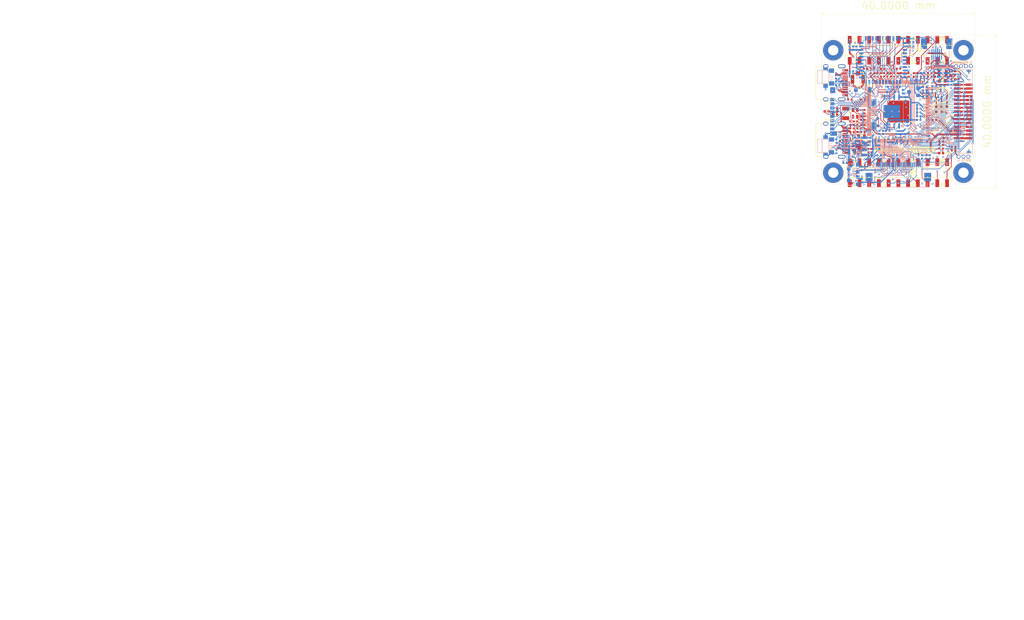
<source format=kicad_pcb>
(kicad_pcb (version 20211014) (generator pcbnew)
  (title_block (title "MangoPi-MQ") (rev "v1.5"))
  (layers (0 "F.Cu" signal) (1 "In1.Cu" power) (2 "In2.Cu" signal) (31 "B.Cu" signal) (34 "B.Paste" user) (35 "F.Paste" user) (36 "B.SilkS" user "底层丝印层") (37 "F.SilkS" user "顶层丝印层") (38 "B.Mask" user) (39 "F.Mask" user) (44 "Edge.Cuts" user))
  (net 0 "")
  (net 1 "NetP1_2")
  (net 2 "DVP_RST")
  (net 3 "PD22")
  (net 4 "CTP_RST")
  (net 5 "NetR47_1")
  (net 6 "NetC85_1")
  (net 7 "NetC54_2")
  (net 8 "NetDS2_K")
  (net 9 "NetR23_2")
  (net 10 "NetC81_1")
  (net 11 "NetC70_1")
  (net 12 "NetC7_2")
  (net 13 "VCC_RTC")
  (net 14 "TVIN_VRP")
  (net 15 "TVIN_VRN")
  (net 16 "TVIN1")
  (net 17 "TVIN0")
  (net 18 "TV_OUT")
  (net 19 "NetR59_1")
  (net 20 "NetR54_1")
  (net 21 "NetC80_2")
  (net 22 "NetC78_1")
  (net 23 "NetC40_2")
  (net 24 "NetC12_2")
  (net 25 "NetC6_2")
  (net 26 "NetC4_2")
  (net 27 "MICIN3P")
  (net 28 "MICIN3N")
  (net 29 "LINEINR")
  (net 30 "LINEINL")
  (net 31 "AVCC1.8")
  (net 32 "VCC-RMII-CSI")
  (net 33 "NetR50_1")
  (net 34 "NetR35_1")
  (net 35 "DVP_XCLK")
  (net 36 "DVP_VSYNC")
  (net 37 "DVP_SDA")
  (net 38 "DVP_SCL")
  (net 39 "DVP_PCLK")
  (net 40 "DVP_HSYNC")
  (net 41 "DVP_DVDD")
  (net 42 "DVP-Y9")
  (net 43 "DVP-Y8")
  (net 44 "DVP-Y7")
  (net 45 "DVP-Y6")
  (net 46 "DVP-Y5")
  (net 47 "DVP-Y4")
  (net 48 "DVP-Y3")
  (net 49 "DVP-Y2")
  (net 50 "AVDD2V8")
  (net 51 "AAGND")
  (net 52 "PG11")
  (net 53 "CTP_INT")
  (net 54 "WL_REG_ON")
  (net 55 "PB7")
  (net 56 "PB6")
  (net 57 "PB5")
  (net 58 "PB4")
  (net 59 "NetC58_2")
  (net 60 "NetC48_2")
  (net 61 "32I")
  (net 62 "32O")
  (net 63 "XI")
  (net 64 "BT_WAKE_AP")
  (net 65 "BT_EN")
  (net 66 "AP_WAKE_BT")
  (net 67 "D1_P")
  (net 68 "D1_N")
  (net 69 "D0_P")
  (net 70 "D0_N")
  (net 71 "CK_P")
  (net 72 "CK_N")
  (net 73 "NetJ3_B5")
  (net 74 "NetJ3_A5")
  (net 75 "NetJ2_B5")
  (net 76 "NetJ2_A5")
  (net 77 "LCD_PWM")
  (net 78 "LCD_D18")
  (net 79 "NetR39_1")
  (net 80 "WL_WAKE_AP")
  (net 81 "VCC_WIFI")
  (net 82 "UART1_TX")
  (net 83 "UART1_RX")
  (net 84 "UART1_RTS")
  (net 85 "UART1_CTS")
  (net 86 "PG5_SDC1_D3")
  (net 87 "PG4_SDC1_D2")
  (net 88 "PG3_SDC1_D1")
  (net 89 "PG2_SDC1_D0")
  (net 90 "PG1_SDC1_CMD")
  (net 91 "PG0_SDC1_CLK")
  (net 92 "NetR41_2")
  (net 93 "AP-CLK24M-OUT")
  (net 94 "USB1_P")
  (net 95 "USB1_N")
  (net 96 "USB0_P")
  (net 97 "USB0_N")
  (net 98 "TP-Y2")
  (net 99 "TP-Y1")
  (net 100 "TP-X2")
  (net 101 "TP-X1")
  (net 102 "SPI0_WP")
  (net 103 "SPI0_HOLD")
  (net 104 "SDC0_DET")
  (net 105 "RESET")
  (net 106 "NetR49_1")
  (net 107 "NetR43_2")
  (net 108 "HPOUTR")
  (net 109 "HPOUTL")
  (net 110 "HPOUTFB")
  (net 111 "GPADC0")
  (net 112 "VCC-DRAM")
  (net 113 "VCC-CORE")
  (net 114 "XO")
  (net 115 "NetC50_1")
  (net 116 "LDOA-OUT")
  (net 117 "LDO-IN")
  (net 118 "NetR42_2")
  (net 119 "NetR12_2")
  (net 120 "NetR10_2")
  (net 121 "NetR8_2")
  (net 122 "VCCIN")
  (net 123 "VCC3V3")
  (net 124 "NetL3_1")
  (net 125 "NetL2_1")
  (net 126 "NetL1_1")
  (net 127 "NetDS1_K")
  (net 128 "GND")
  (net 129 "AGND")
  (net 130 "LCD_CLK")
  (net 131 "LCD_D10")
  (net 132 "LCD_D11")
  (net 133 "LCD_D12")
  (net 134 "LCD_D13")
  (net 135 "LCD_D14")
  (net 136 "LCD_D15")
  (net 137 "LCD_D19")
  (net 138 "LCD_D20")
  (net 139 "LCD_D21")
  (net 140 "LCD_D22")
  (net 141 "LCD_D23")
  (net 142 "LCD_DE")
  (net 143 "LCD_HSYNC")
  (net 144 "LCD_VSYNC")
  (net 145 "SDC0_CLK")
  (net 146 "SDC0_CMD")
  (net 147 "SDC0_D0")
  (net 148 "SDC0_D1")
  (net 149 "SDC0_D2")
  (net 150 "SDC0_D3")
  (net 151 "SPI0_CLK")
  (net 152 "SPI0_CS")
  (net 153 "SPI0_MISO")
  (net 154 "SPI0_MOSI")
  (net 155 "LEDA")
  (net 156 "LEDK")
  (net 157 "NetD1_A")
  (net 158 "NetC7_1")
  (footprint "LIB_MANGO.IntLib:VLS252010" (layer "F.Cu") (at 131.5468 69.6772 180)
    (fp_text reference "L4" hide)
    (fp_text value "10uH" hide)
  )
  (footprint "LIB_MANGO.IntLib:R0402" (layer "F.Cu") (at 110.7696 76.6114)
    (fp_text reference "R43" hide)
    (fp_text value "33R" hide)
  )
  (footprint "LIB_MANGO.IntLib:C0402" (layer "F.Cu") (at 121.6662 70.1344 90)
    (fp_text reference "C69" hide)
    (fp_text value "1uF" hide)
  )
  (footprint "LIB_MANGO.IntLib:C0402" (layer "F.Cu") (at 112.1412 89.921 90)
    (fp_text reference "C30" hide)
    (fp_text value "10uF" hide)
  )
  (footprint "LIB_MANGO.IntLib:C0402" (layer "F.Cu") (at 128.6766 70.1344 -90)
    (fp_text reference "C86" hide)
    (fp_text value "0.1uF" hide)
  )
  (footprint "LIB_MANGO.IntLib:TEST-POINT" (layer "F.Cu") (at 131.242 78.4148 -90)
    (fp_text reference "TP6" hide)
    (fp_text value "TEST POINT" hide)
  )
  (footprint "LIB_MANGO.IntLib:R0402" (layer "F.Cu") (at 118.9484 70.1344 -90)
    (fp_text reference "R67" hide)
    (fp_text value "47K" hide)
  )
  (footprint "LIB_MANGO.IntLib:C0402" (layer "F.Cu") (at 131.1658 87.5588 180)
    (fp_text reference "C75" hide)
    (fp_text value "1nF" hide)
  )
  (footprint "LIB_MANGO.IntLib:R0402" (layer "F.Cu") (at 116.2814 70.1344 -90)
    (fp_text reference "R69" hide)
    (fp_text value "47K" hide)
  )
  (footprint "LIB_MANGO.IntLib:C0402" (layer "F.Cu") (at 108.356605 82.7582 -90)
    (fp_text reference "C43" hide)
    (fp_text value "22pF" hide)
  )
  (footprint "D:_ÏîÄ¿_ADLIB_A.Pc_HDR2X11T" (layer "F.Cu") (at 120 95.700001)
    (fp_text reference "P3" hide)
    (fp_text value "Header 11X2" hide)
  )
  (footprint "LIB_MANGO.IntLib:SOD523" (layer "F.Cu") (at 131.496 71.7346)
    (fp_text reference "D1" hide)
    (fp_text value "MSK4010" hide)
  )
  (footprint "LIB_MANGO.IntLib:SOD523" (layer "F.Cu") (at 110.3886 85.984)
    (fp_text reference "D2" hide)
    (fp_text value "MSK4010" hide)
  )
  (footprint "LIB_MANGO.IntLib:R0402" (layer "F.Cu") (at 134.7472 69.6772 -90)
    (fp_text reference "R16" hide)
    (fp_text value "75R" hide)
  )
  (footprint "LIB_MANGO.IntLib:C0402" (layer "F.Cu") (at 131.8262 86.1364 90)
    (fp_text reference "C35" hide)
    (fp_text value "0.1uF" hide)
  )
  (footprint "LIB_MANGO.IntLib:R0402" (layer "F.Cu") (at 134.29 71.252 180)
    (fp_text reference "R17" hide)
    (fp_text value "75R" hide)
  )
  (footprint "LIB_MANGO.IntLib:R0402" (layer "F.Cu") (at 118.034 70.1344 -90)
    (fp_text reference "R68" hide)
    (fp_text value "47K" hide)
  )
  (footprint "LIB_MANGO.IntLib:R0402" (layer "F.Cu") (at 113.716 70.1344 -90)
    (fp_text reference "R5" hide)
    (fp_text value "100K" hide)
  )
  (footprint "LIB_MANGO.IntLib:C0402" (layer "F.Cu") (at 119.7612 70.1344 -90)
    (fp_text reference "C10" hide)
    (fp_text value "10uF" hide)
  )
  (footprint "LIB_MANGO.IntLib:C0402" (layer "F.Cu") (at 132.8168 86.1364 90)
    (fp_text reference "C36" hide)
    (fp_text value "0.1uF" hide)
  )
  (footprint "LIB_MANGO.IntLib:C0402" (layer "F.Cu") (at 111.176 79.761 90)
    (fp_text reference "C79" hide)
    (fp_text value "0.1uF" hide)
  )
  (footprint "" (layer "F.Cu") (at 102.999999 63.700001)
    (fp_text reference "")
    (fp_text value "")
  )
  (footprint "LIB_MANGO.IntLib:C0402" (layer "F.Cu") (at 120.6756 70.1344 90)
    (fp_text reference "C71" hide)
    (fp_text value "1uF" hide)
  )
  (footprint "LIB_MANGO.IntLib:C0402" (layer "F.Cu") (at 110.2616 81.412 90)
    (fp_text reference "C9" hide)
    (fp_text value "22pF" hide)
  )
  (footprint "LIB_MANGO.IntLib:HDR1.27-4" (layer "F.Cu") (at 136.999997 67.85)
    (fp_text reference "P6" hide)
    (fp_text value "Header 4" hide)
  )
  (footprint "LIB_MANGO.IntLib:C0402" (layer "F.Cu") (at 111.176 81.412 90)
    (fp_text reference "C8" hide)
    (fp_text value "22pF" hide)
  )
  (footprint "LIB_MANGO.IntLib:R0402" (layer "F.Cu") (at 115.4432 70.1344 -90)
    (fp_text reference "R66" hide)
    (fp_text value "47K" hide)
  )
  (footprint "LIB_MANGO.IntLib:R0402" (layer "F.Cu") (at 114.5796 70.1344 -90)
    (fp_text reference "R65" hide)
    (fp_text value "47K" hide)
  )
  (footprint "LIB_MANGO.IntLib:R0402" (layer "F.Cu") (at 111.4554 68.5088)
    (fp_text reference "R70" hide)
    (fp_text value "NC/100K" hide)
  )
  (footprint "LIB_MANGO.IntLib:HDR1.27-3" (layer "F.Cu") (at 137.00018 91.500001)
    (fp_text reference "P8" hide)
    (fp_text value "Header 3" hide)
  )
  (footprint "LIB_MANGO.IntLib:TEST-POINT" (layer "F.Cu") (at 132.6644 78.4148 -90)
    (fp_text reference "TP5" hide)
    (fp_text value "TEST POINT" hide)
  )
  (footprint "LIB_MANGO.IntLib:C0402" (layer "F.Cu") (at 112.1412 88.016 90)
    (fp_text reference "C26" hide)
    (fp_text value "10uF" hide)
  )
  (footprint "LIB_MANGO.IntLib:C0402" (layer "F.Cu") (at 107.4676 84.587 90)
    (fp_text reference "C27" hide)
    (fp_text value "10uF" hide)
  )
  (footprint "LIB_MANGO.IntLib:TEST-POINT" (layer "F.Cu") (at 131.242 79.7991 90)
    (fp_text reference "TP2" hide)
    (fp_text value "TEST POINT" hide)
  )
  (footprint "LIB_MANGO.IntLib:R0402" (layer "F.Cu") (at 103.5306 79.684803)
    (fp_text reference "R6" hide)
    (fp_text value "5.1K" hide)
  )
  (footprint "LIB_MANGO.IntLib:C0402" (layer "F.Cu") (at 110.7442 85.0442 180)
    (fp_text reference "C68" hide)
    (fp_text value "2.2uF" hide)
  )
  (footprint "LIB_MANGO.IntLib:TEST-POINT" (layer "F.Cu") (at 129.8958 78.4148 -90)
    (fp_text reference "TP7" hide)
    (fp_text value "TEST POINT" hide)
  )
  (footprint "LIB_MANGO.IntLib:R0402" (layer "F.Cu") (at 111.176 83.6726 -90)
    (fp_text reference "R61" hide)
    (fp_text value "0R" hide)
  )
  (footprint "LIB_MANGO.IntLib:R0402" (layer "F.Cu") (at 103.5306 78.872 180)
    (fp_text reference "R18" hide)
    (fp_text value "10K" hide)
  )
  (footprint "LIB_MANGO.IntLib:R0402" (layer "F.Cu") (at 113.2588 68.4834)
    (fp_text reference "R14" hide)
    (fp_text value "NC/100K" hide)
  )
  (footprint "LIB_MANGO.IntLib:Y3215" (layer "F.Cu") (at 106.2484 80.1928 90)
    (fp_text reference "XT1" hide)
    (fp_text value "32.768K CL=12.5pF" hide)
  )
  (footprint "LIB_MANGO.IntLib:C0402" (layer "F.Cu") (at 107.4676 82.7582 -90)
    (fp_text reference "C45" hide)
    (fp_text value "22pF" hide)
  )
  (footprint "" (layer "F.Cu") (at 136.999999 95.700001)
    (fp_text reference "")
    (fp_text value "")
  )
  (footprint "LIB_MANGO.IntLib:C0402" (layer "F.Cu") (at 122.6314 70.1344 90)
    (fp_text reference "C70" hide)
    (fp_text value "0.1uF" hide)
  )
  (footprint "LIB_MANGO.IntLib:MIPI_CSI_1.0_30PIN" (layer "F.Cu") (at 136.999999 79.7)
    (fp_text reference "P5" hide)
    (fp_text value "Header15-MIPI" hide)
  )
  (footprint "LIB_MANGO.IntLib:R0402" (layer "F.Cu") (at 129.4132 81.8946)
    (fp_text reference "R59" hide)
    (fp_text value "33R" hide)
  )
  (footprint "LIB_MANGO.IntLib:C0402" (layer "F.Cu") (at 125.8572 70.1344 90)
    (fp_text reference "C6" hide)
    (fp_text value "0.1uF" hide)
  )
  (footprint "LIB_MANGO.IntLib:C0402" (layer "F.Cu") (at 134.422824 88.949976)
    (fp_text reference "C73" hide)
    (fp_text value "1nF" hide)
  )
  (footprint "LIB_MANGO.IntLib:QFP129P40B1600_1600H160" (layer "F.Cu") (at 120 79.7 -90)
    (fp_text reference "U1" hide)
    (fp_text value "D1s-eLQFP128" hide)
  )
  (footprint "LIB_MANGO.IntLib:C0603" (layer "F.Cu") (at 133.7058 69.6772 90)
    (fp_text reference "C1" hide)
    (fp_text value "1uF 50V" hide)
  )
  (footprint "LIB_MANGO.IntLib:C0402" (layer "F.Cu") (at 115.9004 68.5088)
    (fp_text reference "C18" hide)
    (fp_text value "NC" hide)
  )
  (footprint "LIB_MANGO.IntLib:C0402" (layer "F.Cu") (at 133.8074 85.2728 90)
    (fp_text reference "C3" hide)
    (fp_text value "10uF" hide)
  )
  (footprint "LIB_MANGO.IntLib:C0402" (layer "F.Cu") (at 103.5306 80.523)
    (fp_text reference "C41" hide)
    (fp_text value "0.1uF" hide)
  )
  (footprint "LIB_MANGO.IntLib:R0402" (layer "F.Cu") (at 117.1196 70.1344 90)
    (fp_text reference "R39" hide)
    (fp_text value "33R" hide)
  )
  (footprint "LIB_MANGO.IntLib:R0402" (layer "F.Cu") (at 120.0406 68.5088)
    (fp_text reference "R41" hide)
    (fp_text value "NC/0R" hide)
  )
  (footprint "LIB_MANGO.IntLib:LED0402" (layer "F.Cu") (at 101.27 79.6848)
    (fp_text reference "DS1" hide)
    (fp_text value "GREEN" hide)
  )
  (footprint "LIB_MANGO.IntLib:QFN40P300X300X80_HS-21N" (layer "F.Cu") (at 109.625601 88.917596 90)
    (fp_text reference "U4" hide)
    (fp_text value "RY1303" hide)
  )
  (footprint "LIB_MANGO.IntLib:USB-TYPEC-16P" (layer "F.Cu") (at 103.6 72.199999 -90)
    (fp_text reference "J3" hide)
    (fp_text value "USB-TypeC-16P" hide)
  )
  (footprint "LIB_MANGO.IntLib:R0402" (layer "F.Cu") (at 109.271 82.7582 -90)
    (fp_text reference "R40" hide)
    (fp_text value "680K 1%" hide)
  )
  (footprint "LIB_MANGO.IntLib:C0402" (layer "F.Cu") (at 127.7368 70.1344 -90)
    (fp_text reference "C85" hide)
    (fp_text value "10uF" hide)
  )
  (footprint "LIB_MANGO.IntLib:C0402" (layer "F.Cu") (at 113.081 89.921 -90)
    (fp_text reference "C31" hide)
    (fp_text value "0.1uF" hide)
  )
  (footprint "LIB_MANGO.IntLib:C0402" (layer "F.Cu") (at 112.7762 70.1344 -90)
    (fp_text reference "C34" hide)
    (fp_text value "0.1uF" hide)
  )
  (footprint "LIB_MANGO.IntLib:TEST-POINT" (layer "F.Cu") (at 129.8958 79.7991 90)
    (fp_text reference "TP1" hide)
    (fp_text value "TEST POINT" hide)
  )
  (footprint "LIB_MANGO.IntLib:C0402" (layer "F.Cu") (at 109.271 84.587 -90)
    (fp_text reference "C50" hide)
    (fp_text value "2.2uF" hide)
  )
  (footprint "LIB_MANGO.IntLib:C0402" (layer "F.Cu") (at 124.9174 70.1344 90)
    (fp_text reference "C49" hide)
    (fp_text value "1nF" hide)
  )
  (footprint "LIB_MANGO.IntLib:USB-TYPEC-16P" (layer "F.Cu") (at 103.6 87.2 -90)
    (fp_text reference "J2" hide)
    (fp_text value "USB-TypeC-16P" hide)
  )
  (footprint "LIB_MANGO.IntLib:C0402" (layer "F.Cu") (at 131.1658 88.4478 180)
    (fp_text reference "C74" hide)
    (fp_text value "1nF" hide)
  )
  (footprint "LIB_MANGO.IntLib:LED0402" (layer "F.Cu") (at 131.165797 90.5814)
    (fp_text reference "DS2" hide)
    (fp_text value "BLUE" hide)
  )
  (footprint "LIB_MANGO.IntLib:MIC" (layer "F.Cu") (at 131.2674 75.443)
    (fp_text reference "M1" hide)
    (fp_text value "MIC" hide)
  )
  (footprint "LIB_MANGO.IntLib:I-PEX SOCKET" (layer "F.Cu") (at 109.4234 71.3028 180)
    (fp_text reference "J4" hide)
    (fp_text value "ipex" hide)
  )
  (footprint "LIB_MANGO.IntLib:R0402" (layer "F.Cu") (at 131.1658 89.3876 180)
    (fp_text reference "R80" hide)
    (fp_text value "5.1K" hide)
  )
  (footprint "LIB_MANGO.IntLib:C0402" (layer "F.Cu") (at 129.6164 70.1344 90)
    (fp_text reference "C55" hide)
    (fp_text value "10uF" hide)
  )
  (footprint "LIB_MANGO.IntLib:R0402" (layer "F.Cu") (at 107.3406 76.6114 180)
    (fp_text reference "R48" hide)
    (fp_text value "10K" hide)
  )
  (footprint "LIB_MANGO.IntLib:C0402" (layer "F.Cu") (at 127.9654 87.5588)
    (fp_text reference "C20" hide)
    (fp_text value "0.1uF" hide)
  )
  (footprint "" (layer "F.Cu") (at 136.999999 63.700001)
    (fp_text reference "")
    (fp_text value "")
  )
  (footprint "LIB_MANGO.IntLib:C0402" (layer "F.Cu") (at 110.312402 83.6726 90)
    (fp_text reference "C44" hide)
    (fp_text value "2.2uF" hide)
  )
  (footprint "" (layer "F.Cu") (at 102.999999 95.700001)
    (fp_text reference "")
    (fp_text value "")
  )
  (footprint "LIB_MANGO.IntLib:C0402" (layer "F.Cu") (at 134.422824 89.8956)
    (fp_text reference "C72" hide)
    (fp_text value "1nF" hide)
  )
  (footprint "LIB_MANGO.IntLib:R0402" (layer "F.Cu") (at 108.3566 84.587 -90)
    (fp_text reference "R8" hide)
    (fp_text value "680K 1%" hide)
  )
  (footprint "D:_×ÊÁÏ¿â_ADLIB_A.PcbLib_HDR2X11T" (layer "F.Cu") (at 120 63.700001)
    (fp_text reference "P2" hide)
    (fp_text value "Header 11X2" hide)
  )
  (footprint "LIB_MANGO.IntLib:R0402" (layer "F.Cu") (at 126.7716 70.1344 90)
    (fp_text reference "R3" hide)
    (fp_text value "33R" hide)
  )
  (footprint "LIB_MANGO.IntLib:R0402" (layer "F.Cu") (at 112.6238 91.2418 180)
    (fp_text reference "R10" hide)
    (fp_text value "300K 1%" hide)
  )
  (footprint "LIB_MANGO.IntLib:XTAL2520" (layer "F.Cu") (at 108.7122 80.1928 90)
    (fp_text reference "X1" hide)
    (fp_text value "XTAL2520-24M CL=18PF" hide)
  )
  (footprint "LIB_MANGO.IntLib:R0402" (layer "F.Cu") (at 124.0284 70.1344 -90)
    (fp_text reference "R29" hide)
    (fp_text value "100K" hide)
  )
  (footprint "LIB_MANGO.IntLib:C0402" (layer "B.Cu") (at 108.1788 63.1494 -90)
    (fp_text reference "C16" hide)
    (fp_text value "0.1uF" hide)
  )
  (footprint "LIB_MANGO.IntLib:C0402" (layer "B.Cu") (at 117.7546 73.2332)
    (fp_text reference "C39" hide)
    (fp_text value "0.1uF" hide)
  )
  (footprint "LIB_MANGO.IntLib:C0402" (layer "B.Cu") (at 130.861 75.9764 180)
    (fp_text reference "C7" hide)
    (fp_text value "100pF" hide)
  )
  (footprint "LIB_MANGO.IntLib:C0402" (layer "B.Cu") (at 115.4686 91.5974 -90)
    (fp_text reference "C63" hide)
    (fp_text value "0.1uF" hide)
  )
  (footprint "LIB_MANGO.IntLib:R0402" (layer "B.Cu") (at 105.9182 71.861603 180)
    (fp_text reference "R78" hide)
    (fp_text value "10K" hide)
  )
  (footprint "LIB_MANGO.IntLib:FPC6" (layer "B.Cu") (at 129.9974 63.378 180)
    (fp_text reference "P4" hide)
    (fp_text value "FPC6" hide)
  )
  (footprint "LIB_MANGO.IntLib:R0402" (layer "B.Cu") (at 104.5974 70.6424 -90)
    (fp_text reference "R28" hide)
    (fp_text value "5.1K" hide)
  )
  (footprint "LIB_MANGO.IntLib:VLS2016" (layer "B.Cu") (at 111.0744 90.4036 90)
    (fp_text reference "L3" hide)
    (fp_text value "2.2uH" hide)
  )
  (footprint "LIB_MANGO.IntLib:C0402" (layer "B.Cu") (at 127.6098 71.6076 90)
    (fp_text reference "C54" hide)
    (fp_text value "10uF" hide)
  )
  (footprint "LIB_MANGO.IntLib:C0402" (layer "B.Cu") (at 110.4648 94.579401 90)
    (fp_text reference "C64" hide)
    (fp_text value "10uF" hide)
  )
  (footprint "LIB_MANGO.IntLib:R0402" (layer "B.Cu") (at 128.829 73.538 90)
    (fp_text reference "R55" hide)
    (fp_text value "75R" hide)
  )
  (footprint "LIB_MANGO.IntLib:C0402" (layer "B.Cu") (at 129.9212 73.538 -90)
    (fp_text reference "C81" hide)
    (fp_text value "10uF" hide)
  )
  (footprint "LIB_MANGO.IntLib:R0402" (layer "B.Cu") (at 122.4028 82.9614 90)
    (fp_text reference "R76" hide)
    (fp_text value "NC" hide)
  )
  (footprint "LIB_MANGO.IntLib:C0402" (layer "B.Cu") (at 124.2824 72.0394 -90)
    (fp_text reference "C22" hide)
    (fp_text value "2.2uF" hide)
  )
  (footprint "LIB_MANGO.IntLib:C0402" (layer "B.Cu") (at 129.1338 75.9764 180)
    (fp_text reference "C47" hide)
    (fp_text value "0.1uF" hide)
  )
  (footprint "LIB_MANGO.IntLib:C0402" (layer "B.Cu") (at 103.8354 87.4572 -90)
    (fp_text reference "C84" hide)
    (fp_text value "0.1uF" hide)
  )
  (footprint "LIB_MANGO.IntLib:R0402" (layer "B.Cu") (at 123.0124 61.0666 90)
    (fp_text reference "R47" hide)
    (fp_text value "47K" hide)
  )
  (footprint "LIB_MANGO.IntLib:C0402" (layer "B.Cu") (at 125.5016 72.0394 90)
    (fp_text reference "C80" hide)
    (fp_text value "0.1uF" hide)
  )
  (footprint "LIB_MANGO.IntLib:C0402" (layer "B.Cu") (at 122.0218 87.3556 180)
    (fp_text reference "C77" hide)
    (fp_text value "0.1uF" hide)
  )
  (footprint "LIB_MANGO.IntLib:R0402" (layer "B.Cu") (at 114.5542 91.5974 90)
    (fp_text reference "R53" hide)
    (fp_text value "0R" hide)
  )
  (footprint "LIB_MANGO.IntLib:C0402" (layer "B.Cu") (at 118.600001 87.299195 90)
    (fp_text reference "C38" hide)
    (fp_text value "0.1uF" hide)
  )
  (footprint "LIB_MANGO.IntLib:C0402" (layer "B.Cu") (at 106.096 93.1468 180)
    (fp_text reference "C65" hide)
    (fp_text value "10uF" hide)
  )
  (footprint "LIB_MANGO.IntLib:C0402" (layer "B.Cu") (at 121.8694 76.4082 90)
    (fp_text reference "C42" hide)
    (fp_text value "0.1uF" hide)
  )
  (footprint "LIB_MANGO.IntLib:C0402" (layer "B.Cu") (at 125.3238 77.9576)
    (fp_text reference "C2" hide)
    (fp_text value "10uF" hide)
  )
  (footprint "LIB_MANGO.IntLib:R0402" (layer "B.Cu") (at 104.597395 72.3188 90)
    (fp_text reference "R30" hide)
    (fp_text value "5.1K" hide)
  )
  (footprint "LIB_MANGO.IntLib:C0402" (layer "B.Cu") (at 104.698997 88.8542 90)
    (fp_text reference "C76" hide)
    (fp_text value "10uF" hide)
  )
  (footprint "LIB_MANGO.IntLib:TFCARD-1040310811" (layer "B.Cu") (at 102.5 79.7 90)
    (fp_text reference "J1" hide)
    (fp_text value "TF5033981892" hide)
  )
  (footprint "LIB_MANGO.IntLib:C0402" (layer "B.Cu") (at 103.683 70.6424 -90)
    (fp_text reference "C83" hide)
    (fp_text value "10uF" hide)
  )
  (footprint "LIB_MANGO.IntLib:C0402" (layer "B.Cu") (at 120.5994 86.0602 -90)
    (fp_text reference "C21" hide)
    (fp_text value "10uF" hide)
  )
  (footprint "LIB_MANGO.IntLib:R0402" (layer "B.Cu") (at 124.917402 61.0666 -90)
    (fp_text reference "R82" hide)
    (fp_text value "10K" hide)
  )
  (footprint "LIB_MANGO.IntLib:C0402" (layer "B.Cu") (at 119.6596 91.572 -90)
    (fp_text reference "C61" hide)
    (fp_text value "0.1uF" hide)
  )
  (footprint "LIB_MANGO.IntLib:R0402" (layer "B.Cu") (at 105.9182 87.9398)
    (fp_text reference "R1" hide)
    (fp_text value "100K" hide)
  )
  (footprint "LIB_MANGO.IntLib:R0402" (layer "B.Cu") (at 123.4696 62.5906 180)
    (fp_text reference "R84" hide)
    (fp_text value "NC" hide)
  )
  (footprint "LIB_MANGO.IntLib:MINISW" (layer "B.Cu") (at 101 88.699999 -90)
    (fp_text reference "S2" hide)
    (fp_text value "SW-CE" hide)
  )
  (footprint "LIB_MANGO.IntLib:R0402" (layer "B.Cu") (at 107.4168 87.635 -135)
    (fp_text reference "R45" hide)
    (fp_text value "NC" hide)
  )
  (footprint "LIB_MANGO.IntLib:C0402" (layer "B.Cu") (at 126.771597 70.1344 -90)
    (fp_text reference "C5" hide)
    (fp_text value "0.1uF" hide)
  )
  (footprint "LIB_MANGO.IntLib:C0402" (layer "B.Cu") (at 127.599198 86.034798)
    (fp_text reference "C13" hide)
    (fp_text value "0.1uF" hide)
  )
  (footprint "LIB_MANGO.IntLib:C0402" (layer "B.Cu") (at 108.7376 87 -90)
    (fp_text reference "C25" hide)
    (fp_text value "10uF" hide)
  )
  (footprint "LIB_MANGO.IntLib:TEST-POINT" (layer "B.Cu") (at 114.605 81.539 90)
    (fp_text reference "TP3" hide)
    (fp_text value "TEST POINT" hide)
  )
  (footprint "LIB_MANGO.IntLib:R0402" (layer "B.Cu") (at 128.2194 91.572 90)
    (fp_text reference "R73" hide)
    (fp_text value "10K" hide)
  )
  (footprint "LIB_MANGO.IntLib:C0402" (layer "B.Cu") (at 125.3238 78.9482)
    (fp_text reference "C53" hide)
    (fp_text value "0.1uF" hide)
  )
  (footprint "LIB_MANGO.IntLib:R0402" (layer "B.Cu") (at 115.5194 85.5776 180)
    (fp_text reference "R74" hide)
    (fp_text value "10K" hide)
  )
  (footprint "LIB_MANGO.IntLib:C0402" (layer "B.Cu") (at 132.9184 72.268 90)
    (fp_text reference "C60" hide)
    (fp_text value "10uF" hide)
  )
  (footprint "LIB_MANGO.IntLib:R0402" (layer "B.Cu") (at 126.162 91.572 90)
    (fp_text reference "R35" hide)
    (fp_text value "NC" hide)
  )
  (footprint "LIB_MANGO.IntLib:C0402" (layer "B.Cu") (at 119.3802 86.0602 -90)
    (fp_text reference "C52" hide)
    (fp_text value "0.1uF" hide)
  )
  (footprint "LIB_MANGO.IntLib:R0402" (layer "B.Cu") (at 127.4066 73.7158 -90)
    (fp_text reference "R15" hide)
    (fp_text value "0R" hide)
  )
  (footprint "LIB_MANGO.IntLib:R0402" (layer "B.Cu") (at 125.8572 70.1344 90)
    (fp_text reference "R64" hide)
    (fp_text value "33R" hide)
  )
  (footprint "LIB_MANGO.IntLib:R0402" (layer "B.Cu") (at 107.569197 92.461)
    (fp_text reference "R12" hide)
    (fp_text value "75K 1%" hide)
  )
  (footprint "LIB_MANGO.IntLib:SOT23" (layer "B.Cu") (at 108.197603 94.579398 -90)
    (fp_text reference "U9" hide)
    (fp_text value "XC6206-2.8" hide)
  )
  (footprint "LIB_MANGO.IntLib:R0402" (layer "B.Cu") (at 125.250005 91.572 90)
    (fp_text reference "R50" hide)
    (fp_text value "NC" hide)
  )
  (footprint "D:_×ÊÁÏ¿â_ADLIB_A.PcbLib_AP6212" (layer "B.Cu") (at 116.000001 66.300001)
    (fp_text reference "U6" hide)
    (fp_text value "WIFI" hide)
  )
  (footprint "LIB_MANGO.IntLib:SOT23" (layer "B.Cu") (at 108.2042 97.7696 -90)
    (fp_text reference "U8" hide)
    (fp_text value "XC6206-1.2" hide)
  )
  (footprint "LIB_MANGO.IntLib:R0402" (layer "B.Cu") (at 109.625601 90.3782 90)
    (fp_text reference "R11" hide)
    (fp_text value "150K 1%" hide)
  )
  (footprint "LIB_MANGO.IntLib:R0402" (layer "B.Cu") (at 117.400006 87.299197 90)
    (fp_text reference "R42" hide)
    (fp_text value "240R 1%" hide)
  )
  (footprint "LIB_MANGO.IntLib:R0402" (layer "B.Cu") (at 127.258421 91.572 90)
    (fp_text reference "R72" hide)
    (fp_text value "10K" hide)
  )
  (footprint "LIB_MANGO.IntLib:R0402" (layer "B.Cu") (at 105.9182 88.8288 180)
    (fp_text reference "R2" hide)
    (fp_text value "100K" hide)
  )
  (footprint "LIB_MANGO.IntLib:R0402" (layer "B.Cu") (at 114.0716 89.0066 90)
    (fp_text reference "R57" hide)
    (fp_text value "NC" hide)
  )
  (footprint "LIB_MANGO.IntLib:C0402" (layer "B.Cu") (at 114.5034 87.4572 180)
    (fp_text reference "C66" hide)
    (fp_text value "0.1uF" hide)
  )
  (footprint "LIB_MANGO.IntLib:R0402" (layer "B.Cu") (at 105.9182 87.0508)
    (fp_text reference "R23" hide)
    (fp_text value "100K" hide)
  )
  (footprint "LIB_MANGO.IntLib:C0402" (layer "B.Cu") (at 105.9182 89.7432)
    (fp_text reference "C4" hide)
    (fp_text value "0.1uF" hide)
  )
  (footprint "LIB_MANGO.IntLib:R0402" (layer "B.Cu") (at 132.0548 73.538 -90)
    (fp_text reference "R27" hide)
    (fp_text value "1K" hide)
  )
  (footprint "LIB_MANGO.IntLib:C0402" (layer "B.Cu") (at 109.0932 68.712 -90)
    (fp_text reference "C58" hide)
    (fp_text value "NC" hide)
  )
  (footprint "LIB_MANGO.IntLib:R0402" (layer "B.Cu") (at 107.2644 63.1494 90)
    (fp_text reference "R58" hide)
    (fp_text value "0R" hide)
  )
  (footprint "LIB_MANGO.IntLib:R0402" (layer "B.Cu") (at 132.5628 66.934 180)
    (fp_text reference "R81" hide)
    (fp_text value "10K" hide)
  )
  (footprint "LIB_MANGO.IntLib:SOT23" (layer "B.Cu") (at 123.9522 74.554 -90)
    (fp_text reference "U2" hide)
    (fp_text value "XC6206-1.8V" hide)
  )
  (footprint "LIB_MANGO.IntLib:C0402" (layer "B.Cu") (at 130.0482 76.8146 180)
    (fp_text reference "C46" hide)
    (fp_text value "0.1uF" hide)
  )
  (footprint "LIB_MANGO.IntLib:R0402" (layer "B.Cu") (at 116.383 91.5974 90)
    (fp_text reference "R52" hide)
    (fp_text value "NC" hide)
  )
  (footprint "LIB_MANGO.IntLib:R0402" (layer "B.Cu") (at 129.6926 71.8108)
    (fp_text reference "R32" hide)
    (fp_text value "NC" hide)
  )
  (footprint "LIB_MANGO.IntLib:C0402" (layer "B.Cu") (at 107.5946 91.5212)
    (fp_text reference "C32" hide)
    (fp_text value "10uF" hide)
  )
  (footprint "LIB_MANGO.IntLib:R0402" (layer "B.Cu") (at 109.2456 92.461 180)
    (fp_text reference "R13" hide)
    (fp_text value "150K 1%" hide)
  )
  (footprint "LIB_MANGO.IntLib:R0402" (layer "B.Cu") (at 115.5194 84.7394)
    (fp_text reference "R7" hide)
    (fp_text value "10K" hide)
  )
  (footprint "LIB_MANGO.IntLib:C0402" (layer "B.Cu") (at 125.3238 80.9548)
    (fp_text reference "C12" hide)
    (fp_text value "0.1uF" hide)
  )
  (footprint "LIB_MANGO.IntLib:SOT23-6" (layer "B.Cu") (at 131.7086 69.687401 180)
    (fp_text reference "U5" hide)
    (fp_text value "MT9284-28J" hide)
  )
  (footprint "LIB_MANGO.IntLib:C0402" (layer "B.Cu") (at 107.747 69.1692)
    (fp_text reference "C48" hide)
    (fp_text value "NC" hide)
  )
  (footprint "LIB_MANGO.IntLib:R0402" (layer "B.Cu") (at 120.0406 73.2332 180)
    (fp_text reference "R37" hide)
    (fp_text value "100K" hide)
  )
  (footprint "LIB_MANGO.IntLib:R0402" (layer "B.Cu") (at 123.1902 72.0394 -90)
    (fp_text reference "R71" hide)
    (fp_text value "0R" hide)
  )
  (footprint "LIB_MANGO.IntLib:WSON-SPIFLASH" (layer "B.Cu") (at 118.288 79.7102 90)
    (fp_text reference "U3" hide)
    (fp_text value "SPIFLASH_SOP8W" hide)
  )
  (footprint "LIB_MANGO.IntLib:C0402" (layer "B.Cu") (at 130.5308 66.934)
    (fp_text reference "C51" hide)
    (fp_text value "0.1uF" hide)
  )
  (footprint "LIB_MANGO.IntLib:R0402" (layer "B.Cu") (at 123.2664 82.3518 -90)
    (fp_text reference "R75" hide)
    (fp_text value "10K" hide)
  )
  (footprint "LIB_MANGO.IntLib:C0402" (layer "B.Cu") (at 103.683 72.3188 90)
    (fp_text reference "C82" hide)
    (fp_text value "10uF" hide)
  )
  (footprint "LIB_MANGO.IntLib:R0402" (layer "B.Cu") (at 125.3238 79.9388)
    (fp_text reference "R60" hide)
    (fp_text value "75R" hide)
  )
  (footprint "LIB_MANGO.IntLib:R0402" (layer "B.Cu") (at 117.2212 84.7394 180)
    (fp_text reference "R33" hide)
    (fp_text value "10K" hide)
  )
  (footprint "LIB_MANGO.IntLib:R0402" (layer "B.Cu") (at 121.1582 74.5286 -90)
    (fp_text reference "R54" hide)
    (fp_text value "NC/1K" hide)
  )
  (footprint "LIB_MANGO.IntLib:C0402" (layer "B.Cu") (at 109.0932 63.1494 -90)
    (fp_text reference "C14" hide)
    (fp_text value "10uF" hide)
  )
  (footprint "LIB_MANGO.IntLib:R0402" (layer "B.Cu") (at 105.9182 72.776003)
    (fp_text reference "R77" hide)
    (fp_text value "NC" hide)
  )
  (footprint "LIB_MANGO.IntLib:R0402" (layer "B.Cu") (at 114.986 89.0066 -90)
    (fp_text reference "R56" hide)
    (fp_text value "0R" hide)
  )
  (footprint "LIB_MANGO.IntLib:R0402" (layer "B.Cu") (at 134.2646 69.5248 -90)
    (fp_text reference "R4" hide)
    (fp_text value "2R7" hide)
  )
  (footprint "LIB_MANGO.IntLib:R0402" (layer "B.Cu") (at 108.6614 69.9058 180)
    (fp_text reference "R38" hide)
    (fp_text value "0R" hide)
  )
  (footprint "LIB_MANGO.IntLib:C0402" (layer "B.Cu") (at 121.8186 86.0602 -90)
    (fp_text reference "C37" hide)
    (fp_text value "0.1uF" hide)
  )
  (footprint "LIB_MANGO.IntLib:R0402" (layer "B.Cu") (at 106.223 86.238 180)
    (fp_text reference "R9" hide)
    (fp_text value "150K 1%" hide)
  )
  (footprint "LIB_MANGO.IntLib:R0402" (layer "B.Cu") (at 131.0642 73.538 90)
    (fp_text reference "R34" hide)
    (fp_text value "1K" hide)
  )
  (footprint "LIB_MANGO.IntLib:C0402" (layer "B.Cu") (at 134.0106 72.268 -90)
    (fp_text reference "C59" hide)
    (fp_text value "0.1uF" hide)
  )
  (footprint "LIB_MANGO.IntLib:C0402" (layer "B.Cu") (at 109.6266 87 90)
    (fp_text reference "C29" hide)
    (fp_text value "0.1uF" hide)
  )
  (footprint "LIB_MANGO.IntLib:C0402" (layer "B.Cu") (at 126.4668 73.7158 -90)
    (fp_text reference "C40" hide)
    (fp_text value "0.47uF" hide)
  )
  (footprint "LIB_MANGO.IntLib:C0402" (layer "B.Cu") (at 110.4648 97.769603 -90)
    (fp_text reference "C62" hide)
    (fp_text value "0.1uF" hide)
  )
  (footprint "LIB_MANGO.IntLib:VLS2016" (layer "B.Cu") (at 107.7978 90.2004)
    (fp_text reference "L2" hide)
    (fp_text value "2.2uH" hide)
  )
  (footprint "LIB_MANGO.IntLib:C0402" (layer "B.Cu") (at 120.1422 87.381)
    (fp_text reference "C24" hide)
    (fp_text value "1uF" hide)
  )
  (footprint "LIB_MANGO.IntLib:R0402" (layer "B.Cu") (at 117.5006 74.6048)
    (fp_text reference "R49" hide)
    (fp_text value "33R" hide)
  )
  (footprint "LIB_MANGO.IntLib:R0402" (layer "B.Cu") (at 103.835402 90.2004 -90)
    (fp_text reference "R26" hide)
    (fp_text value "5.1K" hide)
  )
  (footprint "LIB_MANGO.IntLib:C0402" (layer "B.Cu") (at 129.2354 69.7026 -90)
    (fp_text reference "C23" hide)
    (fp_text value "10uF" hide)
  )
  (footprint "LIB_MANGO.IntLib:C0402" (layer "B.Cu") (at 127.4066 75.3922 90)
    (fp_text reference "C78" hide)
    (fp_text value "0.47uF" hide)
  )
  (footprint "LIB_MANGO.IntLib:R0402" (layer "B.Cu") (at 125.3238 81.8946 180)
    (fp_text reference "R79" hide)
    (fp_text value "0R" hide)
  )
  (footprint "LIB_MANGO.IntLib:R0402" (layer "B.Cu") (at 119.5834 74.6048 180)
    (fp_text reference "R25" hide)
    (fp_text value "10K" hide)
  )
  (footprint "LIB_MANGO.IntLib:R0402" (layer "B.Cu") (at 131.496 71.8108 180)
    (fp_text reference "R36" hide)
    (fp_text value "5.1K" hide)
  )
  (footprint "LIB_MANGO.IntLib:C0402" (layer "B.Cu") (at 126.466802 75.3922 90)
    (fp_text reference "C11" hide)
    (fp_text value "2.2uF" hide)
  )
  (footprint "LIB_MANGO.IntLib:C0402" (layer "B.Cu") (at 123.901402 61.0666 90)
    (fp_text reference "C19" hide)
    (fp_text value "1uF" hide)
  )
  (footprint "LIB_MANGO.IntLib:TEST-POINT" (layer "B.Cu") (at 114.6812 83.444 90)
    (fp_text reference "TP4" hide)
    (fp_text value "TEST POINT" hide)
  )
  (footprint "LIB_MANGO.IntLib:R0402" (layer "B.Cu") (at 104.699 86.9492 -90)
    (fp_text reference "R24" hide)
    (fp_text value "5.1K" hide)
  )
  (footprint "LIB_MANGO.IntLib:FFC{slash}SM0.5-2H24-OV5640" (layer "B.Cu") (at 120 95.199999 180)
    (fp_text reference "U7" hide)
    (fp_text value "OV-DVP" hide)
  )
  (footprint "LIB_MANGO.IntLib:R0402" (layer "B.Cu") (at 109.1186 66.6546 -90)
    (fp_text reference "R46" hide)
    (fp_text value "NC/100K" hide)
  )
  (footprint "LIB_MANGO.IntLib:FFC{slash}SM0.5-1H40" (layer "B.Cu") (at 136.999999 79.7 -90)
    (fp_text reference "P1" hide)
    (fp_text value "FFC40-RGBLCD" hide)
  )
  (footprint "LIB_MANGO.IntLib:VLS2016" (layer "B.Cu") (at 111.1506 87.217597 -90)
    (fp_text reference "L1" hide)
    (fp_text value "2.2uH" hide)
  )
  (footprint "LIB_MANGO.IntLib:C0402" (layer "B.Cu") (at 112.6746 87 -90)
    (fp_text reference "C28" hide)
    (fp_text value "10uF" hide)
  )
  (footprint "LIB_MANGO.IntLib:MINISW" (layer "B.Cu") (at 101 70.7 -90)
    (fp_text reference "S1" hide)
    (fp_text value "SW-CE" hide)
  )
  (footprint "LIB_MANGO.IntLib:C0402" (layer "B.Cu") (at 118.7452 91.572 90)
    (fp_text reference "C67" hide)
    (fp_text value "10uF" hide)
  )
  (footprint "LIB_MANGO.IntLib:C0402" (layer "B.Cu") (at 107.5946 88.7526 180)
    (fp_text reference "C33" hide)
    (fp_text value "0.1uF" hide)
  )
  (gr_line (start 133.375595 80.30964) (end 133.726115 80.30964) (layer "B.SilkS") (width 0.01524))
  (gr_line (start 132.141155 82.5804) (end 132.247835 82.5804) (layer "B.SilkS") (width 0.01524))
  (gr_line (start 122.548608 89.54) (end 122.777208 89.54) (layer "B.SilkS") (width 0.0254))
  (gr_line (start 131.074355 82.53468) (end 131.181035 82.53468) (layer "B.SilkS") (width 0.01524))
  (gr_line (start 126.5049 87.4826) (end 127.6479 87.4826) (layer "B.SilkS") (width 0.0254))
  (gr_line (start 118.154408 89.8194) (end 118.408408 89.8194) (layer "B.SilkS") (width 0.0254))
  (gr_line (start 121.456408 90.2258) (end 121.685008 90.2258) (layer "B.SilkS") (width 0.0254))
  (gr_line (start 130.739075 80.8278) (end 131.181035 80.8278) (layer "B.SilkS") (width 0.01524))
  (gr_line (start 119.170408 88.5748) (end 119.297408 88.5748) (layer "B.SilkS") (width 0.0254))
  (gr_line (start 133.299395 82.809) (end 133.406075 82.809) (layer "B.SilkS") (width 0.01524))
  (gr_line (start 117.443208 89.8702) (end 117.671808 89.8702) (layer "B.SilkS") (width 0.0254))
  (gr_line (start 126.426155 79.25808) (end 126.715715 79.25808) (layer "B.SilkS") (width 0.01524))
  (gr_line (start 129.7053 86.5174) (end 129.9339 86.5174) (layer "B.SilkS") (width 0.0254))
  (gr_line (start 131.3309 87.4826) (end 131.5595 87.4826) (layer "B.SilkS") (width 0.0254))
  (gr_line (start 131.607755 78.78564) (end 132.003995 78.78564) (layer "B.SilkS") (width 0.01524))
  (gr_line (start 132.110675 82.48896) (end 132.232595 82.48896) (layer "B.SilkS") (width 0.01524))
  (gr_line (start 129.230315 81.26976) (end 129.885635 81.26976) (layer "B.SilkS") (width 0.01524))
  (gr_line (start 133.375595 80.34012) (end 133.726115 80.34012) (layer "B.SilkS") (width 0.01524))
  (gr_line (start 129.077915 79.51716) (end 129.504635 79.51716) (layer "B.SilkS") (width 0.01524))
  (gr_line (start 126.456635 78.93804) (end 126.761435 78.93804) (layer "B.SilkS") (width 0.01524))
  (gr_line (start 117.443208 90.4544) (end 118.306808 90.4544) (layer "B.SilkS") (width 0.0254))
  (gr_line (start 130.754315 79.80672) (end 131.181035 79.80672) (layer "B.SilkS") (width 0.01524))
  (gr_line (start 129.215075 79.16664) (end 129.870395 79.16664) (layer "B.SilkS") (width 0.01524))
  (gr_line (start 131.699195 83.1138) (end 131.821115 83.1138) (layer "B.SilkS") (width 0.01524))
  (gr_line (start 128.773115 82.48896) (end 128.910275 82.48896) (layer "B.SilkS") (width 0.01524))
  (gr_line (start 132.247835 81.33072) (end 132.948875 81.33072) (layer "B.SilkS") (width 0.01524))
  (gr_line (start 130.632395 83.08332) (end 130.815275 83.08332) (layer "B.SilkS") (width 0.01524))
  (gr_line (start 128.0797 87.1778) (end 128.3083 87.1778) (layer "B.SilkS") (width 0.0254))
  (gr_line (start 126.917408 90.2512) (end 127.146008 90.2512) (layer "B.SilkS") (width 0.0254))
  (gr_line (start 128.773115 82.67184) (end 128.910275 82.67184) (layer "B.SilkS") (width 0.01524))
  (gr_line (start 128.2321 87.4826) (end 129.5275 87.4826) (layer "B.SilkS") (width 0.0254))
  (gr_line (start 131.851595 79.18188) (end 132.247835 79.18188) (layer "B.SilkS") (width 0.01524))
  (gr_line (start 133.375595 80.35536) (end 133.726115 80.35536) (layer "B.SilkS") (width 0.01524))
  (gr_line (start 125.9207 87.0254) (end 126.3525 87.0254) (layer "B.SilkS") (width 0.0254))
  (gr_line (start 129.946595 82.5042) (end 130.068515 82.5042) (layer "B.SilkS") (width 0.01524))
  (gr_line (start 127.675835 82.5804) (end 127.797755 82.5804) (layer "B.SilkS") (width 0.01524))
  (gr_line (start 133.177475 80.69064) (end 133.604195 80.69064) (layer "B.SilkS") (width 0.01524))
  (gr_line (start 130.754315 80.2944) (end 131.181035 80.2944) (layer "B.SilkS") (width 0.01524))
  (gr_line (start 118.687808 88.8542) (end 119.043408 88.8542) (layer "B.SilkS") (width 0.0254))
  (gr_line (start 118.535408 90.2258) (end 118.764008 90.2258) (layer "B.SilkS") (width 0.0254))
  (gr_line (start 126.487115 79.5324) (end 126.807155 79.5324) (layer "B.SilkS") (width 0.01524))
  (gr_line (start 118.687808 88.778) (end 118.789408 88.778) (layer "B.SilkS") (width 0.0254))
  (gr_line (start 126.593795 82.5042) (end 126.715715 82.5042) (layer "B.SilkS") (width 0.01524))
  (gr_line (start 127.919675 78.66372) (end 128.209235 78.66372) (layer "B.SilkS") (width 0.01524))
  (gr_line (start 126.593795 82.68708) (end 126.715715 82.68708) (layer "B.SilkS") (width 0.01524))
  (gr_line (start 128.773115 82.6566) (end 128.910275 82.6566) (layer "B.SilkS") (width 0.01524))
  (gr_line (start 130.0863 86.8476) (end 130.3149 86.8476) (layer "B.SilkS") (width 0.0254))
  (gr_line (start 117.443208 89.3114) (end 117.671808 89.3114) (layer "B.SilkS") (width 0.0254))
  (gr_line (start 133.1597 86.9492) (end 133.6677 86.9492) (layer "B.SilkS") (width 0.0254))
  (gr_line (start 128.574995 80.46204) (end 128.955995 80.46204) (layer "B.SilkS") (width 0.01524))
  (gr_line (start 127.660595 82.428) (end 127.797755 82.428) (layer "B.SilkS") (width 0.01524))
  (gr_line (start 133.009835 80.85828) (end 133.482275 80.85828) (layer "B.SilkS") (width 0.01524))
  (gr_line (start 129.3243 86.8476) (end 129.5275 86.8476) (layer "B.SilkS") (width 0.0254))
  (gr_line (start 130.175195 81.75744) (end 131.150555 81.75744) (layer "B.SilkS") (width 0.01524))
  (gr_line (start 130.754315 79.6086) (end 131.181035 79.6086) (layer "B.SilkS") (width 0.01524))
  (gr_line (start 125.952208 89.5908) (end 126.206208 89.5908) (layer "B.SilkS") (width 0.0254))
  (gr_line (start 125.088608 90.4036) (end 125.342608 90.4036) (layer "B.SilkS") (width 0.0254))
  (gr_line (start 128.209235 78.0846) (end 128.620715 78.0846) (layer "B.SilkS") (width 0.01524))
  (gr_line (start 121.812008 89.8956) (end 122.040608 89.8956) (layer "B.SilkS") (width 0.0254))
  (gr_line (start 129.169355 79.24284) (end 129.702755 79.24284) (layer "B.SilkS") (width 0.01524))
  (gr_line (start 131.882075 82.428) (end 132.019235 82.428) (layer "B.SilkS") (width 0.01524))
  (gr_line (start 127.797755 78.999) (end 128.102555 78.999) (layer "B.SilkS") (width 0.01524))
  (gr_line (start 125.3365 87.2032) (end 125.5651 87.2032) (layer "B.SilkS") (width 0.0254))
  (gr_line (start 130.739075 81.02592) (end 131.165795 81.02592) (layer "B.SilkS") (width 0.01524))
  (gr_line (start 126.624275 78.60276) (end 127.050995 78.60276) (layer "B.SilkS") (width 0.01524))
  (gr_line (start 119.627608 90.0988) (end 120.592808 90.0988) (layer "B.SilkS") (width 0.0254))
  (gr_line (start 130.3403 87.1016) (end 131.5595 87.1016) (layer "B.SilkS") (width 0.0254))
  (gr_line (start 128.331155 82.9614) (end 128.453075 82.9614) (layer "B.SilkS") (width 0.01524))
  (gr_line (start 130.586675 82.32132) (end 130.708595 82.32132) (layer "B.SilkS") (width 0.01524))
  (gr_line (start 127.919675 78.618) (end 128.224475 78.618) (layer "B.SilkS") (width 0.01524))
  (gr_line (start 127.050995 78.26748) (end 127.843475 78.26748) (layer "B.SilkS") (width 0.01524))
  (gr_line (start 128.773115 82.90044) (end 128.910275 82.90044) (layer "B.SilkS") (width 0.01524))
  (gr_line (start 126.593795 82.47372) (end 126.715715 82.47372) (layer "B.SilkS") (width 0.01524))
  (gr_line (start 126.231608 90.1496) (end 126.511008 90.1496) (layer "B.SilkS") (width 0.0254))
  (gr_line (start 130.0863 86.7968) (end 130.3149 86.7968) (layer "B.SilkS") (width 0.0254))
  (gr_line (start 127.249115 82.5804) (end 127.371035 82.5804) (layer "B.SilkS") (width 0.01524))
  (gr_line (start 126.593795 82.39752) (end 126.715715 82.39752) (layer "B.SilkS") (width 0.01524))
  (gr_line (start 129.138875 80.11152) (end 129.596075 80.11152) (layer "B.SilkS") (width 0.01524))
  (gr_line (start 131.3309 86.8222) (end 131.5595 86.8222) (layer "B.SilkS") (width 0.0254))
  (gr_line (start 127.934915 77.82552) (end 128.392115 77.82552) (layer "B.SilkS") (width 0.01524))
  (gr_line (start 130.754315 79.62384) (end 131.181035 79.62384) (layer "B.SilkS") (width 0.01524))
  (gr_line (start 132.1437 87.254) (end 132.2961 87.254) (layer "B.SilkS") (width 0.0254))
  (gr_line (start 124.123408 89.8448) (end 124.606008 89.8448) (layer "B.SilkS") (width 0.0254))
  (gr_line (start 129.413195 81.40692) (end 130.220915 81.40692) (layer "B.SilkS") (width 0.01524))
  (gr_line (start 130.251395 80.99544) (end 130.388555 80.99544) (layer "B.SilkS") (width 0.01524))
  (gr_line (start 130.769555 82.94616) (end 130.876235 82.94616) (layer "B.SilkS") (width 0.01524))
  (gr_line (start 118.535408 90.3782) (end 119.449808 90.3782) (layer "B.SilkS") (width 0.0254))
  (gr_line (start 119.627608 89.7686) (end 120.567408 89.7686) (layer "B.SilkS") (width 0.0254))
  (gr_line (start 128.0797 87.254) (end 128.3083 87.254) (layer "B.SilkS") (width 0.0254))
  (gr_line (start 128.757875 80.78208) (end 129.199835 80.78208) (layer "B.SilkS") (width 0.01524))
  (gr_line (start 131.821115 79.13616) (end 132.217355 79.13616) (layer "B.SilkS") (width 0.01524))
  (gr_line (start 131.912555 82.3518) (end 132.171635 82.3518) (layer "B.SilkS") (width 0.01524))
  (gr_line (start 133.497515 82.6566) (end 133.619435 82.6566) (layer "B.SilkS") (width 0.01524))
  (gr_line (start 133.177475 83.02236) (end 133.345115 83.02236) (layer "B.SilkS") (width 0.01524))
  (gr_line (start 130.525715 79.16664) (end 131.790635 79.16664) (layer "B.SilkS") (width 0.01524))
  (gr_line (start 127.675835 82.6566) (end 127.797755 82.6566) (layer "B.SilkS") (width 0.01524))
  (gr_line (start 121.735808 88.651) (end 122.167608 88.651) (layer "B.SilkS") (width 0.0254))
  (gr_line (start 118.535408 90.1242) (end 119.475208 90.1242) (layer "B.SilkS") (width 0.0254))
  (gr_line (start 126.593795 82.56516) (end 126.715715 82.56516) (layer "B.SilkS") (width 0.01524))
  (gr_line (start 126.079208 90.3528) (end 126.358608 90.3528) (layer "B.SilkS") (width 0.0254))
  (gr_line (start 125.6413 86.6952) (end 125.8699 86.6952) (layer "B.SilkS") (width 0.0254))
  (gr_line (start 130.586675 82.54992) (end 130.708595 82.54992) (layer "B.SilkS") (width 0.01524))
  (gr_line (start 127.492955 79.3038) (end 127.934915 79.3038) (layer "B.SilkS") (width 0.01524))
  (gr_line (start 132.918395 82.85472) (end 133.025075 82.85472) (layer "B.SilkS") (width 0.01524))
  (gr_line (start 120.364208 89.8702) (end 120.592808 89.8702) (layer "B.SilkS") (width 0.0254))
  (gr_line (start 129.047435 79.6848) (end 129.474155 79.6848) (layer "B.SilkS") (width 0.01524))
  (gr_line (start 129.443675 83.02236) (end 130.053275 83.02236) (layer "B.SilkS") (width 0.01524))
  (gr_line (start 124.504408 88.5494) (end 124.961608 88.5494) (layer "B.SilkS") (width 0.0254))
  (gr_line (start 132.1691 86.3142) (end 133.0073 86.3142) (layer "B.SilkS") (width 0.0254))
  (gr_line (start 132.6517 87.3302) (end 133.0835 87.3302) (layer "B.SilkS") (width 0.0254))
  (gr_line (start 124.809208 88.651) (end 124.910808 88.651) (layer "B.SilkS") (width 0.0254))
  (gr_line (start 133.497515 82.7328) (end 133.619435 82.7328) (layer "B.SilkS") (width 0.01524))
  (gr_line (start 132.324035 81.30024) (end 132.994595 81.30024) (layer "B.SilkS") (width 0.01524))
  (gr_line (start 128.422595 78.29796) (end 129.626555 78.29796) (layer "B.SilkS") (width 0.01524))
  (gr_line (start 126.053808 90.3782) (end 126.358608 90.3782) (layer "B.SilkS") (width 0.0254))
  (gr_line (start 129.428435 82.97664) (end 129.550355 82.97664) (layer "B.SilkS") (width 0.01524))
  (gr_line (start 126.517595 79.6086) (end 127.538675 79.6086) (layer "B.SilkS") (width 0.01524))
  (gr_line (start 132.247835 83.02236) (end 132.354515 83.02236) (layer "B.SilkS") (width 0.01524))
  (gr_line (start 127.249115 82.6566) (end 127.371035 82.6566) (layer "B.SilkS") (width 0.01524))
  (gr_line (start 132.171635 82.71756) (end 132.278315 82.71756) (layer "B.SilkS") (width 0.01524))
  (gr_line (start 131.257235 78.41988) (end 131.760155 78.41988) (layer "B.SilkS") (width 0.01524))
  (gr_line (start 124.910808 88.397) (end 125.037808 88.397) (layer "B.SilkS") (width 0.0254))
  (gr_line (start 131.592515 78.7704) (end 132.003995 78.7704) (layer "B.SilkS") (width 0.01524))
  (gr_line (start 123.386808 90.175) (end 123.615408 90.175) (layer "B.SilkS") (width 0.0254))
  (gr_line (start 118.154408 90.1496) (end 118.408408 90.1496) (layer "B.SilkS") (width 0.0254))
  (gr_line (start 123.386808 89.9718) (end 123.615408 89.9718) (layer "B.SilkS") (width 0.0254))
  (gr_line (start 133.497515 82.68708) (end 133.619435 82.68708) (layer "B.SilkS") (width 0.01524))
  (gr_line (start 131.927795 82.33656) (end 132.156395 82.33656) (layer "B.SilkS") (width 0.01524))
  (gr_line (start 128.392115 78.28272) (end 129.672275 78.28272) (layer "B.SilkS") (width 0.01524))
  (gr_line (start 120.719808 89.7686) (end 121.659608 89.7686) (layer "B.SilkS") (width 0.0254))
  (gr_line (start 130.754315 80.09628) (end 131.181035 80.09628) (layer "B.SilkS") (width 0.01524))
  (gr_line (start 130.754315 80.08104) (end 131.181035 80.08104) (layer "B.SilkS") (width 0.01524))
  (gr_line (start 128.422595 79.02948) (end 128.864555 79.02948) (layer "B.SilkS") (width 0.01524))
  (gr_line (start 132.918395 82.70232) (end 133.025075 82.70232) (layer "B.SilkS") (width 0.01524))
  (gr_line (start 131.668715 78.87708) (end 132.064955 78.87708) (layer "B.SilkS") (width 0.01524))
  (gr_line (start 130.739075 80.81256) (end 131.181035 80.81256) (layer "B.SilkS") (width 0.01524))
  (gr_line (start 119.805408 88.8542) (end 119.907008 88.8542) (layer "B.SilkS") (width 0.0254))
  (gr_line (start 132.918395 82.48896) (end 133.025075 82.48896) (layer "B.SilkS") (width 0.01524))
  (gr_line (start 132.1691 86.619) (end 132.8295 86.619) (layer "B.SilkS") (width 0.0254))
  (gr_line (start 127.249115 82.64136) (end 127.371035 82.64136) (layer "B.SilkS") (width 0.01524))
  (gr_line (start 132.933635 82.3518) (end 133.131755 82.3518) (layer "B.SilkS") (width 0.01524))
  (gr_line (start 130.784795 82.90044) (end 130.906715 82.90044) (layer "B.SilkS") (width 0.01524))
  (gr_line (start 131.485835 78.63324) (end 131.912555 78.63324) (layer "B.SilkS") (width 0.01524))
  (gr_line (start 131.760155 82.90044) (end 131.882075 82.90044) (layer "B.SilkS") (width 0.01524))
  (gr_line (start 121.888208 88.5494) (end 122.472408 88.5494) (layer "B.SilkS") (width 0.0254))
  (gr_line (start 129.428435 82.83948) (end 129.550355 82.83948) (layer "B.SilkS") (width 0.01524))
  (gr_line (start 122.548608 89.8194) (end 122.777208 89.8194) (layer "B.SilkS") (width 0.0254))
  (gr_line (start 130.754315 79.6848) (end 131.181035 79.6848) (layer "B.SilkS") (width 0.01524))
  (gr_line (start 121.456408 90.3528) (end 121.685008 90.3528) (layer "B.SilkS") (width 0.0254))
  (gr_line (start 127.675835 82.68708) (end 127.797755 82.68708) (layer "B.SilkS") (width 0.01524))
  (gr_line (start 125.088608 89.7432) (end 125.342608 89.7432) (layer "B.SilkS") (width 0.0254))
  (gr_line (start 132.384995 81.26976) (end 133.040315 81.26976) (layer "B.SilkS") (width 0.01524))
  (gr_line (start 132.141155 81.37644) (end 132.887915 81.37644) (layer "B.SilkS") (width 0.01524))
  (gr_line (start 127.721555 79.12092) (end 128.056835 79.12092) (layer "B.SilkS") (width 0.01524))
  (gr_line (start 128.346395 83.0376) (end 128.895035 83.0376) (layer "B.SilkS") (width 0.01524))
  (gr_line (start 132.918395 82.39752) (end 133.146995 82.39752) (layer "B.SilkS") (width 0.01524))
  (gr_line (start 131.3309 87.3302) (end 131.5595 87.3302) (layer "B.SilkS") (width 0.0254))
  (gr_line (start 133.314635 82.68708) (end 133.436555 82.68708) (layer "B.SilkS") (width 0.01524))
  (gr_line (start 129.428435 82.74804) (end 129.580835 82.74804) (layer "B.SilkS") (width 0.01524))
  (gr_line (start 125.952208 89.6162) (end 126.206208 89.6162) (layer "B.SilkS") (width 0.0254))
  (gr_line (start 130.739075 81.4374) (end 131.165795 81.4374) (layer "B.SilkS") (width 0.01524))
  (gr_line (start 128.011115 77.71884) (end 128.346395 77.71884) (layer "B.SilkS") (width 0.01524))
  (gr_line (start 133.238435 80.61444) (end 133.649915 80.61444) (layer "B.SilkS") (width 0.01524))
  (gr_line (start 127.7241 86.9746) (end 127.9527 86.9746) (layer "B.SilkS") (width 0.0254))
  (gr_line (start 129.657035 80.62968) (end 130.632395 80.62968) (layer "B.SilkS") (width 0.01524))
  (gr_line (start 124.682208 88.6002) (end 124.936208 88.6002) (layer "B.SilkS") (width 0.0254))
  (gr_line (start 132.080195 79.51716) (end 132.552635 79.51716) (layer "B.SilkS") (width 0.01524))
  (gr_line (start 128.590235 80.50776) (end 128.986475 80.50776) (layer "B.SilkS") (width 0.01524))
  (gr_line (start 127.7495 87.0254) (end 127.9527 87.0254) (layer "B.SilkS") (width 0.0254))
  (gr_line (start 128.773115 82.61088) (end 128.910275 82.61088) (layer "B.SilkS") (width 0.01524))
  (gr_line (start 126.471875 79.48668) (end 126.776675 79.48668) (layer "B.SilkS") (width 0.01524))
  (gr_line (start 124.606008 89.3622) (end 125.825208 89.3622) (layer "B.SilkS") (width 0.0254))
  (gr_line (start 131.866835 82.45848) (end 132.003995 82.45848) (layer "B.SilkS") (width 0.01524))
  (gr_line (start 130.739075 81.19356) (end 131.165795 81.19356) (layer "B.SilkS") (width 0.01524))
  (gr_line (start 131.973515 81.4374) (end 132.796475 81.4374) (layer "B.SilkS") (width 0.01524))
  (gr_line (start 121.812008 90.175) (end 122.040608 90.175) (layer "B.SilkS") (width 0.0254))
  (gr_line (start 128.376875 79.34952) (end 128.773115 79.34952) (layer "B.SilkS") (width 0.01524))
  (gr_line (start 128.224475 78.11508) (end 128.666435 78.11508) (layer "B.SilkS") (width 0.01524))
  (gr_line (start 124.3967 86.6952) (end 124.4475 86.6952) (layer "B.SilkS") (width 0.0254))
  (gr_line (start 133.345115 80.46204) (end 133.710875 80.46204) (layer "B.SilkS") (width 0.01524))
  (gr_line (start 126.5049 87.4572) (end 127.6987 87.4572) (layer "B.SilkS") (width 0.0254))
  (gr_line (start 126.593795 82.93092) (end 126.715715 82.93092) (layer "B.SilkS") (width 0.01524))
  (gr_line (start 128.3083 86.9238) (end 129.5275 86.9238) (layer "B.SilkS") (width 0.0254))
  (gr_line (start 125.952208 89.6416) (end 126.180808 89.6416) (layer "B.SilkS") (width 0.0254))
  (gr_line (start 132.964115 80.15724) (end 133.680395 80.15724) (layer "B.SilkS") (width 0.01524))
  (gr_line (start 129.062675 79.85244) (end 129.489395 79.85244) (layer "B.SilkS") (width 0.01524))
  (gr_line (start 119.627608 90.0734) (end 120.592808 90.0734) (layer "B.SilkS") (width 0.0254))
  (gr_line (start 119.805408 88.651) (end 119.907008 88.651) (layer "B.SilkS") (width 0.0254))
  (gr_line (start 129.458915 83.05284) (end 130.038035 83.05284) (layer "B.SilkS") (width 0.01524))
  (gr_line (start 126.593795 82.41276) (end 126.715715 82.41276) (layer "B.SilkS") (width 0.01524))
  (gr_line (start 126.700475 78.52656) (end 127.172915 78.52656) (layer "B.SilkS") (width 0.01524))
  (gr_line (start 121.532608 88.8288) (end 121.786608 88.8288) (layer "B.SilkS") (width 0.0254))
  (gr_line (start 129.352235 80.40108) (end 129.977075 80.40108) (layer "B.SilkS") (width 0.01524))
  (gr_line (start 130.2641 87.3048) (end 130.4927 87.3048) (layer "B.SilkS") (width 0.0254))
  (gr_line (start 124.9555 87.2032) (end 125.1841 87.2032) (layer "B.SilkS") (width 0.0254))
  (gr_line (start 130.739075 81.22404) (end 131.165795 81.22404) (layer "B.SilkS") (width 0.01524))
  (gr_line (start 130.281875 81.78792) (end 131.150555 81.78792) (layer "B.SilkS") (width 0.01524))
  (gr_line (start 133.299395 80.53824) (end 133.680395 80.53824) (layer "B.SilkS") (width 0.01524))
  (gr_line (start 128.331155 82.71756) (end 128.453075 82.71756) (layer "B.SilkS") (width 0.01524))
  (gr_line (start 131.851595 82.53468) (end 131.973515 82.53468) (layer "B.SilkS") (width 0.01524))
  (gr_line (start 122.548608 89.9464) (end 122.777208 89.9464) (layer "B.SilkS") (width 0.0254))
  (gr_line (start 118.941808 88.6256) (end 119.068808 88.6256) (layer "B.SilkS") (width 0.0254))
  (gr_line (start 128.0797 87.2286) (end 128.3083 87.2286) (layer "B.SilkS") (width 0.0254))
  (gr_line (start 120.338808 89.8448) (end 120.592808 89.8448) (layer "B.SilkS") (width 0.0254))
  (gr_line (start 127.249115 78.17604) (end 127.980635 78.17604) (layer "B.SilkS") (width 0.01524))
  (gr_line (start 129.077915 79.95912) (end 129.519875 79.95912) (layer "B.SilkS") (width 0.01524))
  (gr_line (start 128.483555 80.23344) (end 128.849315 80.23344) (layer "B.SilkS") (width 0.01524))
  (gr_line (start 119.399008 88.7526) (end 119.526008 88.7526) (layer "B.SilkS") (width 0.0254))
  (gr_line (start 126.426155 79.21236) (end 126.700475 79.21236) (layer "B.SilkS") (width 0.01524))
  (gr_line (start 133.3121 87.4064) (end 133.6677 87.4064) (layer "B.SilkS") (width 0.0254))
  (gr_line (start 121.253208 89.1336) (end 121.304008 89.1336) (layer "B.SilkS") (width 0.0254))
  (gr_line (start 130.586675 82.97664) (end 130.723835 82.97664) (layer "B.SilkS") (width 0.01524))
  (gr_line (start 132.994595 80.17248) (end 133.695635 80.17248) (layer "B.SilkS") (width 0.01524))
  (gr_line (start 125.6667 86.6444) (end 125.8953 86.6444) (layer "B.SilkS") (width 0.0254))
  (gr_line (start 118.967208 88.651) (end 119.068808 88.651) (layer "B.SilkS") (width 0.0254))
  (gr_line (start 121.202408 89.1844) (end 121.227808 89.1844) (layer "B.SilkS") (width 0.0254))
  (gr_line (start 128.940755 81.01068) (end 129.458915 81.01068) (layer "B.SilkS") (width 0.01524))
  (gr_line (start 117.443208 89.5654) (end 118.179808 89.5654) (layer "B.SilkS") (width 0.0254))
  (gr_line (start 133.497515 82.83948) (end 133.619435 82.83948) (layer "B.SilkS") (width 0.01524))
  (gr_line (start 130.739075 81.45264) (end 131.165795 81.45264) (layer "B.SilkS") (width 0.01524))
  (gr_line (start 119.627608 89.667) (end 120.516608 89.667) (layer "B.SilkS") (width 0.0254))
  (gr_line (start 131.074355 82.7328) (end 131.181035 82.7328) (layer "B.SilkS") (width 0.01524))
  (gr_line (start 130.754315 79.2276) (end 131.790635 79.2276) (layer "B.SilkS") (width 0.01524))
  (gr_line (start 125.3111 87.254) (end 125.5397 87.254) (layer "B.SilkS") (width 0.0254))
  (gr_line (start 124.606008 89.3114) (end 124.631408 89.3114) (layer "B.SilkS") (width 0.0254))
  (gr_line (start 119.170408 88.4986) (end 119.297408 88.4986) (layer "B.SilkS") (width 0.0254))
  (gr_line (start 122.548608 90.2258) (end 122.777208 90.2258) (layer "B.SilkS") (width 0.0254))
  (gr_line (start 128.239715 78.14556) (end 128.696915 78.14556) (layer "B.SilkS") (width 0.01524))
  (gr_line (start 128.376875 79.27332) (end 128.788355 79.27332) (layer "B.SilkS") (width 0.01524))
  (gr_line (start 125.3111 87.2286) (end 125.5651 87.2286) (layer "B.SilkS") (width 0.0254))
  (gr_line (start 129.306515 80.34012) (end 129.855155 80.34012) (layer "B.SilkS") (width 0.01524))
  (gr_line (start 125.342608 88.4224) (end 125.495008 88.4224) (layer "B.SilkS") (width 0.0254))
  (gr_line (start 130.3149 87.2286) (end 130.5435 87.2286) (layer "B.SilkS") (width 0.0254))
  (gr_line (start 130.754315 79.28856) (end 131.760155 79.28856) (layer "B.SilkS") (width 0.01524))
  (gr_line (start 121.456408 90.302) (end 121.685008 90.302) (layer "B.SilkS") (width 0.0254))
  (gr_line (start 128.529275 80.3706) (end 128.910275 80.3706) (layer "B.SilkS") (width 0.01524))
  (gr_line (start 132.8041 87.5588) (end 132.8803 87.5588) (layer "B.SilkS") (width 0.0254))
  (gr_line (start 127.675835 82.94616) (end 127.797755 82.94616) (layer "B.SilkS") (width 0.01524))
  (gr_line (start 128.559755 78.67896) (end 129.093155 78.67896) (layer "B.SilkS") (width 0.01524))
  (gr_line (start 133.497515 82.64136) (end 133.619435 82.64136) (layer "B.SilkS") (width 0.01524))
  (gr_line (start 129.7053 87.2286) (end 129.9339 87.2286) (layer "B.SilkS") (width 0.0254))
  (gr_line (start 132.141155 79.59336) (end 132.644075 79.59336) (layer "B.SilkS") (width 0.01524))
  (gr_line (start 129.169355 80.15724) (end 129.626555 80.15724) (layer "B.SilkS") (width 0.01524))
  (gr_line (start 131.287715 79.41048) (end 131.653475 79.41048) (layer "B.SilkS") (width 0.01524))
  (gr_line (start 130.739075 81.17832) (end 131.165795 81.17832) (layer "B.SilkS") (width 0.01524))
  (gr_line (start 130.754315 80.142) (end 131.181035 80.142) (layer "B.SilkS") (width 0.01524))
  (gr_line (start 128.773115 82.5804) (end 128.910275 82.5804) (layer "B.SilkS") (width 0.01524))
  (gr_line (start 128.620715 80.55348) (end 129.016955 80.55348) (layer "B.SilkS") (width 0.01524))
  (gr_line (start 124.123408 89.8702) (end 124.606008 89.8702) (layer "B.SilkS") (width 0.0254))
  (gr_line (start 128.574995 78.66372) (end 129.108395 78.66372) (layer "B.SilkS") (width 0.01524))
  (gr_line (start 126.639515 78.58752) (end 127.066235 78.58752) (layer "B.SilkS") (width 0.01524))
  (gr_line (start 121.405608 88.9558) (end 121.558008 88.9558) (layer "B.SilkS") (width 0.0254))
  (gr_line (start 118.154408 89.9464) (end 118.408408 89.9464) (layer "B.SilkS") (width 0.0254))
  (gr_line (start 131.546795 81.57456) (end 132.537395 81.57456) (layer "B.SilkS") (width 0.01524))
  (gr_line (start 132.232595 82.94616) (end 132.339275 82.94616) (layer "B.SilkS") (width 0.01524))
  (gr_line (start 132.1437 87.0508) (end 132.1691 87.0508) (layer "B.SilkS") (width 0.0254))
  (gr_line (start 132.186875 81.3612) (end 132.903155 81.3612) (layer "B.SilkS") (width 0.01524))
  (gr_line (start 128.376875 79.59336) (end 128.742635 79.59336) (layer "B.SilkS") (width 0.01524))
  (gr_line (start 126.441395 79.39524) (end 126.746195 79.39524) (layer "B.SilkS") (width 0.01524))
  (gr_line (start 123.031208 87.9906) (end 125.012408 87.9906) (layer "B.SilkS") (width 0.0254))
  (gr_line (start 129.245555 78.06936) (end 131.348675 78.06936) (layer "B.SilkS") (width 0.01524))
  (gr_line (start 129.047435 79.79148) (end 129.474155 79.79148) (layer "B.SilkS") (width 0.01524))
  (gr_line (start 120.364208 89.921) (end 120.592808 89.921) (layer "B.SilkS") (width 0.0254))
  (gr_line (start 130.586675 82.44324) (end 130.708595 82.44324) (layer "B.SilkS") (width 0.01524))
  (gr_line (start 130.586675 82.79376) (end 130.708595 82.79376) (layer "B.SilkS") (width 0.01524))
  (gr_line (start 129.443675 83.00712) (end 130.053275 83.00712) (layer "B.SilkS") (width 0.01524))
  (gr_line (start 132.1691 86.5936) (end 132.8295 86.5936) (layer "B.SilkS") (width 0.0254))
  (gr_line (start 128.422595 79.9896) (end 128.788355 79.9896) (layer "B.SilkS") (width 0.01524))
  (gr_line (start 125.088608 90.3528) (end 125.342608 90.3528) (layer "B.SilkS") (width 0.0254))
  (gr_line (start 124.1173 86.6698) (end 124.1427 86.6698) (layer "B.SilkS") (width 0.0254))
  (gr_line (start 118.560808 89.7432) (end 119.500608 89.7432) (layer "B.SilkS") (width 0.0254))
  (gr_line (start 121.456408 88.905) (end 121.634208 88.905) (layer "B.SilkS") (width 0.0254))
  (gr_line (start 128.635955 78.43512) (end 129.367475 78.43512) (layer "B.SilkS") (width 0.01524))
  (gr_line (start 122.548608 89.2352) (end 122.777208 89.2352) (layer "B.SilkS") (width 0.0254))
  (gr_line (start 128.895035 80.96496) (end 129.397955 80.96496) (layer "B.SilkS") (width 0.01524))
  (gr_line (start 125.139408 88.1938) (end 125.164808 88.1938) (layer "B.SilkS") (width 0.0254))
  (gr_line (start 121.456408 90.5052) (end 121.685008 90.5052) (layer "B.SilkS") (width 0.0254))
  (gr_line (start 132.948875 82.33656) (end 133.116515 82.33656) (layer "B.SilkS") (width 0.01524))
  (gr_line (start 121.456408 90.3274) (end 121.685008 90.3274) (layer "B.SilkS") (width 0.0254))
  (gr_line (start 121.456408 90.1496) (end 121.685008 90.1496) (layer "B.SilkS") (width 0.0254))
  (gr_line (start 129.916115 80.7516) (end 130.632395 80.7516) (layer "B.SilkS") (width 0.01524))
  (gr_line (start 133.162235 83.00712) (end 133.360355 83.00712) (layer "B.SilkS") (width 0.01524))
  (gr_line (start 123.107408 87.9652) (end 124.936208 87.9652) (layer "B.SilkS") (width 0.0254))
  (gr_line (start 121.456408 90.0988) (end 121.685008 90.0988) (layer "B.SilkS") (width 0.0254))
  (gr_line (start 119.627608 90.1496) (end 120.592808 90.1496) (layer "B.SilkS") (width 0.0254))
  (gr_line (start 119.246608 90.2258) (end 119.500608 90.2258) (layer "B.SilkS") (width 0.0254))
  (gr_line (start 126.441395 79.36476) (end 126.730955 79.36476) (layer "B.SilkS") (width 0.01524))
  (gr_line (start 128.0797 86.619) (end 129.4513 86.619) (layer "B.SilkS") (width 0.0254))
  (gr_line (start 129.199835 80.20296) (end 129.672275 80.20296) (layer "B.SilkS") (width 0.01524))
  (gr_line (start 120.084808 88.8796) (end 120.186408 88.8796) (layer "B.SilkS") (width 0.0254))
  (gr_line (start 129.885635 80.73636) (end 130.647635 80.73636) (layer "B.SilkS") (width 0.01524))
  (gr_line (start 133.116515 82.79376) (end 133.223195 82.79376) (layer "B.SilkS") (width 0.01524))
  (gr_line (start 130.754315 80.43156) (end 131.181035 80.43156) (layer "B.SilkS") (width 0.01524))
  (gr_line (start 124.2951 86.6444) (end 124.3459 86.6444) (layer "B.SilkS") (width 0.0254))
  (gr_line (start 130.800035 82.85472) (end 130.921955 82.85472) (layer "B.SilkS") (width 0.01524))
  (gr_line (start 128.331155 82.51944) (end 128.453075 82.51944) (layer "B.SilkS") (width 0.01524))
  (gr_line (start 125.317208 88.4478) (end 125.469608 88.4478) (layer "B.SilkS") (width 0.0254))
  (gr_line (start 126.130008 90.2766) (end 126.434808 90.2766) (layer "B.SilkS") (width 0.0254))
  (gr_line (start 128.361635 83.05284) (end 128.864555 83.05284) (layer "B.SilkS") (width 0.01524))
  (gr_line (start 129.260795 79.10568) (end 131.775395 79.10568) (layer "B.SilkS") (width 0.01524))
  (gr_line (start 125.063208 88.524) (end 125.215608 88.524) (layer "B.SilkS") (width 0.0254))
  (gr_line (start 133.497515 82.809) (end 133.619435 82.809) (layer "B.SilkS") (width 0.01524))
  (gr_line (start 129.443675 82.38228) (end 130.053275 82.38228) (layer "B.SilkS") (width 0.01524))
  (gr_line (start 126.917408 90.2004) (end 127.146008 90.2004) (layer "B.SilkS") (width 0.0254))
  (gr_line (start 132.7533 87.4826) (end 132.9565 87.4826) (layer "B.SilkS") (width 0.0254))
  (gr_line (start 128.483555 78.34368) (end 129.535115 78.34368) (layer "B.SilkS") (width 0.01524))
  (gr_line (start 129.062675 79.6086) (end 129.489395 79.6086) (layer "B.SilkS") (width 0.01524))
  (gr_line (start 131.821115 79.1514) (end 132.232595 79.1514) (layer "B.SilkS") (width 0.01524))
  (gr_line (start 128.635955 80.58396) (end 129.032195 80.58396) (layer "B.SilkS") (width 0.01524))
  (gr_line (start 130.754315 79.66956) (end 131.181035 79.66956) (layer "B.SilkS") (width 0.01524))
  (gr_line (start 119.627608 90.3782) (end 120.542008 90.3782) (layer "B.SilkS") (width 0.0254))
  (gr_line (start 126.917408 90.4544) (end 127.146008 90.4544) (layer "B.SilkS") (width 0.0254))
  (gr_line (start 124.1935 86.7968) (end 124.2189 86.7968) (layer "B.SilkS") (width 0.0254))
  (gr_line (start 125.037808 88.5748) (end 125.164808 88.5748) (layer "B.SilkS") (width 0.0254))
  (gr_line (start 123.386808 89.9972) (end 123.615408 89.9972) (layer "B.SilkS") (width 0.0254))
  (gr_line (start 131.074355 82.86996) (end 131.181035 82.86996) (layer "B.SilkS") (width 0.01524))
  (gr_line (start 131.302955 78.45036) (end 131.790635 78.45036) (layer "B.SilkS") (width 0.01524))
  (gr_line (start 128.361635 82.36704) (end 128.864555 82.36704) (layer "B.SilkS") (width 0.01524))
  (gr_line (start 130.1625 87) (end 131.5595 87) (layer "B.SilkS") (width 0.0254))
  (gr_line (start 130.845755 82.67184) (end 130.967675 82.67184) (layer "B.SilkS") (width 0.01524))
  (gr_line (start 130.2641 86.5428) (end 131.5595 86.5428) (layer "B.SilkS") (width 0.0254))
  (gr_line (start 125.4381 87.0254) (end 125.6667 87.0254) (layer "B.SilkS") (width 0.0254))
  (gr_line (start 120.313408 88.7526) (end 120.440408 88.7526) (layer "B.SilkS") (width 0.0254))
  (gr_line (start 127.249115 82.44324) (end 127.371035 82.44324) (layer "B.SilkS") (width 0.01524))
  (gr_line (start 128.773115 82.53468) (end 128.910275 82.53468) (layer "B.SilkS") (width 0.01524))
  (gr_line (start 128.773115 82.56516) (end 128.910275 82.56516) (layer "B.SilkS") (width 0.01524))
  (gr_line (start 128.1305 87.0508) (end 129.4259 87.0508) (layer "B.SilkS") (width 0.0254))
  (gr_line (start 129.596075 78.86184) (end 130.830515 78.86184) (layer "B.SilkS") (width 0.01524))
  (gr_line (start 128.376875 82.33656) (end 128.849315 82.33656) (layer "B.SilkS") (width 0.01524))
  (gr_line (start 129.108395 79.38) (end 129.565595 79.38) (layer "B.SilkS") (width 0.01524))
  (gr_line (start 122.243808 88.3208) (end 124.860008 88.3208) (layer "B.SilkS") (width 0.0254))
  (gr_line (start 129.474155 80.50776) (end 130.540955 80.50776) (layer "B.SilkS") (width 0.01524))
  (gr_line (start 126.593795 82.90044) (end 126.715715 82.90044) (layer "B.SilkS") (width 0.01524))
  (gr_line (start 117.443208 90.4798) (end 118.256008 90.4798) (layer "B.SilkS") (width 0.0254))
  (gr_line (start 130.601915 83.02236) (end 130.860995 83.02236) (layer "B.SilkS") (width 0.01524))
  (gr_line (start 131.074355 82.74804) (end 131.181035 82.74804) (layer "B.SilkS") (width 0.01524))
  (gr_line (start 128.331155 82.48896) (end 128.453075 82.48896) (layer "B.SilkS") (width 0.01524))
  (gr_line (start 127.249115 82.428) (end 127.386275 82.428) (layer "B.SilkS") (width 0.01524))
  (gr_line (start 129.428435 78.95328) (end 131.668715 78.95328) (layer "B.SilkS") (width 0.01524))
  (gr_line (start 126.5049 86.619) (end 127.7495 86.619) (layer "B.SilkS") (width 0.0254))
  (gr_line (start 124.961608 88.27) (end 125.114008 88.27) (layer "B.SilkS") (width 0.0254))
  (gr_line (start 122.269208 88.2954) (end 124.860008 88.2954) (layer "B.SilkS") (width 0.0254))
  (gr_line (start 130.739075 80.85828) (end 131.181035 80.85828) (layer "B.SilkS") (width 0.01524))
  (gr_line (start 129.138875 79.28856) (end 129.641795 79.28856) (layer "B.SilkS") (width 0.01524))
  (gr_line (start 129.260795 80.2944) (end 129.778955 80.2944) (layer "B.SilkS") (width 0.01524))
  (gr_line (start 128.529275 80.34012) (end 128.895035 80.34012) (layer "B.SilkS") (width 0.01524))
  (gr_line (start 132.5247 87.1524) (end 133.0835 87.1524) (layer "B.SilkS") (width 0.0254))
  (gr_line (start 131.074355 83.02236) (end 131.181035 83.02236) (layer "B.SilkS") (width 0.01524))
  (gr_line (start 118.205208 88.6002) (end 118.306808 88.6002) (layer "B.SilkS") (width 0.0254))
  (gr_line (start 130.2387 87.0762) (end 131.5595 87.0762) (layer "B.SilkS") (width 0.0254))
  (gr_line (start 120.338808 90.2766) (end 120.592808 90.2766) (layer "B.SilkS") (width 0.0254))
  (gr_line (start 129.047435 81.11736) (end 129.611315 81.11736) (layer "B.SilkS") (width 0.01524))
  (gr_line (start 133.2613 87.4826) (end 133.6677 87.4826) (layer "B.SilkS") (width 0.0254))
  (gr_line (start 117.443208 90.2258) (end 117.671808 90.2258) (layer "B.SilkS") (width 0.0254))
  (gr_line (start 129.443675 83.0376) (end 130.053275 83.0376) (layer "B.SilkS") (width 0.01524))
  (gr_line (start 121.888208 89.667) (end 122.777208 89.667) (layer "B.SilkS") (width 0.0254))
  (gr_line (start 128.453075 80.12676) (end 128.818835 80.12676) (layer "B.SilkS") (width 0.01524))
  (gr_line (start 118.687808 88.6764) (end 118.789408 88.6764) (layer "B.SilkS") (width 0.0254))
  (gr_line (start 129.428435 82.99188) (end 129.580835 82.99188) (layer "B.SilkS") (width 0.01524))
  (gr_line (start 127.675835 82.82424) (end 127.797755 82.82424) (layer "B.SilkS") (width 0.01524))
  (gr_line (start 119.170408 88.7018) (end 119.297408 88.7018) (layer "B.SilkS") (width 0.0254))
  (gr_line (start 130.2641 87.2794) (end 130.5435 87.2794) (layer "B.SilkS") (width 0.0254))
  (gr_line (start 127.7241 86.8984) (end 127.9273 86.8984) (layer "B.SilkS") (width 0.0254))
  (gr_line (start 131.516315 81.60504) (end 132.476435 81.60504) (layer "B.SilkS") (width 0.01524))
  (gr_line (start 124.8539 87) (end 125.0571 87) (layer "B.SilkS") (width 0.0254))
  (gr_line (start 125.3619 87.1524) (end 125.5905 87.1524) (layer "B.SilkS") (width 0.0254))
  (gr_line (start 128.331155 82.85472) (end 128.453075 82.85472) (layer "B.SilkS") (width 0.01524))
  (gr_line (start 132.415475 81.25452) (end 133.055555 81.25452) (layer "B.SilkS") (width 0.01524))
  (gr_line (start 128.727395 80.73636) (end 129.154115 80.73636) (layer "B.SilkS") (width 0.01524))
  (gr_line (start 127.828235 78.93804) (end 128.133035 78.93804) (layer "B.SilkS") (width 0.01524))
  (gr_line (start 119.805408 88.6256) (end 119.932408 88.6256) (layer "B.SilkS") (width 0.0254))
  (gr_line (start 130.586675 82.74804) (end 130.708595 82.74804) (layer "B.SilkS") (width 0.01524))
  (gr_line (start 130.754315 79.65432) (end 131.181035 79.65432) (layer "B.SilkS") (width 0.01524))
  (gr_line (start 127.904435 77.856) (end 128.407355 77.856) (layer "B.SilkS") (width 0.01524))
  (gr_line (start 119.932408 88.4732) (end 119.957808 88.4732) (layer "B.SilkS") (width 0.0254))
  (gr_line (start 125.088608 89.9464) (end 125.342608 89.9464) (layer "B.SilkS") (width 0.0254))
  (gr_line (start 132.019235 79.44096) (end 132.461195 79.44096) (layer "B.SilkS") (width 0.01524))
  (gr_line (start 119.627608 89.7178) (end 120.567408 89.7178) (layer "B.SilkS") (width 0.0254))
  (gr_line (start 129.077915 79.94388) (end 129.504635 79.94388) (layer "B.SilkS") (width 0.01524))
  (gr_line (start 124.3967 86.7206) (end 124.4221 86.7206) (layer "B.SilkS") (width 0.0254))
  (gr_line (start 132.1437 87.2794) (end 132.3215 87.2794) (layer "B.SilkS") (width 0.0254))
  (gr_line (start 133.5153 87.1524) (end 133.6677 87.1524) (layer "B.SilkS") (width 0.0254))
  (gr_line (start 120.313408 88.4224) (end 120.440408 88.4224) (layer "B.SilkS") (width 0.0254))
  (gr_line (start 126.593795 82.64136) (end 126.715715 82.64136) (layer "B.SilkS") (width 0.01524))
  (gr_line (start 129.123635 80.08104) (end 129.580835 80.08104) (layer "B.SilkS") (width 0.01524))
  (gr_line (start 130.586675 82.41276) (end 130.708595 82.41276) (layer "B.SilkS") (width 0.01524))
  (gr_line (start 130.739075 81.0564) (end 131.165795 81.0564) (layer "B.SilkS") (width 0.01524))
  (gr_line (start 130.906715 82.5042) (end 131.028635 82.5042) (layer "B.SilkS") (width 0.01524))
  (gr_line (start 129.7053 86.7714) (end 129.9339 86.7714) (layer "B.SilkS") (width 0.0254))
  (gr_line (start 118.687808 88.6256) (end 118.789408 88.6256) (layer "B.SilkS") (width 0.0254))
  (gr_line (start 125.952208 89.794) (end 126.257008 89.794) (layer "B.SilkS") (width 0.0254))
  (gr_line (start 133.497515 82.5042) (end 133.619435 82.5042) (layer "B.SilkS") (width 0.01524))
  (gr_line (start 131.318195 79.42572) (end 131.622995 79.42572) (layer "B.SilkS") (width 0.01524))
  (gr_line (start 124.326608 88.4986) (end 124.961608 88.4986) (layer "B.SilkS") (width 0.0254))
  (gr_line (start 124.2951 86.619) (end 124.3459 86.619) (layer "B.SilkS") (width 0.0254))
  (gr_line (start 127.7241 87.1016) (end 127.9273 87.1016) (layer "B.SilkS") (width 0.0254))
  (gr_line (start 120.313408 88.6002) (end 120.440408 88.6002) (layer "B.SilkS") (width 0.0254))
  (gr_line (start 120.719808 89.5654) (end 121.456408 89.5654) (layer "B.SilkS") (width 0.0254))
  (gr_line (start 129.7053 87.4826) (end 129.9339 87.4826) (layer "B.SilkS") (width 0.0254))
  (gr_line (start 130.830515 78.22176) (end 131.562035 78.22176) (layer "B.SilkS") (width 0.01524))
  (gr_line (start 130.906715 82.48896) (end 131.028635 82.48896) (layer "B.SilkS") (width 0.01524))
  (gr_line (start 127.249115 82.48896) (end 127.371035 82.48896) (layer "B.SilkS") (width 0.01524))
  (gr_line (start 129.519875 77.94744) (end 131.104835 77.94744) (layer "B.SilkS") (width 0.01524))
  (gr_line (start 132.537395 79.94388) (end 133.390835 79.94388) (layer "B.SilkS") (width 0.01524))
  (gr_line (start 128.193995 78.06936) (end 128.590235 78.06936) (layer "B.SilkS") (width 0.01524))
  (gr_line (start 130.739075 81.5136) (end 131.150555 81.5136) (layer "B.SilkS") (width 0.01524))
  (gr_line (start 132.110675 82.5042) (end 132.232595 82.5042) (layer "B.SilkS") (width 0.01524))
  (gr_line (start 131.714435 83.0376) (end 131.851595 83.0376) (layer "B.SilkS") (width 0.01524))
  (gr_line (start 127.431995 79.33428) (end 127.919675 79.33428) (layer "B.SilkS") (width 0.01524))
  (gr_line (start 131.074355 82.71756) (end 131.181035 82.71756) (layer "B.SilkS") (width 0.01524))
  (gr_line (start 127.660595 78.03888) (end 128.117795 78.03888) (layer "B.SilkS") (width 0.01524))
  (gr_line (start 124.7269 86.8222) (end 124.9555 86.8222) (layer "B.SilkS") (width 0.0254))
  (gr_line (start 126.898595 79.51716) (end 127.706315 79.51716) (layer "B.SilkS") (width 0.01524))
  (gr_line (start 128.773115 82.77852) (end 128.910275 82.77852) (layer "B.SilkS") (width 0.01524))
  (gr_line (start 126.426155 79.24284) (end 126.700475 79.24284) (layer "B.SilkS") (width 0.01524))
  (gr_line (start 122.548608 90.1242) (end 122.777208 90.1242) (layer "B.SilkS") (width 0.0254))
  (gr_line (start 124.123408 89.8956) (end 124.606008 89.8956) (layer "B.SilkS") (width 0.0254))
  (gr_line (start 122.421608 88.2192) (end 124.910808 88.2192) (layer "B.SilkS") (width 0.0254))
  (gr_line (start 129.7053 87.3302) (end 129.9339 87.3302) (layer "B.SilkS") (width 0.0254))
  (gr_line (start 129.291275 79.0752) (end 132.186875 79.0752) (layer "B.SilkS") (width 0.01524))
  (gr_line (start 128.529275 78.37416) (end 129.474155 78.37416) (layer "B.SilkS") (width 0.01524))
  (gr_line (start 125.2857 87.3048) (end 125.5143 87.3048) (layer "B.SilkS") (width 0.0254))
  (gr_line (start 125.088608 89.8194) (end 125.342608 89.8194) (layer "B.SilkS") (width 0.0254))
  (gr_line (start 128.773115 82.7328) (end 128.910275 82.7328) (layer "B.SilkS") (width 0.01524))
  (gr_line (start 128.376875 79.54764) (end 128.757875 79.54764) (layer "B.SilkS") (width 0.01524))
  (gr_line (start 132.918395 82.67184) (end 133.025075 82.67184) (layer "B.SilkS") (width 0.01524))
  (gr_line (start 117.443208 90.4036) (end 118.357608 90.4036) (layer "B.SilkS") (width 0.0254))
  (gr_line (start 126.593795 82.7328) (end 126.715715 82.7328) (layer "B.SilkS") (width 0.01524))
  (gr_line (start 122.548608 90.1496) (end 122.777208 90.1496) (layer "B.SilkS") (width 0.0254))
  (gr_line (start 126.079208 89.9718) (end 127.146008 89.9718) (layer "B.SilkS") (width 0.0254))
  (gr_line (start 121.812008 90.048) (end 122.040608 90.048) (layer "B.SilkS") (width 0.0254))
  (gr_line (start 131.866835 82.5042) (end 131.988755 82.5042) (layer "B.SilkS") (width 0.01524))
  (gr_line (start 129.169355 81.22404) (end 129.794195 81.22404) (layer "B.SilkS") (width 0.01524))
  (gr_line (start 126.917408 90.5052) (end 127.146008 90.5052) (layer "B.SilkS") (width 0.0254))
  (gr_line (start 129.489395 82.6566) (end 129.824675 82.6566) (layer "B.SilkS") (width 0.01524))
  (gr_line (start 128.635955 80.5992) (end 129.047435 80.5992) (layer "B.SilkS") (width 0.01524))
  (gr_line (start 122.548608 90.0734) (end 122.777208 90.0734) (layer "B.SilkS") (width 0.0254))
  (gr_line (start 128.376875 79.48668) (end 128.757875 79.48668) (layer "B.SilkS") (width 0.01524))
  (gr_line (start 129.748475 81.5898) (end 131.150555 81.5898) (layer "B.SilkS") (width 0.01524))
  (gr_line (start 132.918395 80.93448) (end 133.421315 80.93448) (layer "B.SilkS") (width 0.01524))
  (gr_line (start 127.371035 78.13032) (end 128.026355 78.13032) (layer "B.SilkS") (width 0.01524))
  (gr_line (start 133.314635 82.70232) (end 133.421315 82.70232) (layer "B.SilkS") (width 0.01524))
  (gr_line (start 131.958275 82.32132) (end 132.141155 82.32132) (layer "B.SilkS") (width 0.01524))
  (gr_line (start 126.654755 78.57228) (end 127.096715 78.57228) (layer "B.SilkS") (width 0.01524))
  (gr_line (start 129.7053 86.6952) (end 129.9339 86.6952) (layer "B.SilkS") (width 0.0254))
  (gr_line (start 131.3309 87.4064) (end 131.5595 87.4064) (layer "B.SilkS") (width 0.0254))
  (gr_line (start 129.687515 78.83136) (end 130.632395 78.83136) (layer "B.SilkS") (width 0.01524))
  (gr_line (start 124.606008 89.3368) (end 125.825208 89.3368) (layer "B.SilkS") (width 0.0254))
  (gr_line (start 133.101275 82.77852) (end 133.223195 82.77852) (layer "B.SilkS") (width 0.01524))
  (gr_line (start 121.812008 90.0988) (end 122.040608 90.0988) (layer "B.SilkS") (width 0.0254))
  (gr_line (start 126.917408 89.667) (end 127.146008 89.667) (layer "B.SilkS") (width 0.0254))
  (gr_line (start 129.992315 78.78564) (end 130.083755 78.78564) (layer "B.SilkS") (width 0.01524))
  (gr_line (start 132.7279 87.4318) (end 132.9819 87.4318) (layer "B.SilkS") (width 0.0254))
  (gr_line (start 129.321755 80.3706) (end 129.916115 80.3706) (layer "B.SilkS") (width 0.01524))
  (gr_line (start 122.548608 90.3782) (end 122.777208 90.3782) (layer "B.SilkS") (width 0.0254))
  (gr_line (start 128.376875 79.47144) (end 128.757875 79.47144) (layer "B.SilkS") (width 0.01524))
  (gr_line (start 130.739075 81.04116) (end 131.165795 81.04116) (layer "B.SilkS") (width 0.01524))
  (gr_line (start 119.170408 88.3208) (end 119.297408 88.3208) (layer "B.SilkS") (width 0.0254))
  (gr_line (start 123.386808 89.9464) (end 123.615408 89.9464) (layer "B.SilkS") (width 0.0254))
  (gr_line (start 127.980635 77.76456) (end 128.361635 77.76456) (layer "B.SilkS") (width 0.01524))
  (gr_line (start 128.574995 78.64848) (end 129.108395 78.64848) (layer "B.SilkS") (width 0.01524))
  (gr_line (start 130.586675 82.6566) (end 130.708595 82.6566) (layer "B.SilkS") (width 0.01524))
  (gr_line (start 117.443208 89.5146) (end 117.671808 89.5146) (layer "B.SilkS") (width 0.0254))
  (gr_line (start 125.190208 88.27) (end 125.342608 88.27) (layer "B.SilkS") (width 0.0254))
  (gr_line (start 120.719808 89.794) (end 121.685008 89.794) (layer "B.SilkS") (width 0.0254))
  (gr_line (start 129.474155 78.9228) (end 131.165795 78.9228) (layer "B.SilkS") (width 0.01524))
  (gr_line (start 130.586675 82.94616) (end 130.708595 82.94616) (layer "B.SilkS") (width 0.01524))
  (gr_line (start 132.476435 81.22404) (end 133.101275 81.22404) (layer "B.SilkS") (width 0.01524))
  (gr_line (start 132.1437 87.127) (end 132.2199 87.127) (layer "B.SilkS") (width 0.0254))
  (gr_line (start 128.834075 80.88876) (end 129.306515 80.88876) (layer "B.SilkS") (width 0.01524))
  (gr_line (start 130.739075 80.99544) (end 131.165795 80.99544) (layer "B.SilkS") (width 0.01524))
  (gr_line (start 125.088608 89.8448) (end 125.342608 89.8448) (layer "B.SilkS") (width 0.0254))
  (gr_line (start 133.162235 80.70588) (end 133.604195 80.70588) (layer "B.SilkS") (width 0.01524))
  (gr_line (start 132.918395 82.45848) (end 133.025075 82.45848) (layer "B.SilkS") (width 0.01524))
  (gr_line (start 133.1597 87.6096) (end 133.6677 87.6096) (layer "B.SilkS") (width 0.0254))
  (gr_line (start 131.744915 82.99188) (end 131.851595 82.99188) (layer "B.SilkS") (width 0.01524))
  (gr_line (start 126.456635 79.44096) (end 126.761435 79.44096) (layer "B.SilkS") (width 0.01524))
  (gr_line (start 129.047435 79.761) (end 129.474155 79.761) (layer "B.SilkS") (width 0.01524))
  (gr_line (start 130.754315 79.47144) (end 131.181035 79.47144) (layer "B.SilkS") (width 0.01524))
  (gr_line (start 132.095435 82.45848) (end 132.232595 82.45848) (layer "B.SilkS") (width 0.01524))
  (gr_line (start 117.443208 90.2512) (end 117.671808 90.2512) (layer "B.SilkS") (width 0.0254))
  (gr_line (start 126.028408 89.921) (end 127.146008 89.921) (layer "B.SilkS") (width 0.0254))
  (gr_line (start 131.074355 82.79376) (end 131.181035 82.79376) (layer "B.SilkS") (width 0.01524))
  (gr_line (start 130.739075 81.11736) (end 131.165795 81.11736) (layer "B.SilkS") (width 0.01524))
  (gr_line (start 131.409635 78.5418) (end 131.851595 78.5418) (layer "B.SilkS") (width 0.01524))
  (gr_line (start 126.593795 82.6566) (end 126.715715 82.6566) (layer "B.SilkS") (width 0.01524))
  (gr_line (start 129.443675 82.32132) (end 129.992315 82.32132) (layer "B.SilkS") (width 0.01524))
  (gr_line (start 127.675835 83.08332) (end 127.797755 83.08332) (layer "B.SilkS") (width 0.01524))
  (gr_line (start 130.769555 78.20652) (end 131.546795 78.20652) (layer "B.SilkS") (width 0.01524))
  (gr_line (start 132.522155 81.19356) (end 133.146995 81.19356) (layer "B.SilkS") (width 0.01524))
  (gr_line (start 133.0835 86.8476) (end 133.6677 86.8476) (layer "B.SilkS") (width 0.0254))
  (gr_line (start 126.5049 87.3556) (end 127.8003 87.3556) (layer "B.SilkS") (width 0.0254))
  (gr_line (start 131.318195 78.4656) (end 131.790635 78.4656) (layer "B.SilkS") (width 0.01524))
  (gr_line (start 129.565595 77.9322) (end 131.059115 77.9322) (layer "B.SilkS") (width 0.01524))
  (gr_line (start 131.577275 78.73992) (end 131.988755 78.73992) (layer "B.SilkS") (width 0.01524))
  (gr_line (start 129.443675 82.70232) (end 129.824675 82.70232) (layer "B.SilkS") (width 0.01524))
  (gr_line (start 128.331155 82.428) (end 128.468315 82.428) (layer "B.SilkS") (width 0.01524))
  (gr_line (start 133.5407 87.127) (end 133.6677 87.127) (layer "B.SilkS") (width 0.0254))
  (gr_line (start 133.497515 82.70232) (end 133.619435 82.70232) (layer "B.SilkS") (width 0.01524))
  (gr_line (start 126.917408 90.2766) (end 127.146008 90.2766) (layer "B.SilkS") (width 0.0254))
  (gr_line (start 130.830515 82.74804) (end 130.952435 82.74804) (layer "B.SilkS") (width 0.01524))
  (gr_line (start 128.0797 86.5428) (end 129.3497 86.5428) (layer "B.SilkS") (width 0.0254))
  (gr_line (start 127.249115 82.41276) (end 127.797755 82.41276) (layer "B.SilkS") (width 0.01524))
  (gr_line (start 121.329408 89.032) (end 121.431008 89.032) (layer "B.SilkS") (width 0.0254))
  (gr_line (start 127.675835 83.06808) (end 127.797755 83.06808) (layer "B.SilkS") (width 0.01524))
  (gr_line (start 133.329875 82.59564) (end 133.451795 82.59564) (layer "B.SilkS") (width 0.01524))
  (gr_line (start 130.739075 80.87352) (end 131.165795 80.87352) (layer "B.SilkS") (width 0.01524))
  (gr_line (start 128.559755 80.43156) (end 128.940755 80.43156) (layer "B.SilkS") (width 0.01524))
  (gr_line (start 133.101275 82.74804) (end 133.207955 82.74804) (layer "B.SilkS") (width 0.01524))
  (gr_line (start 125.5397 86.8476) (end 125.7683 86.8476) (layer "B.SilkS") (width 0.0254))
  (gr_line (start 129.443675 77.97792) (end 131.181035 77.97792) (layer "B.SilkS") (width 0.01524))
  (gr_line (start 120.008608 88.5748) (end 120.186408 88.5748) (layer "B.SilkS") (width 0.0254))
  (gr_line (start 126.426155 79.04472) (end 126.715715 79.04472) (layer "B.SilkS") (width 0.01524))
  (gr_line (start 118.687808 88.524) (end 119.018008 88.524) (layer "B.SilkS") (width 0.0254))
  (gr_line (start 119.805408 88.7526) (end 119.907008 88.7526) (layer "B.SilkS") (width 0.0254))
  (gr_line (start 118.814808 88.4986) (end 118.992608 88.4986) (layer "B.SilkS") (width 0.0254))
  (gr_line (start 133.497515 82.5804) (end 133.619435 82.5804) (layer "B.SilkS") (width 0.01524))
  (gr_line (start 128.331155 82.53468) (end 128.453075 82.53468) (layer "B.SilkS") (width 0.01524))
  (gr_line (start 131.699195 78.93804) (end 132.095435 78.93804) (layer "B.SilkS") (width 0.01524))
  (gr_line (start 130.754315 79.36476) (end 131.181035 79.36476) (layer "B.SilkS") (width 0.01524))
  (gr_line (start 133.192715 83.0376) (end 133.329875 83.0376) (layer "B.SilkS") (width 0.01524))
  (gr_line (start 119.170408 88.651) (end 119.297408 88.651) (layer "B.SilkS") (width 0.0254))
  (gr_line (start 129.047435 79.71528) (end 129.474155 79.71528) (layer "B.SilkS") (width 0.01524))
  (gr_line (start 127.6987 87.1778) (end 127.9273 87.1778) (layer "B.SilkS") (width 0.0254))
  (gr_line (start 129.443675 82.71756) (end 129.824675 82.71756) (layer "B.SilkS") (width 0.01524))
  (gr_line (start 132.918395 82.93092) (end 133.025075 82.93092) (layer "B.SilkS") (width 0.01524))
  (gr_line (start 119.399008 88.7272) (end 119.602208 88.7272) (layer "B.SilkS") (width 0.0254))
  (gr_line (start 119.399008 88.5494) (end 119.678408 88.5494) (layer "B.SilkS") (width 0.0254))
  (gr_line (start 132.8295 87.5842) (end 132.8803 87.5842) (layer "B.SilkS") (width 0.0254))
  (gr_line (start 117.443208 90.175) (end 117.671808 90.175) (layer "B.SilkS") (width 0.0254))
  (gr_line (start 130.2895 87.254) (end 130.5435 87.254) (layer "B.SilkS") (width 0.0254))
  (gr_line (start 130.784795 82.8852) (end 130.906715 82.8852) (layer "B.SilkS") (width 0.01524))
  (gr_line (start 130.022795 80.81256) (end 130.617155 80.81256) (layer "B.SilkS") (width 0.01524))
  (gr_line (start 120.313408 88.8034) (end 120.440408 88.8034) (layer "B.SilkS") (width 0.0254))
  (gr_line (start 126.532835 78.72468) (end 126.898595 78.72468) (layer "B.SilkS") (width 0.01524))
  (gr_line (start 130.739075 81.46788) (end 131.165795 81.46788) (layer "B.SilkS") (width 0.01524))
  (gr_line (start 130.739075 81.37644) (end 131.165795 81.37644) (layer "B.SilkS") (width 0.01524))
  (gr_line (start 118.687808 88.6002) (end 118.789408 88.6002) (layer "B.SilkS") (width 0.0254))
  (gr_line (start 131.3309 87.127) (end 131.5595 87.127) (layer "B.SilkS") (width 0.0254))
  (gr_line (start 131.683955 78.9228) (end 132.095435 78.9228) (layer "B.SilkS") (width 0.01524))
  (gr_line (start 124.7777 86.9238) (end 125.0317 86.9238) (layer "B.SilkS") (width 0.0254))
  (gr_line (start 131.333435 78.48084) (end 131.805875 78.48084) (layer "B.SilkS") (width 0.01524))
  (gr_line (start 122.650208 88.1176) (end 125.215608 88.1176) (layer "B.SilkS") (width 0.0254))
  (gr_line (start 129.7053 86.9492) (end 129.9339 86.9492) (layer "B.SilkS") (width 0.0254))
  (gr_line (start 127.675835 82.83948) (end 127.797755 82.83948) (layer "B.SilkS") (width 0.01524))
  (gr_line (start 132.750755 80.0658) (end 133.619435 80.0658) (layer "B.SilkS") (width 0.01524))
  (gr_line (start 133.497515 82.76328) (end 133.619435 82.76328) (layer "B.SilkS") (width 0.01524))
  (gr_line (start 129.154115 79.25808) (end 129.672275 79.25808) (layer "B.SilkS") (width 0.01524))
  (gr_line (start 130.479995 81.83364) (end 131.150555 81.83364) (layer "B.SilkS") (width 0.01524))
  (gr_line (start 133.040315 80.8278) (end 133.512755 80.8278) (layer "B.SilkS") (width 0.01524))
  (gr_line (start 129.931355 82.45848) (end 130.068515 82.45848) (layer "B.SilkS") (width 0.01524))
  (gr_line (start 130.754315 80.47728) (end 131.181035 80.47728) (layer "B.SilkS") (width 0.01524))
  (gr_line (start 131.074355 82.67184) (end 131.181035 82.67184) (layer "B.SilkS") (width 0.01524))
  (gr_line (start 132.918395 82.809) (end 133.025075 82.809) (layer "B.SilkS") (width 0.01524))
  (gr_line (start 131.455355 81.72696) (end 132.186875 81.72696) (layer "B.SilkS") (width 0.01524))
  (gr_line (start 128.437835 78.3132) (end 129.596075 78.3132) (layer "B.SilkS") (width 0.01524))
  (gr_line (start 133.497515 82.47372) (end 133.619435 82.47372) (layer "B.SilkS") (width 0.01524))
  (gr_line (start 124.2951 86.6698) (end 124.3459 86.6698) (layer "B.SilkS") (width 0.0254))
  (gr_line (start 125.3873 87.127) (end 125.6159 87.127) (layer "B.SilkS") (width 0.0254))
  (gr_line (start 130.2387 87.3302) (end 130.4927 87.3302) (layer "B.SilkS") (width 0.0254))
  (gr_line (start 131.775395 82.82424) (end 132.308795 82.82424) (layer "B.SilkS") (width 0.01524))
  (gr_line (start 129.397955 77.99316) (end 131.211515 77.99316) (layer "B.SilkS") (width 0.01524))
  (gr_line (start 130.739075 81.25452) (end 131.165795 81.25452) (layer "B.SilkS") (width 0.01524))
  (gr_line (start 125.088608 89.6416) (end 125.342608 89.6416) (layer "B.SilkS") (width 0.0254))
  (gr_line (start 126.257008 90.1242) (end 126.536408 90.1242) (layer "B.SilkS") (width 0.0254))
  (gr_line (start 130.1371 86.6698) (end 131.5595 86.6698) (layer "B.SilkS") (width 0.0254))
  (gr_line (start 131.074355 82.90044) (end 131.181035 82.90044) (layer "B.SilkS") (width 0.01524))
  (gr_line (start 128.590235 78.63324) (end 129.123635 78.63324) (layer "B.SilkS") (width 0.01524))
  (gr_line (start 132.1437 87.1016) (end 132.1945 87.1016) (layer "B.SilkS") (width 0.0254))
  (gr_line (start 119.373608 88.778) (end 119.500608 88.778) (layer "B.SilkS") (width 0.0254))
  (gr_line (start 130.739075 81.42216) (end 131.165795 81.42216) (layer "B.SilkS") (width 0.01524))
  (gr_line (start 119.627608 90.0226) (end 120.592808 90.0226) (layer "B.SilkS") (width 0.0254))
  (gr_line (start 126.593795 82.94616) (end 126.715715 82.94616) (layer "B.SilkS") (width 0.01524))
  (gr_line (start 130.586675 82.53468) (end 130.708595 82.53468) (layer "B.SilkS") (width 0.01524))
  (gr_line (start 131.866835 79.2276) (end 132.293555 79.2276) (layer "B.SilkS") (width 0.01524))
  (gr_line (start 130.129475 80.94972) (end 130.510475 80.94972) (layer "B.SilkS") (width 0.01524))
  (gr_line (start 121.812008 89.9972) (end 122.040608 89.9972) (layer "B.SilkS") (width 0.0254))
  (gr_line (start 128.331155 82.76328) (end 128.453075 82.76328) (layer "B.SilkS") (width 0.01524))
  (gr_line (start 126.917408 90.3274) (end 127.146008 90.3274) (layer "B.SilkS") (width 0.0254))
  (gr_line (start 125.088608 90.0734) (end 125.342608 90.0734) (layer "B.SilkS") (width 0.0254))
  (gr_line (start 117.443208 89.3622) (end 117.671808 89.3622) (layer "B.SilkS") (width 0.0254))
  (gr_line (start 118.687808 88.4986) (end 118.789408 88.4986) (layer "B.SilkS") (width 0.0254))
  (gr_line (start 129.138875 80.09628) (end 129.580835 80.09628) (layer "B.SilkS") (width 0.01524))
  (gr_line (start 125.952208 89.7178) (end 126.180808 89.7178) (layer "B.SilkS") (width 0.0254))
  (gr_line (start 130.2133 87.0508) (end 131.5595 87.0508) (layer "B.SilkS") (width 0.0254))
  (gr_line (start 133.116515 82.809) (end 133.238435 82.809) (layer "B.SilkS") (width 0.01524))
  (gr_line (start 126.487115 78.81612) (end 126.822395 78.81612) (layer "B.SilkS") (width 0.01524))
  (gr_line (start 119.627608 90.3528) (end 120.567408 90.3528) (layer "B.SilkS") (width 0.0254))
  (gr_line (start 129.7053 87.254) (end 129.9339 87.254) (layer "B.SilkS") (width 0.0254))
  (gr_line (start 130.754315 79.94388) (end 131.181035 79.94388) (layer "B.SilkS") (width 0.01524))
  (gr_line (start 133.146995 82.97664) (end 133.375595 82.97664) (layer "B.SilkS") (width 0.01524))
  (gr_line (start 131.882075 82.44324) (end 132.003995 82.44324) (layer "B.SilkS") (width 0.01524))
  (gr_line (start 121.456408 90.4798) (end 121.685008 90.4798) (layer "B.SilkS") (width 0.0254))
  (gr_line (start 131.729675 78.98376) (end 132.125915 78.98376) (layer "B.SilkS") (width 0.01524))
  (gr_line (start 126.593795 82.428) (end 126.715715 82.428) (layer "B.SilkS") (width 0.01524))
  (gr_line (start 130.754315 79.5324) (end 131.181035 79.5324) (layer "B.SilkS") (width 0.01524))
  (gr_line (start 129.611315 80.5992) (end 130.617155 80.5992) (layer "B.SilkS") (width 0.01524))
  (gr_line (start 131.3309 87.4572) (end 131.5595 87.4572) (layer "B.SilkS") (width 0.0254))
  (gr_line (start 118.535408 89.8956) (end 118.764008 89.8956) (layer "B.SilkS") (width 0.0254))
  (gr_line (start 128.087315 77.59692) (end 128.285435 77.59692) (layer "B.SilkS") (width 0.01524))
  (gr_line (start 129.306515 79.05996) (end 131.760155 79.05996) (layer "B.SilkS") (width 0.01524))
  (gr_line (start 127.279595 82.3518) (end 127.767275 82.3518) (layer "B.SilkS") (width 0.01524))
  (gr_line (start 128.666435 80.64492) (end 129.077915 80.64492) (layer "B.SilkS") (width 0.01524))
  (gr_line (start 124.2443 86.5174) (end 124.3205 86.5174) (layer "B.SilkS") (width 0.0254))
  (gr_line (start 121.456408 89.8702) (end 121.685008 89.8702) (layer "B.SilkS") (width 0.0254))
  (gr_line (start 130.601915 83.00712) (end 130.860995 83.00712) (layer "B.SilkS") (width 0.01524))
  (gr_line (start 124.047208 88.4478) (end 124.809208 88.4478) (layer "B.SilkS") (width 0.0254))
  (gr_line (start 130.038035 80.85828) (end 130.601915 80.85828) (layer "B.SilkS") (width 0.01524))
  (gr_line (start 130.586675 82.70232) (end 130.708595 82.70232) (layer "B.SilkS") (width 0.01524))
  (gr_line (start 132.644075 80.00484) (end 133.543235 80.00484) (layer "B.SilkS") (width 0.01524))
  (gr_line (start 130.739075 80.69064) (end 131.181035 80.69064) (layer "B.SilkS") (width 0.01524))
  (gr_line (start 133.070795 80.79732) (end 133.527995 80.79732) (layer "B.SilkS") (width 0.01524))
  (gr_line (start 129.717995 81.57456) (end 131.150555 81.57456) (layer "B.SilkS") (width 0.01524))
  (gr_line (start 126.593795 82.48896) (end 126.715715 82.48896) (layer "B.SilkS") (width 0.01524))
  (gr_line (start 128.331155 82.68708) (end 128.453075 82.68708) (layer "B.SilkS") (width 0.01524))
  (gr_line (start 124.3459 86.5682) (end 124.3713 86.5682) (layer "B.SilkS") (width 0.0254))
  (gr_line (start 118.433808 88.8034) (end 118.560808 88.8034) (layer "B.SilkS") (width 0.0254))
  (gr_line (start 132.918395 82.77852) (end 133.025075 82.77852) (layer "B.SilkS") (width 0.01524))
  (gr_line (start 120.313408 88.5748) (end 120.440408 88.5748) (layer "B.SilkS") (width 0.0254))
  (gr_line (start 126.053808 89.413) (end 127.146008 89.413) (layer "B.SilkS") (width 0.0254))
  (gr_line (start 126.593795 79.71528) (end 127.218635 79.71528) (layer "B.SilkS") (width 0.01524))
  (gr_line (start 130.906715 82.53468) (end 131.013395 82.53468) (layer "B.SilkS") (width 0.01524))
  (gr_line (start 129.931355 82.97664) (end 130.068515 82.97664) (layer "B.SilkS") (width 0.01524))
  (gr_line (start 117.443208 89.8194) (end 117.671808 89.8194) (layer "B.SilkS") (width 0.0254))
  (gr_line (start 131.3309 86.7714) (end 131.5595 86.7714) (layer "B.SilkS") (width 0.0254))
  (gr_line (start 130.815275 82.809) (end 130.921955 82.809) (layer "B.SilkS") (width 0.01524))
  (gr_line (start 130.175195 80.46204) (end 130.464755 80.46204) (layer "B.SilkS") (width 0.01524))
  (gr_line (start 132.933635 82.36704) (end 133.131755 82.36704) (layer "B.SilkS") (width 0.01524))
  (gr_line (start 132.979355 82.30608) (end 133.086035 82.30608) (layer "B.SilkS") (width 0.01524))
  (gr_line (start 125.952208 89.7432) (end 126.206208 89.7432) (layer "B.SilkS") (width 0.0254))
  (gr_line (start 120.084808 88.7018) (end 120.186408 88.7018) (layer "B.SilkS") (width 0.0254))
  (gr_line (start 117.443208 90.0988) (end 117.671808 90.0988) (layer "B.SilkS") (width 0.0254))
  (gr_line (start 130.739075 81.3612) (end 131.165795 81.3612) (layer "B.SilkS") (width 0.01524))
  (gr_line (start 132.064955 79.50192) (end 132.537395 79.50192) (layer "B.SilkS") (width 0.01524))
  (gr_line (start 126.593795 82.54992) (end 126.715715 82.54992) (layer "B.SilkS") (width 0.01524))
  (gr_line (start 133.086035 82.6566) (end 133.192715 82.6566) (layer "B.SilkS") (width 0.01524))
  (gr_line (start 130.586675 82.64136) (end 130.708595 82.64136) (layer "B.SilkS") (width 0.01524))
  (gr_line (start 123.386808 89.5908) (end 123.615408 89.5908) (layer "B.SilkS") (width 0.0254))
  (gr_line (start 132.217355 82.90044) (end 132.339275 82.90044) (layer "B.SilkS") (width 0.01524))
  (gr_line (start 128.773115 82.94616) (end 128.910275 82.94616) (layer "B.SilkS") (width 0.01524))
  (gr_line (start 128.651195 80.62968) (end 129.077915 80.62968) (layer "B.SilkS") (width 0.01524))
  (gr_line (start 128.437835 80.02008) (end 128.788355 80.02008) (layer "B.SilkS") (width 0.01524))
  (gr_line (start 129.7053 87) (end 129.9339 87) (layer "B.SilkS") (width 0.0254))
  (gr_line (start 127.614875 78.05412) (end 128.102555 78.05412) (layer "B.SilkS") (width 0.01524))
  (gr_line (start 130.739075 81.52884) (end 131.150555 81.52884) (layer "B.SilkS") (width 0.01524))
  (gr_line (start 133.055555 82.48896) (end 133.162235 82.48896) (layer "B.SilkS") (width 0.01524))
  (gr_line (start 132.095435 79.5324) (end 132.567875 79.5324) (layer "B.SilkS") (width 0.01524))
  (gr_line (start 130.860995 82.6566) (end 130.982915 82.6566) (layer "B.SilkS") (width 0.01524))
  (gr_line (start 132.994595 80.87352) (end 133.467035 80.87352) (layer "B.SilkS") (width 0.01524))
  (gr_line (start 132.765995 81.04116) (end 133.314635 81.04116) (layer "B.SilkS") (width 0.01524))
  (gr_line (start 129.3243 86.7968) (end 129.5275 86.7968) (layer "B.SilkS") (width 0.0254))
  (gr_line (start 128.773115 82.54992) (end 128.910275 82.54992) (layer "B.SilkS") (width 0.01524))
  (gr_line (start 124.606008 89.4638) (end 125.825208 89.4638) (layer "B.SilkS") (width 0.0254))
  (gr_line (start 133.131755 82.90044) (end 133.253675 82.90044) (layer "B.SilkS") (width 0.01524))
  (gr_line (start 128.544515 80.40108) (end 128.925515 80.40108) (layer "B.SilkS") (width 0.01524))
  (gr_line (start 132.217355 82.8852) (end 132.324035 82.8852) (layer "B.SilkS") (width 0.01524))
  (gr_line (start 133.0327 86.7206) (end 133.6677 86.7206) (layer "B.SilkS") (width 0.0254))
  (gr_line (start 131.272475 79.39524) (end 131.668715 79.39524) (layer "B.SilkS") (width 0.01524))
  (gr_line (start 118.687808 88.905) (end 118.764008 88.905) (layer "B.SilkS") (width 0.0254))
  (gr_line (start 128.437835 80.0658) (end 128.803595 80.0658) (layer "B.SilkS") (width 0.01524))
  (gr_line (start 132.1691 86.4412) (end 132.8803 86.4412) (layer "B.SilkS") (width 0.0254))
  (gr_line (start 133.497515 83.0376) (end 133.619435 83.0376) (layer "B.SilkS") (width 0.01524))
  (gr_line (start 124.1427 86.746) (end 124.1681 86.746) (layer "B.SilkS") (width 0.0254))
  (gr_line (start 123.386808 90.1496) (end 123.615408 90.1496) (layer "B.SilkS") (width 0.0254))
  (gr_line (start 126.426155 79.33428) (end 126.730955 79.33428) (layer "B.SilkS") (width 0.01524))
  (gr_line (start 130.586675 82.9614) (end 130.708595 82.9614) (layer "B.SilkS") (width 0.01524))
  (gr_line (start 133.040315 82.47372) (end 133.162235 82.47372) (layer "B.SilkS") (width 0.01524))
  (gr_line (start 122.548608 89.3622) (end 122.777208 89.3622) (layer "B.SilkS") (width 0.0254))
  (gr_line (start 122.548608 89.413) (end 122.777208 89.413) (layer "B.SilkS") (width 0.0254))
  (gr_line (start 120.719808 89.7178) (end 121.659608 89.7178) (layer "B.SilkS") (width 0.0254))
  (gr_line (start 126.593795 82.82424) (end 126.715715 82.82424) (layer "B.SilkS") (width 0.01524))
  (gr_line (start 129.291275 80.32488) (end 129.824675 80.32488) (layer "B.SilkS") (width 0.01524))
  (gr_line (start 121.481808 88.8796) (end 121.685008 88.8796) (layer "B.SilkS") (width 0.0254))
  (gr_line (start 129.839915 80.72112) (end 130.647635 80.72112) (layer "B.SilkS") (width 0.01524))
  (gr_line (start 132.141155 82.62612) (end 132.263075 82.62612) (layer "B.SilkS") (width 0.01524))
  (gr_line (start 121.812008 90.1496) (end 122.040608 90.1496) (layer "B.SilkS") (width 0.0254))
  (gr_line (start 126.563315 79.6848) (end 127.355795 79.6848) (layer "B.SilkS") (width 0.01524))
  (gr_line (start 128.392115 79.80672) (end 128.757875 79.80672) (layer "B.SilkS") (width 0.01524))
  (gr_line (start 132.4739 87.0762) (end 132.9565 87.0762) (layer "B.SilkS") (width 0.0254))
  (gr_line (start 132.6009 87.254) (end 133.1343 87.254) (layer "B.SilkS") (width 0.0254))
  (gr_line (start 128.773115 82.5042) (end 128.910275 82.5042) (layer "B.SilkS") (width 0.01524))
  (gr_line (start 126.563315 78.6942) (end 126.929075 78.6942) (layer "B.SilkS") (width 0.01524))
  (gr_line (start 119.170408 88.778) (end 119.297408 88.778) (layer "B.SilkS") (width 0.0254))
  (gr_line (start 126.685235 78.5418) (end 127.142435 78.5418) (layer "B.SilkS") (width 0.01524))
  (gr_line (start 132.1691 86.3396) (end 132.9819 86.3396) (layer "B.SilkS") (width 0.0254))
  (gr_line (start 123.386808 90.4544) (end 123.615408 90.4544) (layer "B.SilkS") (width 0.0254))
  (gr_line (start 127.675835 82.8852) (end 127.797755 82.8852) (layer "B.SilkS") (width 0.01524))
  (gr_line (start 125.164808 88.3462) (end 125.317208 88.3462) (layer "B.SilkS") (width 0.0254))
  (gr_line (start 124.7269 86.7968) (end 124.9555 86.7968) (layer "B.SilkS") (width 0.0254))
  (gr_line (start 133.146995 82.9614) (end 133.375595 82.9614) (layer "B.SilkS") (width 0.01524))
  (gr_line (start 125.6921 86.5682) (end 125.9715 86.5682) (layer "B.SilkS") (width 0.0254))
  (gr_line (start 133.421315 82.32132) (end 133.558475 82.32132) (layer "B.SilkS") (width 0.01524))
  (gr_line (start 129.717995 80.66016) (end 130.632395 80.66016) (layer "B.SilkS") (width 0.01524))
  (gr_line (start 130.586675 82.86996) (end 130.708595 82.86996) (layer "B.SilkS") (width 0.01524))
  (gr_line (start 118.611608 89.6416) (end 119.500608 89.6416) (layer "B.SilkS") (width 0.0254))
  (gr_line (start 126.593795 83.02236) (end 126.715715 83.02236) (layer "B.SilkS") (width 0.01524))
  (gr_line (start 128.757875 80.79732) (end 129.215075 80.79732) (layer "B.SilkS") (width 0.01524))
  (gr_line (start 123.386808 89.7686) (end 123.615408 89.7686) (layer "B.SilkS") (width 0.0254))
  (gr_line (start 130.754315 80.40108) (end 131.181035 80.40108) (layer "B.SilkS") (width 0.01524))
  (gr_line (start 122.777208 88.0668) (end 125.241008 88.0668) (layer "B.SilkS") (width 0.0254))
  (gr_line (start 118.332208 88.9304) (end 118.383008 88.9304) (layer "B.SilkS") (width 0.0254))
  (gr_line (start 128.955995 81.02592) (end 129.474155 81.02592) (layer "B.SilkS") (width 0.01524))
  (gr_line (start 126.917408 90.1496) (end 127.146008 90.1496) (layer "B.SilkS") (width 0.0254))
  (gr_line (start 125.368008 88.3716) (end 125.393408 88.3716) (layer "B.SilkS") (width 0.0254))
  (gr_line (start 131.440115 78.57228) (end 131.866835 78.57228) (layer "B.SilkS") (width 0.01524))
  (gr_line (start 128.376875 79.65432) (end 128.742635 79.65432) (layer "B.SilkS") (width 0.01524))
  (gr_line (start 131.897315 79.27332) (end 132.324035 79.27332) (layer "B.SilkS") (width 0.01524))
  (gr_line (start 124.5999 86.619) (end 124.8539 86.619) (layer "B.SilkS") (width 0.0254))
  (gr_line (start 127.797755 78.98376) (end 128.117795 78.98376) (layer "B.SilkS") (width 0.01524))
  (gr_line (start 119.170408 88.5494) (end 119.297408 88.5494) (layer "B.SilkS") (width 0.0254))
  (gr_line (start 133.314635 80.27916) (end 133.726115 80.27916) (layer "B.SilkS") (width 0.01524))
  (gr_line (start 129.7053 86.6698) (end 129.9339 86.6698) (layer "B.SilkS") (width 0.0254))
  (gr_line (start 122.904208 89.3368) (end 124.123408 89.3368) (layer "B.SilkS") (width 0.0254))
  (gr_line (start 129.7053 86.619) (end 129.9339 86.619) (layer "B.SilkS") (width 0.0254))
  (gr_line (start 126.5049 87.4318) (end 127.7241 87.4318) (layer "B.SilkS") (width 0.0254))
  (gr_line (start 128.712155 80.72112) (end 129.138875 80.72112) (layer "B.SilkS") (width 0.01524))
  (gr_line (start 124.1173 86.6444) (end 124.1427 86.6444) (layer "B.SilkS") (width 0.0254))
  (gr_line (start 130.449515 78.1608) (end 131.485835 78.1608) (layer "B.SilkS") (width 0.01524))
  (gr_line (start 133.497515 82.86996) (end 133.619435 82.86996) (layer "B.SilkS") (width 0.01524))
  (gr_line (start 131.074355 82.56516) (end 131.181035 82.56516) (layer "B.SilkS") (width 0.01524))
  (gr_line (start 131.074355 83.08332) (end 131.181035 83.08332) (layer "B.SilkS") (width 0.01524))
  (gr_line (start 133.497515 82.99188) (end 133.619435 82.99188) (layer "B.SilkS") (width 0.01524))
  (gr_line (start 126.441395 78.95328) (end 126.746195 78.95328) (layer "B.SilkS") (width 0.01524))
  (gr_line (start 121.837408 88.5748) (end 122.370808 88.5748) (layer "B.SilkS") (width 0.0254))
  (gr_line (start 124.936208 88.3208) (end 125.088608 88.3208) (layer "B.SilkS") (width 0.0254))
  (gr_line (start 125.977608 89.8448) (end 127.146008 89.8448) (layer "B.SilkS") (width 0.0254))
  (gr_line (start 133.0581 86.6444) (end 133.6677 86.6444) (layer "B.SilkS") (width 0.0254))
  (gr_line (start 127.675835 82.47372) (end 127.797755 82.47372) (layer "B.SilkS") (width 0.01524))
  (gr_line (start 130.586675 82.77852) (end 130.708595 82.77852) (layer "B.SilkS") (width 0.01524))
  (gr_line (start 132.171635 82.70232) (end 132.278315 82.70232) (layer "B.SilkS") (width 0.01524))
  (gr_line (start 126.917408 90.302) (end 127.146008 90.302) (layer "B.SilkS") (width 0.0254))
  (gr_line (start 130.754315 80.49252) (end 131.181035 80.49252) (layer "B.SilkS") (width 0.01524))
  (gr_line (start 120.313408 88.4732) (end 120.440408 88.4732) (layer "B.SilkS") (width 0.0254))
  (gr_line (start 130.2133 86.5936) (end 131.5595 86.5936) (layer "B.SilkS") (width 0.0254))
  (gr_line (start 125.368008 88.5748) (end 125.418808 88.5748) (layer "B.SilkS") (width 0.0254))
  (gr_line (start 126.282408 90.0734) (end 126.587208 90.0734) (layer "B.SilkS") (width 0.0254))
  (gr_line (start 133.0581 86.6698) (end 133.6677 86.6698) (layer "B.SilkS") (width 0.0254))
  (gr_line (start 127.767275 79.05996) (end 128.087315 79.05996) (layer "B.SilkS") (width 0.01524))
  (gr_line (start 123.386808 90.3274) (end 123.615408 90.3274) (layer "B.SilkS") (width 0.0254))
  (gr_line (start 133.086035 82.64136) (end 133.192715 82.64136) (layer "B.SilkS") (width 0.01524))
  (gr_line (start 131.348675 79.44096) (end 131.592515 79.44096) (layer "B.SilkS") (width 0.01524))
  (gr_line (start 132.4993 87.1016) (end 132.9819 87.1016) (layer "B.SilkS") (width 0.0254))
  (gr_line (start 127.675835 82.61088) (end 127.797755 82.61088) (layer "B.SilkS") (width 0.01524))
  (gr_line (start 126.426155 79.18188) (end 126.700475 79.18188) (layer "B.SilkS") (width 0.01524))
  (gr_line (start 131.074355 82.99188) (end 131.181035 82.99188) (layer "B.SilkS") (width 0.01524))
  (gr_line (start 132.445955 81.23928) (end 133.086035 81.23928) (layer "B.SilkS") (width 0.01524))
  (gr_line (start 130.937195 82.41276) (end 131.181035 82.41276) (layer "B.SilkS") (width 0.01524))
  (gr_line (start 127.675835 82.48896) (end 127.797755 82.48896) (layer "B.SilkS") (width 0.01524))
  (gr_line (start 131.760155 81.49836) (end 132.689795 81.49836) (layer "B.SilkS") (width 0.01524))
  (gr_line (start 128.605475 80.523) (end 129.001715 80.523) (layer "B.SilkS") (width 0.01524))
  (gr_line (start 131.760155 82.8852) (end 131.882075 82.8852) (layer "B.SilkS") (width 0.01524))
  (gr_line (start 131.074355 82.62612) (end 131.181035 82.62612) (layer "B.SilkS") (width 0.01524))
  (gr_line (start 133.360355 80.43156) (end 133.710875 80.43156) (layer "B.SilkS") (width 0.01524))
  (gr_line (start 132.293555 79.74576) (end 132.887915 79.74576) (layer "B.SilkS") (width 0.01524))
  (gr_line (start 124.606008 89.413) (end 125.825208 89.413) (layer "B.SilkS") (width 0.0254))
  (gr_line (start 119.627608 89.794) (end 120.592808 89.794) (layer "B.SilkS") (width 0.0254))
  (gr_line (start 132.1437 87.0762) (end 132.1691 87.0762) (layer "B.SilkS") (width 0.0254))
  (gr_line (start 130.754315 80.05056) (end 131.181035 80.05056) (layer "B.SilkS") (width 0.01524))
  (gr_line (start 130.754315 79.42572) (end 131.181035 79.42572) (layer "B.SilkS") (width 0.01524))
  (gr_line (start 129.428435 82.91568) (end 129.550355 82.91568) (layer "B.SilkS") (width 0.01524))
  (gr_line (start 129.230315 80.24868) (end 129.717995 80.24868) (layer "B.SilkS") (width 0.01524))
  (gr_line (start 121.558008 88.8034) (end 121.837408 88.8034) (layer "B.SilkS") (width 0.0254))
  (gr_line (start 130.342835 81.80316) (end 131.150555 81.80316) (layer "B.SilkS") (width 0.01524))
  (gr_line (start 129.7053 86.9238) (end 129.9339 86.9238) (layer "B.SilkS") (width 0.0254))
  (gr_line (start 126.517595 78.75516) (end 126.868115 78.75516) (layer "B.SilkS") (width 0.01524))
  (gr_line (start 133.345115 82.56516) (end 133.451795 82.56516) (layer "B.SilkS") (width 0.01524))
  (gr_line (start 133.116515 82.83948) (end 133.238435 82.83948) (layer "B.SilkS") (width 0.01524))
  (gr_line (start 124.6761 86.7714) (end 124.9301 86.7714) (layer "B.SilkS") (width 0.0254))
  (gr_line (start 128.849315 80.904) (end 129.321755 80.904) (layer "B.SilkS") (width 0.01524))
  (gr_line (start 119.170408 88.905) (end 119.297408 88.905) (layer "B.SilkS") (width 0.0254))
  (gr_line (start 126.883355 78.37416) (end 127.538675 78.37416) (layer "B.SilkS") (width 0.01524))
  (gr_line (start 128.056835 77.64264) (end 128.315915 77.64264) (layer "B.SilkS") (width 0.01524))
  (gr_line (start 128.331155 82.79376) (end 128.453075 82.79376) (layer "B.SilkS") (width 0.01524))
  (gr_line (start 132.918395 82.428) (end 133.162235 82.428) (layer "B.SilkS") (width 0.01524))
  (gr_line (start 117.443208 89.7178) (end 118.357608 89.7178) (layer "B.SilkS") (width 0.0254))
  (gr_line (start 133.2359 86.492) (end 133.6677 86.492) (layer "B.SilkS") (width 0.0254))
  (gr_line (start 131.074355 83.06808) (end 131.181035 83.06808) (layer "B.SilkS") (width 0.01524))
  (gr_line (start 132.6009 87.2794) (end 133.1343 87.2794) (layer "B.SilkS") (width 0.0254))
  (gr_line (start 128.376875 79.28856) (end 128.788355 79.28856) (layer "B.SilkS") (width 0.01524))
  (gr_line (start 130.236155 81.77268) (end 131.150555 81.77268) (layer "B.SilkS") (width 0.01524))
  (gr_line (start 133.5915 87.1016) (end 133.6677 87.1016) (layer "B.SilkS") (width 0.0254))
  (gr_line (start 120.313408 88.6256) (end 120.440408 88.6256) (layer "B.SilkS") (width 0.0254))
  (gr_line (start 129.123635 81.19356) (end 129.733235 81.19356) (layer "B.SilkS") (width 0.01524))
  (gr_line (start 118.205208 88.7272) (end 118.586208 88.7272) (layer "B.SilkS") (width 0.0254))
  (gr_line (start 130.586675 82.68708) (end 130.708595 82.68708) (layer "B.SilkS") (width 0.01524))
  (gr_line (start 126.593795 78.64848) (end 126.990035 78.64848) (layer "B.SilkS") (width 0.01524))
  (gr_line (start 128.483555 78.8466) (end 128.971235 78.8466) (layer "B.SilkS") (width 0.01524))
  (gr_line (start 130.3657 87.127) (end 130.6451 87.127) (layer "B.SilkS") (width 0.0254))
  (gr_line (start 126.5049 87.508) (end 127.5209 87.508) (layer "B.SilkS") (width 0.0254))
  (gr_line (start 128.605475 80.53824) (end 129.001715 80.53824) (layer "B.SilkS") (width 0.01524))
  (gr_line (start 133.268915 80.26392) (end 133.710875 80.26392) (layer "B.SilkS") (width 0.01524))
  (gr_line (start 130.876235 82.59564) (end 130.998155 82.59564) (layer "B.SilkS") (width 0.01524))
  (gr_line (start 118.535408 89.794) (end 119.500608 89.794) (layer "B.SilkS") (width 0.0254))
  (gr_line (start 123.386808 90.3782) (end 123.615408 90.3782) (layer "B.SilkS") (width 0.0254))
  (gr_line (start 122.548608 89.9718) (end 122.777208 89.9718) (layer "B.SilkS") (width 0.0254))
  (gr_line (start 132.2199 86.7206) (end 132.8041 86.7206) (layer "B.SilkS") (width 0.0254))
  (gr_line (start 130.739075 80.78208) (end 131.181035 80.78208) (layer "B.SilkS") (width 0.01524))
  (gr_line (start 117.443208 90.2004) (end 117.671808 90.2004) (layer "B.SilkS") (width 0.0254))
  (gr_line (start 129.108395 81.17832) (end 129.717995 81.17832) (layer "B.SilkS") (width 0.01524))
  (gr_line (start 126.593795 82.70232) (end 126.715715 82.70232) (layer "B.SilkS") (width 0.01524))
  (gr_line (start 132.1437 87.4572) (end 132.4739 87.4572) (layer "B.SilkS") (width 0.0254))
  (gr_line (start 124.8793 87.0508) (end 125.1079 87.0508) (layer "B.SilkS") (width 0.0254))
  (gr_line (start 129.519875 82.64136) (end 129.824675 82.64136) (layer "B.SilkS") (width 0.01524))
  (gr_line (start 122.548608 90.0988) (end 122.777208 90.0988) (layer "B.SilkS") (width 0.0254))
  (gr_line (start 121.227808 89.159) (end 121.278608 89.159) (layer "B.SilkS") (width 0.0254))
  (gr_line (start 132.003995 79.42572) (end 132.445955 79.42572) (layer "B.SilkS") (width 0.01524))
  (gr_line (start 130.754315 79.8372) (end 131.181035 79.8372) (layer "B.SilkS") (width 0.01524))
  (gr_line (start 125.317208 88.4732) (end 125.469608 88.4732) (layer "B.SilkS") (width 0.0254))
  (gr_line (start 132.019235 81.42216) (end 132.811715 81.42216) (layer "B.SilkS") (width 0.01524))
  (gr_line (start 125.0825 87.4318) (end 125.4381 87.4318) (layer "B.SilkS") (width 0.0254))
  (gr_line (start 128.072075 77.6274) (end 128.315915 77.6274) (layer "B.SilkS") (width 0.01524))
  (gr_line (start 132.918395 83.06808) (end 133.025075 83.06808) (layer "B.SilkS") (width 0.01524))
  (gr_line (start 127.919675 77.84076) (end 128.392115 77.84076) (layer "B.SilkS") (width 0.01524))
  (gr_line (start 128.376875 79.44096) (end 128.757875 79.44096) (layer "B.SilkS") (width 0.01524))
  (gr_line (start 119.246608 90.2512) (end 119.500608 90.2512) (layer "B.SilkS") (width 0.0254))
  (gr_line (start 132.263075 83.08332) (end 132.384995 83.08332) (layer "B.SilkS") (width 0.01524))
  (gr_line (start 126.593795 82.59564) (end 126.715715 82.59564) (layer "B.SilkS") (width 0.01524))
  (gr_line (start 128.437835 78.999) (end 128.879795 78.999) (layer "B.SilkS") (width 0.01524))
  (gr_line (start 124.5745 86.5428) (end 124.8031 86.5428) (layer "B.SilkS") (width 0.0254))
  (gr_line (start 130.053275 80.87352) (end 130.586675 80.87352) (layer "B.SilkS") (width 0.01524))
  (gr_line (start 118.891008 88.4732) (end 118.916408 88.4732) (layer "B.SilkS") (width 0.0254))
  (gr_line (start 126.917408 89.6924) (end 127.146008 89.6924) (layer "B.SilkS") (width 0.0254))
  (gr_line (start 127.279595 78.1608) (end 127.995875 78.1608) (layer "B.SilkS") (width 0.01524))
  (gr_line (start 120.313408 88.4478) (end 120.440408 88.4478) (layer "B.SilkS") (width 0.0254))
  (gr_line (start 132.202115 82.86996) (end 132.324035 82.86996) (layer "B.SilkS") (width 0.01524))
  (gr_line (start 118.687808 88.4224) (end 118.789408 88.4224) (layer "B.SilkS") (width 0.0254))
  (gr_line (start 131.074355 82.85472) (end 131.181035 82.85472) (layer "B.SilkS") (width 0.01524))
  (gr_line (start 133.299395 82.77852) (end 133.421315 82.77852) (layer "B.SilkS") (width 0.01524))
  (gr_line (start 120.084808 88.8288) (end 120.186408 88.8288) (layer "B.SilkS") (width 0.0254))
  (gr_line (start 133.070795 82.59564) (end 133.192715 82.59564) (layer "B.SilkS") (width 0.01524))
  (gr_line (start 131.470595 81.65076) (end 132.384995 81.65076) (layer "B.SilkS") (width 0.01524))
  (gr_line (start 124.1173 86.6952) (end 124.1427 86.6952) (layer "B.SilkS") (width 0.0254))
  (gr_line (start 130.860995 82.62612) (end 130.982915 82.62612) (layer "B.SilkS") (width 0.01524))
  (gr_line (start 128.514035 80.2944) (end 128.879795 80.2944) (layer "B.SilkS") (width 0.01524))
  (gr_line (start 125.088608 89.5654) (end 125.342608 89.5654) (layer "B.SilkS") (width 0.0254))
  (gr_line (start 118.687808 88.5748) (end 118.814808 88.5748) (layer "B.SilkS") (width 0.0254))
  (gr_line (start 131.912555 79.28856) (end 132.339275 79.28856) (layer "B.SilkS") (width 0.01524))
  (gr_line (start 129.7053 86.7968) (end 129.9339 86.7968) (layer "B.SilkS") (width 0.0254))
  (gr_line (start 131.074355 82.61088) (end 131.181035 82.61088) (layer "B.SilkS") (width 0.01524))
  (gr_line (start 130.586675 82.82424) (end 130.708595 82.82424) (layer "B.SilkS") (width 0.01524))
  (gr_line (start 125.1079 87.4826) (end 125.4127 87.4826) (layer "B.SilkS") (width 0.0254))
  (gr_line (start 132.918395 82.38228) (end 133.131755 82.38228) (layer "B.SilkS") (width 0.01524))
  (gr_line (start 132.156395 79.6086) (end 132.659315 79.6086) (layer "B.SilkS") (width 0.01524))
  (gr_line (start 123.386808 89.5654) (end 123.615408 89.5654) (layer "B.SilkS") (width 0.0254))
  (gr_line (start 127.675835 82.99188) (end 127.797755 82.99188) (layer "B.SilkS") (width 0.01524))
  (gr_line (start 129.946595 82.82424) (end 130.068515 82.82424) (layer "B.SilkS") (width 0.01524))
  (gr_line (start 132.1945 86.6952) (end 132.8041 86.6952) (layer "B.SilkS") (width 0.0254))
  (gr_line (start 118.459208 88.6002) (end 118.560808 88.6002) (layer "B.SilkS") (width 0.0254))
  (gr_line (start 124.5491 86.5174) (end 124.7777 86.5174) (layer "B.SilkS") (width 0.0254))
  (gr_line (start 129.306515 78.03888) (end 131.302955 78.03888) (layer "B.SilkS") (width 0.01524))
  (gr_line (start 127.965395 78.43512) (end 128.254955 78.43512) (layer "B.SilkS") (width 0.01524))
  (gr_line (start 131.851595 82.51944) (end 131.988755 82.51944) (layer "B.SilkS") (width 0.01524))
  (gr_line (start 132.1691 86.3904) (end 132.9311 86.3904) (layer "B.SilkS") (width 0.0254))
  (gr_line (start 132.2199 86.746) (end 132.8041 86.746) (layer "B.SilkS") (width 0.0254))
  (gr_line (start 128.392115 79.21236) (end 128.803595 79.21236) (layer "B.SilkS") (width 0.01524))
  (gr_line (start 129.184595 79.21236) (end 129.748475 79.21236) (layer "B.SilkS") (width 0.01524))
  (gr_line (start 128.331155 82.91568) (end 128.453075 82.91568) (layer "B.SilkS") (width 0.01524))
  (gr_line (start 119.576808 88.6256) (end 119.703808 88.6256) (layer "B.SilkS") (width 0.0254))
  (gr_line (start 131.790635 82.74804) (end 131.927795 82.74804) (layer "B.SilkS") (width 0.01524))
  (gr_line (start 119.627608 89.9718) (end 120.592808 89.9718) (layer "B.SilkS") (width 0.0254))
  (gr_line (start 123.386808 90.4036) (end 123.615408 90.4036) (layer "B.SilkS") (width 0.0254))
  (gr_line (start 126.593795 82.5804) (end 126.715715 82.5804) (layer "B.SilkS") (width 0.01524))
  (gr_line (start 129.108395 79.36476) (end 129.580835 79.36476) (layer "B.SilkS") (width 0.01524))
  (gr_line (start 118.459208 88.651) (end 118.560808 88.651) (layer "B.SilkS") (width 0.0254))
  (gr_line (start 129.596075 81.5136) (end 130.632395 81.5136) (layer "B.SilkS") (width 0.01524))
  (gr_line (start 118.535408 90.4544) (end 119.399008 90.4544) (layer "B.SilkS") (width 0.0254))
  (gr_line (start 121.989808 88.4732) (end 122.777208 88.4732) (layer "B.SilkS") (width 0.0254))
  (gr_line (start 120.084808 88.651) (end 120.186408 88.651) (layer "B.SilkS") (width 0.0254))
  (gr_line (start 125.977608 89.5146) (end 127.146008 89.5146) (layer "B.SilkS") (width 0.0254))
  (gr_line (start 130.754315 80.3706) (end 131.181035 80.3706) (layer "B.SilkS") (width 0.01524))
  (gr_line (start 129.946595 82.68708) (end 130.068515 82.68708) (layer "B.SilkS") (width 0.01524))
  (gr_line (start 125.4635 87) (end 125.6667 87) (layer "B.SilkS") (width 0.0254))
  (gr_line (start 118.687808 88.7018) (end 118.789408 88.7018) (layer "B.SilkS") (width 0.0254))
  (gr_line (start 126.715715 79.86768) (end 126.959555 79.86768) (layer "B.SilkS") (width 0.01524))
  (gr_line (start 130.586675 82.51944) (end 130.708595 82.51944) (layer "B.SilkS") (width 0.01524))
  (gr_line (start 128.681675 78.4656) (end 129.321755 78.4656) (layer "B.SilkS") (width 0.01524))
  (gr_line (start 117.443208 90.3274) (end 118.383008 90.3274) (layer "B.SilkS") (width 0.0254))
  (gr_line (start 129.946595 82.74804) (end 130.068515 82.74804) (layer "B.SilkS") (width 0.01524))
  (gr_line (start 127.889195 78.73992) (end 128.193995 78.73992) (layer "B.SilkS") (width 0.01524))
  (gr_line (start 128.331155 82.83948) (end 128.453075 82.83948) (layer "B.SilkS") (width 0.01524))
  (gr_line (start 130.754315 80.523) (end 131.181035 80.523) (layer "B.SilkS") (width 0.01524))
  (gr_line (start 126.206208 90.0226) (end 127.146008 90.0226) (layer "B.SilkS") (width 0.0254))
  (gr_line (start 128.574995 80.47728) (end 128.971235 80.47728) (layer "B.SilkS") (width 0.01524))
  (gr_line (start 121.812008 89.921) (end 122.040608 89.921) (layer "B.SilkS") (width 0.0254))
  (gr_line (start 126.917408 90.3782) (end 127.146008 90.3782) (layer "B.SilkS") (width 0.0254))
  (gr_line (start 126.898595 78.35892) (end 127.584395 78.35892) (layer "B.SilkS") (width 0.01524))
  (gr_line (start 125.088608 90.3274) (end 125.342608 90.3274) (layer "B.SilkS") (width 0.0254))
  (gr_line (start 126.426155 79.31904) (end 126.715715 79.31904) (layer "B.SilkS") (width 0.01524))
  (gr_line (start 128.361635 83.06808) (end 128.864555 83.06808) (layer "B.SilkS") (width 0.01524))
  (gr_line (start 126.028408 89.4384) (end 127.146008 89.4384) (layer "B.SilkS") (width 0.0254))
  (gr_line (start 129.778955 80.69064) (end 130.632395 80.69064) (layer "B.SilkS") (width 0.01524))
  (gr_line (start 132.918395 82.91568) (end 133.025075 82.91568) (layer "B.SilkS") (width 0.01524))
  (gr_line (start 133.223195 80.24868) (end 133.710875 80.24868) (layer "B.SilkS") (width 0.01524))
  (gr_line (start 126.593795 83.09856) (end 126.715715 83.09856) (layer "B.SilkS") (width 0.01524))
  (gr_line (start 130.586675 82.90044) (end 130.708595 82.90044) (layer "B.SilkS") (width 0.01524))
  (gr_line (start 133.497515 82.59564) (end 133.619435 82.59564) (layer "B.SilkS") (width 0.01524))
  (gr_line (start 128.696915 80.69064) (end 129.123635 80.69064) (layer "B.SilkS") (width 0.01524))
  (gr_line (start 120.084808 88.8034) (end 120.186408 88.8034) (layer "B.SilkS") (width 0.0254))
  (gr_line (start 128.376875 79.57812) (end 128.742635 79.57812) (layer "B.SilkS") (width 0.01524))
  (gr_line (start 127.7241 87.0508) (end 127.9527 87.0508) (layer "B.SilkS") (width 0.0254))
  (gr_line (start 133.238435 83.06808) (end 133.284155 83.06808) (layer "B.SilkS") (width 0.01524))
  (gr_line (start 117.443208 90.0226) (end 117.671808 90.0226) (layer "B.SilkS") (width 0.0254))
  (gr_line (start 122.904208 89.5146) (end 124.123408 89.5146) (layer "B.SilkS") (width 0.0254))
  (gr_line (start 128.773115 80.81256) (end 129.230315 80.81256) (layer "B.SilkS") (width 0.01524))
  (gr_line (start 125.6667 86.6698) (end 125.8953 86.6698) (layer "B.SilkS") (width 0.0254))
  (gr_line (start 131.836355 82.59564) (end 131.958275 82.59564) (layer "B.SilkS") (width 0.01524))
  (gr_line (start 127.294835 82.33656) (end 127.752035 82.33656) (layer "B.SilkS") (width 0.01524))
  (gr_line (start 128.559755 78.3894) (end 129.443675 78.3894) (layer "B.SilkS") (width 0.01524))
  (gr_line (start 129.7053 86.8222) (end 129.9339 86.8222) (layer "B.SilkS") (width 0.0254))
  (gr_line (start 126.130008 89.3622) (end 127.146008 89.3622) (layer "B.SilkS") (width 0.0254))
  (gr_line (start 129.184595 80.18772) (end 129.657035 80.18772) (layer "B.SilkS") (width 0.01524))
  (gr_line (start 119.424408 88.5748) (end 119.475208 88.5748) (layer "B.SilkS") (width 0.0254))
  (gr_line (start 121.456408 90.048) (end 121.685008 90.048) (layer "B.SilkS") (width 0.0254))
  (gr_line (start 122.548608 89.4638) (end 122.777208 89.4638) (layer "B.SilkS") (width 0.0254))
  (gr_line (start 133.329875 80.49252) (end 133.695635 80.49252) (layer "B.SilkS") (width 0.01524))
  (gr_line (start 126.456635 79.42572) (end 126.761435 79.42572) (layer "B.SilkS") (width 0.01524))
  (gr_line (start 130.937195 78.25224) (end 131.592515 78.25224) (layer "B.SilkS") (width 0.01524))
  (gr_line (start 126.548075 79.65432) (end 127.431995 79.65432) (layer "B.SilkS") (width 0.01524))
  (gr_line (start 128.407355 79.10568) (end 128.834075 79.10568) (layer "B.SilkS") (width 0.01524))
  (gr_line (start 126.593795 82.91568) (end 126.715715 82.91568) (layer "B.SilkS") (width 0.01524))
  (gr_line (start 128.376875 79.51716) (end 128.757875 79.51716) (layer "B.SilkS") (width 0.01524))
  (gr_line (start 122.548608 90.4544) (end 122.777208 90.4544) (layer "B.SilkS") (width 0.0254))
  (gr_line (start 124.199608 88.4732) (end 124.885408 88.4732) (layer "B.SilkS") (width 0.0254))
  (gr_line (start 129.215075 78.0846) (end 131.379155 78.0846) (layer "B.SilkS") (width 0.01524))
  (gr_line (start 129.946595 82.54992) (end 130.068515 82.54992) (layer "B.SilkS") (width 0.01524))
  (gr_line (start 129.367475 78.0084) (end 131.241995 78.0084) (layer "B.SilkS") (width 0.01524))
  (gr_line (start 126.593795 82.30608) (end 126.715715 82.30608) (layer "B.SilkS") (width 0.01524))
  (gr_line (start 131.897315 82.39752) (end 132.186875 82.39752) (layer "B.SilkS") (width 0.01524))
  (gr_line (start 125.088608 90.3782) (end 125.342608 90.3782) (layer "B.SilkS") (width 0.0254))
  (gr_line (start 123.386808 90.429) (end 123.615408 90.429) (layer "B.SilkS") (width 0.0254))
  (gr_line (start 133.0835 86.873) (end 133.6677 86.873) (layer "B.SilkS") (width 0.0254))
  (gr_line (start 130.586675 82.8852) (end 130.708595 82.8852) (layer "B.SilkS") (width 0.01524))
  (gr_line (start 129.7053 87.381) (end 129.9339 87.381) (layer "B.SilkS") (width 0.0254))
  (gr_line (start 123.717008 87.8636) (end 124.326608 87.8636) (layer "B.SilkS") (width 0.0254))
  (gr_line (start 132.1437 87.5588) (end 132.5247 87.5588) (layer "B.SilkS") (width 0.0254))
  (gr_line (start 122.548608 89.2606) (end 122.777208 89.2606) (layer "B.SilkS") (width 0.0254))
  (gr_line (start 124.961608 88.2954) (end 125.114008 88.2954) (layer "B.SilkS") (width 0.0254))
  (gr_line (start 125.977608 89.8194) (end 127.146008 89.8194) (layer "B.SilkS") (width 0.0254))
  (gr_line (start 128.331155 82.97664) (end 128.453075 82.97664) (layer "B.SilkS") (width 0.01524))
  (gr_line (start 132.247835 83.00712) (end 132.354515 83.00712) (layer "B.SilkS") (width 0.01524))
  (gr_line (start 131.562035 78.72468) (end 131.973515 78.72468) (layer "B.SilkS") (width 0.01524))
  (gr_line (start 125.9207 86.9746) (end 126.3525 86.9746) (layer "B.SilkS") (width 0.0254))
  (gr_line (start 129.946595 82.76328) (end 130.068515 82.76328) (layer "B.SilkS") (width 0.01524))
  (gr_line (start 129.748475 80.6754) (end 130.632395 80.6754) (layer "B.SilkS") (width 0.01524))
  (gr_line (start 128.376875 79.66956) (end 128.742635 79.66956) (layer "B.SilkS") (width 0.01524))
  (gr_line (start 127.7241 86.9238) (end 127.9273 86.9238) (layer "B.SilkS") (width 0.0254))
  (gr_line (start 129.443675 82.33656) (end 130.007555 82.33656) (layer "B.SilkS") (width 0.01524))
  (gr_line (start 129.047435 79.70004) (end 129.474155 79.70004) (layer "B.SilkS") (width 0.01524))
  (gr_line (start 130.876235 82.61088) (end 130.998155 82.61088) (layer "B.SilkS") (width 0.01524))
  (gr_line (start 127.675835 83.1138) (end 127.797755 83.1138) (layer "B.SilkS") (width 0.01524))
  (gr_line (start 126.593795 82.33656) (end 126.715715 82.33656) (layer "B.SilkS") (width 0.01524))
  (gr_line (start 124.1681 86.5682) (end 124.1935 86.5682) (layer "B.SilkS") (width 0.0254))
  (gr_line (start 130.739075 81.33072) (end 131.165795 81.33072) (layer "B.SilkS") (width 0.01524))
  (gr_line (start 118.916408 88.8288) (end 119.043408 88.8288) (layer "B.SilkS") (width 0.0254))
  (gr_line (start 124.2951 86.5428) (end 124.3459 86.5428) (layer "B.SilkS") (width 0.0254))
  (gr_line (start 129.245555 79.12092) (end 131.790635 79.12092) (layer "B.SilkS") (width 0.01524))
  (gr_line (start 129.443675 82.3518) (end 130.022795 82.3518) (layer "B.SilkS") (width 0.01524))
  (gr_line (start 118.205208 88.8796) (end 118.510008 88.8796) (layer "B.SilkS") (width 0.0254))
  (gr_line (start 128.468315 78.87708) (end 128.940755 78.87708) (layer "B.SilkS") (width 0.01524))
  (gr_line (start 126.5049 86.6952) (end 127.8003 86.6952) (layer "B.SilkS") (width 0.0254))
  (gr_line (start 126.180808 90.2258) (end 126.460208 90.2258) (layer "B.SilkS") (width 0.0254))
  (gr_line (start 131.3309 86.746) (end 131.5595 86.746) (layer "B.SilkS") (width 0.0254))
  (gr_line (start 129.428435 82.86996) (end 129.550355 82.86996) (layer "B.SilkS") (width 0.01524))
  (gr_line (start 128.773115 82.83948) (end 128.910275 82.83948) (layer "B.SilkS") (width 0.01524))
  (gr_line (start 125.088608 89.794) (end 125.342608 89.794) (layer "B.SilkS") (width 0.0254))
  (gr_line (start 119.526008 88.9304) (end 119.576808 88.9304) (layer "B.SilkS") (width 0.0254))
  (gr_line (start 129.946595 82.8852) (end 130.068515 82.8852) (layer "B.SilkS") (width 0.01524))
  (gr_line (start 122.548608 89.4384) (end 122.777208 89.4384) (layer "B.SilkS") (width 0.0254))
  (gr_line (start 129.215075 80.23344) (end 129.702755 80.23344) (layer "B.SilkS") (width 0.01524))
  (gr_line (start 130.754315 79.3038) (end 131.760155 79.3038) (layer "B.SilkS") (width 0.01524))
  (gr_line (start 126.441395 78.98376) (end 126.730955 78.98376) (layer "B.SilkS") (width 0.01524))
  (gr_line (start 130.754315 80.12676) (end 131.181035 80.12676) (layer "B.SilkS") (width 0.01524))
  (gr_line (start 119.399008 88.524) (end 119.678408 88.524) (layer "B.SilkS") (width 0.0254))
  (gr_line (start 131.531555 81.83364) (end 131.836355 81.83364) (layer "B.SilkS") (width 0.01524))
  (gr_line (start 129.016955 78.20652) (end 129.916115 78.20652) (layer "B.SilkS") (width 0.01524))
  (gr_line (start 130.022795 80.8278) (end 130.617155 80.8278) (layer "B.SilkS") (width 0.01524))
  (gr_line (start 126.426155 79.27332) (end 126.715715 79.27332) (layer "B.SilkS") (width 0.01524))
  (gr_line (start 132.857435 80.9802) (end 133.375595 80.9802) (layer "B.SilkS") (width 0.01524))
  (gr_line (start 120.084808 88.778) (end 120.186408 88.778) (layer "B.SilkS") (width 0.0254))
  (gr_line (start 128.483555 78.83136) (end 128.971235 78.83136) (layer "B.SilkS") (width 0.01524))
  (gr_line (start 130.739075 80.64492) (end 131.181035 80.64492) (layer "B.SilkS") (width 0.01524))
  (gr_line (start 126.487115 78.8466) (end 126.807155 78.8466) (layer "B.SilkS") (width 0.01524))
  (gr_line (start 130.586675 82.93092) (end 130.708595 82.93092) (layer "B.SilkS") (width 0.01524))
  (gr_line (start 132.918395 82.44324) (end 133.162235 82.44324) (layer "B.SilkS") (width 0.01524))
  (gr_line (start 132.7279 87.4572) (end 132.9819 87.4572) (layer "B.SilkS") (width 0.0254))
  (gr_line (start 128.773115 82.70232) (end 128.910275 82.70232) (layer "B.SilkS") (width 0.01524))
  (gr_line (start 120.313408 88.3716) (end 120.440408 88.3716) (layer "B.SilkS") (width 0.0254))
  (gr_line (start 131.074355 82.51944) (end 131.181035 82.51944) (layer "B.SilkS") (width 0.01524))
  (gr_line (start 131.485835 81.63552) (end 132.415475 81.63552) (layer "B.SilkS") (width 0.01524))
  (gr_line (start 126.307808 90.048) (end 126.587208 90.048) (layer "B.SilkS") (width 0.0254))
  (gr_line (start 128.1305 87.4064) (end 129.5275 87.4064) (layer "B.SilkS") (width 0.0254))
  (gr_line (start 129.519875 80.53824) (end 130.571435 80.53824) (layer "B.SilkS") (width 0.01524))
  (gr_line (start 132.141155 82.61088) (end 132.263075 82.61088) (layer "B.SilkS") (width 0.01524))
  (gr_line (start 118.256008 88.524) (end 118.484608 88.524) (layer "B.SilkS") (width 0.0254))
  (gr_line (start 126.917408 89.7178) (end 127.146008 89.7178) (layer "B.SilkS") (width 0.0254))
  (gr_line (start 127.675835 82.93092) (end 127.797755 82.93092) (layer "B.SilkS") (width 0.01524))
  (gr_line (start 127.873955 78.78564) (end 128.178755 78.78564) (layer "B.SilkS") (width 0.01524))
  (gr_line (start 133.131755 82.8852) (end 133.238435 82.8852) (layer "B.SilkS") (width 0.01524))
  (gr_line (start 128.0797 86.6698) (end 129.4767 86.6698) (layer "B.SilkS") (width 0.0254))
  (gr_line (start 121.634208 88.7526) (end 121.939008 88.7526) (layer "B.SilkS") (width 0.0254))
  (gr_line (start 131.805875 82.70232) (end 131.927795 82.70232) (layer "B.SilkS") (width 0.01524))
  (gr_line (start 133.025075 80.84304) (end 133.497515 80.84304) (layer "B.SilkS") (width 0.01524))
  (gr_line (start 127.462475 78.09984) (end 128.056835 78.09984) (layer "B.SilkS") (width 0.01524))
  (gr_line (start 118.535408 90.4036) (end 119.449808 90.4036) (layer "B.SilkS") (width 0.0254))
  (gr_line (start 120.084808 88.7272) (end 120.186408 88.7272) (layer "B.SilkS") (width 0.0254))
  (gr_line (start 125.0825 87.4572) (end 125.4381 87.4572) (layer "B.SilkS") (width 0.0254))
  (gr_line (start 129.062675 79.86768) (end 129.489395 79.86768) (layer "B.SilkS") (width 0.01524))
  (gr_line (start 118.535408 90.175) (end 118.764008 90.175) (layer "B.SilkS") (width 0.0254))
  (gr_line (start 128.498795 80.26392) (end 128.864555 80.26392) (layer "B.SilkS") (width 0.01524))
  (gr_line (start 124.606008 89.54) (end 125.825208 89.54) (layer "B.SilkS") (width 0.0254))
  (gr_line (start 132.5247 87.1778) (end 133.1597 87.1778) (layer "B.SilkS") (width 0.0254))
  (gr_line (start 127.6733 87.2032) (end 127.9019 87.2032) (layer "B.SilkS") (width 0.0254))
  (gr_line (start 132.034475 79.4562) (end 132.476435 79.4562) (layer "B.SilkS") (width 0.01524))
  (gr_line (start 118.154408 90.0226) (end 118.408408 90.0226) (layer "B.SilkS") (width 0.0254))
  (gr_line (start 118.535408 90.5052) (end 119.297408 90.5052) (layer "B.SilkS") (width 0.0254))
  (gr_line (start 130.739075 81.1326) (end 131.165795 81.1326) (layer "B.SilkS") (width 0.01524))
  (gr_line (start 130.739075 80.58396) (end 131.181035 80.58396) (layer "B.SilkS") (width 0.01524))
  (gr_line (start 129.443675 82.39752) (end 130.053275 82.39752) (layer "B.SilkS") (width 0.01524))
  (gr_line (start 120.719808 89.6416) (end 121.583408 89.6416) (layer "B.SilkS") (width 0.0254))
  (gr_line (start 131.501075 78.64848) (end 131.927795 78.64848) (layer "B.SilkS") (width 0.01524))
  (gr_line (start 128.1305 87.0254) (end 129.4259 87.0254) (layer "B.SilkS") (width 0.0254))
  (gr_line (start 131.760155 79.02948) (end 132.156395 79.02948) (layer "B.SilkS") (width 0.01524))
  (gr_line (start 129.428435 80.46204) (end 130.114235 80.46204) (layer "B.SilkS") (width 0.01524))
  (gr_line (start 128.681675 78.51132) (end 129.260795 78.51132) (layer "B.SilkS") (width 0.01524))
  (gr_line (start 128.773115 82.9614) (end 128.910275 82.9614) (layer "B.SilkS") (width 0.01524))
  (gr_line (start 129.946595 82.71756) (end 130.068515 82.71756) (layer "B.SilkS") (width 0.01524))
  (gr_line (start 125.190208 88.3716) (end 125.291808 88.3716) (layer "B.SilkS") (width 0.0254))
  (gr_line (start 126.917408 89.5654) (end 127.146008 89.5654) (layer "B.SilkS") (width 0.0254))
  (gr_line (start 127.858715 78.83136) (end 128.163515 78.83136) (layer "B.SilkS") (width 0.01524))
  (gr_line (start 129.855155 81.63552) (end 131.150555 81.63552) (layer "B.SilkS") (width 0.01524))
  (gr_line (start 130.739075 80.88876) (end 131.165795 80.88876) (layer "B.SilkS") (width 0.01524))
  (gr_line (start 125.952208 89.6924) (end 126.180808 89.6924) (layer "B.SilkS") (width 0.0254))
  (gr_line (start 121.304008 89.0828) (end 121.380208 89.0828) (layer "B.SilkS") (width 0.0254))
  (gr_line (start 122.472408 88.1938) (end 124.936208 88.1938) (layer "B.SilkS") (width 0.0254))
  (gr_line (start 130.586675 82.5804) (end 130.708595 82.5804) (layer "B.SilkS") (width 0.01524))
  (gr_line (start 130.754315 79.44096) (end 131.181035 79.44096) (layer "B.SilkS") (width 0.01524))
  (gr_line (start 127.675835 82.59564) (end 127.797755 82.59564) (layer "B.SilkS") (width 0.01524))
  (gr_line (start 129.352235 79.01424) (end 131.729675 79.01424) (layer "B.SilkS") (width 0.01524))
  (gr_line (start 133.360355 80.41632) (end 133.710875 80.41632) (layer "B.SilkS") (width 0.01524))
  (gr_line (start 126.104608 90.3274) (end 126.384008 90.3274) (layer "B.SilkS") (width 0.0254))
  (gr_line (start 128.437835 78.98376) (end 128.895035 78.98376) (layer "B.SilkS") (width 0.01524))
  (gr_line (start 128.422595 82.30608) (end 128.803595 82.30608) (layer "B.SilkS") (width 0.01524))
  (gr_line (start 130.068515 80.88876) (end 130.571435 80.88876) (layer "B.SilkS") (width 0.01524))
  (gr_line (start 124.123408 89.9718) (end 124.606008 89.9718) (layer "B.SilkS") (width 0.0254))
  (gr_line (start 128.742635 80.76684) (end 129.184595 80.76684) (layer "B.SilkS") (width 0.01524))
  (gr_line (start 129.717995 77.88648) (end 130.906715 77.88648) (layer "B.SilkS") (width 0.01524))
  (gr_line (start 126.593795 83.06808) (end 126.715715 83.06808) (layer "B.SilkS") (width 0.01524))
  (gr_line (start 118.535408 90.4798) (end 119.348208 90.4798) (layer "B.SilkS") (width 0.0254))
  (gr_line (start 118.941808 88.778) (end 119.068808 88.778) (layer "B.SilkS") (width 0.0254))
  (gr_line (start 126.532835 79.63908) (end 127.477715 79.63908) (layer "B.SilkS") (width 0.01524))
  (gr_line (start 129.062675 79.59336) (end 129.489395 79.59336) (layer "B.SilkS") (width 0.01524))
  (gr_line (start 132.1437 87.4826) (end 132.4739 87.4826) (layer "B.SilkS") (width 0.0254))
  (gr_line (start 131.3309 87.4318) (end 131.5595 87.4318) (layer "B.SilkS") (width 0.0254))
  (gr_line (start 133.1089 86.5682) (end 133.6677 86.5682) (layer "B.SilkS") (width 0.0254))
  (gr_line (start 118.179808 88.6764) (end 118.560808 88.6764) (layer "B.SilkS") (width 0.0254))
  (gr_line (start 121.812008 90.4544) (end 122.040608 90.4544) (layer "B.SilkS") (width 0.0254))
  (gr_line (start 124.606008 89.3876) (end 125.825208 89.3876) (layer "B.SilkS") (width 0.0254))
  (gr_line (start 129.077915 81.14784) (end 129.657035 81.14784) (layer "B.SilkS") (width 0.01524))
  (gr_line (start 130.007555 80.79732) (end 130.632395 80.79732) (layer "B.SilkS") (width 0.01524))
  (gr_line (start 122.193008 88.3462) (end 124.834608 88.3462) (layer "B.SilkS") (width 0.0254))
  (gr_line (start 126.593795 82.53468) (end 126.715715 82.53468) (layer "B.SilkS") (width 0.01524))
  (gr_line (start 128.1051 87.1016) (end 129.2481 87.1016) (layer "B.SilkS") (width 0.0254))
  (gr_line (start 133.375595 82.428) (end 133.619435 82.428) (layer "B.SilkS") (width 0.01524))
  (gr_line (start 129.397955 78.96852) (end 131.699195 78.96852) (layer "B.SilkS") (width 0.01524))
  (gr_line (start 122.548608 89.3114) (end 122.777208 89.3114) (layer "B.SilkS") (width 0.0254))
  (gr_line (start 132.1437 87.4318) (end 132.4485 87.4318) (layer "B.SilkS") (width 0.0254))
  (gr_line (start 128.331155 82.54992) (end 128.453075 82.54992) (layer "B.SilkS") (width 0.01524))
  (gr_line (start 128.773115 82.809) (end 128.910275 82.809) (layer "B.SilkS") (width 0.01524))
  (gr_line (start 127.965395 77.7798) (end 128.376875 77.7798) (layer "B.SilkS") (width 0.01524))
  (gr_line (start 122.904208 89.54) (end 124.123408 89.54) (layer "B.SilkS") (width 0.0254))
  (gr_line (start 122.904208 89.3876) (end 124.123408 89.3876) (layer "B.SilkS") (width 0.0254))
  (gr_line (start 119.170408 88.6002) (end 119.297408 88.6002) (layer "B.SilkS") (width 0.0254))
  (gr_line (start 133.055555 80.81256) (end 133.527995 80.81256) (layer "B.SilkS") (width 0.01524))
  (gr_line (start 126.609035 79.74576) (end 127.081475 79.74576) (layer "B.SilkS") (width 0.01524))
  (gr_line (start 119.805408 88.7272) (end 119.907008 88.7272) (layer "B.SilkS") (width 0.0254))
  (gr_line (start 129.885635 81.65076) (end 131.150555 81.65076) (layer "B.SilkS") (width 0.01524))
  (gr_line (start 129.946595 82.79376) (end 130.068515 82.79376) (layer "B.SilkS") (width 0.01524))
  (gr_line (start 117.443208 89.4892) (end 117.671808 89.4892) (layer "B.SilkS") (width 0.0254))
  (gr_line (start 129.580835 80.58396) (end 130.601915 80.58396) (layer "B.SilkS") (width 0.01524))
  (gr_line (start 122.548608 90.048) (end 122.777208 90.048) (layer "B.SilkS") (width 0.0254))
  (gr_line (start 130.998155 82.30608) (end 131.120075 82.30608) (layer "B.SilkS") (width 0.01524))
  (gr_line (start 129.458915 82.68708) (end 129.824675 82.68708) (layer "B.SilkS") (width 0.01524))
  (gr_line (start 129.992315 80.78208) (end 130.632395 80.78208) (layer "B.SilkS") (width 0.01524))
  (gr_line (start 130.586675 82.5042) (end 130.708595 82.5042) (layer "B.SilkS") (width 0.01524))
  (gr_line (start 132.1691 86.2888) (end 133.0581 86.2888) (layer "B.SilkS") (width 0.0254))
  (gr_line (start 127.980635 78.3894) (end 128.239715 78.3894) (layer "B.SilkS") (width 0.01524))
  (gr_line (start 130.586675 82.85472) (end 130.708595 82.85472) (layer "B.SilkS") (width 0.01524))
  (gr_line (start 132.857435 80.11152) (end 133.665155 80.11152) (layer "B.SilkS") (width 0.01524))
  (gr_line (start 131.074355 82.8852) (end 131.181035 82.8852) (layer "B.SilkS") (width 0.01524))
  (gr_line (start 127.660595 82.44324) (end 127.797755 82.44324) (layer "B.SilkS") (width 0.01524))
  (gr_line (start 127.965395 78.4656) (end 128.254955 78.4656) (layer "B.SilkS") (width 0.01524))
  (gr_line (start 121.812008 89.8702) (end 122.040608 89.8702) (layer "B.SilkS") (width 0.0254))
  (gr_line (start 129.443675 82.30608) (end 129.977075 82.30608) (layer "B.SilkS") (width 0.01524))
  (gr_line (start 121.812008 89.9464) (end 122.040608 89.9464) (layer "B.SilkS") (width 0.0254))
  (gr_line (start 130.586675 82.91568) (end 130.708595 82.91568) (layer "B.SilkS") (width 0.01524))
  (gr_line (start 123.386808 89.7432) (end 123.615408 89.7432) (layer "B.SilkS") (width 0.0254))
  (gr_line (start 130.784795 82.86996) (end 130.906715 82.86996) (layer "B.SilkS") (width 0.01524))
  (gr_line (start 125.088608 89.5908) (end 125.342608 89.5908) (layer "B.SilkS") (width 0.0254))
  (gr_line (start 129.382715 78.98376) (end 131.714435 78.98376) (layer "B.SilkS") (width 0.01524))
  (gr_line (start 119.627608 88.8288) (end 119.678408 88.8288) (layer "B.SilkS") (width 0.0254))
  (gr_line (start 131.836355 79.16664) (end 132.247835 79.16664) (layer "B.SilkS") (width 0.01524))
  (gr_line (start 131.851595 82.5804) (end 131.958275 82.5804) (layer "B.SilkS") (width 0.01524))
  (gr_line (start 126.852875 78.3894) (end 127.492955 78.3894) (layer "B.SilkS") (width 0.01524))
  (gr_line (start 129.443675 82.36704) (end 130.022795 82.36704) (layer "B.SilkS") (width 0.01524))
  (gr_line (start 126.593795 82.79376) (end 126.715715 82.79376) (layer "B.SilkS") (width 0.01524))
  (gr_line (start 130.921955 82.44324) (end 131.181035 82.44324) (layer "B.SilkS") (width 0.01524))
  (gr_line (start 127.980635 77.74932) (end 128.361635 77.74932) (layer "B.SilkS") (width 0.01524))
  (gr_line (start 119.805408 88.6764) (end 119.907008 88.6764) (layer "B.SilkS") (width 0.0254))
  (gr_line (start 124.987008 88.2446) (end 125.037808 88.2446) (layer "B.SilkS") (width 0.0254))
  (gr_line (start 130.739075 80.56872) (end 131.181035 80.56872) (layer "B.SilkS") (width 0.01524))
  (gr_line (start 131.851595 79.19712) (end 132.263075 79.19712) (layer "B.SilkS") (width 0.01524))
  (gr_line (start 126.426155 79.02948) (end 126.715715 79.02948) (layer "B.SilkS") (width 0.01524))
  (gr_line (start 131.3309 86.8984) (end 131.5595 86.8984) (layer "B.SilkS") (width 0.0254))
  (gr_line (start 126.593795 82.83948) (end 126.715715 82.83948) (layer "B.SilkS") (width 0.01524))
  (gr_line (start 129.657035 77.90172) (end 130.967675 77.90172) (layer "B.SilkS") (width 0.01524))
  (gr_line (start 130.937195 82.39752) (end 131.181035 82.39752) (layer "B.SilkS") (width 0.01524))
  (gr_line (start 130.007555 81.69648) (end 131.150555 81.69648) (layer "B.SilkS") (width 0.01524))
  (gr_line (start 121.812008 90.429) (end 122.040608 90.429) (layer "B.SilkS") (width 0.0254))
  (gr_line (start 132.324035 79.77624) (end 132.948875 79.77624) (layer "B.SilkS") (width 0.01524))
  (gr_line (start 128.331155 82.86996) (end 128.453075 82.86996) (layer "B.SilkS") (width 0.01524))
  (gr_line (start 130.754315 79.92864) (end 131.181035 79.92864) (layer "B.SilkS") (width 0.01524))
  (gr_line (start 129.7053 87.0762) (end 129.9339 87.0762) (layer "B.SilkS") (width 0.0254))
  (gr_line (start 127.081475 78.25224) (end 127.873955 78.25224) (layer "B.SilkS") (width 0.01524))
  (gr_line (start 132.659315 81.11736) (end 133.238435 81.11736) (layer "B.SilkS") (width 0.01524))
  (gr_line (start 129.946595 77.84076) (end 130.693355 77.84076) (layer "B.SilkS") (width 0.01524))
  (gr_line (start 129.7053 87.508) (end 129.9339 87.508) (layer "B.SilkS") (width 0.0254))
  (gr_line (start 129.001715 81.07164) (end 129.535115 81.07164) (layer "B.SilkS") (width 0.01524))
  (gr_line (start 118.535408 89.8448) (end 118.764008 89.8448) (layer "B.SilkS") (width 0.0254))
  (gr_line (start 132.933635 80.91924) (end 133.436555 80.91924) (layer "B.SilkS") (width 0.01524))
  (gr_line (start 130.190435 80.9802) (end 130.449515 80.9802) (layer "B.SilkS") (width 0.01524))
  (gr_line (start 132.217355 82.91568) (end 132.339275 82.91568) (layer "B.SilkS") (width 0.01524))
  (gr_line (start 119.170408 88.6764) (end 119.297408 88.6764) (layer "B.SilkS") (width 0.0254))
  (gr_line (start 127.675835 82.45848) (end 127.797755 82.45848) (layer "B.SilkS") (width 0.01524))
  (gr_line (start 121.456408 89.9464) (end 121.685008 89.9464) (layer "B.SilkS") (width 0.0254))
  (gr_line (start 130.754315 79.59336) (end 131.181035 79.59336) (layer "B.SilkS") (width 0.01524))
  (gr_line (start 132.628835 81.1326) (end 133.207955 81.1326) (layer "B.SilkS") (width 0.01524))
  (gr_line (start 128.315915 78.22176) (end 128.818835 78.22176) (layer "B.SilkS") (width 0.01524))
  (gr_line (start 127.523435 79.28856) (end 127.950155 79.28856) (layer "B.SilkS") (width 0.01524))
  (gr_line (start 118.687808 88.3208) (end 118.789408 88.3208) (layer "B.SilkS") (width 0.0254))
  (gr_line (start 132.720275 81.07164) (end 133.284155 81.07164) (layer "B.SilkS") (width 0.01524))
  (gr_line (start 126.917408 90.0988) (end 127.146008 90.0988) (layer "B.SilkS") (width 0.0254))
  (gr_line (start 128.529275 78.75516) (end 129.032195 78.75516) (layer "B.SilkS") (width 0.01524))
  (gr_line (start 128.468315 80.15724) (end 128.818835 80.15724) (layer "B.SilkS") (width 0.01524))
  (gr_line (start 128.407355 79.8372) (end 128.757875 79.8372) (layer "B.SilkS") (width 0.01524))
  (gr_line (start 127.675835 82.53468) (end 127.797755 82.53468) (layer "B.SilkS") (width 0.01524))
  (gr_line (start 132.232595 79.6848) (end 132.781235 79.6848) (layer "B.SilkS") (width 0.01524))
  (gr_line (start 131.424875 78.55704) (end 131.866835 78.55704) (layer "B.SilkS") (width 0.01524))
  (gr_line (start 120.059408 88.905) (end 120.186408 88.905) (layer "B.SilkS") (width 0.0254))
  (gr_line (start 127.264355 82.38228) (end 127.782515 82.38228) (layer "B.SilkS") (width 0.01524))
  (gr_line (start 131.622995 78.81612) (end 132.034475 78.81612) (layer "B.SilkS") (width 0.01524))
  (gr_line (start 128.407355 79.09044) (end 128.849315 79.09044) (layer "B.SilkS") (width 0.01524))
  (gr_line (start 130.754315 80.27916) (end 131.181035 80.27916) (layer "B.SilkS") (width 0.01524))
  (gr_line (start 126.639515 79.77624) (end 127.020515 79.77624) (layer "B.SilkS") (width 0.01524))
  (gr_line (start 128.2067 87.4572) (end 129.5275 87.4572) (layer "B.SilkS") (width 0.0254))
  (gr_line (start 128.361635 78.25224) (end 128.879795 78.25224) (layer "B.SilkS") (width 0.01524))
  (gr_line (start 118.154408 89.8448) (end 118.408408 89.8448) (layer "B.SilkS") (width 0.0254))
  (gr_line (start 131.821115 82.6566) (end 131.943035 82.6566) (layer "B.SilkS") (width 0.01524))
  (gr_line (start 126.917408 89.6162) (end 127.146008 89.6162) (layer "B.SilkS") (width 0.0254))
  (gr_line (start 128.376875 79.4562) (end 128.757875 79.4562) (layer "B.SilkS") (width 0.01524))
  (gr_line (start 128.331155 82.8852) (end 128.453075 82.8852) (layer "B.SilkS") (width 0.01524))
  (gr_line (start 129.108395 79.39524) (end 129.565595 79.39524) (layer "B.SilkS") (width 0.01524))
  (gr_line (start 123.386808 89.6416) (end 123.615408 89.6416) (layer "B.SilkS") (width 0.0254))
  (gr_line (start 121.812008 90.2766) (end 122.040608 90.2766) (layer "B.SilkS") (width 0.0254))
  (gr_line (start 131.470595 78.60276) (end 131.897315 78.60276) (layer "B.SilkS") (width 0.01524))
  (gr_line (start 122.091408 88.397) (end 124.809208 88.397) (layer "B.SilkS") (width 0.0254))
  (gr_line (start 125.088608 89.6162) (end 125.342608 89.6162) (layer "B.SilkS") (width 0.0254))
  (gr_line (start 125.088608 90.2766) (end 125.342608 90.2766) (layer "B.SilkS") (width 0.0254))
  (gr_line (start 124.606008 89.4384) (end 125.825208 89.4384) (layer "B.SilkS") (width 0.0254))
  (gr_line (start 128.773115 82.79376) (end 128.910275 82.79376) (layer "B.SilkS") (width 0.01524))
  (gr_line (start 126.593795 82.38228) (end 126.715715 82.38228) (layer "B.SilkS") (width 0.01524))
  (gr_line (start 124.6253 86.6444) (end 124.8539 86.6444) (layer "B.SilkS") (width 0.0254))
  (gr_line (start 128.361635 82.3518) (end 128.864555 82.3518) (layer "B.SilkS") (width 0.01524))
  (gr_line (start 133.223195 80.62968) (end 133.634675 80.62968) (layer "B.SilkS") (width 0.01524))
  (gr_line (start 119.805408 88.8034) (end 119.907008 88.8034) (layer "B.SilkS") (width 0.0254))
  (gr_line (start 130.739075 81.23928) (end 131.165795 81.23928) (layer "B.SilkS") (width 0.01524))
  (gr_line (start 127.675835 82.56516) (end 127.797755 82.56516) (layer "B.SilkS") (width 0.01524))
  (gr_line (start 131.074355 83.1138) (end 131.181035 83.1138) (layer "B.SilkS") (width 0.01524))
  (gr_line (start 119.805408 88.905) (end 119.907008 88.905) (layer "B.SilkS") (width 0.0254))
  (gr_line (start 133.314635 82.71756) (end 133.421315 82.71756) (layer "B.SilkS") (width 0.01524))
  (gr_line (start 129.7053 86.5428) (end 129.9339 86.5428) (layer "B.SilkS") (width 0.0254))
  (gr_line (start 132.4485 87.0508) (end 132.9311 87.0508) (layer "B.SilkS") (width 0.0254))
  (gr_line (start 133.146995 80.72112) (end 133.588955 80.72112) (layer "B.SilkS") (width 0.01524))
  (gr_line (start 131.988755 79.41048) (end 132.430715 79.41048) (layer "B.SilkS") (width 0.01524))
  (gr_line (start 132.918395 83.05284) (end 133.025075 83.05284) (layer "B.SilkS") (width 0.01524))
  (gr_line (start 129.428435 82.94616) (end 129.550355 82.94616) (layer "B.SilkS") (width 0.01524))
  (gr_line (start 126.593795 82.8852) (end 126.715715 82.8852) (layer "B.SilkS") (width 0.01524))
  (gr_line (start 132.064955 81.40692) (end 132.842195 81.40692) (layer "B.SilkS") (width 0.01524))
  (gr_line (start 128.773115 82.91568) (end 128.910275 82.91568) (layer "B.SilkS") (width 0.01524))
  (gr_line (start 128.0797 86.5936) (end 129.4259 86.5936) (layer "B.SilkS") (width 0.0254))
  (gr_line (start 133.1089 86.8984) (end 133.6677 86.8984) (layer "B.SilkS") (width 0.0254))
  (gr_line (start 128.392115 79.25808) (end 128.788355 79.25808) (layer "B.SilkS") (width 0.01524))
  (gr_line (start 130.967675 78.26748) (end 131.622995 78.26748) (layer "B.SilkS") (width 0.01524))
  (gr_line (start 133.4137 87.3048) (end 133.6677 87.3048) (layer "B.SilkS") (width 0.0254))
  (gr_line (start 121.456408 90.4036) (end 121.685008 90.4036) (layer "B.SilkS") (width 0.0254))
  (gr_line (start 118.230608 88.905) (end 118.459208 88.905) (layer "B.SilkS") (width 0.0254))
  (gr_line (start 121.456408 90.0734) (end 121.685008 90.0734) (layer "B.SilkS") (width 0.0254))
  (gr_line (start 125.088608 89.7178) (end 125.342608 89.7178) (layer "B.SilkS") (width 0.0254))
  (gr_line (start 122.904208 89.4384) (end 124.123408 89.4384) (layer "B.SilkS") (width 0.0254))
  (gr_line (start 126.669995 79.82196) (end 126.974795 79.82196) (layer "B.SilkS") (width 0.01524))
  (gr_line (start 130.754315 79.39524) (end 131.181035 79.39524) (layer "B.SilkS") (width 0.01524))
  (gr_line (start 128.407355 79.0752) (end 128.849315 79.0752) (layer "B.SilkS") (width 0.01524))
  (gr_line (start 131.531555 78.6942) (end 131.958275 78.6942) (layer "B.SilkS") (width 0.01524))
  (gr_line (start 130.815275 82.82424) (end 130.921955 82.82424) (layer "B.SilkS") (width 0.01524))
  (gr_line (start 125.241008 88.1938) (end 125.291808 88.1938) (layer "B.SilkS") (width 0.0254))
  (gr_line (start 127.249115 82.53468) (end 127.371035 82.53468) (layer "B.SilkS") (width 0.01524))
  (gr_line (start 126.053808 89.9464) (end 127.146008 89.9464) (layer "B.SilkS") (width 0.0254))
  (gr_line (start 130.586675 82.36704) (end 130.708595 82.36704) (layer "B.SilkS") (width 0.01524))
  (gr_line (start 130.754315 80.50776) (end 131.181035 80.50776) (layer "B.SilkS") (width 0.01524))
  (gr_line (start 118.459208 88.6256) (end 118.560808 88.6256) (layer "B.SilkS") (width 0.0254))
  (gr_line (start 129.336995 79.02948) (end 131.744915 79.02948) (layer "B.SilkS") (width 0.01524))
  (gr_line (start 132.278315 79.73052) (end 132.857435 79.73052) (layer "B.SilkS") (width 0.01524))
  (gr_line (start 126.917408 90.4798) (end 127.146008 90.4798) (layer "B.SilkS") (width 0.0254))
  (gr_line (start 130.739075 81.48312) (end 131.165795 81.48312) (layer "B.SilkS") (width 0.01524))
  (gr_line (start 133.497515 82.94616) (end 133.619435 82.94616) (layer "B.SilkS") (width 0.01524))
  (gr_line (start 130.1117 86.9238) (end 131.5595 86.9238) (layer "B.SilkS") (width 0.0254))
  (gr_line (start 130.586675 82.76328) (end 130.708595 82.76328) (layer "B.SilkS") (width 0.01524))
  (gr_line (start 128.285435 78.19128) (end 128.773115 78.19128) (layer "B.SilkS") (width 0.01524))
  (gr_line (start 130.754315 79.48668) (end 131.181035 79.48668) (layer "B.SilkS") (width 0.01524))
  (gr_line (start 131.988755 79.39524) (end 132.430715 79.39524) (layer "B.SilkS") (width 0.01524))
  (gr_line (start 128.407355 79.13616) (end 128.834075 79.13616) (layer "B.SilkS") (width 0.01524))
  (gr_line (start 133.497515 83.08332) (end 133.619435 83.08332) (layer "B.SilkS") (width 0.01524))
  (gr_line (start 128.331155 82.74804) (end 128.453075 82.74804) (layer "B.SilkS") (width 0.01524))
  (gr_line (start 128.376875 79.3038) (end 128.788355 79.3038) (layer "B.SilkS") (width 0.01524))
  (gr_line (start 127.675835 82.54992) (end 127.797755 82.54992) (layer "B.SilkS") (width 0.01524))
  (gr_line (start 129.7053 87.3556) (end 129.9339 87.3556) (layer "B.SilkS") (width 0.0254))
  (gr_line (start 128.392115 79.16664) (end 128.818835 79.16664) (layer "B.SilkS") (width 0.01524))
  (gr_line (start 127.675835 83.09856) (end 127.797755 83.09856) (layer "B.SilkS") (width 0.01524))
  (gr_line (start 132.110675 82.53468) (end 132.247835 82.53468) (layer "B.SilkS") (width 0.01524))
  (gr_line (start 128.376875 79.5324) (end 128.757875 79.5324) (layer "B.SilkS") (width 0.01524))
  (gr_line (start 129.946595 82.67184) (end 130.068515 82.67184) (layer "B.SilkS") (width 0.01524))
  (gr_line (start 122.548608 89.4892) (end 122.777208 89.4892) (layer "B.SilkS") (width 0.0254))
  (gr_line (start 132.4231 87) (end 132.8803 87) (layer "B.SilkS") (width 0.0254))
  (gr_line (start 127.950155 78.48084) (end 128.254955 78.48084) (layer "B.SilkS") (width 0.01524))
  (gr_line (start 129.138875 79.3038) (end 129.626555 79.3038) (layer "B.SilkS") (width 0.01524))
  (gr_line (start 130.098995 80.91924) (end 130.540955 80.91924) (layer "B.SilkS") (width 0.01524))
  (gr_line (start 125.114008 88.4224) (end 125.139408 88.4224) (layer "B.SilkS") (width 0.0254))
  (gr_line (start 128.773115 82.47372) (end 128.910275 82.47372) (layer "B.SilkS") (width 0.01524))
  (gr_line (start 133.223195 80.64492) (end 133.634675 80.64492) (layer "B.SilkS") (width 0.01524))
  (gr_line (start 133.253675 80.5992) (end 133.649915 80.5992) (layer "B.SilkS") (width 0.01524))
  (gr_line (start 123.386808 90.0226) (end 123.615408 90.0226) (layer "B.SilkS") (width 0.0254))
  (gr_line (start 125.088608 90.1242) (end 125.342608 90.1242) (layer "B.SilkS") (width 0.0254))
  (gr_line (start 124.5745 86.5682) (end 124.8285 86.5682) (layer "B.SilkS") (width 0.0254))
  (gr_line (start 133.116515 80.7516) (end 133.573715 80.7516) (layer "B.SilkS") (width 0.01524))
  (gr_line (start 122.904208 89.3622) (end 124.123408 89.3622) (layer "B.SilkS") (width 0.0254))
  (gr_line (start 121.786608 88.6256) (end 122.243808 88.6256) (layer "B.SilkS") (width 0.0254))
  (gr_line (start 128.148275 77.56644) (end 128.224475 77.56644) (layer "B.SilkS") (width 0.01524))
  (gr_line (start 133.497515 82.51944) (end 133.619435 82.51944) (layer "B.SilkS") (width 0.01524))
  (gr_line (start 127.325315 78.14556) (end 128.011115 78.14556) (layer "B.SilkS") (width 0.01524))
  (gr_line (start 130.739075 80.61444) (end 131.181035 80.61444) (layer "B.SilkS") (width 0.01524))
  (gr_line (start 118.891008 88.9304) (end 118.941808 88.9304) (layer "B.SilkS") (width 0.0254))
  (gr_line (start 131.074355 83.00712) (end 131.181035 83.00712) (layer "B.SilkS") (width 0.01524))
  (gr_line (start 119.805408 88.8288) (end 119.907008 88.8288) (layer "B.SilkS") (width 0.0254))
  (gr_line (start 130.586675 82.30608) (end 130.708595 82.30608) (layer "B.SilkS") (width 0.01524))
  (gr_line (start 126.426155 79.05996) (end 126.715715 79.05996) (layer "B.SilkS") (width 0.01524))
  (gr_line (start 133.0835 87.7112) (end 133.6677 87.7112) (layer "B.SilkS") (width 0.0254))
  (gr_line (start 130.0863 86.873) (end 130.3149 86.873) (layer "B.SilkS") (width 0.0254))
  (gr_line (start 131.3309 87.1524) (end 131.5595 87.1524) (layer "B.SilkS") (width 0.0254))
  (gr_line (start 128.620715 78.58752) (end 129.169355 78.58752) (layer "B.SilkS") (width 0.01524))
  (gr_line (start 117.443208 90.429) (end 118.332208 90.429) (layer "B.SilkS") (width 0.0254))
  (gr_line (start 133.0581 86.7968) (end 133.6677 86.7968) (layer "B.SilkS") (width 0.0254))
  (gr_line (start 131.653475 78.86184) (end 132.049715 78.86184) (layer "B.SilkS") (width 0.01524))
  (gr_line (start 128.773115 82.93092) (end 128.910275 82.93092) (layer "B.SilkS") (width 0.01524))
  (gr_line (start 132.3977 86.9746) (end 132.8803 86.9746) (layer "B.SilkS") (width 0.0254))
  (gr_line (start 133.146995 82.93092) (end 133.390835 82.93092) (layer "B.SilkS") (width 0.01524))
  (gr_line (start 126.180808 90.2004) (end 126.485608 90.2004) (layer "B.SilkS") (width 0.0254))
  (gr_line (start 126.917408 90.1242) (end 127.146008 90.1242) (layer "B.SilkS") (width 0.0254))
  (gr_line (start 124.2189 86.6698) (end 124.2443 86.6698) (layer "B.SilkS") (width 0.0254))
  (gr_line (start 124.6761 86.7206) (end 124.9047 86.7206) (layer "B.SilkS") (width 0.0254))
  (gr_line (start 131.775395 79.05996) (end 132.171635 79.05996) (layer "B.SilkS") (width 0.01524))
  (gr_line (start 127.828235 77.9322) (end 128.437835 77.9322) (layer "B.SilkS") (width 0.01524))
  (gr_line (start 125.4889 86.9238) (end 125.7429 86.9238) (layer "B.SilkS") (width 0.0254))
  (gr_line (start 128.773115 82.85472) (end 128.910275 82.85472) (layer "B.SilkS") (width 0.01524))
  (gr_line (start 132.3723 86.9492) (end 132.8803 86.9492) (layer "B.SilkS") (width 0.0254))
  (gr_line (start 132.232595 82.99188) (end 132.354515 82.99188) (layer "B.SilkS") (width 0.01524))
  (gr_line (start 127.249115 82.67184) (end 127.371035 82.67184) (layer "B.SilkS") (width 0.01524))
  (gr_line (start 132.7025 87.381) (end 133.0327 87.381) (layer "B.SilkS") (width 0.0254))
  (gr_line (start 123.386808 90.2512) (end 123.615408 90.2512) (layer "B.SilkS") (width 0.0254))
  (gr_line (start 128.559755 80.4468) (end 128.955995 80.4468) (layer "B.SilkS") (width 0.01524))
  (gr_line (start 120.364208 90.2004) (end 120.592808 90.2004) (layer "B.SilkS") (width 0.0254))
  (gr_line (start 129.154115 80.142) (end 129.626555 80.142) (layer "B.SilkS") (width 0.01524))
  (gr_line (start 118.535408 89.921) (end 118.789408 89.921) (layer "B.SilkS") (width 0.0254))
  (gr_line (start 133.1851 87.5842) (end 133.6677 87.5842) (layer "B.SilkS") (width 0.0254))
  (gr_line (start 117.443208 90.5052) (end 118.205208 90.5052) (layer "B.SilkS") (width 0.0254))
  (gr_line (start 131.074355 82.97664) (end 131.181035 82.97664) (layer "B.SilkS") (width 0.01524))
  (gr_line (start 121.431008 89.8194) (end 121.685008 89.8194) (layer "B.SilkS") (width 0.0254))
  (gr_line (start 127.934915 78.58752) (end 128.224475 78.58752) (layer "B.SilkS") (width 0.01524))
  (gr_line (start 128.773115 82.8852) (end 128.910275 82.8852) (layer "B.SilkS") (width 0.01524))
  (gr_line (start 128.407355 83.09856) (end 128.818835 83.09856) (layer "B.SilkS") (width 0.01524))
  (gr_line (start 123.336008 87.9144) (end 124.707608 87.9144) (layer "B.SilkS") (width 0.0254))
  (gr_line (start 126.593795 82.77852) (end 126.715715 82.77852) (layer "B.SilkS") (width 0.01524))
  (gr_line (start 131.866835 79.21236) (end 132.278315 79.21236) (layer "B.SilkS") (width 0.01524))
  (gr_line (start 126.517595 79.59336) (end 127.569155 79.59336) (layer "B.SilkS") (width 0.01524))
  (gr_line (start 126.003008 90.4544) (end 126.282408 90.4544) (layer "B.SilkS") (width 0.0254))
  (gr_line (start 133.131755 80.73636) (end 133.573715 80.73636) (layer "B.SilkS") (width 0.01524))
  (gr_line (start 125.7175 86.5428) (end 125.9715 86.5428) (layer "B.SilkS") (width 0.0254))
  (gr_line (start 132.1437 87.5842) (end 132.5501 87.5842) (layer "B.SilkS") (width 0.0254))
  (gr_line (start 127.752035 79.0752) (end 128.072075 79.0752) (layer "B.SilkS") (width 0.01524))
  (gr_line (start 125.4889 86.9746) (end 125.7175 86.9746) (layer "B.SilkS") (width 0.0254))
  (gr_line (start 119.424408 88.4986) (end 119.627608 88.4986) (layer "B.SilkS") (width 0.0254))
  (gr_line (start 129.428435 82.90044) (end 129.550355 82.90044) (layer "B.SilkS") (width 0.01524))
  (gr_line (start 129.580835 82.62612) (end 129.824675 82.62612) (layer "B.SilkS") (width 0.01524))
  (gr_line (start 124.7523 86.8476) (end 124.9809 86.8476) (layer "B.SilkS") (width 0.0254))
  (gr_line (start 131.211515 78.3894) (end 131.729675 78.3894) (layer "B.SilkS") (width 0.01524))
  (gr_line (start 129.7053 86.7206) (end 129.9339 86.7206) (layer "B.SilkS") (width 0.0254))
  (gr_line (start 131.805875 79.10568) (end 132.202115 79.10568) (layer "B.SilkS") (width 0.01524))
  (gr_line (start 120.364208 89.8956) (end 120.592808 89.8956) (layer "B.SilkS") (width 0.0254))
  (gr_line (start 129.336995 80.38584) (end 129.946595 80.38584) (layer "B.SilkS") (width 0.01524))
  (gr_line (start 121.456408 90.3782) (end 121.685008 90.3782) (layer "B.SilkS") (width 0.0254))
  (gr_line (start 124.9809 87.2794) (end 125.2349 87.2794) (layer "B.SilkS") (width 0.0254))
  (gr_line (start 129.611315 77.91696) (end 131.013395 77.91696) (layer "B.SilkS") (width 0.01524))
  (gr_line (start 130.739075 80.66016) (end 131.181035 80.66016) (layer "B.SilkS") (width 0.01524))
  (gr_line (start 129.7053 86.5936) (end 129.9339 86.5936) (layer "B.SilkS") (width 0.0254))
  (gr_line (start 128.392115 79.77624) (end 128.757875 79.77624) (layer "B.SilkS") (width 0.01524))
  (gr_line (start 121.812008 90.0226) (end 122.040608 90.0226) (layer "B.SilkS") (width 0.0254))
  (gr_line (start 128.331155 82.59564) (end 128.453075 82.59564) (layer "B.SilkS") (width 0.01524))
  (gr_line (start 127.111955 78.237) (end 127.889195 78.237) (layer "B.SilkS") (width 0.01524))
  (gr_line (start 126.807155 78.41988) (end 127.401515 78.41988) (layer "B.SilkS") (width 0.01524))
  (gr_line (start 133.1343 86.5174) (end 133.6677 86.5174) (layer "B.SilkS") (width 0.0254))
  (gr_line (start 133.070795 82.61088) (end 133.192715 82.61088) (layer "B.SilkS") (width 0.01524))
  (gr_line (start 131.226755 79.36476) (end 131.714435 79.36476) (layer "B.SilkS") (width 0.01524))
  (gr_line (start 131.074355 82.59564) (end 131.181035 82.59564) (layer "B.SilkS") (width 0.01524))
  (gr_line (start 128.605475 78.41988) (end 129.397955 78.41988) (layer "B.SilkS") (width 0.01524))
  (gr_line (start 118.687808 88.8796) (end 119.018008 88.8796) (layer "B.SilkS") (width 0.0254))
  (gr_line (start 125.5905 86.7968) (end 125.8191 86.7968) (layer "B.SilkS") (width 0.0254))
  (gr_line (start 130.937195 82.38228) (end 131.181035 82.38228) (layer "B.SilkS") (width 0.01524))
  (gr_line (start 119.170408 88.8034) (end 119.297408 88.8034) (layer "B.SilkS") (width 0.0254))
  (gr_line (start 123.386808 90.1242) (end 123.615408 90.1242) (layer "B.SilkS") (width 0.0254))
  (gr_line (start 130.1625 86.6444) (end 131.5595 86.6444) (layer "B.SilkS") (width 0.0254))
  (gr_line (start 132.1437 87.0254) (end 132.1691 87.0254) (layer "B.SilkS") (width 0.0254))
  (gr_line (start 121.456408 89.8956) (end 121.685008 89.8956) (layer "B.SilkS") (width 0.0254))
  (gr_line (start 132.918395 82.54992) (end 133.025075 82.54992) (layer "B.SilkS") (width 0.01524))
  (gr_line (start 130.403795 79.1514) (end 131.790635 79.1514) (layer "B.SilkS") (width 0.01524))
  (gr_line (start 126.441395 79.01424) (end 126.730955 79.01424) (layer "B.SilkS") (width 0.01524))
  (gr_line (start 133.3883 87.3302) (end 133.6677 87.3302) (layer "B.SilkS") (width 0.0254))
  (gr_line (start 130.586675 82.59564) (end 130.708595 82.59564) (layer "B.SilkS") (width 0.01524))
  (gr_line (start 118.179808 88.7018) (end 118.586208 88.7018) (layer "B.SilkS") (width 0.0254))
  (gr_line (start 126.532835 78.73992) (end 126.883355 78.73992) (layer "B.SilkS") (width 0.01524))
  (gr_line (start 133.268915 80.58396) (end 133.665155 80.58396) (layer "B.SilkS") (width 0.01524))
  (gr_line (start 129.062675 79.89816) (end 129.504635 79.89816) (layer "B.SilkS") (width 0.01524))
  (gr_line (start 120.313408 88.4986) (end 120.440408 88.4986) (layer "B.SilkS") (width 0.0254))
  (gr_line (start 122.548608 90.302) (end 122.777208 90.302) (layer "B.SilkS") (width 0.0254))
  (gr_line (start 133.2867 87.4572) (end 133.6677 87.4572) (layer "B.SilkS") (width 0.0254))
  (gr_line (start 131.074355 82.77852) (end 131.181035 82.77852) (layer "B.SilkS") (width 0.01524))
  (gr_line (start 129.428435 82.85472) (end 129.550355 82.85472) (layer "B.SilkS") (width 0.01524))
  (gr_line (start 130.586675 82.61088) (end 130.708595 82.61088) (layer "B.SilkS") (width 0.01524))
  (gr_line (start 118.535408 90.2004) (end 118.764008 90.2004) (layer "B.SilkS") (width 0.0254))
  (gr_line (start 118.967208 88.7018) (end 119.068808 88.7018) (layer "B.SilkS") (width 0.0254))
  (gr_line (start 125.952208 90.5052) (end 126.257008 90.5052) (layer "B.SilkS") (width 0.0254))
  (gr_line (start 131.074355 78.3132) (end 131.668715 78.3132) (layer "B.SilkS") (width 0.01524))
  (gr_line (start 131.729675 83.00712) (end 131.851595 83.00712) (layer "B.SilkS") (width 0.01524))
  (gr_line (start 128.178755 78.03888) (end 128.544515 78.03888) (layer "B.SilkS") (width 0.01524))
  (gr_line (start 129.931355 81.666) (end 131.150555 81.666) (layer "B.SilkS") (width 0.01524))
  (gr_line (start 132.171635 82.74804) (end 132.293555 82.74804) (layer "B.SilkS") (width 0.01524))
  (gr_line (start 122.548608 89.8956) (end 122.777208 89.8956) (layer "B.SilkS") (width 0.0254))
  (gr_line (start 132.887915 80.12676) (end 133.665155 80.12676) (layer "B.SilkS") (width 0.01524))
  (gr_line (start 130.586675 82.428) (end 130.708595 82.428) (layer "B.SilkS") (width 0.01524))
  (gr_line (start 126.917408 90.175) (end 127.146008 90.175) (layer "B.SilkS") (width 0.0254))
  (gr_line (start 132.1437 87.7112) (end 132.6263 87.7112) (layer "B.SilkS") (width 0.0254))
  (gr_line (start 126.593795 83.08332) (end 126.715715 83.08332) (layer "B.SilkS") (width 0.01524))
  (gr_line (start 130.617155 83.05284) (end 130.845755 83.05284) (layer "B.SilkS") (width 0.01524))
  (gr_line (start 129.443675 80.47728) (end 130.495235 80.47728) (layer "B.SilkS") (width 0.01524))
  (gr_line (start 128.773115 82.76328) (end 128.910275 82.76328) (layer "B.SilkS") (width 0.01524))
  (gr_line (start 128.773115 82.97664) (end 128.895035 82.97664) (layer "B.SilkS") (width 0.01524))
  (gr_line (start 128.468315 80.17248) (end 128.834075 80.17248) (layer "B.SilkS") (width 0.01524))
  (gr_line (start 129.946595 82.85472) (end 130.068515 82.85472) (layer "B.SilkS") (width 0.01524))
  (gr_line (start 127.264355 82.7328) (end 127.797755 82.7328) (layer "B.SilkS") (width 0.01524))
  (gr_line (start 130.1117 87.508) (end 130.3403 87.508) (layer "B.SilkS") (width 0.0254))
  (gr_line (start 132.918395 82.68708) (end 133.025075 82.68708) (layer "B.SilkS") (width 0.01524))
  (gr_line (start 128.376875 79.62384) (end 128.742635 79.62384) (layer "B.SilkS") (width 0.01524))
  (gr_line (start 131.3309 86.7968) (end 131.5595 86.7968) (layer "B.SilkS") (width 0.0254))
  (gr_line (start 129.474155 83.08332) (end 130.007555 83.08332) (layer "B.SilkS") (width 0.01524))
  (gr_line (start 130.0863 86.8222) (end 130.3149 86.8222) (layer "B.SilkS") (width 0.0254))
  (gr_line (start 121.456408 90.0226) (end 121.685008 90.0226) (layer "B.SilkS") (width 0.0254))
  (gr_line (start 130.617155 78.17604) (end 131.516315 78.17604) (layer "B.SilkS") (width 0.01524))
  (gr_line (start 131.196275 79.33428) (end 131.729675 79.33428) (layer "B.SilkS") (width 0.01524))
  (gr_line (start 129.199835 80.2182) (end 129.687515 80.2182) (layer "B.SilkS") (width 0.01524))
  (gr_line (start 132.918395 80.142) (end 133.680395 80.142) (layer "B.SilkS") (width 0.01524))
  (gr_line (start 133.055555 82.51944) (end 133.177475 82.51944) (layer "B.SilkS") (width 0.01524))
  (gr_line (start 126.917408 90.4036) (end 127.146008 90.4036) (layer "B.SilkS") (width 0.0254))
  (gr_line (start 126.426155 79.2276) (end 126.700475 79.2276) (layer "B.SilkS") (width 0.01524))
  (gr_line (start 120.313408 88.651) (end 120.440408 88.651) (layer "B.SilkS") (width 0.0254))
  (gr_line (start 128.422595 79.92864) (end 128.773115 79.92864) (layer "B.SilkS") (width 0.01524))
  (gr_line (start 130.3657 87.1778) (end 130.6197 87.1778) (layer "B.SilkS") (width 0.0254))
  (gr_line (start 129.504635 83.09856) (end 129.992315 83.09856) (layer "B.SilkS") (width 0.01524))
  (gr_line (start 130.845755 82.71756) (end 130.952435 82.71756) (layer "B.SilkS") (width 0.01524))
  (gr_line (start 121.812008 90.2512) (end 122.040608 90.2512) (layer "B.SilkS") (width 0.0254))
  (gr_line (start 130.0863 86.7714) (end 130.3403 86.7714) (layer "B.SilkS") (width 0.0254))
  (gr_line (start 131.866835 82.48896) (end 131.988755 82.48896) (layer "B.SilkS") (width 0.01524))
  (gr_line (start 133.375595 80.32488) (end 133.726115 80.32488) (layer "B.SilkS") (width 0.01524))
  (gr_line (start 122.726408 88.0922) (end 125.215608 88.0922) (layer "B.SilkS") (width 0.0254))
  (gr_line (start 121.913608 89.6416) (end 122.777208 89.6416) (layer "B.SilkS") (width 0.0254))
  (gr_line (start 132.522155 79.92864) (end 133.345115 79.92864) (layer "B.SilkS") (width 0.01524))
  (gr_line (start 127.950155 78.5418) (end 128.239715 78.5418) (layer "B.SilkS") (width 0.01524))
  (gr_line (start 126.441395 79.34952) (end 126.730955 79.34952) (layer "B.SilkS") (width 0.01524))
  (gr_line (start 121.456408 90.429) (end 121.685008 90.429) (layer "B.SilkS") (width 0.0254))
  (gr_line (start 119.170408 88.6256) (end 119.297408 88.6256) (layer "B.SilkS") (width 0.0254))
  (gr_line (start 124.1935 86.746) (end 124.2443 86.746) (layer "B.SilkS") (width 0.0254))
  (gr_line (start 122.548608 90.0226) (end 122.777208 90.0226) (layer "B.SilkS") (width 0.0254))
  (gr_line (start 128.437835 80.03532) (end 128.788355 80.03532) (layer "B.SilkS") (width 0.01524))
  (gr_line (start 121.812008 89.8448) (end 122.040608 89.8448) (layer "B.SilkS") (width 0.0254))
  (gr_line (start 126.548075 78.70944) (end 126.913835 78.70944) (layer "B.SilkS") (width 0.01524))
  (gr_line (start 132.476435 79.89816) (end 133.253675 79.89816) (layer "B.SilkS") (width 0.01524))
  (gr_line (start 128.559755 78.6942) (end 129.077915 78.6942) (layer "B.SilkS") (width 0.01524))
  (gr_line (start 126.5049 86.5174) (end 127.5463 86.5174) (layer "B.SilkS") (width 0.0254))
  (gr_line (start 123.386808 90.3528) (end 123.615408 90.3528) (layer "B.SilkS") (width 0.0254))
  (gr_line (start 120.719808 89.7432) (end 121.659608 89.7432) (layer "B.SilkS") (width 0.0254))
  (gr_line (start 131.821115 81.48312) (end 132.705035 81.48312) (layer "B.SilkS") (width 0.01524))
  (gr_line (start 127.310075 82.77852) (end 127.797755 82.77852) (layer "B.SilkS") (width 0.01524))
  (gr_line (start 129.7053 86.9746) (end 129.9339 86.9746) (layer "B.SilkS") (width 0.0254))
  (gr_line (start 131.074355 83.05284) (end 131.181035 83.05284) (layer "B.SilkS") (width 0.01524))
  (gr_line (start 130.754315 80.38584) (end 131.181035 80.38584) (layer "B.SilkS") (width 0.01524))
  (gr_line (start 130.3657 87.1524) (end 130.6197 87.1524) (layer "B.SilkS") (width 0.0254))
  (gr_line (start 133.299395 82.82424) (end 133.406075 82.82424) (layer "B.SilkS") (width 0.01524))
  (gr_line (start 133.497515 83.00712) (end 133.619435 83.00712) (layer "B.SilkS") (width 0.01524))
  (gr_line (start 127.889195 78.7704) (end 128.178755 78.7704) (layer "B.SilkS") (width 0.01524))
  (gr_line (start 128.376875 79.39524) (end 128.773115 79.39524) (layer "B.SilkS") (width 0.01524))
  (gr_line (start 120.313408 88.6764) (end 120.440408 88.6764) (layer "B.SilkS") (width 0.0254))
  (gr_line (start 128.773115 82.68708) (end 128.910275 82.68708) (layer "B.SilkS") (width 0.01524))
  (gr_line (start 132.552635 81.17832) (end 133.162235 81.17832) (layer "B.SilkS") (width 0.01524))
  (gr_line (start 127.249115 82.39752) (end 127.782515 82.39752) (layer "B.SilkS") (width 0.01524))
  (gr_line (start 128.788355 80.8278) (end 129.245555 80.8278) (layer "B.SilkS") (width 0.01524))
  (gr_line (start 132.3469 86.8984) (end 132.8295 86.8984) (layer "B.SilkS") (width 0.0254))
  (gr_line (start 118.459208 88.7526) (end 118.560808 88.7526) (layer "B.SilkS") (width 0.0254))
  (gr_line (start 121.456408 89.9718) (end 121.685008 89.9718) (layer "B.SilkS") (width 0.0254))
  (gr_line (start 133.314635 82.74804) (end 133.421315 82.74804) (layer "B.SilkS") (width 0.01524))
  (gr_line (start 127.7495 87) (end 127.9527 87) (layer "B.SilkS") (width 0.0254))
  (gr_line (start 124.2189 86.7206) (end 124.2443 86.7206) (layer "B.SilkS") (width 0.0254))
  (gr_line (start 127.965395 78.40464) (end 128.239715 78.40464) (layer "B.SilkS") (width 0.01524))
  (gr_line (start 127.675835 82.91568) (end 127.797755 82.91568) (layer "B.SilkS") (width 0.01524))
  (gr_line (start 132.750755 81.0564) (end 133.299395 81.0564) (layer "B.SilkS") (width 0.01524))
  (gr_line (start 130.739075 81.87936) (end 131.150555 81.87936) (layer "B.SilkS") (width 0.01524))
  (gr_line (start 129.276035 80.30964) (end 129.809435 80.30964) (layer "B.SilkS") (width 0.01524))
  (gr_line (start 133.5915 87) (end 133.6677 87) (layer "B.SilkS") (width 0.0254))
  (gr_line (start 131.3309 87.2794) (end 131.5595 87.2794) (layer "B.SilkS") (width 0.0254))
  (gr_line (start 129.245555 80.27916) (end 129.763715 80.27916) (layer "B.SilkS") (width 0.01524))
  (gr_line (start 124.936208 88.3462) (end 125.088608 88.3462) (layer "B.SilkS") (width 0.0254))
  (gr_line (start 130.754315 80.35536) (end 131.181035 80.35536) (layer "B.SilkS") (width 0.01524))
  (gr_line (start 133.4137 87.2794) (end 133.6677 87.2794) (layer "B.SilkS") (width 0.0254))
  (gr_line (start 131.927795 79.31904) (end 132.354515 79.31904) (layer "B.SilkS") (width 0.01524))
  (gr_line (start 118.814808 88.905) (end 118.992608 88.905) (layer "B.SilkS") (width 0.0254))
  (gr_line (start 130.739075 82.97664) (end 130.876235 82.97664) (layer "B.SilkS") (width 0.01524))
  (gr_line (start 128.407355 79.88292) (end 128.757875 79.88292) (layer "B.SilkS") (width 0.01524))
  (gr_line (start 127.249115 82.51944) (end 127.371035 82.51944) (layer "B.SilkS") (width 0.01524))
  (gr_line (start 125.368008 88.397) (end 125.444208 88.397) (layer "B.SilkS") (width 0.0254))
  (gr_line (start 131.455355 81.69648) (end 132.263075 81.69648) (layer "B.SilkS") (width 0.01524))
  (gr_line (start 124.606008 89.4892) (end 125.825208 89.4892) (layer "B.SilkS") (width 0.0254))
  (gr_line (start 130.083755 81.72696) (end 131.150555 81.72696) (layer "B.SilkS") (width 0.01524))
  (gr_line (start 129.946595 82.62612) (end 130.068515 82.62612) (layer "B.SilkS") (width 0.01524))
  (gr_line (start 127.645355 79.19712) (end 128.011115 79.19712) (layer "B.SilkS") (width 0.01524))
  (gr_line (start 121.964408 89.5908) (end 122.777208 89.5908) (layer "B.SilkS") (width 0.0254))
  (gr_line (start 126.593795 82.61088) (end 126.715715 82.61088) (layer "B.SilkS") (width 0.01524))
  (gr_line (start 128.331155 82.5804) (end 128.453075 82.5804) (layer "B.SilkS") (width 0.01524))
  (gr_line (start 129.428435 82.8852) (end 129.550355 82.8852) (layer "B.SilkS") (width 0.01524))
  (gr_line (start 124.3967 86.6444) (end 124.4475 86.6444) (layer "B.SilkS") (width 0.0254))
  (gr_line (start 117.443208 90.048) (end 117.671808 90.048) (layer "B.SilkS") (width 0.0254))
  (gr_line (start 133.497515 82.93092) (end 133.619435 82.93092) (layer "B.SilkS") (width 0.01524))
  (gr_line (start 131.699195 83.09856) (end 131.836355 83.09856) (layer "B.SilkS") (width 0.01524))
  (gr_line (start 125.190208 88.2954) (end 125.342608 88.2954) (layer "B.SilkS") (width 0.0254))
  (gr_line (start 129.108395 80.03532) (end 129.550355 80.03532) (layer "B.SilkS") (width 0.01524))
  (gr_line (start 131.074355 83.0376) (end 131.181035 83.0376) (layer "B.SilkS") (width 0.01524))
  (gr_line (start 118.687808 88.5494) (end 119.043408 88.5494) (layer "B.SilkS") (width 0.0254))
  (gr_line (start 120.084808 88.8542) (end 120.186408 88.8542) (layer "B.SilkS") (width 0.0254))
  (gr_line (start 117.443208 89.7686) (end 118.383008 89.7686) (layer "B.SilkS") (width 0.0254))
  (gr_line (start 132.2961 86.8222) (end 132.8295 86.8222) (layer "B.SilkS") (width 0.0254))
  (gr_line (start 127.120608 89.3114) (end 127.146008 89.3114) (layer "B.SilkS") (width 0.0254))
  (gr_line (start 118.230608 88.8542) (end 118.535408 88.8542) (layer "B.SilkS") (width 0.0254))
  (gr_line (start 127.812995 78.96852) (end 128.117795 78.96852) (layer "B.SilkS") (width 0.01524))
  (gr_line (start 121.812008 90.0734) (end 122.040608 90.0734) (layer "B.SilkS") (width 0.0254))
  (gr_line (start 129.306515 81.33072) (end 130.022795 81.33072) (layer "B.SilkS") (width 0.01524))
  (gr_line (start 133.284155 82.86996) (end 133.406075 82.86996) (layer "B.SilkS") (width 0.01524))
  (gr_line (start 122.548608 90.2004) (end 122.777208 90.2004) (layer "B.SilkS") (width 0.0254))
  (gr_line (start 119.627608 89.6416) (end 120.491208 89.6416) (layer "B.SilkS") (width 0.0254))
  (gr_line (start 131.424875 79.4562) (end 131.516315 79.4562) (layer "B.SilkS") (width 0.01524))
  (gr_line (start 128.1305 87.0762) (end 129.3751 87.0762) (layer "B.SilkS") (width 0.0254))
  (gr_line (start 132.247835 79.70004) (end 132.796475 79.70004) (layer "B.SilkS") (width 0.01524))
  (gr_line (start 122.320008 88.27) (end 124.885408 88.27) (layer "B.SilkS") (width 0.0254))
  (gr_line (start 118.154408 89.9972) (end 118.408408 89.9972) (layer "B.SilkS") (width 0.0254))
  (gr_line (start 121.812008 90.2258) (end 122.040608 90.2258) (layer "B.SilkS") (width 0.0254))
  (gr_line (start 124.9047 87.1016) (end 125.1333 87.1016) (layer "B.SilkS") (width 0.0254))
  (gr_line (start 127.675835 83.02236) (end 127.797755 83.02236) (layer "B.SilkS") (width 0.01524))
  (gr_line (start 129.626555 81.52884) (end 130.708595 81.52884) (layer "B.SilkS") (width 0.01524))
  (gr_line (start 127.7241 86.873) (end 127.9273 86.873) (layer "B.SilkS") (width 0.0254))
  (gr_line (start 132.5755 87.2032) (end 133.1851 87.2032) (layer "B.SilkS") (width 0.0254))
  (gr_line (start 129.047435 79.82196) (end 129.489395 79.82196) (layer "B.SilkS") (width 0.01524))
  (gr_line (start 132.903155 80.94972) (end 133.406075 80.94972) (layer "B.SilkS") (width 0.01524))
  (gr_line (start 132.918395 83.0376) (end 133.025075 83.0376) (layer "B.SilkS") (width 0.01524))
  (gr_line (start 129.367475 80.41632) (end 130.007555 80.41632) (layer "B.SilkS") (width 0.01524))
  (gr_line (start 126.593795 83.1138) (end 126.715715 83.1138) (layer "B.SilkS") (width 0.01524))
  (gr_line (start 117.443208 90.3782) (end 118.357608 90.3782) (layer "B.SilkS") (width 0.0254))
  (gr_line (start 128.331155 82.70232) (end 128.453075 82.70232) (layer "B.SilkS") (width 0.01524))
  (gr_line (start 124.606008 89.5146) (end 125.825208 89.5146) (layer "B.SilkS") (width 0.0254))
  (gr_line (start 131.714435 78.96852) (end 132.125915 78.96852) (layer "B.SilkS") (width 0.01524))
  (gr_line (start 130.754315 79.33428) (end 131.181035 79.33428) (layer "B.SilkS") (width 0.01524))
  (gr_line (start 133.375595 82.41276) (end 133.619435 82.41276) (layer "B.SilkS") (width 0.01524))
  (gr_line (start 121.456408 90.175) (end 121.685008 90.175) (layer "B.SilkS") (width 0.0254))
  (gr_line (start 129.047435 79.80672) (end 129.489395 79.80672) (layer "B.SilkS") (width 0.01524))
  (gr_line (start 130.739075 80.70588) (end 131.181035 80.70588) (layer "B.SilkS") (width 0.01524))
  (gr_line (start 119.627608 89.5908) (end 120.415008 89.5908) (layer "B.SilkS") (width 0.0254))
  (gr_line (start 132.095435 79.54764) (end 132.583115 79.54764) (layer "B.SilkS") (width 0.01524))
  (gr_line (start 126.441395 78.96852) (end 126.746195 78.96852) (layer "B.SilkS") (width 0.01524))
  (gr_line (start 117.443208 89.54) (end 117.671808 89.54) (layer "B.SilkS") (width 0.0254))
  (gr_line (start 130.739075 80.84304) (end 131.181035 80.84304) (layer "B.SilkS") (width 0.01524))
  (gr_line (start 128.0797 87.1524) (end 128.3083 87.1524) (layer "B.SilkS") (width 0.0254))
  (gr_line (start 130.739075 81.31548) (end 131.165795 81.31548) (layer "B.SilkS") (width 0.01524))
  (gr_line (start 119.627608 90.048) (end 120.592808 90.048) (layer "B.SilkS") (width 0.0254))
  (gr_line (start 126.944315 79.50192) (end 127.736795 79.50192) (layer "B.SilkS") (width 0.01524))
  (gr_line (start 131.638235 78.8466) (end 132.049715 78.8466) (layer "B.SilkS") (width 0.01524))
  (gr_line (start 126.079208 89.3876) (end 127.146008 89.3876) (layer "B.SilkS") (width 0.0254))
  (gr_line (start 131.470595 81.75744) (end 132.095435 81.75744) (layer "B.SilkS") (width 0.01524))
  (gr_line (start 128.0797 87.2794) (end 128.3083 87.2794) (layer "B.SilkS") (width 0.0254))
  (gr_line (start 118.154408 90.0734) (end 118.408408 90.0734) (layer "B.SilkS") (width 0.0254))
  (gr_line (start 121.812008 88.6002) (end 122.320008 88.6002) (layer "B.SilkS") (width 0.0254))
  (gr_line (start 133.086035 82.62612) (end 133.192715 82.62612) (layer "B.SilkS") (width 0.01524))
  (gr_line (start 128.986475 78.237) (end 129.809435 78.237) (layer "B.SilkS") (width 0.01524))
  (gr_line (start 123.386808 90.4798) (end 123.615408 90.4798) (layer "B.SilkS") (width 0.0254))
  (gr_line (start 117.443208 89.921) (end 117.671808 89.921) (layer "B.SilkS") (width 0.0254))
  (gr_line (start 132.263075 83.09856) (end 132.384995 83.09856) (layer "B.SilkS") (width 0.01524))
  (gr_line (start 119.805408 88.5748) (end 119.957808 88.5748) (layer "B.SilkS") (width 0.0254))
  (gr_line (start 131.074355 82.64136) (end 131.181035 82.64136) (layer "B.SilkS") (width 0.01524))
  (gr_line (start 122.548608 90.4798) (end 122.777208 90.4798) (layer "B.SilkS") (width 0.0254))
  (gr_line (start 126.502355 79.57812) (end 127.599635 79.57812) (layer "B.SilkS") (width 0.01524))
  (gr_line (start 130.617155 83.06808) (end 130.830515 83.06808) (layer "B.SilkS") (width 0.01524))
  (gr_line (start 129.336995 78.02364) (end 131.272475 78.02364) (layer "B.SilkS") (width 0.01524))
  (gr_line (start 131.607755 81.54408) (end 132.598355 81.54408) (layer "B.SilkS") (width 0.01524))
  (gr_line (start 125.5905 86.7714) (end 125.8445 86.7714) (layer "B.SilkS") (width 0.0254))
  (gr_line (start 129.535115 80.55348) (end 130.586675 80.55348) (layer "B.SilkS") (width 0.01524))
  (gr_line (start 129.474155 77.96268) (end 131.135315 77.96268) (layer "B.SilkS") (width 0.01524))
  (gr_line (start 126.471875 78.87708) (end 126.776675 78.87708) (layer "B.SilkS") (width 0.01524))
  (gr_line (start 121.278608 89.1082) (end 121.329408 89.1082) (layer "B.SilkS") (width 0.0254))
  (gr_line (start 126.917408 90.429) (end 127.146008 90.429) (layer "B.SilkS") (width 0.0254))
  (gr_line (start 133.497515 82.8852) (end 133.619435 82.8852) (layer "B.SilkS") (width 0.01524))
  (gr_line (start 128.407355 79.82196) (end 128.757875 79.82196) (layer "B.SilkS") (width 0.01524))
  (gr_line (start 124.9301 87.1524) (end 125.1587 87.1524) (layer "B.SilkS") (width 0.0254))
  (gr_line (start 120.719808 89.6162) (end 121.558008 89.6162) (layer "B.SilkS") (width 0.0254))
  (gr_line (start 127.569155 78.06936) (end 128.087315 78.06936) (layer "B.SilkS") (width 0.01524))
  (gr_line (start 129.199835 79.18188) (end 129.824675 79.18188) (layer "B.SilkS") (width 0.01524))
  (gr_line (start 130.586675 82.38228) (end 130.708595 82.38228) (layer "B.SilkS") (width 0.01524))
  (gr_line (start 127.950155 78.52656) (end 128.239715 78.52656) (layer "B.SilkS") (width 0.01524))
  (gr_line (start 133.1089 86.5428) (end 133.6677 86.5428) (layer "B.SilkS") (width 0.0254))
  (gr_line (start 130.586675 82.7328) (end 130.708595 82.7328) (layer "B.SilkS") (width 0.01524))
  (gr_line (start 131.501075 81.62028) (end 132.445955 81.62028) (layer "B.SilkS") (width 0.01524))
  (gr_line (start 123.386808 89.8702) (end 123.615408 89.8702) (layer "B.SilkS") (width 0.0254))
  (gr_line (start 128.468315 78.32844) (end 129.565595 78.32844) (layer "B.SilkS") (width 0.01524))
  (gr_line (start 128.422595 79.01424) (end 128.879795 79.01424) (layer "B.SilkS") (width 0.01524))
  (gr_line (start 118.408408 88.8288) (end 118.535408 88.8288) (layer "B.SilkS") (width 0.0254))
  (gr_line (start 131.241995 78.40464) (end 131.744915 78.40464) (layer "B.SilkS") (width 0.01524))
  (gr_line (start 126.593795 82.62612) (end 126.715715 82.62612) (layer "B.SilkS") (width 0.01524))
  (gr_line (start 125.088608 90.1496) (end 125.342608 90.1496) (layer "B.SilkS") (width 0.0254))
  (gr_line (start 133.497515 82.91568) (end 133.619435 82.91568) (layer "B.SilkS") (width 0.01524))
  (gr_line (start 129.7053 87.2794) (end 129.9339 87.2794) (layer "B.SilkS") (width 0.0254))
  (gr_line (start 127.889195 78.75516) (end 128.178755 78.75516) (layer "B.SilkS") (width 0.01524))
  (gr_line (start 132.2961 86.873) (end 132.8295 86.873) (layer "B.SilkS") (width 0.0254))
  (gr_line (start 128.331155 82.67184) (end 128.453075 82.67184) (layer "B.SilkS") (width 0.01524))
  (gr_line (start 128.651195 78.55704) (end 129.215075 78.55704) (layer "B.SilkS") (width 0.01524))
  (gr_line (start 132.674555 81.10212) (end 133.253675 81.10212) (layer "B.SilkS") (width 0.01524))
  (gr_line (start 126.917408 90.0734) (end 127.146008 90.0734) (layer "B.SilkS") (width 0.0254))
  (gr_line (start 128.0797 86.5682) (end 129.3751 86.5682) (layer "B.SilkS") (width 0.0254))
  (gr_line (start 127.736795 79.09044) (end 128.072075 79.09044) (layer "B.SilkS") (width 0.01524))
  (gr_line (start 129.047435 79.77624) (end 129.474155 79.77624) (layer "B.SilkS") (width 0.01524))
  (gr_line (start 133.345115 82.5042) (end 133.467035 82.5042) (layer "B.SilkS") (width 0.01524))
  (gr_line (start 130.754315 79.73052) (end 131.181035 79.73052) (layer "B.SilkS") (width 0.01524))
  (gr_line (start 128.803595 80.84304) (end 129.260795 80.84304) (layer "B.SilkS") (width 0.01524))
  (gr_line (start 133.116515 82.86996) (end 133.238435 82.86996) (layer "B.SilkS") (width 0.01524))
  (gr_line (start 118.205208 88.5748) (end 118.306808 88.5748) (layer "B.SilkS") (width 0.0254))
  (gr_line (start 129.123635 79.34952) (end 129.580835 79.34952) (layer "B.SilkS") (width 0.01524))
  (gr_line (start 129.7053 87.4318) (end 129.9339 87.4318) (layer "B.SilkS") (width 0.0254))
  (gr_line (start 118.916408 88.5748) (end 119.043408 88.5748) (layer "B.SilkS") (width 0.0254))
  (gr_line (start 128.331155 78.237) (end 128.849315 78.237) (layer "B.SilkS") (width 0.01524))
  (gr_line (start 118.154408 90.2004) (end 118.408408 90.2004) (layer "B.SilkS") (width 0.0254))
  (gr_line (start 130.2133 87.3556) (end 130.4673 87.3556) (layer "B.SilkS") (width 0.0254))
  (gr_line (start 128.392115 79.73052) (end 128.757875 79.73052) (layer "B.SilkS") (width 0.01524))
  (gr_line (start 126.426155 79.16664) (end 126.700475 79.16664) (layer "B.SilkS") (width 0.01524))
  (gr_line (start 130.754315 79.34952) (end 131.181035 79.34952) (layer "B.SilkS") (width 0.01524))
  (gr_line (start 126.441395 78.999) (end 126.730955 78.999) (layer "B.SilkS") (width 0.01524))
  (gr_line (start 133.192715 80.6754) (end 133.619435 80.6754) (layer "B.SilkS") (width 0.01524))
  (gr_line (start 121.456408 89.8448) (end 121.685008 89.8448) (layer "B.SilkS") (width 0.0254))
  (gr_line (start 127.081475 79.4562) (end 127.797755 79.4562) (layer "B.SilkS") (width 0.01524))
  (gr_line (start 130.754315 80.20296) (end 131.181035 80.20296) (layer "B.SilkS") (width 0.01524))
  (gr_line (start 132.1691 86.492) (end 132.8803 86.492) (layer "B.SilkS") (width 0.0254))
  (gr_line (start 121.456408 89.921) (end 121.685008 89.921) (layer "B.SilkS") (width 0.0254))
  (gr_line (start 132.506915 81.2088) (end 133.116515 81.2088) (layer "B.SilkS") (width 0.01524))
  (gr_line (start 132.2961 86.8476) (end 132.8295 86.8476) (layer "B.SilkS") (width 0.0254))
  (gr_line (start 125.9207 87.1016) (end 126.3525 87.1016) (layer "B.SilkS") (width 0.0254))
  (gr_line (start 130.586675 82.83948) (end 130.708595 82.83948) (layer "B.SilkS") (width 0.01524))
  (gr_line (start 127.736795 79.10568) (end 128.056835 79.10568) (layer "B.SilkS") (width 0.01524))
  (gr_line (start 119.805408 88.6002) (end 119.932408 88.6002) (layer "B.SilkS") (width 0.0254))
  (gr_line (start 129.458915 80.49252) (end 130.525715 80.49252) (layer "B.SilkS") (width 0.01524))
  (gr_line (start 130.739075 81.285) (end 131.165795 81.285) (layer "B.SilkS") (width 0.01524))
  (gr_line (start 132.1437 87.635) (end 132.5755 87.635) (layer "B.SilkS") (width 0.0254))
  (gr_line (start 118.535408 89.8702) (end 118.764008 89.8702) (layer "B.SilkS") (width 0.0254))
  (gr_line (start 130.739075 80.9802) (end 131.165795 80.9802) (layer "B.SilkS") (width 0.01524))
  (gr_line (start 127.675835 83.0376) (end 127.797755 83.0376) (layer "B.SilkS") (width 0.01524))
  (gr_line (start 131.074355 82.54992) (end 131.181035 82.54992) (layer "B.SilkS") (width 0.01524))
  (gr_line (start 118.154408 89.9718) (end 118.408408 89.9718) (layer "B.SilkS") (width 0.0254))
  (gr_line (start 127.843475 78.89232) (end 128.148275 78.89232) (layer "B.SilkS") (width 0.01524))
  (gr_line (start 130.891475 82.5804) (end 130.998155 82.5804) (layer "B.SilkS") (width 0.01524))
  (gr_line (start 118.535408 89.9718) (end 119.348208 89.9718) (layer "B.SilkS") (width 0.0254))
  (gr_line (start 119.526008 88.4732) (end 119.551408 88.4732) (layer "B.SilkS") (width 0.0254))
  (gr_line (start 132.293555 81.31548) (end 132.979355 81.31548) (layer "B.SilkS") (width 0.01524))
  (gr_line (start 130.739075 80.96496) (end 131.165795 80.96496) (layer "B.SilkS") (width 0.01524))
  (gr_line (start 126.593795 82.45848) (end 126.715715 82.45848) (layer "B.SilkS") (width 0.01524))
  (gr_line (start 127.843475 78.90756) (end 128.133035 78.90756) (layer "B.SilkS") (width 0.01524))
  (gr_line (start 132.263075 79.71528) (end 132.826955 79.71528) (layer "B.SilkS") (width 0.01524))
  (gr_line (start 129.047435 78.19128) (end 129.992315 78.19128) (layer "B.SilkS") (width 0.01524))
  (gr_line (start 129.931355 82.44324) (end 130.068515 82.44324) (layer "B.SilkS") (width 0.01524))
  (gr_line (start 131.074355 82.5804) (end 131.181035 82.5804) (layer "B.SilkS") (width 0.01524))
  (gr_line (start 130.601915 82.99188) (end 130.876235 82.99188) (layer "B.SilkS") (width 0.01524))
  (gr_line (start 131.074355 82.6566) (end 131.181035 82.6566) (layer "B.SilkS") (width 0.01524))
  (gr_line (start 131.744915 79.01424) (end 132.141155 79.01424) (layer "B.SilkS") (width 0.01524))
  (gr_line (start 128.696915 78.49608) (end 129.291275 78.49608) (layer "B.SilkS") (width 0.01524))
  (gr_line (start 126.593795 82.67184) (end 126.715715 82.67184) (layer "B.SilkS") (width 0.01524))
  (gr_line (start 129.138875 78.13032) (end 131.440115 78.13032) (layer "B.SilkS") (width 0.01524))
  (gr_line (start 129.7053 87.2032) (end 129.9339 87.2032) (layer "B.SilkS") (width 0.0254))
  (gr_line (start 128.453075 78.93804) (end 128.910275 78.93804) (layer "B.SilkS") (width 0.01524))
  (gr_line (start 125.088608 90.0226) (end 125.342608 90.0226) (layer "B.SilkS") (width 0.0254))
  (gr_line (start 119.805408 88.7018) (end 119.907008 88.7018) (layer "B.SilkS") (width 0.0254))
  (gr_line (start 131.3309 86.8476) (end 131.5595 86.8476) (layer "B.SilkS") (width 0.0254))
  (gr_line (start 127.249115 82.5042) (end 127.371035 82.5042) (layer "B.SilkS") (width 0.01524))
  (gr_line (start 126.593795 82.36704) (end 126.715715 82.36704) (layer "B.SilkS") (width 0.01524))
  (gr_line (start 131.683955 78.90756) (end 132.080195 78.90756) (layer "B.SilkS") (width 0.01524))
  (gr_line (start 124.5999 86.5936) (end 124.8285 86.5936) (layer "B.SilkS") (width 0.0254))
  (gr_line (start 124.2951 86.746) (end 124.3459 86.746) (layer "B.SilkS") (width 0.0254))
  (gr_line (start 132.918395 82.79376) (end 133.025075 82.79376) (layer "B.SilkS") (width 0.01524))
  (gr_line (start 132.918395 82.82424) (end 133.025075 82.82424) (layer "B.SilkS") (width 0.01524))
  (gr_line (start 118.535408 89.9972) (end 119.399008 89.9972) (layer "B.SilkS") (width 0.0254))
  (gr_line (start 125.977608 89.54) (end 127.146008 89.54) (layer "B.SilkS") (width 0.0254))
  (gr_line (start 132.263075 83.06808) (end 132.384995 83.06808) (layer "B.SilkS") (width 0.01524))
  (gr_line (start 125.5651 86.8222) (end 125.7937 86.8222) (layer "B.SilkS") (width 0.0254))
  (gr_line (start 130.754315 79.88292) (end 131.181035 79.88292) (layer "B.SilkS") (width 0.01524))
  (gr_line (start 126.654755 79.80672) (end 126.990035 79.80672) (layer "B.SilkS") (width 0.01524))
  (gr_line (start 131.744915 82.94616) (end 131.866835 82.94616) (layer "B.SilkS") (width 0.01524))
  (gr_line (start 131.455355 78.58752) (end 131.882075 78.58752) (layer "B.SilkS") (width 0.01524))
  (gr_line (start 131.546795 78.70944) (end 131.958275 78.70944) (layer "B.SilkS") (width 0.01524))
  (gr_line (start 121.685008 88.7018) (end 122.040608 88.7018) (layer "B.SilkS") (width 0.0254))
  (gr_line (start 128.346395 82.39752) (end 128.895035 82.39752) (layer "B.SilkS") (width 0.01524))
  (gr_line (start 128.392115 79.6848) (end 128.742635 79.6848) (layer "B.SilkS") (width 0.01524))
  (gr_line (start 118.154408 90.2258) (end 118.408408 90.2258) (layer "B.SilkS") (width 0.0254))
  (gr_line (start 129.306515 80.35536) (end 129.885635 80.35536) (layer "B.SilkS") (width 0.01524))
  (gr_line (start 128.514035 78.78564) (end 129.001715 78.78564) (layer "B.SilkS") (width 0.01524))
  (gr_line (start 130.921955 82.47372) (end 131.028635 82.47372) (layer "B.SilkS") (width 0.01524))
  (gr_line (start 130.739075 80.93448) (end 131.165795 80.93448) (layer "B.SilkS") (width 0.01524))
  (gr_line (start 130.754315 80.2182) (end 131.181035 80.2182) (layer "B.SilkS") (width 0.01524))
  (gr_line (start 119.576808 88.8542) (end 119.703808 88.8542) (layer "B.SilkS") (width 0.0254))
  (gr_line (start 129.2735 86.746) (end 129.5275 86.746) (layer "B.SilkS") (width 0.0254))
  (gr_line (start 132.202115 79.65432) (end 132.735515 79.65432) (layer "B.SilkS") (width 0.01524))
  (gr_line (start 130.1117 86.7206) (end 131.5595 86.7206) (layer "B.SilkS") (width 0.0254))
  (gr_line (start 127.6479 86.7968) (end 127.9019 86.7968) (layer "B.SilkS") (width 0.0254))
  (gr_line (start 129.7053 87.1016) (end 129.9339 87.1016) (layer "B.SilkS") (width 0.0254))
  (gr_line (start 126.791915 78.43512) (end 127.371035 78.43512) (layer "B.SilkS") (width 0.01524))
  (gr_line (start 123.386808 90.2004) (end 123.615408 90.2004) (layer "B.SilkS") (width 0.0254))
  (gr_line (start 117.443208 90.1496) (end 117.671808 90.1496) (layer "B.SilkS") (width 0.0254))
  (gr_line (start 118.535408 89.8194) (end 118.789408 89.8194) (layer "B.SilkS") (width 0.0254))
  (gr_line (start 130.038035 80.84304) (end 130.601915 80.84304) (layer "B.SilkS") (width 0.01524))
  (gr_line (start 132.583115 81.16308) (end 133.177475 81.16308) (layer "B.SilkS") (width 0.01524))
  (gr_line (start 133.329875 82.64136) (end 133.436555 82.64136) (layer "B.SilkS") (width 0.01524))
  (gr_line (start 130.739075 80.5992) (end 131.181035 80.5992) (layer "B.SilkS") (width 0.01524))
  (gr_line (start 117.443208 89.9972) (end 117.671808 89.9972) (layer "B.SilkS") (width 0.0254))
  (gr_line (start 118.687808 88.3462) (end 118.789408 88.3462) (layer "B.SilkS") (width 0.0254))
  (gr_line (start 130.739075 81.2088) (end 131.165795 81.2088) (layer "B.SilkS") (width 0.01524))
  (gr_line (start 128.376875 79.36476) (end 128.773115 79.36476) (layer "B.SilkS") (width 0.01524))
  (gr_line (start 131.790635 82.79376) (end 132.308795 82.79376) (layer "B.SilkS") (width 0.01524))
  (gr_line (start 123.386808 90.0988) (end 123.615408 90.0988) (layer "B.SilkS") (width 0.0254))
  (gr_line (start 129.504635 80.523) (end 130.556195 80.523) (layer "B.SilkS") (width 0.01524))
  (gr_line (start 128.0797 86.5174) (end 129.2989 86.5174) (layer "B.SilkS") (width 0.0254))
  (gr_line (start 129.032195 81.10212) (end 129.580835 81.10212) (layer "B.SilkS") (width 0.01524))
  (gr_line (start 129.367475 78.999) (end 132.141155 78.999) (layer "B.SilkS") (width 0.01524))
  (gr_line (start 127.675835 82.97664) (end 127.797755 82.97664) (layer "B.SilkS") (width 0.01524))
  (gr_line (start 124.9047 87.127) (end 125.1587 87.127) (layer "B.SilkS") (width 0.0254))
  (gr_line (start 128.879795 80.94972) (end 129.382715 80.94972) (layer "B.SilkS") (width 0.01524))
  (gr_line (start 124.1935 86.5428) (end 124.2443 86.5428) (layer "B.SilkS") (width 0.0254))
  (gr_line (start 132.918395 82.90044) (end 133.025075 82.90044) (layer "B.SilkS") (width 0.01524))
  (gr_line (start 132.7025 87.4064) (end 133.0073 87.4064) (layer "B.SilkS") (width 0.0254))
  (gr_line (start 119.170408 88.8796) (end 119.297408 88.8796) (layer "B.SilkS") (width 0.0254))
  (gr_line (start 120.313408 88.5494) (end 120.440408 88.5494) (layer "B.SilkS") (width 0.0254))
  (gr_line (start 129.230315 79.13616) (end 130.053275 79.13616) (layer "B.SilkS") (width 0.01524))
  (gr_line (start 127.6733 86.8222) (end 127.9019 86.8222) (layer "B.SilkS") (width 0.0254))
  (gr_line (start 125.6921 86.5936) (end 125.9207 86.5936) (layer "B.SilkS") (width 0.0254))
  (gr_line (start 125.088608 89.6924) (end 125.342608 89.6924) (layer "B.SilkS") (width 0.0254))
  (gr_line (start 131.714435 83.05284) (end 131.836355 83.05284) (layer "B.SilkS") (width 0.01524))
  (gr_line (start 128.422595 79.95912) (end 128.773115 79.95912) (layer "B.SilkS") (width 0.01524))
  (gr_line (start 126.944315 78.32844) (end 127.691075 78.32844) (layer "B.SilkS") (width 0.01524))
  (gr_line (start 127.904435 78.6942) (end 128.193995 78.6942) (layer "B.SilkS") (width 0.01524))
  (gr_line (start 128.0797 87.127) (end 128.3083 87.127) (layer "B.SilkS") (width 0.0254))
  (gr_line (start 122.904208 89.413) (end 124.123408 89.413) (layer "B.SilkS") (width 0.0254))
  (gr_line (start 122.548608 89.2098) (end 122.777208 89.2098) (layer "B.SilkS") (width 0.0254))
  (gr_line (start 130.754315 79.9896) (end 131.181035 79.9896) (layer "B.SilkS") (width 0.01524))
  (gr_line (start 128.376875 79.42572) (end 128.757875 79.42572) (layer "B.SilkS") (width 0.01524))
  (gr_line (start 132.1691 86.5428) (end 132.8549 86.5428) (layer "B.SilkS") (width 0.0254))
  (gr_line (start 125.952208 89.7686) (end 126.231608 89.7686) (layer "B.SilkS") (width 0.0254))
  (gr_line (start 128.514035 78.35892) (end 129.504635 78.35892) (layer "B.SilkS") (width 0.01524))
  (gr_line (start 118.154408 89.8956) (end 118.408408 89.8956) (layer "B.SilkS") (width 0.0254))
  (gr_line (start 124.2697 86.8222) (end 124.2951 86.8222) (layer "B.SilkS") (width 0.0254))
  (gr_line (start 130.754315 80.02008) (end 131.181035 80.02008) (layer "B.SilkS") (width 0.01524))
  (gr_line (start 124.961608 88.4224) (end 125.037808 88.4224) (layer "B.SilkS") (width 0.0254))
  (gr_line (start 125.4889 86.9492) (end 125.7429 86.9492) (layer "B.SilkS") (width 0.0254))
  (gr_line (start 129.7053 86.6444) (end 129.9339 86.6444) (layer "B.SilkS") (width 0.0254))
  (gr_line (start 124.1173 86.619) (end 124.1427 86.619) (layer "B.SilkS") (width 0.0254))
  (gr_line (start 132.918395 82.9614) (end 133.025075 82.9614) (layer "B.SilkS") (width 0.01524))
  (gr_line (start 128.3337 87.508) (end 129.5275 87.508) (layer "B.SilkS") (width 0.0254))
  (gr_line (start 127.919675 78.63324) (end 128.209235 78.63324) (layer "B.SilkS") (width 0.01524))
  (gr_line (start 132.918395 82.5042) (end 133.025075 82.5042) (layer "B.SilkS") (width 0.01524))
  (gr_line (start 130.0863 86.746) (end 130.3403 86.746) (layer "B.SilkS") (width 0.0254))
  (gr_line (start 131.196275 78.37416) (end 131.714435 78.37416) (layer "B.SilkS") (width 0.01524))
  (gr_line (start 126.426155 79.3038) (end 126.715715 79.3038) (layer "B.SilkS") (width 0.01524))
  (gr_line (start 129.519875 83.1138) (end 129.961835 83.1138) (layer "B.SilkS") (width 0.01524))
  (gr_line (start 130.586675 82.48896) (end 130.708595 82.48896) (layer "B.SilkS") (width 0.01524))
  (gr_line (start 132.811715 80.09628) (end 133.649915 80.09628) (layer "B.SilkS") (width 0.01524))
  (gr_line (start 129.093155 79.41048) (end 129.550355 79.41048) (layer "B.SilkS") (width 0.01524))
  (gr_line (start 130.586675 82.47372) (end 130.708595 82.47372) (layer "B.SilkS") (width 0.01524))
  (gr_line (start 128.331155 82.809) (end 128.453075 82.809) (layer "B.SilkS") (width 0.01524))
  (gr_line (start 120.059408 88.6002) (end 120.186408 88.6002) (layer "B.SilkS") (width 0.0254))
  (gr_line (start 130.830515 82.76328) (end 130.937195 82.76328) (layer "B.SilkS") (width 0.01524))
  (gr_line (start 130.754315 80.46204) (end 131.181035 80.46204) (layer "B.SilkS") (width 0.01524))
  (gr_line (start 132.6009 87.2286) (end 133.1597 87.2286) (layer "B.SilkS") (width 0.0254))
  (gr_line (start 130.678115 83.09856) (end 130.784795 83.09856) (layer "B.SilkS") (width 0.01524))
  (gr_line (start 127.675835 82.86996) (end 127.797755 82.86996) (layer "B.SilkS") (width 0.01524))
  (gr_line (start 133.040315 82.45848) (end 133.162235 82.45848) (layer "B.SilkS") (width 0.01524))
  (gr_line (start 127.325315 82.32132) (end 127.721555 82.32132) (layer "B.SilkS") (width 0.01524))
  (gr_line (start 119.627608 89.9464) (end 120.592808 89.9464) (layer "B.SilkS") (width 0.0254))
  (gr_line (start 131.790635 79.09044) (end 132.186875 79.09044) (layer "B.SilkS") (width 0.01524))
  (gr_line (start 128.331155 82.77852) (end 128.453075 82.77852) (layer "B.SilkS") (width 0.01524))
  (gr_line (start 132.918395 82.94616) (end 133.025075 82.94616) (layer "B.SilkS") (width 0.01524))
  (gr_line (start 129.397955 81.39168) (end 130.175195 81.39168) (layer "B.SilkS") (width 0.01524))
  (gr_line (start 130.754315 79.70004) (end 131.181035 79.70004) (layer "B.SilkS") (width 0.01524))
  (gr_line (start 131.470595 81.77268) (end 132.049715 81.77268) (layer "B.SilkS") (width 0.01524))
  (gr_line (start 125.088608 90.5052) (end 125.342608 90.5052) (layer "B.SilkS") (width 0.0254))
  (gr_line (start 118.535408 90.1496) (end 119.500608 90.1496) (layer "B.SilkS") (width 0.0254))
  (gr_line (start 126.5049 86.5936) (end 127.6987 86.5936) (layer "B.SilkS") (width 0.0254))
  (gr_line (start 133.360355 82.48896) (end 133.467035 82.48896) (layer "B.SilkS") (width 0.01524))
  (gr_line (start 129.7053 86.8984) (end 129.9339 86.8984) (layer "B.SilkS") (width 0.0254))
  (gr_line (start 130.739075 80.55348) (end 131.181035 80.55348) (layer "B.SilkS") (width 0.01524))
  (gr_line (start 129.7053 87.3048) (end 129.9339 87.3048) (layer "B.SilkS") (width 0.0254))
  (gr_line (start 128.529275 80.35536) (end 128.895035 80.35536) (layer "B.SilkS") (width 0.01524))
  (gr_line (start 128.422595 79.94388) (end 128.773115 79.94388) (layer "B.SilkS") (width 0.01524))
  (gr_line (start 127.7241 87.0762) (end 127.9527 87.0762) (layer "B.SilkS") (width 0.0254))
  (gr_line (start 127.203395 78.19128) (end 127.965395 78.19128) (layer "B.SilkS") (width 0.01524))
  (gr_line (start 126.730955 78.49608) (end 127.233875 78.49608) (layer "B.SilkS") (width 0.01524))
  (gr_line (start 133.070795 82.5804) (end 133.177475 82.5804) (layer "B.SilkS") (width 0.01524))
  (gr_line (start 125.4127 87.0508) (end 125.6667 87.0508) (layer "B.SilkS") (width 0.0254))
  (gr_line (start 131.775395 82.85472) (end 132.324035 82.85472) (layer "B.SilkS") (width 0.01524))
  (gr_line (start 130.159955 80.96496) (end 130.479995 80.96496) (layer "B.SilkS") (width 0.01524))
  (gr_line (start 131.943035 79.33428) (end 132.369755 79.33428) (layer "B.SilkS") (width 0.01524))
  (gr_line (start 132.918395 83.1138) (end 133.025075 83.1138) (layer "B.SilkS") (width 0.01524))
  (gr_line (start 131.866835 82.47372) (end 131.988755 82.47372) (layer "B.SilkS") (width 0.01524))
  (gr_line (start 133.329875 82.62612) (end 133.436555 82.62612) (layer "B.SilkS") (width 0.01524))
  (gr_line (start 127.6479 87.2286) (end 127.9019 87.2286) (layer "B.SilkS") (width 0.0254))
  (gr_line (start 131.394395 78.52656) (end 131.836355 78.52656) (layer "B.SilkS") (width 0.01524))
  (gr_line (start 130.754315 79.24284) (end 131.775395 79.24284) (layer "B.SilkS") (width 0.01524))
  (gr_line (start 133.0581 86.6952) (end 133.6677 86.6952) (layer "B.SilkS") (width 0.0254))
  (gr_line (start 117.443208 89.413) (end 117.671808 89.413) (layer "B.SilkS") (width 0.0254))
  (gr_line (start 130.754315 79.4562) (end 131.181035 79.4562) (layer "B.SilkS") (width 0.01524))
  (gr_line (start 119.627608 90.3274) (end 120.567408 90.3274) (layer "B.SilkS") (width 0.0254))
  (gr_line (start 127.950155 78.49608) (end 128.239715 78.49608) (layer "B.SilkS") (width 0.01524))
  (gr_line (start 128.437835 80.05056) (end 128.788355 80.05056) (layer "B.SilkS") (width 0.01524))
  (gr_line (start 130.982915 82.32132) (end 131.135315 82.32132) (layer "B.SilkS") (width 0.01524))
  (gr_line (start 132.080195 82.44324) (end 132.217355 82.44324) (layer "B.SilkS") (width 0.01524))
  (gr_line (start 128.773115 82.71756) (end 128.910275 82.71756) (layer "B.SilkS") (width 0.01524))
  (gr_line (start 130.967675 82.33656) (end 131.150555 82.33656) (layer "B.SilkS") (width 0.01524))
  (gr_line (start 118.535408 90.302) (end 119.500608 90.302) (layer "B.SilkS") (width 0.0254))
  (gr_line (start 130.754315 80.00484) (end 131.181035 80.00484) (layer "B.SilkS") (width 0.01524))
  (gr_line (start 118.535408 90.0988) (end 119.475208 90.0988) (layer "B.SilkS") (width 0.0254))
  (gr_line (start 126.502355 79.56288) (end 127.630115 79.56288) (layer "B.SilkS") (width 0.01524))
  (gr_line (start 120.313408 88.7272) (end 120.440408 88.7272) (layer "B.SilkS") (width 0.0254))
  (gr_line (start 128.483555 80.2182) (end 128.849315 80.2182) (layer "B.SilkS") (width 0.01524))
  (gr_line (start 129.321755 81.34596) (end 130.053275 81.34596) (layer "B.SilkS") (width 0.01524))
  (gr_line (start 132.1691 86.2634) (end 133.1851 86.2634) (layer "B.SilkS") (width 0.0254))
  (gr_line (start 131.3309 87.1778) (end 131.5595 87.1778) (layer "B.SilkS") (width 0.0254))
  (gr_line (start 128.955995 78.25224) (end 129.748475 78.25224) (layer "B.SilkS") (width 0.01524))
  (gr_line (start 124.9301 87.1778) (end 125.1587 87.1778) (layer "B.SilkS") (width 0.0254))
  (gr_line (start 131.455355 81.71172) (end 132.232595 81.71172) (layer "B.SilkS") (width 0.01524))
  (gr_line (start 133.162235 82.99188) (end 133.360355 82.99188) (layer "B.SilkS") (width 0.01524))
  (gr_line (start 125.088608 90.2258) (end 125.342608 90.2258) (layer "B.SilkS") (width 0.0254))
  (gr_line (start 124.1427 86.5936) (end 124.1681 86.5936) (layer "B.SilkS") (width 0.0254))
  (gr_line (start 124.6253 86.6698) (end 124.8539 86.6698) (layer "B.SilkS") (width 0.0254))
  (gr_line (start 132.918395 83.08332) (end 133.025075 83.08332) (layer "B.SilkS") (width 0.01524))
  (gr_line (start 120.313408 88.7018) (end 120.440408 88.7018) (layer "B.SilkS") (width 0.0254))
  (gr_line (start 122.548608 90.3274) (end 122.777208 90.3274) (layer "B.SilkS") (width 0.0254))
  (gr_line (start 130.739075 81.16308) (end 131.165795 81.16308) (layer "B.SilkS") (width 0.01524))
  (gr_line (start 131.074355 82.47372) (end 131.181035 82.47372) (layer "B.SilkS") (width 0.01524))
  (gr_line (start 126.593795 83.0376) (end 126.715715 83.0376) (layer "B.SilkS") (width 0.01524))
  (gr_line (start 118.967208 88.7526) (end 119.068808 88.7526) (layer "B.SilkS") (width 0.0254))
  (gr_line (start 118.154408 90.1242) (end 118.408408 90.1242) (layer "B.SilkS") (width 0.0254))
  (gr_line (start 132.918395 83.00712) (end 133.025075 83.00712) (layer "B.SilkS") (width 0.01524))
  (gr_line (start 126.917408 90.048) (end 127.146008 90.048) (layer "B.SilkS") (width 0.0254))
  (gr_line (start 133.070795 82.54992) (end 133.177475 82.54992) (layer "B.SilkS") (width 0.01524))
  (gr_line (start 132.080195 82.428) (end 132.217355 82.428) (layer "B.SilkS") (width 0.01524))
  (gr_line (start 129.855155 77.856) (end 130.784795 77.856) (layer "B.SilkS") (width 0.01524))
  (gr_line (start 122.548608 90.175) (end 122.777208 90.175) (layer "B.SilkS") (width 0.0254))
  (gr_line (start 129.062675 79.57812) (end 129.489395 79.57812) (layer "B.SilkS") (width 0.01524))
  (gr_line (start 130.540955 81.84888) (end 131.150555 81.84888) (layer "B.SilkS") (width 0.01524))
  (gr_line (start 117.443208 89.667) (end 118.332208 89.667) (layer "B.SilkS") (width 0.0254))
  (gr_line (start 121.812008 90.4036) (end 122.040608 90.4036) (layer "B.SilkS") (width 0.0254))
  (gr_line (start 131.485835 81.80316) (end 131.958275 81.80316) (layer "B.SilkS") (width 0.01524))
  (gr_line (start 127.614875 79.2276) (end 127.995875 79.2276) (layer "B.SilkS") (width 0.01524))
  (gr_line (start 130.739075 81.34596) (end 131.165795 81.34596) (layer "B.SilkS") (width 0.01524))
  (gr_line (start 128.453075 80.11152) (end 128.803595 80.11152) (layer "B.SilkS") (width 0.01524))
  (gr_line (start 128.254955 78.1608) (end 128.727395 78.1608) (layer "B.SilkS") (width 0.01524))
  (gr_line (start 126.715715 78.51132) (end 127.203395 78.51132) (layer "B.SilkS") (width 0.01524))
  (gr_line (start 122.929608 88.016) (end 125.114008 88.016) (layer "B.SilkS") (width 0.0254))
  (gr_line (start 128.940755 78.26748) (end 129.717995 78.26748) (layer "B.SilkS") (width 0.01524))
  (gr_line (start 133.070795 82.53468) (end 133.177475 82.53468) (layer "B.SilkS") (width 0.01524))
  (gr_line (start 131.516315 78.66372) (end 131.927795 78.66372) (layer "B.SilkS") (width 0.01524))
  (gr_line (start 129.2735 86.8984) (end 129.5275 86.8984) (layer "B.SilkS") (width 0.0254))
  (gr_line (start 126.609035 78.618) (end 127.020515 78.618) (layer "B.SilkS") (width 0.01524))
  (gr_line (start 131.3309 87.3556) (end 131.5595 87.3556) (layer "B.SilkS") (width 0.0254))
  (gr_line (start 128.971235 81.04116) (end 129.504635 81.04116) (layer "B.SilkS") (width 0.01524))
  (gr_line (start 132.4993 87.127) (end 133.0581 87.127) (layer "B.SilkS") (width 0.0254))
  (gr_line (start 133.0581 86.8222) (end 133.6677 86.8222) (layer "B.SilkS") (width 0.0254))
  (gr_line (start 118.230608 88.8288) (end 118.256008 88.8288) (layer "B.SilkS") (width 0.0254))
  (gr_line (start 126.578555 78.66372) (end 126.959555 78.66372) (layer "B.SilkS") (width 0.01524))
  (gr_line (start 130.739075 80.904) (end 131.165795 80.904) (layer "B.SilkS") (width 0.01524))
  (gr_line (start 126.593795 82.44324) (end 126.715715 82.44324) (layer "B.SilkS") (width 0.01524))
  (gr_line (start 128.651195 78.5418) (end 129.230315 78.5418) (layer "B.SilkS") (width 0.01524))
  (gr_line (start 119.170408 88.3716) (end 119.297408 88.3716) (layer "B.SilkS") (width 0.0254))
  (gr_line (start 126.593795 82.809) (end 126.715715 82.809) (layer "B.SilkS") (width 0.01524))
  (gr_line (start 133.497515 82.61088) (end 133.619435 82.61088) (layer "B.SilkS") (width 0.01524))
  (gr_line (start 120.313408 88.8796) (end 120.440408 88.8796) (layer "B.SilkS") (width 0.0254))
  (gr_line (start 128.864555 80.91924) (end 129.336995 80.91924) (layer "B.SilkS") (width 0.01524))
  (gr_line (start 126.593795 82.71756) (end 126.715715 82.71756) (layer "B.SilkS") (width 0.01524))
  (gr_line (start 128.178755 78.05412) (end 128.574995 78.05412) (layer "B.SilkS") (width 0.01524))
  (gr_line (start 120.084808 88.524) (end 120.186408 88.524) (layer "B.SilkS") (width 0.0254))
  (gr_line (start 127.416755 78.11508) (end 128.041595 78.11508) (layer "B.SilkS") (width 0.01524))
  (gr_line (start 124.3713 86.5936) (end 124.3967 86.5936) (layer "B.SilkS") (width 0.0254))
  (gr_line (start 123.386808 89.794) (end 123.615408 89.794) (layer "B.SilkS") (width 0.0254))
  (gr_line (start 131.3309 87.381) (end 131.5595 87.381) (layer "B.SilkS") (width 0.0254))
  (gr_line (start 126.990035 78.29796) (end 127.767275 78.29796) (layer "B.SilkS") (width 0.01524))
  (gr_line (start 127.858715 78.8466) (end 128.163515 78.8466) (layer "B.SilkS") (width 0.01524))
  (gr_line (start 133.375595 82.39752) (end 133.604195 82.39752) (layer "B.SilkS") (width 0.01524))
  (gr_line (start 130.038035 81.71172) (end 131.150555 81.71172) (layer "B.SilkS") (width 0.01524))
  (gr_line (start 119.170408 88.3462) (end 119.297408 88.3462) (layer "B.SilkS") (width 0.0254))
  (gr_line (start 126.257008 90.0988) (end 126.561808 90.0988) (layer "B.SilkS") (width 0.0254))
  (gr_line (start 126.563315 78.67896) (end 126.944315 78.67896) (layer "B.SilkS") (width 0.01524))
  (gr_line (start 133.0581 86.7714) (end 133.6677 86.7714) (layer "B.SilkS") (width 0.0254))
  (gr_line (start 128.681675 80.6754) (end 129.108395 80.6754) (layer "B.SilkS") (width 0.01524))
  (gr_line (start 132.8041 87.508) (end 132.9057 87.508) (layer "B.SilkS") (width 0.0254))
  (gr_line (start 129.3243 86.8222) (end 129.5275 86.8222) (layer "B.SilkS") (width 0.0254))
  (gr_line (start 122.853408 88.0414) (end 125.190208 88.0414) (layer "B.SilkS") (width 0.0254))
  (gr_line (start 127.249115 82.61088) (end 127.371035 82.61088) (layer "B.SilkS") (width 0.01524))
  (gr_line (start 133.070795 82.56516) (end 133.177475 82.56516) (layer "B.SilkS") (width 0.01524))
  (gr_line (start 130.739075 81.10212) (end 131.165795 81.10212) (layer "B.SilkS") (width 0.01524))
  (gr_line (start 129.7053 86.746) (end 129.9339 86.746) (layer "B.SilkS") (width 0.0254))
  (gr_line (start 132.171635 79.62384) (end 132.689795 79.62384) (layer "B.SilkS") (width 0.01524))
  (gr_line (start 130.754315 80.30964) (end 131.181035 80.30964) (layer "B.SilkS") (width 0.01524))
  (gr_line (start 119.805408 88.8796) (end 119.907008 88.8796) (layer "B.SilkS") (width 0.0254))
  (gr_line (start 122.548608 90.5052) (end 122.777208 90.5052) (layer "B.SilkS") (width 0.0254))
  (gr_line (start 123.386808 89.667) (end 123.615408 89.667) (layer "B.SilkS") (width 0.0254))
  (gr_line (start 131.074355 82.809) (end 131.181035 82.809) (layer "B.SilkS") (width 0.01524))
  (gr_line (start 129.413195 80.4468) (end 130.083755 80.4468) (layer "B.SilkS") (width 0.01524))
  (gr_line (start 128.026355 77.68836) (end 128.331155 77.68836) (layer "B.SilkS") (width 0.01524))
  (gr_line (start 129.7053 87.0254) (end 129.9339 87.0254) (layer "B.SilkS") (width 0.0254))
  (gr_line (start 129.946595 82.56516) (end 130.068515 82.56516) (layer "B.SilkS") (width 0.01524))
  (gr_line (start 130.891475 82.56516) (end 130.998155 82.56516) (layer "B.SilkS") (width 0.01524))
  (gr_line (start 128.407355 79.89816) (end 128.773115 79.89816) (layer "B.SilkS") (width 0.01524))
  (gr_line (start 128.376875 79.41048) (end 128.757875 79.41048) (layer "B.SilkS") (width 0.01524))
  (gr_line (start 128.818835 80.87352) (end 129.291275 80.87352) (layer "B.SilkS") (width 0.01524))
  (gr_line (start 121.812008 90.3528) (end 122.040608 90.3528) (layer "B.SilkS") (width 0.0254))
  (gr_line (start 130.754315 80.03532) (end 131.181035 80.03532) (layer "B.SilkS") (width 0.01524))
  (gr_line (start 124.2189 86.6444) (end 124.2443 86.6444) (layer "B.SilkS") (width 0.0254))
  (gr_line (start 128.483555 80.20296) (end 128.834075 80.20296) (layer "B.SilkS") (width 0.01524))
  (gr_line (start 133.0327 86.746) (end 133.6677 86.746) (layer "B.SilkS") (width 0.0254))
  (gr_line (start 123.386808 90.0734) (end 123.615408 90.0734) (layer "B.SilkS") (width 0.0254))
  (gr_line (start 123.386808 89.6924) (end 123.615408 89.6924) (layer "B.SilkS") (width 0.0254))
  (gr_line (start 123.386808 89.8956) (end 123.615408 89.8956) (layer "B.SilkS") (width 0.0254))
  (gr_line (start 132.125915 82.56516) (end 132.247835 82.56516) (layer "B.SilkS") (width 0.01524))
  (gr_line (start 119.246608 90.2004) (end 119.500608 90.2004) (layer "B.SilkS") (width 0.0254))
  (gr_line (start 127.401515 79.34952) (end 127.904435 79.34952) (layer "B.SilkS") (width 0.01524))
  (gr_line (start 131.3309 87.2286) (end 131.5595 87.2286) (layer "B.SilkS") (width 0.0254))
  (gr_line (start 130.1117 86.9492) (end 131.5595 86.9492) (layer "B.SilkS") (width 0.0254))
  (gr_line (start 131.760155 82.91568) (end 131.882075 82.91568) (layer "B.SilkS") (width 0.01524))
  (gr_line (start 128.925515 80.99544) (end 129.443675 80.99544) (layer "B.SilkS") (width 0.01524))
  (gr_line (start 130.739075 80.7516) (end 131.181035 80.7516) (layer "B.SilkS") (width 0.01524))
  (gr_line (start 127.706315 78.02364) (end 128.133035 78.02364) (layer "B.SilkS") (width 0.01524))
  (gr_line (start 126.563315 79.66956) (end 127.386275 79.66956) (layer "B.SilkS") (width 0.01524))
  (gr_line (start 118.154408 90.0988) (end 118.408408 90.0988) (layer "B.SilkS") (width 0.0254))
  (gr_line (start 128.346395 82.38228) (end 128.895035 82.38228) (layer "B.SilkS") (width 0.01524))
  (gr_line (start 126.426155 79.09044) (end 126.715715 79.09044) (layer "B.SilkS") (width 0.01524))
  (gr_line (start 133.406075 82.33656) (end 133.573715 82.33656) (layer "B.SilkS") (width 0.01524))
  (gr_line (start 126.776675 79.9134) (end 126.898595 79.9134) (layer "B.SilkS") (width 0.01524))
  (gr_line (start 117.443208 89.3876) (end 117.671808 89.3876) (layer "B.SilkS") (width 0.0254))
  (gr_line (start 122.904208 89.4638) (end 124.123408 89.4638) (layer "B.SilkS") (width 0.0254))
  (gr_line (start 122.523208 88.1684) (end 124.936208 88.1684) (layer "B.SilkS") (width 0.0254))
  (gr_line (start 131.074355 82.94616) (end 131.181035 82.94616) (layer "B.SilkS") (width 0.01524))
  (gr_line (start 129.077915 79.47144) (end 129.519875 79.47144) (layer "B.SilkS") (width 0.01524))
  (gr_line (start 119.627608 89.6162) (end 120.465808 89.6162) (layer "B.SilkS") (width 0.0254))
  (gr_line (start 126.593795 82.51944) (end 126.715715 82.51944) (layer "B.SilkS") (width 0.01524))
  (gr_line (start 129.7053 87.127) (end 129.9339 87.127) (layer "B.SilkS") (width 0.0254))
  (gr_line (start 127.7241 87.1524) (end 127.9273 87.1524) (layer "B.SilkS") (width 0.0254))
  (gr_line (start 125.3619 87.1778) (end 125.5905 87.1778) (layer "B.SilkS") (width 0.0254))
  (gr_line (start 127.782515 79.02948) (end 128.087315 79.02948) (layer "B.SilkS") (width 0.01524))
  (gr_line (start 126.974795 78.3132) (end 127.736795 78.3132) (layer "B.SilkS") (width 0.01524))
  (gr_line (start 118.687808 88.7526) (end 118.789408 88.7526) (layer "B.SilkS") (width 0.0254))
  (gr_line (start 132.6263 87.3048) (end 133.0835 87.3048) (layer "B.SilkS") (width 0.0254))
  (gr_line (start 131.958275 79.36476) (end 132.400235 79.36476) (layer "B.SilkS") (width 0.01524))
  (gr_line (start 127.5971 87.2794) (end 127.8765 87.2794) (layer "B.SilkS") (width 0.0254))
  (gr_line (start 129.093155 78.1608) (end 130.251395 78.1608) (layer "B.SilkS") (width 0.01524))
  (gr_line (start 117.443208 89.3368) (end 117.671808 89.3368) (layer "B.SilkS") (width 0.0254))
  (gr_line (start 127.904435 78.67896) (end 128.209235 78.67896) (layer "B.SilkS") (width 0.01524))
  (gr_line (start 127.340555 82.30608) (end 127.721555 82.30608) (layer "B.SilkS") (width 0.01524))
  (gr_line (start 117.443208 89.2352) (end 117.671808 89.2352) (layer "B.SilkS") (width 0.0254))
  (gr_line (start 121.812008 90.1242) (end 122.040608 90.1242) (layer "B.SilkS") (width 0.0254))
  (gr_line (start 132.034475 79.47144) (end 132.491675 79.47144) (layer "B.SilkS") (width 0.01524))
  (gr_line (start 132.964115 82.32132) (end 133.101275 82.32132) (layer "B.SilkS") (width 0.01524))
  (gr_line (start 131.074355 82.93092) (end 131.181035 82.93092) (layer "B.SilkS") (width 0.01524))
  (gr_line (start 125.088608 89.9718) (end 125.342608 89.9718) (layer "B.SilkS") (width 0.0254))
  (gr_line (start 129.276035 78.05412) (end 131.333435 78.05412) (layer "B.SilkS") (width 0.01524))
  (gr_line (start 131.470595 78.618) (end 131.897315 78.618) (layer "B.SilkS") (width 0.01524))
  (gr_line (start 132.689795 80.03532) (end 133.588955 80.03532) (layer "B.SilkS") (width 0.01524))
  (gr_line (start 129.154115 81.2088) (end 129.763715 81.2088) (layer "B.SilkS") (width 0.01524))
  (gr_line (start 127.538675 79.27332) (end 127.965395 79.27332) (layer "B.SilkS") (width 0.01524))
  (gr_line (start 130.754315 80.53824) (end 131.181035 80.53824) (layer "B.SilkS") (width 0.01524))
  (gr_line (start 133.390835 82.36704) (end 133.588955 82.36704) (layer "B.SilkS") (width 0.01524))
  (gr_line (start 122.548608 89.5146) (end 122.777208 89.5146) (layer "B.SilkS") (width 0.0254))
  (gr_line (start 130.1371 86.9746) (end 131.5595 86.9746) (layer "B.SilkS") (width 0.0254))
  (gr_line (start 127.752035 77.99316) (end 128.498795 77.99316) (layer "B.SilkS") (width 0.01524))
  (gr_line (start 126.426155 79.0752) (end 126.715715 79.0752) (layer "B.SilkS") (width 0.01524))
  (gr_line (start 130.739075 81.40692) (end 131.165795 81.40692) (layer "B.SilkS") (width 0.01524))
  (gr_line (start 131.714435 78.95328) (end 132.110675 78.95328) (layer "B.SilkS") (width 0.01524))
  (gr_line (start 125.215608 88.2446) (end 125.368008 88.2446) (layer "B.SilkS") (width 0.0254))
  (gr_line (start 129.809435 80.70588) (end 130.647635 80.70588) (layer "B.SilkS") (width 0.01524))
  (gr_line (start 130.754315 79.79148) (end 131.181035 79.79148) (layer "B.SilkS") (width 0.01524))
  (gr_line (start 120.313408 88.8542) (end 120.440408 88.8542) (layer "B.SilkS") (width 0.0254))
  (gr_line (start 121.812008 90.3782) (end 122.040608 90.3782) (layer "B.SilkS") (width 0.0254))
  (gr_line (start 126.003008 89.8956) (end 127.146008 89.8956) (layer "B.SilkS") (width 0.0254))
  (gr_line (start 128.407355 79.85244) (end 128.757875 79.85244) (layer "B.SilkS") (width 0.01524))
  (gr_line (start 129.778955 77.87124) (end 130.845755 77.87124) (layer "B.SilkS") (width 0.01524))
  (gr_line (start 117.443208 89.7432) (end 118.383008 89.7432) (layer "B.SilkS") (width 0.0254))
  (gr_line (start 133.497515 83.09856) (end 133.619435 83.09856) (layer "B.SilkS") (width 0.01524))
  (gr_line (start 131.074355 82.91568) (end 131.181035 82.91568) (layer "B.SilkS") (width 0.01524))
  (gr_line (start 131.379155 78.51132) (end 131.836355 78.51132) (layer "B.SilkS") (width 0.01524))
  (gr_line (start 128.422595 79.97436) (end 128.773115 79.97436) (layer "B.SilkS") (width 0.01524))
  (gr_line (start 129.946595 82.6566) (end 130.068515 82.6566) (layer "B.SilkS") (width 0.01524))
  (gr_line (start 119.373608 88.8288) (end 119.500608 88.8288) (layer "B.SilkS") (width 0.0254))
  (gr_line (start 128.453075 80.08104) (end 128.803595 80.08104) (layer "B.SilkS") (width 0.01524))
  (gr_line (start 132.918395 82.62612) (end 133.025075 82.62612) (layer "B.SilkS") (width 0.01524))
  (gr_line (start 118.230608 88.5494) (end 118.510008 88.5494) (layer "B.SilkS") (width 0.0254))
  (gr_line (start 128.453075 80.09628) (end 128.803595 80.09628) (layer "B.SilkS") (width 0.01524))
  (gr_line (start 120.313408 88.778) (end 120.440408 88.778) (layer "B.SilkS") (width 0.0254))
  (gr_line (start 129.916115 82.428) (end 130.053275 82.428) (layer "B.SilkS") (width 0.01524))
  (gr_line (start 128.773115 82.74804) (end 128.910275 82.74804) (layer "B.SilkS") (width 0.01524))
  (gr_line (start 126.426155 79.1514) (end 126.700475 79.1514) (layer "B.SilkS") (width 0.01524))
  (gr_line (start 130.754315 80.17248) (end 131.181035 80.17248) (layer "B.SilkS") (width 0.01524))
  (gr_line (start 127.858715 78.86184) (end 128.148275 78.86184) (layer "B.SilkS") (width 0.01524))
  (gr_line (start 130.739075 80.91924) (end 131.165795 80.91924) (layer "B.SilkS") (width 0.01524))
  (gr_line (start 132.918395 82.56516) (end 133.025075 82.56516) (layer "B.SilkS") (width 0.01524))
  (gr_line (start 125.088608 90.2004) (end 125.342608 90.2004) (layer "B.SilkS") (width 0.0254))
  (gr_line (start 128.544515 78.72468) (end 129.047435 78.72468) (layer "B.SilkS") (width 0.01524))
  (gr_line (start 131.074355 82.68708) (end 131.181035 82.68708) (layer "B.SilkS") (width 0.01524))
  (gr_line (start 129.093155 79.9896) (end 129.535115 79.9896) (layer "B.SilkS") (width 0.01524))
  (gr_line (start 122.548608 89.8448) (end 122.777208 89.8448) (layer "B.SilkS") (width 0.0254))
  (gr_line (start 119.246608 90.2766) (end 119.500608 90.2766) (layer "B.SilkS") (width 0.0254))
  (gr_line (start 130.860995 81.8946) (end 131.150555 81.8946) (layer "B.SilkS") (width 0.01524))
  (gr_line (start 131.790635 82.77852) (end 132.308795 82.77852) (layer "B.SilkS") (width 0.01524))
  (gr_line (start 132.1691 86.4666) (end 132.8803 86.4666) (layer "B.SilkS") (width 0.0254))
  (gr_line (start 132.308795 79.761) (end 132.918395 79.761) (layer "B.SilkS") (width 0.01524))
  (gr_line (start 125.088608 90.302) (end 125.342608 90.302) (layer "B.SilkS") (width 0.0254))
  (gr_line (start 131.074355 82.45848) (end 131.181035 82.45848) (layer "B.SilkS") (width 0.01524))
  (gr_line (start 129.291275 81.31548) (end 129.977075 81.31548) (layer "B.SilkS") (width 0.01524))
  (gr_line (start 119.475208 88.6764) (end 119.678408 88.6764) (layer "B.SilkS") (width 0.0254))
  (gr_line (start 128.392115 79.18188) (end 128.818835 79.18188) (layer "B.SilkS") (width 0.01524))
  (gr_line (start 129.946595 82.91568) (end 130.068515 82.91568) (layer "B.SilkS") (width 0.01524))
  (gr_line (start 133.101275 82.70232) (end 133.207955 82.70232) (layer "B.SilkS") (width 0.01524))
  (gr_line (start 132.3723 86.9238) (end 132.8549 86.9238) (layer "B.SilkS") (width 0.0254))
  (gr_line (start 129.093155 80.00484) (end 129.535115 80.00484) (layer "B.SilkS") (width 0.01524))
  (gr_line (start 126.593795 82.86996) (end 126.715715 82.86996) (layer "B.SilkS") (width 0.01524))
  (gr_line (start 127.630115 79.21236) (end 127.995875 79.21236) (layer "B.SilkS") (width 0.01524))
  (gr_line (start 133.497515 82.77852) (end 133.619435 82.77852) (layer "B.SilkS") (width 0.01524))
  (gr_line (start 130.754315 80.41632) (end 131.181035 80.41632) (layer "B.SilkS") (width 0.01524))
  (gr_line (start 130.845755 82.68708) (end 130.967675 82.68708) (layer "B.SilkS") (width 0.01524))
  (gr_line (start 124.8031 86.9746) (end 125.0571 86.9746) (layer "B.SilkS") (width 0.0254))
  (gr_line (start 130.845755 82.70232) (end 130.952435 82.70232) (layer "B.SilkS") (width 0.01524))
  (gr_line (start 119.551408 88.651) (end 119.703808 88.651) (layer "B.SilkS") (width 0.0254))
  (gr_line (start 125.088608 90.4798) (end 125.342608 90.4798) (layer "B.SilkS") (width 0.0254))
  (gr_line (start 118.687808 88.4732) (end 118.789408 88.4732) (layer "B.SilkS") (width 0.0254))
  (gr_line (start 126.593795 82.32132) (end 126.715715 82.32132) (layer "B.SilkS") (width 0.01524))
  (gr_line (start 132.171635 82.7328) (end 132.293555 82.7328) (layer "B.SilkS") (width 0.01524))
  (gr_line (start 120.338808 89.8194) (end 120.592808 89.8194) (layer "B.SilkS") (width 0.0254))
  (gr_line (start 128.1305 87.381) (end 129.5275 87.381) (layer "B.SilkS") (width 0.0254))
  (gr_line (start 132.141155 82.59564) (end 132.263075 82.59564) (layer "B.SilkS") (width 0.01524))
  (gr_line (start 128.437835 80.00484) (end 128.788355 80.00484) (layer "B.SilkS") (width 0.01524))
  (gr_line (start 118.535408 90.3274) (end 119.475208 90.3274) (layer "B.SilkS") (width 0.0254))
  (gr_line (start 126.206208 90.175) (end 126.511008 90.175) (layer "B.SilkS") (width 0.0254))
  (gr_line (start 117.443208 89.9464) (end 117.671808 89.9464) (layer "B.SilkS") (width 0.0254))
  (gr_line (start 133.040315 80.18772) (end 133.695635 80.18772) (layer "B.SilkS") (width 0.01524))
  (gr_line (start 127.995875 77.73408) (end 128.361635 77.73408) (layer "B.SilkS") (width 0.01524))
  (gr_line (start 131.775395 82.809) (end 132.308795 82.809) (layer "B.SilkS") (width 0.01524))
  (gr_line (start 130.632395 81.86412) (end 131.150555 81.86412) (layer "B.SilkS") (width 0.01524))
  (gr_line (start 133.268915 82.90044) (end 133.390835 82.90044) (layer "B.SilkS") (width 0.01524))
  (gr_line (start 132.217355 79.66956) (end 132.750755 79.66956) (layer "B.SilkS") (width 0.01524))
  (gr_line (start 118.687808 88.8288) (end 118.814808 88.8288) (layer "B.SilkS") (width 0.0254))
  (gr_line (start 127.919675 78.64848) (end 128.209235 78.64848) (layer "B.SilkS") (width 0.01524))
  (gr_line (start 132.1437 87.7366) (end 132.6771 87.7366) (layer "B.SilkS") (width 0.0254))
  (gr_line (start 118.154408 90.048) (end 118.408408 90.048) (layer "B.SilkS") (width 0.0254))
  (gr_line (start 127.355795 79.36476) (end 127.889195 79.36476) (layer "B.SilkS") (width 0.01524))
  (gr_line (start 118.154408 89.921) (end 118.408408 89.921) (layer "B.SilkS") (width 0.0254))
  (gr_line (start 130.952435 82.3518) (end 131.165795 82.3518) (layer "B.SilkS") (width 0.01524))
  (gr_line (start 133.5915 87.0508) (end 133.6677 87.0508) (layer "B.SilkS") (width 0.0254))
  (gr_line (start 118.687808 88.3716) (end 118.789408 88.3716) (layer "B.SilkS") (width 0.0254))
  (gr_line (start 128.514035 78.7704) (end 129.016955 78.7704) (layer "B.SilkS") (width 0.01524))
  (gr_line (start 124.8031 86.9492) (end 125.0571 86.9492) (layer "B.SilkS") (width 0.0254))
  (gr_line (start 126.003008 89.4638) (end 127.146008 89.4638) (layer "B.SilkS") (width 0.0254))
  (gr_line (start 127.675835 83.05284) (end 127.797755 83.05284) (layer "B.SilkS") (width 0.01524))
  (gr_line (start 129.047435 79.63908) (end 129.489395 79.63908) (layer "B.SilkS") (width 0.01524))
  (gr_line (start 118.535408 90.048) (end 119.449808 90.048) (layer "B.SilkS") (width 0.0254))
  (gr_line (start 125.088608 89.921) (end 125.342608 89.921) (layer "B.SilkS") (width 0.0254))
  (gr_line (start 127.782515 77.97792) (end 128.483555 77.97792) (layer "B.SilkS") (width 0.01524))
  (gr_line (start 127.371035 82.809) (end 127.797755 82.809) (layer "B.SilkS") (width 0.01524))
  (gr_line (start 129.382715 80.43156) (end 130.038035 80.43156) (layer "B.SilkS") (width 0.01524))
  (gr_line (start 127.873955 78.80088) (end 128.163515 78.80088) (layer "B.SilkS") (width 0.01524))
  (gr_line (start 128.468315 78.89232) (end 128.940755 78.89232) (layer "B.SilkS") (width 0.01524))
  (gr_line (start 130.083755 80.904) (end 130.556195 80.904) (layer "B.SilkS") (width 0.01524))
  (gr_line (start 128.773115 82.59564) (end 128.910275 82.59564) (layer "B.SilkS") (width 0.01524))
  (gr_line (start 129.443675 82.41276) (end 130.053275 82.41276) (layer "B.SilkS") (width 0.01524))
  (gr_line (start 132.125915 82.54992) (end 132.247835 82.54992) (layer "B.SilkS") (width 0.01524))
  (gr_line (start 132.1691 86.6444) (end 132.8041 86.6444) (layer "B.SilkS") (width 0.0254))
  (gr_line (start 126.593795 82.99188) (end 126.715715 82.99188) (layer "B.SilkS") (width 0.01524))
  (gr_line (start 127.020515 78.28272) (end 127.812995 78.28272) (layer "B.SilkS") (width 0.01524))
  (gr_line (start 132.918395 82.7328) (end 133.025075 82.7328) (layer "B.SilkS") (width 0.01524))
  (gr_line (start 133.5153 87.1778) (end 133.6677 87.1778) (layer "B.SilkS") (width 0.0254))
  (gr_line (start 125.952208 89.5654) (end 126.257008 89.5654) (layer "B.SilkS") (width 0.0254))
  (gr_line (start 122.599408 88.143) (end 124.961608 88.143) (layer "B.SilkS") (width 0.0254))
  (gr_line (start 131.470595 81.7422) (end 132.141155 81.7422) (layer "B.SilkS") (width 0.01524))
  (gr_line (start 124.3713 86.746) (end 124.4221 86.746) (layer "B.SilkS") (width 0.0254))
  (gr_line (start 133.3121 87.4318) (end 133.6677 87.4318) (layer "B.SilkS") (width 0.0254))
  (gr_line (start 133.146995 82.94616) (end 133.390835 82.94616) (layer "B.SilkS") (width 0.01524))
  (gr_line (start 132.8041 87.5334) (end 132.9057 87.5334) (layer "B.SilkS") (width 0.0254))
  (gr_line (start 128.041595 77.65788) (end 128.331155 77.65788) (layer "B.SilkS") (width 0.01524))
  (gr_line (start 131.790635 82.76328) (end 132.308795 82.76328) (layer "B.SilkS") (width 0.01524))
  (gr_line (start 129.062675 79.9134) (end 129.504635 79.9134) (layer "B.SilkS") (width 0.01524))
  (gr_line (start 129.946595 82.70232) (end 130.068515 82.70232) (layer "B.SilkS") (width 0.01524))
  (gr_line (start 130.754315 79.85244) (end 131.181035 79.85244) (layer "B.SilkS") (width 0.01524))
  (gr_line (start 125.088608 90.429) (end 125.342608 90.429) (layer "B.SilkS") (width 0.0254))
  (gr_line (start 119.195808 88.2954) (end 119.272008 88.2954) (layer "B.SilkS") (width 0.0254))
  (gr_line (start 129.7053 87.0508) (end 129.9339 87.0508) (layer "B.SilkS") (width 0.0254))
  (gr_line (start 127.264355 82.71756) (end 127.797755 82.71756) (layer "B.SilkS") (width 0.01524))
  (gr_line (start 131.714435 83.06808) (end 131.836355 83.06808) (layer "B.SilkS") (width 0.01524))
  (gr_line (start 130.114235 80.93448) (end 130.525715 80.93448) (layer "B.SilkS") (width 0.01524))
  (gr_line (start 124.9809 87.254) (end 125.2095 87.254) (layer "B.SilkS") (width 0.0254))
  (gr_line (start 119.627608 90.4036) (end 120.542008 90.4036) (layer "B.SilkS") (width 0.0254))
  (gr_line (start 129.428435 82.79376) (end 129.550355 82.79376) (layer "B.SilkS") (width 0.01524))
  (gr_line (start 133.1089 87.6858) (end 133.6677 87.6858) (layer "B.SilkS") (width 0.0254))
  (gr_line (start 130.1625 87.4318) (end 130.4165 87.4318) (layer "B.SilkS") (width 0.0254))
  (gr_line (start 131.074355 82.48896) (end 131.181035 82.48896) (layer "B.SilkS") (width 0.01524))
  (gr_line (start 118.687808 88.397) (end 118.789408 88.397) (layer "B.SilkS") (width 0.0254))
  (gr_line (start 120.338808 90.2512) (end 120.592808 90.2512) (layer "B.SilkS") (width 0.0254))
  (gr_line (start 126.685235 79.8372) (end 126.974795 79.8372) (layer "B.SilkS") (width 0.01524))
  (gr_line (start 132.1437 87.4064) (end 132.4231 87.4064) (layer "B.SilkS") (width 0.0254))
  (gr_line (start 125.164808 88.3208) (end 125.317208 88.3208) (layer "B.SilkS") (width 0.0254))
  (gr_line (start 121.862808 89.6924) (end 122.777208 89.6924) (layer "B.SilkS") (width 0.0254))
  (gr_line (start 132.1691 86.6698) (end 132.8041 86.6698) (layer "B.SilkS") (width 0.0254))
  (gr_line (start 127.828235 78.9228) (end 128.133035 78.9228) (layer "B.SilkS") (width 0.01524))
  (gr_line (start 127.660595 79.18188) (end 128.026355 79.18188) (layer "B.SilkS") (width 0.01524))
  (gr_line (start 131.805875 79.12092) (end 132.217355 79.12092) (layer "B.SilkS") (width 0.01524))
  (gr_line (start 125.9207 87) (end 126.3525 87) (layer "B.SilkS") (width 0.0254))
  (gr_line (start 133.390835 82.3518) (end 133.588955 82.3518) (layer "B.SilkS") (width 0.01524))
  (gr_line (start 129.108395 78.14556) (end 131.470595 78.14556) (layer "B.SilkS") (width 0.01524))
  (gr_line (start 129.169355 79.2276) (end 129.717995 79.2276) (layer "B.SilkS") (width 0.01524))
  (gr_line (start 132.1437 87.1524) (end 132.2453 87.1524) (layer "B.SilkS") (width 0.0254))
  (gr_line (start 132.918395 82.64136) (end 133.025075 82.64136) (layer "B.SilkS") (width 0.01524))
  (gr_line (start 132.110675 82.51944) (end 132.232595 82.51944) (layer "B.SilkS") (width 0.01524))
  (gr_line (start 133.497515 82.97664) (end 133.619435 82.97664) (layer "B.SilkS") (width 0.01524))
  (gr_line (start 130.708595 78.19128) (end 131.531555 78.19128) (layer "B.SilkS") (width 0.01524))
  (gr_line (start 124.7523 86.873) (end 124.9809 86.873) (layer "B.SilkS") (width 0.0254))
  (gr_line (start 131.485835 81.78792) (end 132.003995 81.78792) (layer "B.SilkS") (width 0.01524))
  (gr_line (start 125.063208 88.4986) (end 125.215608 88.4986) (layer "B.SilkS") (width 0.0254))
  (gr_line (start 128.498795 78.80088) (end 128.986475 78.80088) (layer "B.SilkS") (width 0.01524))
  (gr_line (start 126.5049 86.5428) (end 127.5971 86.5428) (layer "B.SilkS") (width 0.0254))
  (gr_line (start 127.934915 78.60276) (end 128.224475 78.60276) (layer "B.SilkS") (width 0.01524))
  (gr_line (start 127.675835 82.85472) (end 127.797755 82.85472) (layer "B.SilkS") (width 0.01524))
  (gr_line (start 130.754315 80.11152) (end 131.181035 80.11152) (layer "B.SilkS") (width 0.01524))
  (gr_line (start 128.041595 78.3132) (end 128.148275 78.3132) (layer "B.SilkS") (width 0.01524))
  (gr_line (start 129.657035 81.54408) (end 131.150555 81.54408) (layer "B.SilkS") (width 0.01524))
  (gr_line (start 132.4485 87.0254) (end 132.9311 87.0254) (layer "B.SilkS") (width 0.0254))
  (gr_line (start 131.074355 82.9614) (end 131.181035 82.9614) (layer "B.SilkS") (width 0.01524))
  (gr_line (start 126.471875 79.50192) (end 126.791915 79.50192) (layer "B.SilkS") (width 0.01524))
  (gr_line (start 129.2481 86.7206) (end 129.5275 86.7206) (layer "B.SilkS") (width 0.0254))
  (gr_line (start 127.462475 79.31904) (end 127.934915 79.31904) (layer "B.SilkS") (width 0.01524))
  (gr_line (start 130.937195 82.428) (end 131.181035 82.428) (layer "B.SilkS") (width 0.01524))
  (gr_line (start 126.593795 83.05284) (end 126.715715 83.05284) (layer "B.SilkS") (width 0.01524))
  (gr_line (start 125.291808 88.524) (end 125.444208 88.524) (layer "B.SilkS") (width 0.0254))
  (gr_line (start 133.329875 82.61088) (end 133.451795 82.61088) (layer "B.SilkS") (width 0.01524))
  (gr_line (start 131.577275 78.75516) (end 131.988755 78.75516) (layer "B.SilkS") (width 0.01524))
  (gr_line (start 125.088608 89.8956) (end 125.342608 89.8956) (layer "B.SilkS") (width 0.0254))
  (gr_line (start 130.1879 87.0254) (end 131.5595 87.0254) (layer "B.SilkS") (width 0.0254))
  (gr_line (start 119.805408 88.778) (end 119.907008 88.778) (layer "B.SilkS") (width 0.0254))
  (gr_line (start 126.028408 90.429) (end 126.307808 90.429) (layer "B.SilkS") (width 0.0254))
  (gr_line (start 131.851595 82.56516) (end 131.958275 82.56516) (layer "B.SilkS") (width 0.01524))
  (gr_line (start 133.497515 82.48896) (end 133.619435 82.48896) (layer "B.SilkS") (width 0.01524))
  (gr_line (start 118.941808 88.6002) (end 119.068808 88.6002) (layer "B.SilkS") (width 0.0254))
  (gr_line (start 130.739075 81.49836) (end 131.165795 81.49836) (layer "B.SilkS") (width 0.01524))
  (gr_line (start 125.088608 89.9972) (end 125.342608 89.9972) (layer "B.SilkS") (width 0.0254))
  (gr_line (start 126.487115 78.83136) (end 126.807155 78.83136) (layer "B.SilkS") (width 0.01524))
  (gr_line (start 128.498795 80.24868) (end 128.849315 80.24868) (layer "B.SilkS") (width 0.01524))
  (gr_line (start 129.428435 82.9614) (end 129.550355 82.9614) (layer "B.SilkS") (width 0.01524))
  (gr_line (start 130.601915 83.0376) (end 130.860995 83.0376) (layer "B.SilkS") (width 0.01524))
  (gr_line (start 132.918395 82.5804) (end 133.025075 82.5804) (layer "B.SilkS") (width 0.01524))
  (gr_line (start 131.013395 78.28272) (end 131.638235 78.28272) (layer "B.SilkS") (width 0.01524))
  (gr_line (start 132.1437 87.3302) (end 132.3723 87.3302) (layer "B.SilkS") (width 0.0254))
  (gr_line (start 121.939008 89.6162) (end 122.777208 89.6162) (layer "B.SilkS") (width 0.0254))
  (gr_line (start 122.548608 89.921) (end 122.777208 89.921) (layer "B.SilkS") (width 0.0254))
  (gr_line (start 127.4955 86.7206) (end 127.8511 86.7206) (layer "B.SilkS") (width 0.0254))
  (gr_line (start 131.363915 78.49608) (end 131.821115 78.49608) (layer "B.SilkS") (width 0.01524))
  (gr_line (start 131.074355 82.82424) (end 131.181035 82.82424) (layer "B.SilkS") (width 0.01524))
  (gr_line (start 133.345115 80.4468) (end 133.710875 80.4468) (layer "B.SilkS") (width 0.01524))
  (gr_line (start 127.843475 78.87708) (end 128.148275 78.87708) (layer "B.SilkS") (width 0.01524))
  (gr_line (start 118.205208 88.651) (end 118.281408 88.651) (layer "B.SilkS") (width 0.0254))
  (gr_line (start 127.675835 82.64136) (end 127.797755 82.64136) (layer "B.SilkS") (width 0.01524))
  (gr_line (start 133.299395 82.79376) (end 133.421315 82.79376) (layer "B.SilkS") (width 0.01524))
  (gr_line (start 128.605475 78.618) (end 129.138875 78.618) (layer "B.SilkS") (width 0.01524))
  (gr_line (start 119.830808 88.5494) (end 120.186408 88.5494) (layer "B.SilkS") (width 0.0254))
  (gr_line (start 127.858715 77.90172) (end 128.422595 77.90172) (layer "B.SilkS") (width 0.01524))
  (gr_line (start 132.1437 87.508) (end 132.4739 87.508) (layer "B.SilkS") (width 0.0254))
  (gr_line (start 130.754315 79.77624) (end 131.181035 79.77624) (layer "B.SilkS") (width 0.01524))
  (gr_line (start 132.1691 86.5174) (end 132.8549 86.5174) (layer "B.SilkS") (width 0.0254))
  (gr_line (start 133.177475 80.23344) (end 133.710875 80.23344) (layer "B.SilkS") (width 0.01524))
  (gr_line (start 132.354515 81.285) (end 133.025075 81.285) (layer "B.SilkS") (width 0.01524))
  (gr_line (start 128.331155 82.45848) (end 128.453075 82.45848) (layer "B.SilkS") (width 0.01524))
  (gr_line (start 128.544515 80.38584) (end 128.910275 80.38584) (layer "B.SilkS") (width 0.01524))
  (gr_line (start 128.331155 82.93092) (end 128.453075 82.93092) (layer "B.SilkS") (width 0.01524))
  (gr_line (start 128.2321 86.9746) (end 129.5021 86.9746) (layer "B.SilkS") (width 0.0254))
  (gr_line (start 128.483555 78.86184) (end 128.955995 78.86184) (layer "B.SilkS") (width 0.01524))
  (gr_line (start 126.761435 79.89816) (end 126.929075 79.89816) (layer "B.SilkS") (width 0.01524))
  (gr_line (start 128.011115 77.7036) (end 128.346395 77.7036) (layer "B.SilkS") (width 0.01524))
  (gr_line (start 129.916115 82.99188) (end 130.053275 82.99188) (layer "B.SilkS") (width 0.01524))
  (gr_line (start 122.040608 89.5654) (end 122.777208 89.5654) (layer "B.SilkS") (width 0.0254))
  (gr_line (start 119.424408 88.8796) (end 119.703808 88.8796) (layer "B.SilkS") (width 0.0254))
  (gr_line (start 129.169355 78.11508) (end 131.424875 78.11508) (layer "B.SilkS") (width 0.01524))
  (gr_line (start 133.375595 82.38228) (end 133.604195 82.38228) (layer "B.SilkS") (width 0.01524))
  (gr_line (start 131.836355 82.62612) (end 131.943035 82.62612) (layer "B.SilkS") (width 0.01524))
  (gr_line (start 133.2105 87.5334) (end 133.6677 87.5334) (layer "B.SilkS") (width 0.0254))
  (gr_line (start 126.532835 79.62384) (end 127.508195 79.62384) (layer "B.SilkS") (width 0.01524))
  (gr_line (start 128.651195 80.61444) (end 129.062675 80.61444) (layer "B.SilkS") (width 0.01524))
  (gr_line (start 128.300675 78.20652) (end 128.788355 78.20652) (layer "B.SilkS") (width 0.01524))
  (gr_line (start 129.809435 81.62028) (end 131.150555 81.62028) (layer "B.SilkS") (width 0.01524))
  (gr_line (start 127.6225 87.254) (end 127.9019 87.254) (layer "B.SilkS") (width 0.0254))
  (gr_line (start 130.769555 82.91568) (end 130.891475 82.91568) (layer "B.SilkS") (width 0.01524))
  (gr_line (start 122.548608 89.8702) (end 122.777208 89.8702) (layer "B.SilkS") (width 0.0254))
  (gr_line (start 127.172915 78.20652) (end 127.934915 78.20652) (layer "B.SilkS") (width 0.01524))
  (gr_line (start 122.066008 88.4224) (end 123.132808 88.4224) (layer "B.SilkS") (width 0.0254))
  (gr_line (start 123.513808 87.889) (end 124.555208 87.889) (layer "B.SilkS") (width 0.0254))
  (gr_line (start 126.593795 82.3518) (end 126.715715 82.3518) (layer "B.SilkS") (width 0.01524))
  (gr_line (start 131.699195 81.5136) (end 132.659315 81.5136) (layer "B.SilkS") (width 0.01524))
  (gr_line (start 132.110675 81.39168) (end 132.857435 81.39168) (layer "B.SilkS") (width 0.01524))
  (gr_line (start 131.3309 86.873) (end 131.5595 86.873) (layer "B.SilkS") (width 0.0254))
  (gr_line (start 132.918395 82.76328) (end 133.025075 82.76328) (layer "B.SilkS") (width 0.01524))
  (gr_line (start 130.3403 87.2032) (end 130.5689 87.2032) (layer "B.SilkS") (width 0.0254))
  (gr_line (start 129.093155 79.44096) (end 129.535115 79.44096) (layer "B.SilkS") (width 0.01524))
  (gr_line (start 132.796475 81.02592) (end 133.329875 81.02592) (layer "B.SilkS") (width 0.01524))
  (gr_line (start 132.2707 86.7968) (end 132.8041 86.7968) (layer "B.SilkS") (width 0.0254))
  (gr_line (start 117.443208 89.6924) (end 118.357608 89.6924) (layer "B.SilkS") (width 0.0254))
  (gr_line (start 128.757875 82.428) (end 128.895035 82.428) (layer "B.SilkS") (width 0.01524))
  (gr_line (start 121.456408 90.2004) (end 121.685008 90.2004) (layer "B.SilkS") (width 0.0254))
  (gr_line (start 127.6987 86.8476) (end 127.9019 86.8476) (layer "B.SilkS") (width 0.0254))
  (gr_circle (center 135.4076 69.1184) (end 135.4076 68.938794) (layer "B.SilkS") (width 0.254) (fill none))
  (gr_line (start 121.812008 90.3274) (end 122.040608 90.3274) (layer "B.SilkS") (width 0.0254))
  (gr_line (start 120.313408 88.905) (end 120.440408 88.905) (layer "B.SilkS") (width 0.0254))
  (gr_line (start 128.376875 79.6086) (end 128.742635 79.6086) (layer "B.SilkS") (width 0.01524))
  (gr_line (start 132.918395 82.86996) (end 133.025075 82.86996) (layer "B.SilkS") (width 0.01524))
  (gr_line (start 129.946595 80.76684) (end 130.632395 80.76684) (layer "B.SilkS") (width 0.01524))
  (gr_line (start 129.093155 81.16308) (end 129.687515 81.16308) (layer "B.SilkS") (width 0.01524))
  (gr_line (start 119.627608 89.5654) (end 120.364208 89.5654) (layer "B.SilkS") (width 0.0254))
  (gr_line (start 126.456635 78.90756) (end 126.761435 78.90756) (layer "B.SilkS") (width 0.01524))
  (gr_line (start 118.535408 90.429) (end 119.424408 90.429) (layer "B.SilkS") (width 0.0254))
  (gr_line (start 129.641795 78.8466) (end 130.739075 78.8466) (layer "B.SilkS") (width 0.01524))
  (gr_line (start 132.1437 87.2286) (end 132.2961 87.2286) (layer "B.SilkS") (width 0.0254))
  (gr_line (start 121.431008 88.9304) (end 121.608808 88.9304) (layer "B.SilkS") (width 0.0254))
  (gr_line (start 130.754315 80.23344) (end 131.181035 80.23344) (layer "B.SilkS") (width 0.01524))
  (gr_line (start 129.946595 82.90044) (end 130.068515 82.90044) (layer "B.SilkS") (width 0.01524))
  (gr_line (start 132.156395 82.68708) (end 132.278315 82.68708) (layer "B.SilkS") (width 0.01524))
  (gr_line (start 133.497515 82.82424) (end 133.619435 82.82424) (layer "B.SilkS") (width 0.01524))
  (gr_line (start 128.392115 82.32132) (end 128.834075 82.32132) (layer "B.SilkS") (width 0.01524))
  (gr_line (start 126.917408 89.7686) (end 127.146008 89.7686) (layer "B.SilkS") (width 0.0254))
  (gr_line (start 133.497515 82.67184) (end 133.619435 82.67184) (layer "B.SilkS") (width 0.01524))
  (gr_line (start 122.548608 89.9972) (end 122.777208 89.9972) (layer "B.SilkS") (width 0.0254))
  (gr_line (start 129.062675 78.17604) (end 130.083755 78.17604) (layer "B.SilkS") (width 0.01524))
  (gr_line (start 132.598355 79.97436) (end 133.482275 79.97436) (layer "B.SilkS") (width 0.01524))
  (gr_line (start 127.233875 79.41048) (end 127.843475 79.41048) (layer "B.SilkS") (width 0.01524))
  (gr_line (start 130.754315 80.4468) (end 131.181035 80.4468) (layer "B.SilkS") (width 0.01524))
  (gr_line (start 133.497515 82.53468) (end 133.619435 82.53468) (layer "B.SilkS") (width 0.01524))
  (gr_line (start 129.489395 81.45264) (end 130.373315 81.45264) (layer "B.SilkS") (width 0.01524))
  (gr_line (start 131.074355 82.83948) (end 131.181035 82.83948) (layer "B.SilkS") (width 0.01524))
  (gr_line (start 121.837408 89.7178) (end 122.777208 89.7178) (layer "B.SilkS") (width 0.0254))
  (gr_line (start 129.458915 83.06808) (end 130.022795 83.06808) (layer "B.SilkS") (width 0.01524))
  (gr_line (start 132.186875 79.63908) (end 132.705035 79.63908) (layer "B.SilkS") (width 0.01524))
  (gr_line (start 133.345115 82.5804) (end 133.451795 82.5804) (layer "B.SilkS") (width 0.01524))
  (gr_line (start 118.560808 89.7178) (end 119.500608 89.7178) (layer "B.SilkS") (width 0.0254))
  (gr_line (start 132.415475 79.85244) (end 133.116515 79.85244) (layer "B.SilkS") (width 0.01524))
  (gr_line (start 128.514035 80.32488) (end 128.895035 80.32488) (layer "B.SilkS") (width 0.01524))
  (gr_line (start 127.249115 82.59564) (end 127.371035 82.59564) (layer "B.SilkS") (width 0.01524))
  (gr_line (start 123.234408 87.9398) (end 124.809208 87.9398) (layer "B.SilkS") (width 0.0254))
  (gr_line (start 131.470595 81.666) (end 132.339275 81.666) (layer "B.SilkS") (width 0.01524))
  (gr_line (start 120.084808 88.6764) (end 120.186408 88.6764) (layer "B.SilkS") (width 0.0254))
  (gr_line (start 125.291808 88.4986) (end 125.444208 88.4986) (layer "B.SilkS") (width 0.0254))
  (gr_line (start 126.155408 90.2512) (end 126.434808 90.2512) (layer "B.SilkS") (width 0.0254))
  (gr_line (start 130.739075 80.72112) (end 131.181035 80.72112) (layer "B.SilkS") (width 0.01524))
  (gr_line (start 124.910808 88.3716) (end 125.063208 88.3716) (layer "B.SilkS") (width 0.0254))
  (gr_line (start 126.917408 89.7432) (end 127.146008 89.7432) (layer "B.SilkS") (width 0.0254))
  (gr_line (start 124.758408 88.6256) (end 124.910808 88.6256) (layer "B.SilkS") (width 0.0254))
  (gr_line (start 129.946595 82.809) (end 130.068515 82.809) (layer "B.SilkS") (width 0.01524))
  (gr_line (start 129.7053 86.8476) (end 129.9339 86.8476) (layer "B.SilkS") (width 0.0254))
  (gr_line (start 128.544515 78.70944) (end 129.062675 78.70944) (layer "B.SilkS") (width 0.01524))
  (gr_line (start 129.931355 82.9614) (end 130.068515 82.9614) (layer "B.SilkS") (width 0.01524))
  (gr_line (start 133.497515 83.05284) (end 133.619435 83.05284) (layer "B.SilkS") (width 0.01524))
  (gr_line (start 128.239715 78.13032) (end 128.681675 78.13032) (layer "B.SilkS") (width 0.01524))
  (gr_line (start 117.443208 89.286) (end 117.671808 89.286) (layer "B.SilkS") (width 0.0254))
  (gr_line (start 124.6761 86.6952) (end 124.8793 86.6952) (layer "B.SilkS") (width 0.0254))
  (gr_line (start 121.812008 89.8194) (end 122.066008 89.8194) (layer "B.SilkS") (width 0.0254))
  (gr_line (start 119.399008 88.8542) (end 119.526008 88.8542) (layer "B.SilkS") (width 0.0254))
  (gr_line (start 117.443208 89.6162) (end 118.281408 89.6162) (layer "B.SilkS") (width 0.0254))
  (gr_line (start 129.443675 81.42216) (end 130.266635 81.42216) (layer "B.SilkS") (width 0.01524))
  (gr_line (start 121.456408 90.1242) (end 121.685008 90.1242) (layer "B.SilkS") (width 0.0254))
  (gr_line (start 129.062675 79.5324) (end 129.504635 79.5324) (layer "B.SilkS") (width 0.01524))
  (gr_line (start 131.531555 78.67896) (end 131.943035 78.67896) (layer "B.SilkS") (width 0.01524))
  (gr_line (start 131.882075 79.24284) (end 132.293555 79.24284) (layer "B.SilkS") (width 0.01524))
  (gr_line (start 125.0571 87.381) (end 125.4635 87.381) (layer "B.SilkS") (width 0.0254))
  (gr_line (start 126.593795 78.63324) (end 127.005275 78.63324) (layer "B.SilkS") (width 0.01524))
  (gr_line (start 128.1051 87.3556) (end 129.5275 87.3556) (layer "B.SilkS") (width 0.0254))
  (gr_line (start 128.696915 80.70588) (end 129.138875 80.70588) (layer "B.SilkS") (width 0.01524))
  (gr_line (start 132.918395 82.6566) (end 133.025075 82.6566) (layer "B.SilkS") (width 0.01524))
  (gr_line (start 121.812008 89.9718) (end 122.040608 89.9718) (layer "B.SilkS") (width 0.0254))
  (gr_line (start 133.116515 82.82424) (end 133.238435 82.82424) (layer "B.SilkS") (width 0.01524))
  (gr_line (start 122.548608 89.286) (end 122.777208 89.286) (layer "B.SilkS") (width 0.0254))
  (gr_line (start 129.077915 79.92864) (end 129.504635 79.92864) (layer "B.SilkS") (width 0.01524))
  (gr_line (start 130.754315 79.19712) (end 131.790635 79.19712) (layer "B.SilkS") (width 0.01524))
  (gr_line (start 127.249115 82.70232) (end 127.797755 82.70232) (layer "B.SilkS") (width 0.01524))
  (gr_line (start 128.117795 77.58168) (end 128.254955 77.58168) (layer "B.SilkS") (width 0.01524))
  (gr_line (start 129.062675 81.1326) (end 129.641795 81.1326) (layer "B.SilkS") (width 0.01524))
  (gr_line (start 119.627608 90.4798) (end 120.440408 90.4798) (layer "B.SilkS") (width 0.0254))
  (gr_line (start 121.456408 90.2512) (end 121.685008 90.2512) (layer "B.SilkS") (width 0.0254))
  (gr_line (start 125.952208 89.667) (end 126.180808 89.667) (layer "B.SilkS") (width 0.0254))
  (gr_line (start 126.471875 79.47144) (end 126.776675 79.47144) (layer "B.SilkS") (width 0.01524))
  (gr_line (start 127.812995 78.95328) (end 128.117795 78.95328) (layer "B.SilkS") (width 0.01524))
  (gr_line (start 121.354808 89.0066) (end 121.481808 89.0066) (layer "B.SilkS") (width 0.0254))
  (gr_line (start 122.548608 89.3876) (end 122.777208 89.3876) (layer "B.SilkS") (width 0.0254))
  (gr_line (start 127.569155 79.25808) (end 127.980635 79.25808) (layer "B.SilkS") (width 0.01524))
  (gr_line (start 130.754315 80.34012) (end 131.181035 80.34012) (layer "B.SilkS") (width 0.01524))
  (gr_line (start 129.7053 87.1524) (end 129.9339 87.1524) (layer "B.SilkS") (width 0.0254))
  (gr_line (start 131.836355 82.64136) (end 131.943035 82.64136) (layer "B.SilkS") (width 0.01524))
  (gr_line (start 128.331155 82.41276) (end 128.895035 82.41276) (layer "B.SilkS") (width 0.01524))
  (gr_line (start 121.710408 88.6764) (end 122.116808 88.6764) (layer "B.SilkS") (width 0.0254))
  (gr_line (start 126.426155 79.12092) (end 126.700475 79.12092) (layer "B.SilkS") (width 0.01524))
  (gr_line (start 124.8793 87.0762) (end 125.1079 87.0762) (layer "B.SilkS") (width 0.0254))
  (gr_line (start 125.241008 88.2192) (end 125.342608 88.2192) (layer "B.SilkS") (width 0.0254))
  (gr_line (start 133.375595 80.3706) (end 133.726115 80.3706) (layer "B.SilkS") (width 0.01524))
  (gr_line (start 121.837408 89.7432) (end 122.777208 89.7432) (layer "B.SilkS") (width 0.0254))
  (gr_line (start 123.386808 89.6162) (end 123.615408 89.6162) (layer "B.SilkS") (width 0.0254))
  (gr_line (start 130.815275 82.79376) (end 130.937195 82.79376) (layer "B.SilkS") (width 0.01524))
  (gr_line (start 133.284155 80.56872) (end 133.665155 80.56872) (layer "B.SilkS") (width 0.01524))
  (gr_line (start 130.739075 81.14784) (end 131.165795 81.14784) (layer "B.SilkS") (width 0.01524))
  (gr_line (start 129.2989 86.873) (end 129.5275 86.873) (layer "B.SilkS") (width 0.0254))
  (gr_line (start 120.313408 88.8288) (end 120.440408 88.8288) (layer "B.SilkS") (width 0.0254))
  (gr_line (start 127.797755 77.96268) (end 128.468315 77.96268) (layer "B.SilkS") (width 0.01524))
  (gr_line (start 123.386808 89.8448) (end 123.615408 89.8448) (layer "B.SilkS") (width 0.0254))
  (gr_line (start 133.360355 82.47372) (end 133.482275 82.47372) (layer "B.SilkS") (width 0.01524))
  (gr_line (start 125.037808 88.5494) (end 125.190208 88.5494) (layer "B.SilkS") (width 0.0254))
  (gr_line (start 131.821115 82.67184) (end 131.943035 82.67184) (layer "B.SilkS") (width 0.01524))
  (gr_line (start 125.3873 87.1016) (end 125.6413 87.1016) (layer "B.SilkS") (width 0.0254))
  (gr_line (start 129.946595 82.51944) (end 130.068515 82.51944) (layer "B.SilkS") (width 0.01524))
  (gr_line (start 127.995875 78.34368) (end 128.209235 78.34368) (layer "B.SilkS") (width 0.01524))
  (gr_line (start 130.754315 79.97436) (end 131.181035 79.97436) (layer "B.SilkS") (width 0.01524))
  (gr_line (start 126.502355 78.78564) (end 126.852875 78.78564) (layer "B.SilkS") (width 0.01524))
  (gr_line (start 128.392115 79.19712) (end 128.803595 79.19712) (layer "B.SilkS") (width 0.01524))
  (gr_line (start 126.426155 79.13616) (end 126.700475 79.13616) (layer "B.SilkS") (width 0.01524))
  (gr_line (start 133.101275 80.76684) (end 133.558475 80.76684) (layer "B.SilkS") (width 0.01524))
  (gr_line (start 133.314635 80.50776) (end 133.695635 80.50776) (layer "B.SilkS") (width 0.01524))
  (gr_line (start 129.154115 80.12676) (end 129.611315 80.12676) (layer "B.SilkS") (width 0.01524))
  (gr_line (start 127.5209 87.3048) (end 127.8511 87.3048) (layer "B.SilkS") (width 0.0254))
  (gr_line (start 130.739075 80.94972) (end 131.165795 80.94972) (layer "B.SilkS") (width 0.01524))
  (gr_line (start 129.093155 80.02008) (end 129.550355 80.02008) (layer "B.SilkS") (width 0.01524))
  (gr_line (start 128.376875 83.08332) (end 128.849315 83.08332) (layer "B.SilkS") (width 0.01524))
  (gr_line (start 129.077915 79.48668) (end 129.519875 79.48668) (layer "B.SilkS") (width 0.01524))
  (gr_line (start 117.443208 90.1242) (end 117.671808 90.1242) (layer "B.SilkS") (width 0.0254))
  (gr_line (start 132.1437 87.2032) (end 132.2707 87.2032) (layer "B.SilkS") (width 0.0254))
  (gr_line (start 129.946595 82.93092) (end 130.068515 82.93092) (layer "B.SilkS") (width 0.01524))
  (gr_line (start 121.456408 89.9972) (end 121.685008 89.9972) (layer "B.SilkS") (width 0.0254))
  (gr_line (start 133.497515 82.9614) (end 133.619435 82.9614) (layer "B.SilkS") (width 0.01524))
  (gr_line (start 130.952435 82.36704) (end 131.165795 82.36704) (layer "B.SilkS") (width 0.01524))
  (gr_line (start 126.003008 89.8702) (end 127.146008 89.8702) (layer "B.SilkS") (width 0.0254))
  (gr_line (start 132.049715 79.48668) (end 132.506915 79.48668) (layer "B.SilkS") (width 0.01524))
  (gr_line (start 131.836355 82.61088) (end 131.958275 82.61088) (layer "B.SilkS") (width 0.01524))
  (gr_line (start 128.514035 80.30964) (end 128.879795 80.30964) (layer "B.SilkS") (width 0.01524))
  (gr_line (start 132.247835 83.05284) (end 132.384995 83.05284) (layer "B.SilkS") (width 0.01524))
  (gr_line (start 126.593795 82.76328) (end 126.715715 82.76328) (layer "B.SilkS") (width 0.01524))
  (gr_line (start 130.1879 87.4064) (end 130.4419 87.4064) (layer "B.SilkS") (width 0.0254))
  (gr_line (start 128.331155 82.56516) (end 128.453075 82.56516) (layer "B.SilkS") (width 0.01524))
  (gr_line (start 131.104835 78.32844) (end 131.683955 78.32844) (layer "B.SilkS") (width 0.01524))
  (gr_line (start 130.754315 80.18772) (end 131.181035 80.18772) (layer "B.SilkS") (width 0.01524))
  (gr_line (start 129.7053 86.873) (end 129.9339 86.873) (layer "B.SilkS") (width 0.0254))
  (gr_line (start 131.074355 83.09856) (end 131.181035 83.09856) (layer "B.SilkS") (width 0.01524))
  (gr_line (start 118.205208 88.6256) (end 118.281408 88.6256) (layer "B.SilkS") (width 0.0254))
  (gr_line (start 117.443208 89.4638) (end 117.671808 89.4638) (layer "B.SilkS") (width 0.0254))
  (gr_line (start 126.593795 82.9614) (end 126.715715 82.9614) (layer "B.SilkS") (width 0.01524))
  (gr_line (start 120.084808 88.4986) (end 120.186408 88.4986) (layer "B.SilkS") (width 0.0254))
  (gr_line (start 129.946595 82.94616) (end 130.068515 82.94616) (layer "B.SilkS") (width 0.01524))
  (gr_line (start 132.125915 79.57812) (end 132.628835 79.57812) (layer "B.SilkS") (width 0.01524))
  (gr_line (start 132.217355 82.93092) (end 132.339275 82.93092) (layer "B.SilkS") (width 0.01524))
  (gr_line (start 129.123635 79.33428) (end 129.596075 79.33428) (layer "B.SilkS") (width 0.01524))
  (gr_line (start 125.9207 87.0762) (end 126.3525 87.0762) (layer "B.SilkS") (width 0.0254))
  (gr_line (start 130.921955 82.45848) (end 131.043875 82.45848) (layer "B.SilkS") (width 0.01524))
  (gr_line (start 126.730955 79.88292) (end 126.944315 79.88292) (layer "B.SilkS") (width 0.01524))
  (gr_line (start 130.739075 81.07164) (end 131.165795 81.07164) (layer "B.SilkS") (width 0.01524))
  (gr_line (start 131.775395 82.83948) (end 132.324035 82.83948) (layer "B.SilkS") (width 0.01524))
  (gr_line (start 129.687515 81.55932) (end 131.150555 81.55932) (layer "B.SilkS") (width 0.01524))
  (gr_line (start 123.386808 89.7178) (end 123.615408 89.7178) (layer "B.SilkS") (width 0.0254))
  (gr_line (start 129.428435 82.76328) (end 129.565595 82.76328) (layer "B.SilkS") (width 0.01524))
  (gr_line (start 118.764008 89.5654) (end 119.500608 89.5654) (layer "B.SilkS") (width 0.0254))
  (gr_line (start 131.501075 81.8184) (end 131.897315 81.8184) (layer "B.SilkS") (width 0.01524))
  (gr_line (start 130.754315 80.0658) (end 131.181035 80.0658) (layer "B.SilkS") (width 0.01524))
  (gr_line (start 129.062675 79.88292) (end 129.489395 79.88292) (layer "B.SilkS") (width 0.01524))
  (gr_line (start 121.939008 88.4986) (end 122.650208 88.4986) (layer "B.SilkS") (width 0.0254))
  (gr_line (start 131.135315 78.34368) (end 131.699195 78.34368) (layer "B.SilkS") (width 0.01524))
  (gr_line (start 129.519875 81.46788) (end 130.419035 81.46788) (layer "B.SilkS") (width 0.01524))
  (gr_line (start 132.400235 79.8372) (end 133.086035 79.8372) (layer "B.SilkS") (width 0.01524))
  (gr_line (start 125.0063 87.3048) (end 125.2603 87.3048) (layer "B.SilkS") (width 0.0254))
  (gr_line (start 133.345115 82.54992) (end 133.467035 82.54992) (layer "B.SilkS") (width 0.01524))
  (gr_line (start 122.548608 90.3528) (end 122.777208 90.3528) (layer "B.SilkS") (width 0.0254))
  (gr_line (start 126.441395 79.41048) (end 126.746195 79.41048) (layer "B.SilkS") (width 0.01524))
  (gr_line (start 131.638235 81.52884) (end 132.628835 81.52884) (layer "B.SilkS") (width 0.01524))
  (gr_line (start 126.5049 86.6698) (end 127.8003 86.6698) (layer "B.SilkS") (width 0.0254))
  (gr_line (start 125.088608 88.4732) (end 125.241008 88.4732) (layer "B.SilkS") (width 0.0254))
  (gr_line (start 129.946595 82.61088) (end 130.068515 82.61088) (layer "B.SilkS") (width 0.01524))
  (gr_line (start 132.918395 82.71756) (end 133.025075 82.71756) (layer "B.SilkS") (width 0.01524))
  (gr_line (start 130.754315 79.38) (end 131.181035 79.38) (layer "B.SilkS") (width 0.01524))
  (gr_line (start 132.918395 83.02236) (end 133.025075 83.02236) (layer "B.SilkS") (width 0.01524))
  (gr_line (start 131.912555 82.36704) (end 132.186875 82.36704) (layer "B.SilkS") (width 0.01524))
  (gr_line (start 127.675835 82.62612) (end 127.797755 82.62612) (layer "B.SilkS") (width 0.01524))
  (gr_line (start 125.977608 90.4798) (end 126.282408 90.4798) (layer "B.SilkS") (width 0.0254))
  (gr_line (start 130.739075 80.73636) (end 131.181035 80.73636) (layer "B.SilkS") (width 0.01524))
  (gr_line (start 126.593795 79.73052) (end 127.142435 79.73052) (layer "B.SilkS") (width 0.01524))
  (gr_line (start 130.891475 82.54992) (end 131.013395 82.54992) (layer "B.SilkS") (width 0.01524))
  (gr_line (start 130.754315 80.24868) (end 131.181035 80.24868) (layer "B.SilkS") (width 0.01524))
  (gr_line (start 126.003008 89.4892) (end 127.146008 89.4892) (layer "B.SilkS") (width 0.0254))
  (gr_line (start 127.675835 79.16664) (end 128.026355 79.16664) (layer "B.SilkS") (width 0.01524))
  (gr_line (start 118.611608 89.667) (end 119.500608 89.667) (layer "B.SilkS") (width 0.0254))
  (gr_line (start 133.207955 80.66016) (end 133.619435 80.66016) (layer "B.SilkS") (width 0.01524))
  (gr_line (start 129.047435 79.66956) (end 129.489395 79.66956) (layer "B.SilkS") (width 0.01524))
  (gr_line (start 131.318195 78.9228) (end 131.622995 78.9228) (layer "B.SilkS") (width 0.01524))
  (gr_line (start 133.284155 82.8852) (end 133.390835 82.8852) (layer "B.SilkS") (width 0.01524))
  (gr_line (start 129.946595 82.7328) (end 130.068515 82.7328) (layer "B.SilkS") (width 0.01524))
  (gr_line (start 129.169355 80.17248) (end 129.641795 80.17248) (layer "B.SilkS") (width 0.01524))
  (gr_line (start 130.754315 79.27332) (end 131.775395 79.27332) (layer "B.SilkS") (width 0.01524))
  (gr_line (start 132.918395 83.09856) (end 133.025075 83.09856) (layer "B.SilkS") (width 0.01524))
  (gr_line (start 129.352235 81.3612) (end 130.098995 81.3612) (layer "B.SilkS") (width 0.01524))
  (gr_line (start 126.974795 79.48668) (end 127.752035 79.48668) (layer "B.SilkS") (width 0.01524))
  (gr_line (start 133.086035 82.68708) (end 133.207955 82.68708) (layer "B.SilkS") (width 0.01524))
  (gr_line (start 129.748475 78.81612) (end 130.510475 78.81612) (layer "B.SilkS") (width 0.01524))
  (gr_line (start 126.441395 79.38) (end 126.730955 79.38) (layer "B.SilkS") (width 0.01524))
  (gr_line (start 131.241995 79.38) (end 131.699195 79.38) (layer "B.SilkS") (width 0.01524))
  (gr_line (start 119.424408 88.7018) (end 119.653008 88.7018) (layer "B.SilkS") (width 0.0254))
  (gr_line (start 133.497515 82.74804) (end 133.619435 82.74804) (layer "B.SilkS") (width 0.01524))
  (gr_line (start 133.497515 82.56516) (end 133.619435 82.56516) (layer "B.SilkS") (width 0.01524))
  (gr_line (start 129.245555 81.285) (end 129.916115 81.285) (layer "B.SilkS") (width 0.01524))
  (gr_line (start 126.917408 89.5908) (end 127.146008 89.5908) (layer "B.SilkS") (width 0.0254))
  (gr_line (start 128.651195 78.45036) (end 129.352235 78.45036) (layer "B.SilkS") (width 0.01524))
  (gr_line (start 124.7777 86.8984) (end 125.0063 86.8984) (layer "B.SilkS") (width 0.0254))
  (gr_line (start 130.586675 82.809) (end 130.708595 82.809) (layer "B.SilkS") (width 0.01524))
  (gr_line (start 129.047435 79.74576) (end 129.474155 79.74576) (layer "B.SilkS") (width 0.01524))
  (gr_line (start 118.154408 90.2766) (end 118.408408 90.2766) (layer "B.SilkS") (width 0.0254))
  (gr_line (start 127.325315 82.79376) (end 127.797755 82.79376) (layer "B.SilkS") (width 0.01524))
  (gr_line (start 131.897315 82.38228) (end 132.186875 82.38228) (layer "B.SilkS") (width 0.01524))
  (gr_line (start 133.1089 86.5936) (end 133.6677 86.5936) (layer "B.SilkS") (width 0.0254))
  (gr_line (start 128.0797 87.3048) (end 128.3337 87.3048) (layer "B.SilkS") (width 0.0254))
  (gr_line (start 117.443208 90.302) (end 118.408408 90.302) (layer "B.SilkS") (width 0.0254))
  (gr_line (start 117.443208 89.5908) (end 118.230608 89.5908) (layer "B.SilkS") (width 0.0254))
  (gr_line (start 129.565595 81.49836) (end 130.556195 81.49836) (layer "B.SilkS") (width 0.01524))
  (gr_line (start 133.497515 82.62612) (end 133.619435 82.62612) (layer "B.SilkS") (width 0.01524))
  (gr_line (start 118.154408 90.175) (end 118.408408 90.175) (layer "B.SilkS") (width 0.0254))
  (gr_line (start 132.1691 86.4158) (end 132.9057 86.4158) (layer "B.SilkS") (width 0.0254))
  (gr_line (start 130.860995 82.64136) (end 130.982915 82.64136) (layer "B.SilkS") (width 0.01524))
  (gr_line (start 119.170408 88.8288) (end 119.297408 88.8288) (layer "B.SilkS") (width 0.0254))
  (gr_line (start 122.142208 88.3716) (end 124.834608 88.3716) (layer "B.SilkS") (width 0.0254))
  (gr_line (start 120.719808 89.667) (end 121.608808 89.667) (layer "B.SilkS") (width 0.0254))
  (gr_line (start 132.1437 87.1778) (end 132.2707 87.1778) (layer "B.SilkS") (width 0.0254))
  (gr_line (start 131.973515 79.38) (end 132.415475 79.38) (layer "B.SilkS") (width 0.01524))
  (gr_line (start 128.773115 82.62612) (end 128.910275 82.62612) (layer "B.SilkS") (width 0.01524))
  (gr_line (start 128.468315 80.142) (end 128.818835 80.142) (layer "B.SilkS") (width 0.01524))
  (gr_line (start 118.154408 89.8702) (end 118.408408 89.8702) (layer "B.SilkS") (width 0.0254))
  (gr_line (start 131.3309 87.3048) (end 131.5595 87.3048) (layer "B.SilkS") (width 0.0254))
  (gr_line (start 120.313408 88.397) (end 120.440408 88.397) (layer "B.SilkS") (width 0.0254))
  (gr_line (start 128.1051 87.3302) (end 129.5275 87.3302) (layer "B.SilkS") (width 0.0254))
  (gr_line (start 132.918395 82.51944) (end 133.025075 82.51944) (layer "B.SilkS") (width 0.01524))
  (gr_line (start 128.376875 79.38) (end 128.773115 79.38) (layer "B.SilkS") (width 0.01524))
  (gr_line (start 130.205675 79.13616) (end 131.790635 79.13616) (layer "B.SilkS") (width 0.01524))
  (gr_line (start 118.687808 89.5908) (end 119.500608 89.5908) (layer "B.SilkS") (width 0.0254))
  (gr_line (start 129.093155 79.4562) (end 129.535115 79.4562) (layer "B.SilkS") (width 0.01524))
  (gr_line (start 129.687515 80.64492) (end 130.632395 80.64492) (layer "B.SilkS") (width 0.01524))
  (gr_line (start 129.550355 81.48312) (end 130.479995 81.48312) (layer "B.SilkS") (width 0.01524))
  (gr_line (start 118.535408 89.7686) (end 119.500608 89.7686) (layer "B.SilkS") (width 0.0254))
  (gr_line (start 130.754315 80.26392) (end 131.181035 80.26392) (layer "B.SilkS") (width 0.01524))
  (gr_line (start 128.0797 87.2032) (end 128.2829 87.2032) (layer "B.SilkS") (width 0.0254))
  (gr_line (start 127.5717 86.746) (end 127.8765 86.746) (layer "B.SilkS") (width 0.0254))
  (gr_line (start 126.578555 79.70004) (end 127.294835 79.70004) (layer "B.SilkS") (width 0.01524))
  (gr_line (start 131.074355 82.76328) (end 131.181035 82.76328) (layer "B.SilkS") (width 0.01524))
  (gr_line (start 124.8539 87.0254) (end 125.0825 87.0254) (layer "B.SilkS") (width 0.0254))
  (gr_line (start 128.392115 79.74576) (end 128.757875 79.74576) (layer "B.SilkS") (width 0.01524))
  (gr_line (start 128.331155 82.99188) (end 128.468315 82.99188) (layer "B.SilkS") (width 0.01524))
  (gr_line (start 127.249115 82.68708) (end 127.386275 82.68708) (layer "B.SilkS") (width 0.01524))
  (gr_line (start 121.812008 90.5052) (end 122.040608 90.5052) (layer "B.SilkS") (width 0.0254))
  (gr_line (start 119.627608 89.9972) (end 120.592808 89.9972) (layer "B.SilkS") (width 0.0254))
  (gr_line (start 128.331155 82.62612) (end 128.453075 82.62612) (layer "B.SilkS") (width 0.01524))
  (gr_line (start 127.934915 78.57228) (end 128.224475 78.57228) (layer "B.SilkS") (width 0.01524))
  (gr_line (start 119.627608 90.4544) (end 120.491208 90.4544) (layer "B.SilkS") (width 0.0254))
  (gr_line (start 131.668715 78.89232) (end 132.080195 78.89232) (layer "B.SilkS") (width 0.01524))
  (gr_line (start 132.918395 82.8852) (end 133.025075 82.8852) (layer "B.SilkS") (width 0.01524))
  (gr_line (start 126.917408 90.2258) (end 127.146008 90.2258) (layer "B.SilkS") (width 0.0254))
  (gr_line (start 133.497515 82.90044) (end 133.619435 82.90044) (layer "B.SilkS") (width 0.01524))
  (gr_line (start 121.913608 88.524) (end 122.548608 88.524) (layer "B.SilkS") (width 0.0254))
  (gr_line (start 125.9207 87.0508) (end 126.3525 87.0508) (layer "B.SilkS") (width 0.0254))
  (gr_line (start 131.470595 81.68124) (end 132.308795 81.68124) (layer "B.SilkS") (width 0.01524))
  (gr_line (start 132.156395 82.64136) (end 132.263075 82.64136) (layer "B.SilkS") (width 0.01524))
  (gr_line (start 128.407355 79.9134) (end 128.773115 79.9134) (layer "B.SilkS") (width 0.01524))
  (gr_line (start 132.217355 81.34596) (end 132.933635 81.34596) (layer "B.SilkS") (width 0.01524))
  (gr_line (start 127.249115 82.62612) (end 127.371035 82.62612) (layer "B.SilkS") (width 0.01524))
  (gr_line (start 130.205675 80.4468) (end 130.434275 80.4468) (layer "B.SilkS") (width 0.01524))
  (gr_line (start 128.2321 86.9492) (end 129.5021 86.9492) (layer "B.SilkS") (width 0.0254))
  (gr_line (start 128.392115 79.761) (end 128.757875 79.761) (layer "B.SilkS") (width 0.01524))
  (gr_line (start 128.773115 82.82424) (end 128.910275 82.82424) (layer "B.SilkS") (width 0.01524))
  (gr_line (start 127.675835 82.9614) (end 127.797755 82.9614) (layer "B.SilkS") (width 0.01524))
  (gr_line (start 128.376875 79.33428) (end 128.773115 79.33428) (layer "B.SilkS") (width 0.01524))
  (gr_line (start 128.331155 83.00712) (end 128.895035 83.00712) (layer "B.SilkS") (width 0.01524))
  (gr_line (start 117.443208 89.8448) (end 117.671808 89.8448) (layer "B.SilkS") (width 0.0254))
  (gr_line (start 124.123408 90.0226) (end 124.606008 90.0226) (layer "B.SilkS") (width 0.0254))
  (gr_line (start 127.843475 77.91696) (end 128.437835 77.91696) (layer "B.SilkS") (width 0.01524))
  (gr_line (start 118.687808 88.7272) (end 118.789408 88.7272) (layer "B.SilkS") (width 0.0254))
  (gr_line (start 126.624275 79.761) (end 127.050995 79.761) (layer "B.SilkS") (width 0.01524))
  (gr_line (start 119.170408 88.7526) (end 119.297408 88.7526) (layer "B.SilkS") (width 0.0254))
  (gr_line (start 126.746195 78.48084) (end 127.264355 78.48084) (layer "B.SilkS") (width 0.01524))
  (gr_line (start 131.577275 81.55932) (end 132.567875 81.55932) (layer "B.SilkS") (width 0.01524))
  (gr_line (start 122.548608 90.429) (end 122.777208 90.429) (layer "B.SilkS") (width 0.0254))
  (gr_line (start 132.1691 86.5682) (end 132.8295 86.5682) (layer "B.SilkS") (width 0.0254))
  (gr_line (start 128.681675 80.66016) (end 129.093155 80.66016) (layer "B.SilkS") (width 0.01524))
  (gr_line (start 126.5049 87.3302) (end 127.8257 87.3302) (layer "B.SilkS") (width 0.0254))
  (gr_line (start 128.392115 79.70004) (end 128.742635 79.70004) (layer "B.SilkS") (width 0.01524))
  (gr_line (start 127.691075 79.1514) (end 128.041595 79.1514) (layer "B.SilkS") (width 0.01524))
  (gr_line (start 131.3309 87.508) (end 131.5595 87.508) (layer "B.SilkS") (width 0.0254))
  (gr_line (start 127.675835 82.90044) (end 127.797755 82.90044) (layer "B.SilkS") (width 0.01524))
  (gr_line (start 132.918395 82.97664) (end 133.025075 82.97664) (layer "B.SilkS") (width 0.01524))
  (gr_line (start 133.3629 87.3556) (end 133.6677 87.3556) (layer "B.SilkS") (width 0.0254))
  (gr_line (start 118.433808 88.5748) (end 118.535408 88.5748) (layer "B.SilkS") (width 0.0254))
  (gr_line (start 133.101275 82.71756) (end 133.207955 82.71756) (layer "B.SilkS") (width 0.01524))
  (gr_line (start 128.331155 82.82424) (end 128.453075 82.82424) (layer "B.SilkS") (width 0.01524))
  (gr_line (start 125.2857 87.2794) (end 125.5397 87.2794) (layer "B.SilkS") (width 0.0254))
  (gr_line (start 127.584395 79.24284) (end 127.980635 79.24284) (layer "B.SilkS") (width 0.01524))
  (gr_line (start 119.856208 88.4986) (end 120.034008 88.4986) (layer "B.SilkS") (width 0.0254))
  (gr_line (start 129.093155 79.42572) (end 129.535115 79.42572) (layer "B.SilkS") (width 0.01524))
  (gr_line (start 128.498795 80.27916) (end 128.864555 80.27916) (layer "B.SilkS") (width 0.01524))
  (gr_line (start 119.170408 88.524) (end 119.297408 88.524) (layer "B.SilkS") (width 0.0254))
  (gr_line (start 124.987008 88.143) (end 125.190208 88.143) (layer "B.SilkS") (width 0.0254))
  (gr_line (start 129.138875 79.31904) (end 129.611315 79.31904) (layer "B.SilkS") (width 0.01524))
  (gr_line (start 130.1117 86.6952) (end 131.5595 86.6952) (layer "B.SilkS") (width 0.0254))
  (gr_line (start 126.517595 78.7704) (end 126.852875 78.7704) (layer "B.SilkS") (width 0.01524))
  (gr_line (start 132.918395 82.53468) (end 133.025075 82.53468) (layer "B.SilkS") (width 0.01524))
  (gr_line (start 127.279595 82.74804) (end 127.797755 82.74804) (layer "B.SilkS") (width 0.01524))
  (gr_line (start 127.142435 78.22176) (end 127.919675 78.22176) (layer "B.SilkS") (width 0.01524))
  (gr_line (start 118.967208 88.6764) (end 119.068808 88.6764) (layer "B.SilkS") (width 0.0254))
  (gr_line (start 128.392115 79.71528) (end 128.742635 79.71528) (layer "B.SilkS") (width 0.01524))
  (gr_line (start 126.639515 79.79148) (end 127.005275 79.79148) (layer "B.SilkS") (width 0.01524))
  (gr_line (start 121.456408 90.4544) (end 121.685008 90.4544) (layer "B.SilkS") (width 0.0254))
  (gr_line (start 128.041595 77.67312) (end 128.331155 77.67312) (layer "B.SilkS") (width 0.01524))
  (gr_line (start 131.729675 83.02236) (end 131.851595 83.02236) (layer "B.SilkS") (width 0.01524))
  (gr_line (start 126.700475 79.85244) (end 126.959555 79.85244) (layer "B.SilkS") (width 0.01524))
  (gr_line (start 129.062675 79.56288) (end 129.504635 79.56288) (layer "B.SilkS") (width 0.01524))
  (gr_line (start 127.325315 79.38) (end 127.873955 79.38) (layer "B.SilkS") (width 0.01524))
  (gr_line (start 117.443208 89.2098) (end 117.671808 89.2098) (layer "B.SilkS") (width 0.0254))
  (gr_line (start 130.586675 82.45848) (end 130.708595 82.45848) (layer "B.SilkS") (width 0.01524))
  (gr_line (start 124.6761 86.746) (end 124.9301 86.746) (layer "B.SilkS") (width 0.0254))
  (gr_line (start 129.946595 82.5804) (end 130.068515 82.5804) (layer "B.SilkS") (width 0.01524))
  (gr_line (start 130.739075 81.30024) (end 131.165795 81.30024) (layer "B.SilkS") (width 0.01524))
  (gr_line (start 124.2189 86.619) (end 124.2443 86.619) (layer "B.SilkS") (width 0.0254))
  (gr_line (start 130.754315 79.9134) (end 131.181035 79.9134) (layer "B.SilkS") (width 0.01524))
  (gr_line (start 131.043875 78.29796) (end 131.653475 78.29796) (layer "B.SilkS") (width 0.01524))
  (gr_line (start 130.3149 86.5174) (end 131.5595 86.5174) (layer "B.SilkS") (width 0.0254))
  (gr_line (start 133.5153 87.2032) (end 133.6677 87.2032) (layer "B.SilkS") (width 0.0254))
  (gr_line (start 130.830515 82.77852) (end 130.937195 82.77852) (layer "B.SilkS") (width 0.01524))
  (gr_line (start 121.812008 90.2004) (end 122.040608 90.2004) (layer "B.SilkS") (width 0.0254))
  (gr_line (start 127.675835 82.5042) (end 127.797755 82.5042) (layer "B.SilkS") (width 0.01524))
  (gr_line (start 129.260795 81.30024) (end 129.946595 81.30024) (layer "B.SilkS") (width 0.01524))
  (gr_line (start 119.627608 90.1242) (end 120.592808 90.1242) (layer "B.SilkS") (width 0.0254))
  (gr_line (start 131.409635 78.89232) (end 131.531555 78.89232) (layer "B.SilkS") (width 0.01524))
  (gr_line (start 128.468315 80.18772) (end 128.834075 80.18772) (layer "B.SilkS") (width 0.01524))
  (gr_line (start 126.426155 79.28856) (end 126.715715 79.28856) (layer "B.SilkS") (width 0.01524))
  (gr_line (start 126.130008 89.9972) (end 127.146008 89.9972) (layer "B.SilkS") (width 0.0254))
  (gr_line (start 129.184595 78.09984) (end 131.394395 78.09984) (layer "B.SilkS") (width 0.01524))
  (gr_line (start 124.3967 86.619) (end 124.4221 86.619) (layer "B.SilkS") (width 0.0254))
  (gr_line (start 127.249115 82.45848) (end 127.371035 82.45848) (layer "B.SilkS") (width 0.01524))
  (gr_line (start 133.223195 83.05284) (end 133.314635 83.05284) (layer "B.SilkS") (width 0.01524))
  (gr_line (start 130.754315 79.71528) (end 131.181035 79.71528) (layer "B.SilkS") (width 0.01524))
  (gr_line (start 118.586208 89.6924) (end 119.500608 89.6924) (layer "B.SilkS") (width 0.0254))
  (gr_line (start 126.837635 78.40464) (end 127.447235 78.40464) (layer "B.SilkS") (width 0.01524))
  (gr_line (start 125.1333 87.508) (end 125.3873 87.508) (layer "B.SilkS") (width 0.0254))
  (gr_line (start 131.851595 82.54992) (end 131.973515 82.54992) (layer "B.SilkS") (width 0.01524))
  (gr_line (start 128.986475 81.0564) (end 129.519875 81.0564) (layer "B.SilkS") (width 0.01524))
  (gr_line (start 132.811715 81.01068) (end 133.345115 81.01068) (layer "B.SilkS") (width 0.01524))
  (gr_line (start 128.422595 79.05996) (end 128.864555 79.05996) (layer "B.SilkS") (width 0.01524))
  (gr_line (start 131.3309 87.254) (end 131.5595 87.254) (layer "B.SilkS") (width 0.0254))
  (gr_line (start 126.761435 78.4656) (end 127.294835 78.4656) (layer "B.SilkS") (width 0.01524))
  (gr_line (start 125.5905 86.746) (end 125.8445 86.746) (layer "B.SilkS") (width 0.0254))
  (gr_line (start 130.754315 79.25808) (end 131.775395 79.25808) (layer "B.SilkS") (width 0.01524))
  (gr_line (start 131.074355 82.5042) (end 131.181035 82.5042) (layer "B.SilkS") (width 0.01524))
  (gr_line (start 131.607755 78.80088) (end 132.019235 78.80088) (layer "B.SilkS") (width 0.01524))
  (gr_line (start 131.760155 82.93092) (end 131.866835 82.93092) (layer "B.SilkS") (width 0.01524))
  (gr_line (start 128.0797 86.6952) (end 129.5021 86.6952) (layer "B.SilkS") (width 0.0254))
  (gr_line (start 129.946595 82.47372) (end 130.068515 82.47372) (layer "B.SilkS") (width 0.01524))
  (gr_line (start 133.4645 87.2286) (end 133.6677 87.2286) (layer "B.SilkS") (width 0.0254))
  (gr_line (start 126.104608 90.302) (end 126.409408 90.302) (layer "B.SilkS") (width 0.0254))
  (gr_line (start 132.263075 83.1138) (end 132.384995 83.1138) (layer "B.SilkS") (width 0.01524))
  (gr_line (start 128.209235 78.09984) (end 128.635955 78.09984) (layer "B.SilkS") (width 0.01524))
  (gr_line (start 131.3309 87.2032) (end 131.5595 87.2032) (layer "B.SilkS") (width 0.0254))
  (gr_line (start 119.627608 89.6924) (end 120.542008 89.6924) (layer "B.SilkS") (width 0.0254))
  (gr_line (start 129.535115 78.89232) (end 131.013395 78.89232) (layer "B.SilkS") (width 0.01524))
  (gr_line (start 129.565595 78.87708) (end 130.921955 78.87708) (layer "B.SilkS") (width 0.01524))
  (gr_line (start 133.2359 87.508) (end 133.6677 87.508) (layer "B.SilkS") (width 0.0254))
  (gr_line (start 132.2453 86.7714) (end 132.8041 86.7714) (layer "B.SilkS") (width 0.0254))
  (gr_line (start 128.1813 87) (end 129.4513 87) (layer "B.SilkS") (width 0.0254))
  (gr_line (start 129.565595 80.56872) (end 130.601915 80.56872) (layer "B.SilkS") (width 0.01524))
  (gr_line (start 130.739075 80.79732) (end 131.181035 80.79732) (layer "B.SilkS") (width 0.01524))
  (gr_line (start 129.428435 82.77852) (end 129.550355 82.77852) (layer "B.SilkS") (width 0.01524))
  (gr_line (start 129.504635 78.90756) (end 131.089595 78.90756) (layer "B.SilkS") (width 0.01524))
  (gr_line (start 127.904435 78.70944) (end 128.193995 78.70944) (layer "B.SilkS") (width 0.01524))
  (gr_line (start 128.0797 86.6444) (end 129.4767 86.6444) (layer "B.SilkS") (width 0.0254))
  (gr_line (start 128.331155 82.47372) (end 128.453075 82.47372) (layer "B.SilkS") (width 0.01524))
  (gr_line (start 132.948875 80.904) (end 133.451795 80.904) (layer "B.SilkS") (width 0.01524))
  (gr_line (start 126.5049 86.5682) (end 127.6733 86.5682) (layer "B.SilkS") (width 0.0254))
  (gr_line (start 128.407355 79.1514) (end 128.818835 79.1514) (layer "B.SilkS") (width 0.01524))
  (gr_line (start 122.548608 90.2512) (end 122.777208 90.2512) (layer "B.SilkS") (width 0.0254))
  (gr_line (start 129.641795 80.61444) (end 130.617155 80.61444) (layer "B.SilkS") (width 0.01524))
  (gr_line (start 127.523435 78.0846) (end 128.072075 78.0846) (layer "B.SilkS") (width 0.01524))
  (gr_line (start 128.453075 78.95328) (end 128.910275 78.95328) (layer "B.SilkS") (width 0.01524))
  (gr_line (start 127.675835 82.67184) (end 127.797755 82.67184) (layer "B.SilkS") (width 0.01524))
  (gr_line (start 130.754315 79.95912) (end 131.181035 79.95912) (layer "B.SilkS") (width 0.01524))
  (gr_line (start 130.739075 81.08688) (end 131.165795 81.08688) (layer "B.SilkS") (width 0.01524))
  (gr_line (start 117.443208 90.3528) (end 118.383008 90.3528) (layer "B.SilkS") (width 0.0254))
  (gr_line (start 133.284155 80.55348) (end 133.680395 80.55348) (layer "B.SilkS") (width 0.01524))
  (gr_line (start 132.1437 87.6858) (end 132.6263 87.6858) (layer "B.SilkS") (width 0.0254))
  (gr_line (start 133.329875 82.6566) (end 133.436555 82.6566) (layer "B.SilkS") (width 0.01524))
  (gr_line (start 127.965395 78.41988) (end 128.254955 78.41988) (layer "B.SilkS") (width 0.01524))
  (gr_line (start 124.3713 86.7714) (end 124.3967 86.7714) (layer "B.SilkS") (width 0.0254))
  (gr_line (start 128.773115 82.44324) (end 128.895035 82.44324) (layer "B.SilkS") (width 0.01524))
  (gr_line (start 133.3375 87.381) (end 133.6677 87.381) (layer "B.SilkS") (width 0.0254))
  (gr_line (start 118.535408 90.0226) (end 119.424408 90.0226) (layer "B.SilkS") (width 0.0254))
  (gr_line (start 126.917408 89.794) (end 127.146008 89.794) (layer "B.SilkS") (width 0.0254))
  (gr_line (start 128.1559 87.4318) (end 129.5275 87.4318) (layer "B.SilkS") (width 0.0254))
  (gr_line (start 125.088608 89.8702) (end 125.342608 89.8702) (layer "B.SilkS") (width 0.0254))
  (gr_line (start 132.918395 82.83948) (end 133.025075 82.83948) (layer "B.SilkS") (width 0.01524))
  (gr_line (start 126.5049 86.6444) (end 127.7749 86.6444) (layer "B.SilkS") (width 0.0254))
  (gr_line (start 117.443208 89.6416) (end 118.306808 89.6416) (layer "B.SilkS") (width 0.0254))
  (gr_line (start 128.437835 78.96852) (end 128.895035 78.96852) (layer "B.SilkS") (width 0.01524))
  (gr_line (start 125.088608 90.175) (end 125.342608 90.175) (layer "B.SilkS") (width 0.0254))
  (gr_line (start 125.088608 90.4544) (end 125.342608 90.4544) (layer "B.SilkS") (width 0.0254))
  (gr_line (start 117.443208 89.2606) (end 117.671808 89.2606) (layer "B.SilkS") (width 0.0254))
  (gr_line (start 132.095435 82.47372) (end 132.232595 82.47372) (layer "B.SilkS") (width 0.01524))
  (gr_line (start 130.754315 79.82196) (end 131.181035 79.82196) (layer "B.SilkS") (width 0.01524))
  (gr_line (start 133.360355 80.40108) (end 133.726115 80.40108) (layer "B.SilkS") (width 0.01524))
  (gr_line (start 121.304008 89.0574) (end 121.405608 89.0574) (layer "B.SilkS") (width 0.0254))
  (gr_line (start 132.720275 80.05056) (end 133.604195 80.05056) (layer "B.SilkS") (width 0.01524))
  (gr_line (start 117.443208 90.2766) (end 117.671808 90.2766) (layer "B.SilkS") (width 0.0254))
  (gr_line (start 121.507208 88.8542) (end 121.735808 88.8542) (layer "B.SilkS") (width 0.0254))
  (gr_line (start 125.6159 86.7206) (end 125.8699 86.7206) (layer "B.SilkS") (width 0.0254))
  (gr_line (start 129.946595 82.59564) (end 130.068515 82.59564) (layer "B.SilkS") (width 0.01524))
  (gr_line (start 128.620715 80.56872) (end 129.032195 80.56872) (layer "B.SilkS") (width 0.01524))
  (gr_line (start 125.5397 86.873) (end 125.7683 86.873) (layer "B.SilkS") (width 0.0254))
  (gr_line (start 133.1089 87.635) (end 133.6677 87.635) (layer "B.SilkS") (width 0.0254))
  (gr_line (start 126.5049 87.381) (end 127.8003 87.381) (layer "B.SilkS") (width 0.0254))
  (gr_line (start 127.889195 77.87124) (end 128.407355 77.87124) (layer "B.SilkS") (width 0.01524))
  (gr_line (start 132.354515 79.80672) (end 133.009835 79.80672) (layer "B.SilkS") (width 0.01524))
  (gr_line (start 133.314635 80.523) (end 133.695635 80.523) (layer "B.SilkS") (width 0.01524))
  (gr_line (start 130.739075 81.01068) (end 131.165795 81.01068) (layer "B.SilkS") (width 0.01524))
  (gr_line (start 129.001715 78.22176) (end 129.855155 78.22176) (layer "B.SilkS") (width 0.01524))
  (gr_line (start 129.2989 86.7714) (end 129.5275 86.7714) (layer "B.SilkS") (width 0.0254))
  (gr_line (start 133.329875 80.47728) (end 133.695635 80.47728) (layer "B.SilkS") (width 0.01524))
  (gr_line (start 133.497515 83.06808) (end 133.619435 83.06808) (layer "B.SilkS") (width 0.01524))
  (gr_line (start 130.754315 79.89816) (end 131.181035 79.89816) (layer "B.SilkS") (width 0.01524))
  (gr_line (start 128.590235 80.49252) (end 128.971235 80.49252) (layer "B.SilkS") (width 0.01524))
  (gr_line (start 128.635955 78.57228) (end 129.199835 78.57228) (layer "B.SilkS") (width 0.01524))
  (gr_line (start 124.3967 86.6698) (end 124.4475 86.6698) (layer "B.SilkS") (width 0.0254))
  (gr_line (start 128.407355 79.12092) (end 128.834075 79.12092) (layer "B.SilkS") (width 0.01524))
  (gr_line (start 122.548608 90.2766) (end 122.777208 90.2766) (layer "B.SilkS") (width 0.0254))
  (gr_line (start 118.535408 90.2512) (end 118.764008 90.2512) (layer "B.SilkS") (width 0.0254))
  (gr_line (start 122.548608 89.3368) (end 122.777208 89.3368) (layer "B.SilkS") (width 0.0254))
  (gr_line (start 126.487115 79.51716) (end 126.807155 79.51716) (layer "B.SilkS") (width 0.01524))
  (gr_line (start 129.047435 79.65432) (end 129.489395 79.65432) (layer "B.SilkS") (width 0.01524))
  (gr_line (start 129.474155 82.67184) (end 129.824675 82.67184) (layer "B.SilkS") (width 0.01524))
  (gr_line (start 126.180808 89.3368) (end 127.146008 89.3368) (layer "B.SilkS") (width 0.0254))
  (gr_line (start 118.967208 88.7272) (end 119.068808 88.7272) (layer "B.SilkS") (width 0.0254))
  (gr_line (start 131.287715 78.43512) (end 131.775395 78.43512) (layer "B.SilkS") (width 0.01524))
  (gr_line (start 126.028408 90.4036) (end 126.333208 90.4036) (layer "B.SilkS") (width 0.0254))
  (gr_line (start 129.946595 82.77852) (end 130.068515 82.77852) (layer "B.SilkS") (width 0.01524))
  (gr_line (start 130.586675 82.3518) (end 130.708595 82.3518) (layer "B.SilkS") (width 0.01524))
  (gr_line (start 129.474155 81.4374) (end 130.312355 81.4374) (layer "B.SilkS") (width 0.01524))
  (gr_line (start 126.917408 89.6416) (end 127.146008 89.6416) (layer "B.SilkS") (width 0.0254))
  (gr_line (start 130.281875 80.43156) (end 130.358075 80.43156) (layer "B.SilkS") (width 0.01524))
  (gr_line (start 128.392115 79.2276) (end 128.803595 79.2276) (layer "B.SilkS") (width 0.01524))
  (gr_line (start 123.386808 90.048) (end 123.615408 90.048) (layer "B.SilkS") (width 0.0254))
  (gr_line (start 133.0327 87.7366) (end 133.6677 87.7366) (layer "B.SilkS") (width 0.0254))
  (gr_line (start 132.918395 82.41276) (end 133.162235 82.41276) (layer "B.SilkS") (width 0.01524))
  (gr_line (start 127.995875 78.35892) (end 128.224475 78.35892) (layer "B.SilkS") (width 0.01524))
  (gr_line (start 132.232595 82.9614) (end 132.354515 82.9614) (layer "B.SilkS") (width 0.01524))
  (gr_line (start 119.602208 88.5748) (end 119.703808 88.5748) (layer "B.SilkS") (width 0.0254))
  (gr_line (start 127.264355 82.36704) (end 127.767275 82.36704) (layer "B.SilkS") (width 0.01524))
  (gr_line (start 127.934915 78.55704) (end 128.224475 78.55704) (layer "B.SilkS") (width 0.01524))
  (gr_line (start 129.367475 81.37644) (end 130.129475 81.37644) (layer "B.SilkS") (width 0.01524))
  (gr_line (start 133.2105 86.9746) (end 133.6677 86.9746) (layer "B.SilkS") (width 0.0254))
  (gr_line (start 133.1089 87.6604) (end 133.6677 87.6604) (layer "B.SilkS") (width 0.0254))
  (gr_line (start 131.744915 82.9614) (end 131.866835 82.9614) (layer "B.SilkS") (width 0.01524))
  (gr_line (start 126.593795 82.97664) (end 126.715715 82.97664) (layer "B.SilkS") (width 0.01524))
  (gr_line (start 132.918395 82.61088) (end 133.025075 82.61088) (layer "B.SilkS") (width 0.01524))
  (gr_line (start 130.739075 81.39168) (end 131.165795 81.39168) (layer "B.SilkS") (width 0.01524))
  (gr_line (start 133.345115 82.51944) (end 133.467035 82.51944) (layer "B.SilkS") (width 0.01524))
  (gr_line (start 119.627608 89.7432) (end 120.567408 89.7432) (layer "B.SilkS") (width 0.0254))
  (gr_line (start 121.812008 90.4798) (end 122.040608 90.4798) (layer "B.SilkS") (width 0.0254))
  (gr_line (start 130.586675 82.56516) (end 130.708595 82.56516) (layer "B.SilkS") (width 0.01524))
  (gr_line (start 133.375595 82.44324) (end 133.619435 82.44324) (layer "B.SilkS") (width 0.01524))
  (gr_line (start 125.0825 87.4064) (end 125.4635 87.4064) (layer "B.SilkS") (width 0.0254))
  (gr_line (start 127.279595 79.39524) (end 127.858715 79.39524) (layer "B.SilkS") (width 0.01524))
  (gr_line (start 125.0317 87.3302) (end 125.4889 87.3302) (layer "B.SilkS") (width 0.0254))
  (gr_line (start 132.1437 87.5334) (end 132.5247 87.5334) (layer "B.SilkS") (width 0.0254))
  (gr_line (start 132.110675 79.56288) (end 132.598355 79.56288) (layer "B.SilkS") (width 0.01524))
  (gr_line (start 127.950155 77.79504) (end 128.376875 77.79504) (layer "B.SilkS") (width 0.01524))
  (gr_line (start 118.941808 88.8034) (end 119.068808 88.8034) (layer "B.SilkS") (width 0.0254))
  (gr_line (start 123.386808 90.2258) (end 123.615408 90.2258) (layer "B.SilkS") (width 0.0254))
  (gr_line (start 124.9809 87.2286) (end 125.2095 87.2286) (layer "B.SilkS") (width 0.0254))
  (gr_line (start 129.184595 81.23928) (end 129.824675 81.23928) (layer "B.SilkS") (width 0.01524))
  (gr_line (start 132.461195 79.88292) (end 133.207955 79.88292) (layer "B.SilkS") (width 0.01524))
  (gr_line (start 117.443208 89.9718) (end 117.671808 89.9718) (layer "B.SilkS") (width 0.0254))
  (gr_line (start 129.778955 81.60504) (end 131.150555 81.60504) (layer "B.SilkS") (width 0.01524))
  (gr_line (start 131.074355 82.70232) (end 131.181035 82.70232) (layer "B.SilkS") (width 0.01524))
  (gr_line (start 127.980635 78.37416) (end 128.224475 78.37416) (layer "B.SilkS") (width 0.01524))
  (gr_line (start 123.386808 89.921) (end 123.615408 89.921) (layer "B.SilkS") (width 0.0254))
  (gr_line (start 130.754315 79.56288) (end 131.181035 79.56288) (layer "B.SilkS") (width 0.01524))
  (gr_line (start 129.077915 79.50192) (end 129.504635 79.50192) (layer "B.SilkS") (width 0.01524))
  (gr_line (start 124.2951 86.7206) (end 124.3459 86.7206) (layer "B.SilkS") (width 0.0254))
  (gr_line (start 126.593795 83.00712) (end 126.715715 83.00712) (layer "B.SilkS") (width 0.01524))
  (gr_line (start 130.2387 86.5682) (end 131.5595 86.5682) (layer "B.SilkS") (width 0.0254))
  (gr_line (start 128.712155 78.48084) (end 129.306515 78.48084) (layer "B.SilkS") (width 0.01524))
  (gr_line (start 127.142435 79.44096) (end 127.812995 79.44096) (layer "B.SilkS") (width 0.01524))
  (gr_line (start 133.0581 86.619) (end 133.6677 86.619) (layer "B.SilkS") (width 0.0254))
  (gr_line (start 128.773115 82.86996) (end 128.910275 82.86996) (layer "B.SilkS") (width 0.01524))
  (gr_line (start 121.177008 89.2098) (end 121.202408 89.2098) (layer "B.SilkS") (width 0.0254))
  (gr_line (start 132.918395 82.59564) (end 133.025075 82.59564) (layer "B.SilkS") (width 0.01524))
  (gr_line (start 130.754315 79.761) (end 131.181035 79.761) (layer "B.SilkS") (width 0.01524))
  (gr_line (start 118.687808 88.651) (end 118.789408 88.651) (layer "B.SilkS") (width 0.0254))
  (gr_line (start 125.5143 86.8984) (end 125.7683 86.8984) (layer "B.SilkS") (width 0.0254))
  (gr_line (start 118.459208 88.778) (end 118.560808 88.778) (layer "B.SilkS") (width 0.0254))
  (gr_line (start 133.497515 83.02236) (end 133.619435 83.02236) (layer "B.SilkS") (width 0.01524))
  (gr_line (start 124.123408 89.921) (end 124.606008 89.921) (layer "B.SilkS") (width 0.0254))
  (gr_line (start 126.929075 78.34368) (end 127.645355 78.34368) (layer "B.SilkS") (width 0.01524))
  (gr_line (start 129.321755 79.04472) (end 132.171635 79.04472) (layer "B.SilkS") (width 0.01524))
  (gr_line (start 125.063208 88.1684) (end 125.190208 88.1684) (layer "B.SilkS") (width 0.0254))
  (gr_line (start 122.370808 88.2446) (end 124.885408 88.2446) (layer "B.SilkS") (width 0.0254))
  (gr_line (start 130.754315 79.63908) (end 131.181035 79.63908) (layer "B.SilkS") (width 0.01524))
  (gr_line (start 130.1117 86.8984) (end 130.3403 86.8984) (layer "B.SilkS") (width 0.0254))
  (gr_line (start 130.403795 81.8184) (end 131.150555 81.8184) (layer "B.SilkS") (width 0.01524))
  (gr_line (start 132.247835 83.0376) (end 132.369755 83.0376) (layer "B.SilkS") (width 0.01524))
  (gr_line (start 130.754315 82.9614) (end 130.876235 82.9614) (layer "B.SilkS") (width 0.01524))
  (gr_line (start 129.946595 82.86996) (end 130.068515 82.86996) (layer "B.SilkS") (width 0.01524))
  (gr_line (start 129.016955 81.08688) (end 129.565595 81.08688) (layer "B.SilkS") (width 0.01524))
  (gr_line (start 129.230315 80.26392) (end 129.748475 80.26392) (layer "B.SilkS") (width 0.01524))
  (gr_line (start 125.317208 88.5494) (end 125.418808 88.5494) (layer "B.SilkS") (width 0.0254))
  (gr_line (start 130.830515 82.7328) (end 130.952435 82.7328) (layer "B.SilkS") (width 0.01524))
  (gr_line (start 128.331155 82.6566) (end 128.453075 82.6566) (layer "B.SilkS") (width 0.01524))
  (gr_line (start 133.086035 82.67184) (end 133.192715 82.67184) (layer "B.SilkS") (width 0.01524))
  (gr_line (start 119.830808 88.524) (end 120.059408 88.524) (layer "B.SilkS") (width 0.0254))
  (gr_line (start 125.088608 90.2512) (end 125.342608 90.2512) (layer "B.SilkS") (width 0.0254))
  (gr_line (start 129.062675 79.54764) (end 129.504635 79.54764) (layer "B.SilkS") (width 0.01524))
  (gr_line (start 133.299395 82.83948) (end 133.406075 82.83948) (layer "B.SilkS") (width 0.01524))
  (gr_line (start 126.917408 90.3528) (end 127.146008 90.3528) (layer "B.SilkS") (width 0.0254))
  (gr_line (start 127.7241 86.9492) (end 127.9273 86.9492) (layer "B.SilkS") (width 0.0254))
  (gr_line (start 129.108395 80.05056) (end 129.565595 80.05056) (layer "B.SilkS") (width 0.01524))
  (gr_line (start 127.950155 78.51132) (end 128.239715 78.51132) (layer "B.SilkS") (width 0.01524))
  (gr_line (start 125.088608 90.0988) (end 125.342608 90.0988) (layer "B.SilkS") (width 0.0254))
  (gr_line (start 119.195808 88.397) (end 119.272008 88.397) (layer "B.SilkS") (width 0.0254))
  (gr_line (start 132.6771 87.3556) (end 133.0581 87.3556) (layer "B.SilkS") (width 0.0254))
  (gr_line (start 128.346395 83.02236) (end 128.895035 83.02236) (layer "B.SilkS") (width 0.01524))
  (gr_line (start 131.958275 79.34952) (end 132.384995 79.34952) (layer "B.SilkS") (width 0.01524))
  (gr_line (start 130.129475 81.7422) (end 131.150555 81.7422) (layer "B.SilkS") (width 0.01524))
  (gr_line (start 129.428435 82.809) (end 129.550355 82.809) (layer "B.SilkS") (width 0.01524))
  (gr_line (start 130.586675 82.71756) (end 130.708595 82.71756) (layer "B.SilkS") (width 0.01524))
  (gr_line (start 128.498795 78.81612) (end 128.986475 78.81612) (layer "B.SilkS") (width 0.01524))
  (gr_line (start 119.170408 88.7272) (end 119.297408 88.7272) (layer "B.SilkS") (width 0.0254))
  (gr_line (start 132.369755 79.82196) (end 133.040315 79.82196) (layer "B.SilkS") (width 0.01524))
  (gr_line (start 132.842195 80.99544) (end 133.360355 80.99544) (layer "B.SilkS") (width 0.01524))
  (gr_line (start 126.471875 78.89232) (end 126.776675 78.89232) (layer "B.SilkS") (width 0.01524))
  (gr_line (start 128.331155 82.7328) (end 128.453075 82.7328) (layer "B.SilkS") (width 0.01524))
  (gr_line (start 126.426155 79.19712) (end 126.700475 79.19712) (layer "B.SilkS") (width 0.01524))
  (gr_line (start 128.422595 83.1138) (end 128.803595 83.1138) (layer "B.SilkS") (width 0.01524))
  (gr_line (start 133.314635 82.7328) (end 133.421315 82.7328) (layer "B.SilkS") (width 0.01524))
  (gr_line (start 127.6225 86.7714) (end 127.8765 86.7714) (layer "B.SilkS") (width 0.0254))
  (gr_line (start 133.360355 80.2944) (end 133.726115 80.2944) (layer "B.SilkS") (width 0.01524))
  (gr_line (start 123.386808 90.302) (end 123.615408 90.302) (layer "B.SilkS") (width 0.0254))
  (gr_line (start 129.7053 87.4572) (end 129.9339 87.4572) (layer "B.SilkS") (width 0.0254))
  (gr_line (start 130.754315 79.31904) (end 131.181035 79.31904) (layer "B.SilkS") (width 0.01524))
  (gr_line (start 131.638235 78.83136) (end 132.034475 78.83136) (layer "B.SilkS") (width 0.01524))
  (gr_line (start 128.331155 82.64136) (end 128.453075 82.64136) (layer "B.SilkS") (width 0.01524))
  (gr_line (start 131.196275 79.31904) (end 131.744915 79.31904) (layer "B.SilkS") (width 0.01524))
  (gr_line (start 126.5049 87.4064) (end 127.7495 87.4064) (layer "B.SilkS") (width 0.0254))
  (gr_line (start 131.897315 79.25808) (end 132.308795 79.25808) (layer "B.SilkS") (width 0.01524))
  (gr_line (start 128.864555 80.93448) (end 129.367475 80.93448) (layer "B.SilkS") (width 0.01524))
  (gr_line (start 130.739075 80.6754) (end 131.181035 80.6754) (layer "B.SilkS") (width 0.01524))
  (gr_line (start 118.662408 89.6162) (end 119.500608 89.6162) (layer "B.SilkS") (width 0.0254))
  (gr_line (start 121.456408 90.2766) (end 121.685008 90.2766) (layer "B.SilkS") (width 0.0254))
  (gr_line (start 128.803595 80.85828) (end 129.276035 80.85828) (layer "B.SilkS") (width 0.01524))
  (gr_line (start 127.675835 83.00712) (end 127.797755 83.00712) (layer "B.SilkS") (width 0.01524))
  (gr_line (start 129.7053 87.1778) (end 129.9339 87.1778) (layer "B.SilkS") (width 0.0254))
  (gr_line (start 124.123408 89.9464) (end 124.606008 89.9464) (layer "B.SilkS") (width 0.0254))
  (gr_line (start 117.443208 89.4384) (end 117.671808 89.4384) (layer "B.SilkS") (width 0.0254))
  (gr_line (start 132.1437 87.3048) (end 132.3469 87.3048) (layer "B.SilkS") (width 0.0254))
  (gr_line (start 132.705035 81.08688) (end 133.268915 81.08688) (layer "B.SilkS") (width 0.01524))
  (gr_line (start 130.891475 78.237) (end 131.577275 78.237) (layer "B.SilkS") (width 0.01524))
  (gr_line (start 127.812995 77.94744) (end 128.453075 77.94744) (layer "B.SilkS") (width 0.01524))
  (gr_line (start 127.965395 78.45036) (end 128.254955 78.45036) (layer "B.SilkS") (width 0.01524))
  (gr_line (start 127.7241 87.127) (end 127.9273 87.127) (layer "B.SilkS") (width 0.0254))
  (gr_line (start 120.084808 88.6256) (end 120.186408 88.6256) (layer "B.SilkS") (width 0.0254))
  (gr_line (start 130.754315 80.32488) (end 131.181035 80.32488) (layer "B.SilkS") (width 0.01524))
  (gr_line (start 127.035755 79.47144) (end 127.767275 79.47144) (layer "B.SilkS") (width 0.01524))
  (gr_line (start 133.497515 82.79376) (end 133.619435 82.79376) (layer "B.SilkS") (width 0.01524))
  (gr_line (start 119.602208 88.6002) (end 119.703808 88.6002) (layer "B.SilkS") (width 0.0254))
  (gr_line (start 131.805875 82.7328) (end 131.927795 82.7328) (layer "B.SilkS") (width 0.01524))
  (gr_line (start 129.946595 82.48896) (end 130.068515 82.48896) (layer "B.SilkS") (width 0.01524))
  (gr_line (start 125.9207 86.9492) (end 126.3525 86.9492) (layer "B.SilkS") (width 0.0254))
  (gr_line (start 129.428435 82.93092) (end 129.550355 82.93092) (layer "B.SilkS") (width 0.01524))
  (gr_line (start 127.675835 82.51944) (end 127.797755 82.51944) (layer "B.SilkS") (width 0.01524))
  (gr_line (start 128.727395 80.7516) (end 129.169355 80.7516) (layer "B.SilkS") (width 0.01524))
  (gr_line (start 119.449808 88.905) (end 119.678408 88.905) (layer "B.SilkS") (width 0.0254))
  (gr_line (start 131.882075 82.41276) (end 132.217355 82.41276) (layer "B.SilkS") (width 0.01524))
  (gr_line (start 130.739075 80.76684) (end 131.181035 80.76684) (layer "B.SilkS") (width 0.01524))
  (gr_line (start 133.116515 82.85472) (end 133.238435 82.85472) (layer "B.SilkS") (width 0.01524))
  (gr_line (start 129.276035 79.09044) (end 131.775395 79.09044) (layer "B.SilkS") (width 0.01524))
  (gr_line (start 129.946595 82.64136) (end 130.068515 82.64136) (layer "B.SilkS") (width 0.01524))
  (gr_line (start 121.583408 88.778) (end 121.888208 88.778) (layer "B.SilkS") (width 0.0254))
  (gr_line (start 131.882075 81.46788) (end 132.735515 81.46788) (layer "B.SilkS") (width 0.01524))
  (gr_line (start 129.946595 82.53468) (end 130.068515 82.53468) (layer "B.SilkS") (width 0.01524))
  (gr_line (start 120.719808 89.5908) (end 121.507208 89.5908) (layer "B.SilkS") (width 0.0254))
  (gr_line (start 128.270195 78.17604) (end 128.742635 78.17604) (layer "B.SilkS") (width 0.01524))
  (gr_line (start 119.627608 90.429) (end 120.516608 90.429) (layer "B.SilkS") (width 0.0254))
  (gr_line (start 132.918395 82.99188) (end 133.025075 82.99188) (layer "B.SilkS") (width 0.01524))
  (gr_line (start 126.471875 78.86184) (end 126.791915 78.86184) (layer "B.SilkS") (width 0.01524))
  (gr_line (start 127.904435 78.72468) (end 128.193995 78.72468) (layer "B.SilkS") (width 0.01524))
  (gr_line (start 132.156395 82.67184) (end 132.278315 82.67184) (layer "B.SilkS") (width 0.01524))
  (gr_line (start 128.376875 79.56288) (end 128.757875 79.56288) (layer "B.SilkS") (width 0.01524))
  (gr_line (start 131.165795 78.35892) (end 131.699195 78.35892) (layer "B.SilkS") (width 0.01524))
  (gr_line (start 127.767275 79.04472) (end 128.087315 79.04472) (layer "B.SilkS") (width 0.01524))
  (gr_line (start 129.154115 79.27332) (end 129.657035 79.27332) (layer "B.SilkS") (width 0.01524))
  (gr_line (start 123.386808 90.2766) (end 123.615408 90.2766) (layer "B.SilkS") (width 0.0254))
  (gr_line (start 127.249115 82.47372) (end 127.371035 82.47372) (layer "B.SilkS") (width 0.01524))
  (gr_line (start 133.1343 86.9238) (end 133.6677 86.9238) (layer "B.SilkS") (width 0.0254))
  (gr_line (start 128.087315 77.61216) (end 128.300675 77.61216) (layer "B.SilkS") (width 0.01524))
  (gr_line (start 127.706315 79.13616) (end 128.041595 79.13616) (layer "B.SilkS") (width 0.01524))
  (gr_line (start 131.577275 81.84888) (end 131.775395 81.84888) (layer "B.SilkS") (width 0.01524))
  (gr_line (start 132.613595 81.14784) (end 133.192715 81.14784) (layer "B.SilkS") (width 0.01524))
  (gr_line (start 129.230315 79.1514) (end 129.931355 79.1514) (layer "B.SilkS") (width 0.01524))
  (gr_line (start 129.062675 79.62384) (end 129.489395 79.62384) (layer "B.SilkS") (width 0.01524))
  (gr_line (start 129.7053 86.5682) (end 129.9339 86.5682) (layer "B.SilkS") (width 0.0254))
  (gr_line (start 127.188155 79.42572) (end 127.828235 79.42572) (layer "B.SilkS") (width 0.01524))
  (gr_line (start 121.659608 88.7272) (end 121.989808 88.7272) (layer "B.SilkS") (width 0.0254))
  (gr_line (start 132.491675 79.9134) (end 133.299395 79.9134) (layer "B.SilkS") (width 0.01524))
  (gr_line (start 128.163515 78.02364) (end 128.529275 78.02364) (layer "B.SilkS") (width 0.01524))
  (gr_line (start 124.606008 88.5748) (end 124.936208 88.5748) (layer "B.SilkS") (width 0.0254))
  (gr_line (start 131.927795 79.3038) (end 132.339275 79.3038) (layer "B.SilkS") (width 0.01524))
  (gr_line (start 130.800035 82.83948) (end 130.921955 82.83948) (layer "B.SilkS") (width 0.01524))
  (gr_line (start 133.451795 82.30608) (end 133.543235 82.30608) (layer "B.SilkS") (width 0.01524))
  (gr_line (start 131.287715 78.93804) (end 131.653475 78.93804) (layer "B.SilkS") (width 0.01524))
  (gr_line (start 127.249115 82.56516) (end 127.371035 82.56516) (layer "B.SilkS") (width 0.01524))
  (gr_line (start 128.163515 78.0084) (end 128.514035 78.0084) (layer "B.SilkS") (width 0.01524))
  (gr_line (start 132.156395 82.6566) (end 132.263075 82.6566) (layer "B.SilkS") (width 0.01524))
  (gr_line (start 120.313408 88.524) (end 120.440408 88.524) (layer "B.SilkS") (width 0.0254))
  (gr_line (start 128.376875 78.26748) (end 128.925515 78.26748) (layer "B.SilkS") (width 0.01524))
  (gr_line (start 132.567875 79.95912) (end 133.436555 79.95912) (layer "B.SilkS") (width 0.01524))
  (gr_line (start 128.773115 82.45848) (end 128.910275 82.45848) (layer "B.SilkS") (width 0.01524))
  (gr_line (start 123.844008 88.4224) (end 124.783808 88.4224) (layer "B.SilkS") (width 0.0254))
  (gr_line (start 126.593795 82.74804) (end 126.715715 82.74804) (layer "B.SilkS") (width 0.01524))
  (gr_line (start 120.364208 90.2258) (end 120.592808 90.2258) (layer "B.SilkS") (width 0.0254))
  (gr_line (start 124.2951 86.6952) (end 124.3459 86.6952) (layer "B.SilkS") (width 0.0254))
  (gr_line (start 125.7429 86.5174) (end 125.9715 86.5174) (layer "B.SilkS") (width 0.0254))
  (gr_line (start 132.918395 82.74804) (end 133.025075 82.74804) (layer "B.SilkS") (width 0.01524))
  (gr_line (start 129.443675 78.93804) (end 131.226755 78.93804) (layer "B.SilkS") (width 0.01524))
  (gr_line (start 132.613595 79.9896) (end 133.512755 79.9896) (layer "B.SilkS") (width 0.01524))
  (gr_line (start 125.088608 89.667) (end 125.342608 89.667) (layer "B.SilkS") (width 0.0254))
  (gr_line (start 131.760155 82.86996) (end 131.882075 82.86996) (layer "B.SilkS") (width 0.01524))
  (gr_line (start 119.246608 90.175) (end 119.500608 90.175) (layer "B.SilkS") (width 0.0254))
  (gr_line (start 132.1437 87.6096) (end 132.5755 87.6096) (layer "B.SilkS") (width 0.0254))
  (gr_line (start 130.754315 79.51716) (end 131.181035 79.51716) (layer "B.SilkS") (width 0.01524))
  (gr_line (start 128.453075 78.9228) (end 128.925515 78.9228) (layer "B.SilkS") (width 0.01524))
  (gr_line (start 131.714435 83.08332) (end 131.836355 83.08332) (layer "B.SilkS") (width 0.01524))
  (gr_line (start 129.428435 82.7328) (end 129.824675 82.7328) (layer "B.SilkS") (width 0.01524))
  (gr_line (start 120.313408 88.3462) (end 120.440408 88.3462) (layer "B.SilkS") (width 0.0254))
  (gr_line (start 132.232595 82.97664) (end 132.354515 82.97664) (layer "B.SilkS") (width 0.01524))
  (gr_line (start 130.1371 87.4826) (end 130.3911 87.4826) (layer "B.SilkS") (width 0.0254))
  (gr_line (start 126.502355 78.80088) (end 126.837635 78.80088) (layer "B.SilkS") (width 0.01524))
  (gr_line (start 118.535408 90.3528) (end 119.475208 90.3528) (layer "B.SilkS") (width 0.0254))
  (gr_line (start 121.837408 89.7686) (end 122.777208 89.7686) (layer "B.SilkS") (width 0.0254))
  (gr_line (start 129.946595 82.83948) (end 130.068515 82.83948) (layer "B.SilkS") (width 0.01524))
  (gr_line (start 126.426155 79.10568) (end 126.700475 79.10568) (layer "B.SilkS") (width 0.01524))
  (gr_line (start 121.380208 88.9812) (end 121.507208 88.9812) (layer "B.SilkS") (width 0.0254))
  (gr_line (start 133.131755 80.2182) (end 133.710875 80.2182) (layer "B.SilkS") (width 0.01524))
  (gr_line (start 127.873955 78.81612) (end 128.163515 78.81612) (layer "B.SilkS") (width 0.01524))
  (gr_line (start 133.5915 87.0254) (end 133.6677 87.0254) (layer "B.SilkS") (width 0.0254))
  (gr_line (start 127.736795 78.0084) (end 128.148275 78.0084) (layer "B.SilkS") (width 0.01524))
  (gr_line (start 130.739075 80.62968) (end 131.181035 80.62968) (layer "B.SilkS") (width 0.01524))
  (gr_line (start 133.101275 82.76328) (end 133.223195 82.76328) (layer "B.SilkS") (width 0.01524))
  (gr_line (start 129.047435 79.73052) (end 129.474155 79.73052) (layer "B.SilkS") (width 0.01524))
  (gr_line (start 131.744915 82.97664) (end 131.866835 82.97664) (layer "B.SilkS") (width 0.01524))
  (gr_line (start 122.015208 88.4478) (end 122.929608 88.4478) (layer "B.SilkS") (width 0.0254))
  (gr_line (start 120.364208 90.175) (end 120.592808 90.175) (layer "B.SilkS") (width 0.0254))
  (gr_line (start 127.279595 82.76328) (end 127.797755 82.76328) (layer "B.SilkS") (width 0.01524))
  (gr_line (start 128.666435 78.52656) (end 129.245555 78.52656) (layer "B.SilkS") (width 0.01524))
  (gr_line (start 128.392115 79.24284) (end 128.803595 79.24284) (layer "B.SilkS") (width 0.01524))
  (gr_line (start 127.934915 77.81028) (end 128.392115 77.81028) (layer "B.SilkS") (width 0.01524))
  (gr_line (start 130.586675 82.33656) (end 130.708595 82.33656) (layer "B.SilkS") (width 0.01524))
  (gr_line (start 129.199835 81.25452) (end 129.855155 81.25452) (layer "B.SilkS") (width 0.01524))
  (gr_line (start 129.7053 87.4064) (end 129.9339 87.4064) (layer "B.SilkS") (width 0.0254))
  (gr_line (start 125.4127 87.0762) (end 125.6667 87.0762) (layer "B.SilkS") (width 0.0254))
  (gr_line (start 122.904208 89.4892) (end 124.123408 89.4892) (layer "B.SilkS") (width 0.0254))
  (gr_line (start 118.281408 88.4986) (end 118.459208 88.4986) (layer "B.SilkS") (width 0.0254))
  (gr_line (start 128.422595 79.04472) (end 128.864555 79.04472) (layer "B.SilkS") (width 0.01524))
  (gr_line (start 128.331155 82.90044) (end 128.453075 82.90044) (layer "B.SilkS") (width 0.01524))
  (gr_line (start 118.687808 88.8034) (end 118.789408 88.8034) (layer "B.SilkS") (width 0.0254))
  (gr_line (start 133.299395 82.76328) (end 133.421315 82.76328) (layer "B.SilkS") (width 0.01524))
  (gr_line (start 133.497515 83.1138) (end 133.619435 83.1138) (layer "B.SilkS") (width 0.01524))
  (gr_line (start 129.428435 82.82424) (end 129.550355 82.82424) (layer "B.SilkS") (width 0.01524))
  (gr_line (start 130.754315 79.86768) (end 131.181035 79.86768) (layer "B.SilkS") (width 0.01524))
  (gr_line (start 122.548608 90.4036) (end 122.777208 90.4036) (layer "B.SilkS") (width 0.0254))
  (gr_line (start 132.781235 80.08104) (end 133.634675 80.08104) (layer "B.SilkS") (width 0.01524))
  (gr_line (start 132.1691 86.365) (end 132.9819 86.365) (layer "B.SilkS") (width 0.0254))
  (gr_line (start 117.443208 89.8956) (end 117.671808 89.8956) (layer "B.SilkS") (width 0.0254))
  (gr_line (start 132.1437 87.381) (end 132.3977 87.381) (layer "B.SilkS") (width 0.0254))
  (gr_line (start 133.284155 82.85472) (end 133.406075 82.85472) (layer "B.SilkS") (width 0.01524))
  (gr_line (start 129.123635 80.0658) (end 129.565595 80.0658) (layer "B.SilkS") (width 0.01524))
  (gr_line (start 130.739075 81.26976) (end 131.165795 81.26976) (layer "B.SilkS") (width 0.01524))
  (gr_line (start 131.973515 82.30608) (end 132.125915 82.30608) (layer "B.SilkS") (width 0.01524))
  (gr_line (start 133.2105 87.5588) (end 133.6677 87.5588) (layer "B.SilkS") (width 0.0254))
  (gr_line (start 133.4391 87.254) (end 133.6677 87.254) (layer "B.SilkS") (width 0.0254))
  (gr_line (start 126.776675 78.45036) (end 127.325315 78.45036) (layer "B.SilkS") (width 0.01524))
  (gr_line (start 125.088608 89.7686) (end 125.342608 89.7686) (layer "B.SilkS") (width 0.0254))
  (gr_line (start 128.407355 79.86768) (end 128.757875 79.86768) (layer "B.SilkS") (width 0.01524))
  (gr_line (start 128.910275 80.9802) (end 129.413195 80.9802) (layer "B.SilkS") (width 0.01524))
  (gr_line (start 128.574995 78.40464) (end 129.413195 78.40464) (layer "B.SilkS") (width 0.01524))
  (gr_line (start 121.812008 89.794) (end 122.777208 89.794) (layer "B.SilkS") (width 0.0254))
  (gr_line (start 130.083755 77.82552) (end 130.571435 77.82552) (layer "B.SilkS") (width 0.01524))
  (gr_line (start 133.497515 82.54992) (end 133.619435 82.54992) (layer "B.SilkS") (width 0.01524))
  (gr_line (start 132.1437 87.6604) (end 132.6009 87.6604) (layer "B.SilkS") (width 0.0254))
  (gr_line (start 132.1437 87.3556) (end 132.3723 87.3556) (layer "B.SilkS") (width 0.0254))
  (gr_line (start 128.559755 80.41632) (end 128.940755 80.41632) (layer "B.SilkS") (width 0.01524))
  (gr_line (start 129.961835 81.68124) (end 131.150555 81.68124) (layer "B.SilkS") (width 0.01524))
  (gr_line (start 119.627608 90.302) (end 120.592808 90.302) (layer "B.SilkS") (width 0.0254))
  (gr_line (start 128.453075 78.90756) (end 128.925515 78.90756) (layer "B.SilkS") (width 0.01524))
  (gr_line (start 124.428208 88.524) (end 124.987008 88.524) (layer "B.SilkS") (width 0.0254))
  (gr_line (start 130.754315 79.74576) (end 131.181035 79.74576) (layer "B.SilkS") (width 0.01524))
  (gr_line (start 128.773115 82.64136) (end 128.910275 82.64136) (layer "B.SilkS") (width 0.01524))
  (gr_line (start 128.331155 82.94616) (end 128.453075 82.94616) (layer "B.SilkS") (width 0.01524))
  (gr_line (start 132.674555 80.02008) (end 133.558475 80.02008) (layer "B.SilkS") (width 0.01524))
  (gr_line (start 126.883355 79.5324) (end 127.675835 79.5324) (layer "B.SilkS") (width 0.01524))
  (gr_line (start 126.669995 78.55704) (end 127.111955 78.55704) (layer "B.SilkS") (width 0.01524))
  (gr_line (start 129.062675 79.8372) (end 129.489395 79.8372) (layer "B.SilkS") (width 0.01524))
  (gr_line (start 128.376875 79.63908) (end 128.742635 79.63908) (layer "B.SilkS") (width 0.01524))
  (gr_line (start 132.918395 82.47372) (end 133.025075 82.47372) (layer "B.SilkS") (width 0.01524))
  (gr_line (start 133.497515 82.85472) (end 133.619435 82.85472) (layer "B.SilkS") (width 0.01524))
  (gr_line (start 130.586675 82.67184) (end 130.708595 82.67184) (layer "B.SilkS") (width 0.01524))
  (gr_line (start 126.852875 79.54764) (end 127.660595 79.54764) (layer "B.SilkS") (width 0.01524))
  (gr_line (start 130.769555 82.93092) (end 130.891475 82.93092) (layer "B.SilkS") (width 0.01524))
  (gr_line (start 131.927795 81.45264) (end 132.765995 81.45264) (layer "B.SilkS") (width 0.01524))
  (gr_line (start 133.086035 80.20296) (end 133.695635 80.20296) (layer "B.SilkS") (width 0.01524))
  (gr_line (start 130.754315 79.41048) (end 131.181035 79.41048) (layer "B.SilkS") (width 0.01524))
  (gr_line (start 132.979355 80.88876) (end 133.467035 80.88876) (layer "B.SilkS") (width 0.01524))
  (gr_line (start 132.430715 79.86768) (end 133.162235 79.86768) (layer "B.SilkS") (width 0.01524))
  (gr_line (start 128.331155 82.44324) (end 128.453075 82.44324) (layer "B.SilkS") (width 0.01524))
  (gr_line (start 125.088608 90.048) (end 125.342608 90.048) (layer "B.SilkS") (width 0.0254))
  (gr_line (start 124.123408 89.8194) (end 124.606008 89.8194) (layer "B.SilkS") (width 0.0254))
  (gr_line (start 118.535408 89.9464) (end 119.322808 89.9464) (layer "B.SilkS") (width 0.0254))
  (gr_line (start 127.249115 82.54992) (end 127.371035 82.54992) (layer "B.SilkS") (width 0.01524))
  (gr_line (start 132.339275 79.79148) (end 132.979355 79.79148) (layer "B.SilkS") (width 0.01524))
  (gr_line (start 131.211515 79.34952) (end 131.729675 79.34952) (layer "B.SilkS") (width 0.01524))
  (gr_line (start 128.529275 78.73992) (end 129.032195 78.73992) (layer "B.SilkS") (width 0.01524))
  (gr_line (start 133.101275 82.7328) (end 133.207955 82.7328) (layer "B.SilkS") (width 0.01524))
  (gr_line (start 130.754315 79.18188) (end 131.790635 79.18188) (layer "B.SilkS") (width 0.01524))
  (gr_line (start 128.392115 79.79148) (end 128.757875 79.79148) (layer "B.SilkS") (width 0.01524))
  (gr_line (start 130.1879 87.381) (end 130.4419 87.381) (layer "B.SilkS") (width 0.0254))
  (gr_line (start 118.154408 90.2512) (end 118.408408 90.2512) (layer "B.SilkS") (width 0.0254))
  (gr_line (start 133.055555 82.5042) (end 133.177475 82.5042) (layer "B.SilkS") (width 0.01524))
  (gr_line (start 130.586675 82.62612) (end 130.708595 82.62612) (layer "B.SilkS") (width 0.01524))
  (gr_line (start 128.757875 82.99188) (end 128.895035 82.99188) (layer "B.SilkS") (width 0.01524))
  (gr_line (start 129.077915 79.97436) (end 129.519875 79.97436) (layer "B.SilkS") (width 0.01524))
  (gr_line (start 123.386808 90.5052) (end 123.640808 90.5052) (layer "B.SilkS") (width 0.0254))
  (gr_line (start 118.535408 90.2766) (end 118.764008 90.2766) (layer "B.SilkS") (width 0.0254))
  (gr_line (start 125.088608 88.4478) (end 125.215608 88.4478) (layer "B.SilkS") (width 0.0254))
  (gr_line (start 129.824675 78.80088) (end 130.358075 78.80088) (layer "B.SilkS") (width 0.01524))
  (gr_line (start 127.873955 77.88648) (end 128.422595 77.88648) (layer "B.SilkS") (width 0.01524))
  (gr_line (start 133.360355 82.45848) (end 133.619435 82.45848) (layer "B.SilkS") (width 0.01524))
  (gr_line (start 120.719808 89.6924) (end 121.634208 89.6924) (layer "B.SilkS") (width 0.0254))
  (gr_line (start 126.456635 78.9228) (end 126.761435 78.9228) (layer "B.SilkS") (width 0.01524))
  (gr_line (start 131.348675 78.90756) (end 131.592515 78.90756) (layer "B.SilkS") (width 0.01524))
  (gr_line (start 119.170408 88.8542) (end 119.297408 88.8542) (layer "B.SilkS") (width 0.0254))
  (gr_line (start 118.357608 88.4732) (end 118.383008 88.4732) (layer "B.SilkS") (width 0.0254))
  (gr_line (start 118.687808 88.4478) (end 118.789408 88.4478) (layer "B.SilkS") (width 0.0254))
  (gr_line (start 131.805875 82.71756) (end 131.927795 82.71756) (layer "B.SilkS") (width 0.01524))
  (gr_line (start 121.812008 90.302) (end 122.040608 90.302) (layer "B.SilkS") (width 0.0254))
  (gr_line (start 128.011115 78.32844) (end 128.178755 78.32844) (layer "B.SilkS") (width 0.01524))
  (gr_line (start 128.773115 82.51944) (end 128.910275 82.51944) (layer "B.SilkS") (width 0.01524))
  (gr_line (start 130.754315 79.50192) (end 131.181035 79.50192) (layer "B.SilkS") (width 0.01524))
  (gr_line (start 126.487115 79.54764) (end 126.822395 79.54764) (layer "B.SilkS") (width 0.01524))
  (gr_line (start 133.5915 87.0762) (end 133.6677 87.0762) (layer "B.SilkS") (width 0.0254))
  (gr_line (start 125.0571 87.3556) (end 125.4889 87.3556) (layer "B.SilkS") (width 0.0254))
  (gr_line (start 117.443208 90.0734) (end 117.671808 90.0734) (layer "B.SilkS") (width 0.0254))
  (gr_line (start 128.331155 82.5042) (end 128.453075 82.5042) (layer "B.SilkS") (width 0.01524))
  (gr_line (start 132.872675 80.96496) (end 133.390835 80.96496) (layer "B.SilkS") (width 0.01524))
  (gr_line (start 126.593795 82.85472) (end 126.715715 82.85472) (layer "B.SilkS") (width 0.01524))
  (gr_line (start 124.123408 89.9972) (end 124.606008 89.9972) (layer "B.SilkS") (width 0.0254))
  (gr_line (start 133.086035 80.78208) (end 133.543235 80.78208) (layer "B.SilkS") (width 0.01524))
  (gr_line (start 128.376875 79.31904) (end 128.788355 79.31904) (layer "B.SilkS") (width 0.01524))
  (gr_line (start 133.497515 82.71756) (end 133.619435 82.71756) (layer "B.SilkS") (width 0.01524))
  (gr_line (start 130.754315 79.21236) (end 131.790635 79.21236) (layer "B.SilkS") (width 0.01524))
  (gr_line (start 133.131755 82.91568) (end 133.390835 82.91568) (layer "B.SilkS") (width 0.01524))
  (gr_line (start 128.605475 78.60276) (end 129.154115 78.60276) (layer "B.SilkS") (width 0.01524))
  (gr_line (start 120.084808 88.7526) (end 120.186408 88.7526) (layer "B.SilkS") (width 0.0254))
  (gr_line (start 119.373608 88.8034) (end 119.475208 88.8034) (layer "B.SilkS") (width 0.0254))
  (gr_line (start 130.754315 80.15724) (end 131.181035 80.15724) (layer "B.SilkS") (width 0.01524))
  (gr_line (start 133.329875 82.67184) (end 133.436555 82.67184) (layer "B.SilkS") (width 0.01524))
  (gr_line (start 128.376875 79.50192) (end 128.757875 79.50192) (layer "B.SilkS") (width 0.01524))
  (gr_line (start 118.535408 90.0734) (end 119.449808 90.0734) (layer "B.SilkS") (width 0.0254))
  (gr_line (start 130.1625 86.619) (end 131.5595 86.619) (layer "B.SilkS") (width 0.0254))
  (gr_line (start 117.443208 89.794) (end 118.408408 89.794) (layer "B.SilkS") (width 0.0254))
  (gr_line (start 125.063208 88.6002) (end 125.164808 88.6002) (layer "B.SilkS") (width 0.0254))
  (gr_line (start 130.906715 82.51944) (end 131.013395 82.51944) (layer "B.SilkS") (width 0.01524))
  (gr_line (start 129.199835 79.19712) (end 129.778955 79.19712) (layer "B.SilkS") (width 0.01524))
  (gr_line (start 127.782515 79.01424) (end 128.102555 79.01424) (layer "B.SilkS") (width 0.01524))
  (gr_line (start 130.754315 79.54764) (end 131.181035 79.54764) (layer "B.SilkS") (width 0.01524))
  (gr_line (start 131.805875 82.68708) (end 131.943035 82.68708) (layer "B.SilkS") (width 0.01524))
  (gr_line (start 119.627608 90.5052) (end 120.389608 90.5052) (layer "B.SilkS") (width 0.0254))
  (gr_line (start 130.754315 79.57812) (end 131.181035 79.57812) (layer "B.SilkS") (width 0.01524))
  (gr_line (start 125.6921 86.619) (end 125.9207 86.619) (layer "B.SilkS") (width 0.0254))
  (gr_line (start 133.375595 80.38584) (end 133.726115 80.38584) (layer "B.SilkS") (width 0.01524))
  (gr_line (start 130.586675 82.39752) (end 130.708595 82.39752) (layer "B.SilkS") (width 0.01524))
  (gr_line (start 131.531555 81.5898) (end 132.506915 81.5898) (layer "B.SilkS") (width 0.01524))
  (gr_line (start 130.1625 87.4572) (end 130.3911 87.4572) (layer "B.SilkS") (width 0.0254))
  (gr_line (start 123.386808 89.8194) (end 123.615408 89.8194) (layer "B.SilkS") (width 0.0254))
  (gr_line (start 128.331155 82.61088) (end 128.453075 82.61088) (layer "B.SilkS") (width 0.01524))
  (gr_line (start 126.456635 79.4562) (end 126.761435 79.4562) (layer "B.SilkS") (width 0.01524))
  (gr_line (start 133.345115 82.53468) (end 133.467035 82.53468) (layer "B.SilkS") (width 0.01524))
  (gr_line (start 126.5176 90.2512) (end 126.8478 90.2512) (layer "F.SilkS") (width 0.0254))
  (gr_line (start 125.6286 89.3114) (end 126.263597 89.3114) (layer "F.SilkS") (width 0.0254))
  (gr_line (start 127.7114 89.1844) (end 128.0416 89.1844) (layer "F.SilkS") (width 0.0254))
  (gr_line (start 123.139397 89.6416) (end 124.0284 89.641598) (layer "F.SilkS") (width 0.0254))
  (gr_line (start 127.863797 89.9464) (end 128.0416 89.9464) (layer "F.SilkS") (width 0.0254))
  (gr_line (start 124.282397 89.6416) (end 124.9174 89.6416) (layer "F.SilkS") (width 0.0254))
  (gr_line (start 124.2824 89.8702) (end 124.460197 89.8702) (layer "F.SilkS") (width 0.0254))
  (gr_line (start 123.190197 89.3622) (end 124.0284 89.3622) (layer "F.SilkS") (width 0.0254))
  (gr_line (start 125.1714 89.9464) (end 125.3492 89.9464) (layer "F.SilkS") (width 0.0254))
  (gr_line (start 124.282397 89.7432) (end 124.4602 89.7432) (layer "F.SilkS") (width 0.0254))
  (gr_line (start 128.321 89.6416) (end 129.4894 89.6416) (layer "F.SilkS") (width 0.0254))
  (gr_line (start 123.317197 90.2766) (end 125.3746 90.2766) (layer "F.SilkS") (width 0.0254))
  (gr_line (start 123.4188 89.0066) (end 129.21 89.0066) (layer "F.SilkS") (width 0.0254))
  (gr_line (start 124.2824 89.4384) (end 125.8064 89.4384) (layer "F.SilkS") (width 0.0254))
  (gr_line (start 126.0858 89.514603) (end 126.2636 89.5146) (layer "F.SilkS") (width 0.0254))
  (gr_line (start 126.517597 89.794) (end 126.695397 89.794) (layer "F.SilkS") (width 0.0254))
  (gr_line (start 123.139397 89.5654) (end 124.0284 89.5654) (layer "F.SilkS") (width 0.0254))
  (gr_line (start 123.571197 90.5052) (end 129.0576 90.5052) (layer "F.SilkS") (width 0.0254))
  (gr_line (start 128.9052 90.098803) (end 129.4132 90.0988) (layer "F.SilkS") (width 0.0254))
  (gr_line (start 125.6286 89.6162) (end 125.806397 89.6162) (layer "F.SilkS") (width 0.0254))
  (gr_line (start 123.139397 89.6162) (end 124.0284 89.6162) (layer "F.SilkS") (width 0.0254))
  (gr_line (start 123.342597 89.1082) (end 129.2862 89.1082) (layer "F.SilkS") (width 0.0254))
  (gr_line (start 125.1714 89.717803) (end 125.3746 89.7178) (layer "F.SilkS") (width 0.0254))
  (gr_line (start 125.1714 89.336803) (end 125.3492 89.3368) (layer "F.SilkS") (width 0.0254))
  (gr_line (start 124.2824 89.8956) (end 124.460197 89.8956) (layer "F.SilkS") (width 0.0254))
  (gr_line (start 124.282397 89.667) (end 124.9174 89.667) (layer "F.SilkS") (width 0.0254))
  (gr_line (start 123.4442 90.4036) (end 129.184597 90.4036) (layer "F.SilkS") (width 0.0254))
  (gr_line (start 128.9052 90.022598) (end 129.4386 90.0226) (layer "F.SilkS") (width 0.0254))
  (gr_line (start 123.2918 89.159) (end 124.180797 89.159) (layer "F.SilkS") (width 0.0254))
  (gr_line (start 125.3238 89.5654) (end 126.695397 89.5654) (layer "F.SilkS") (width 0.0254))
  (gr_line (start 126.0858 89.5908) (end 126.2636 89.5908) (layer "F.SilkS") (width 0.0254))
  (gr_line (start 124.282397 90.0734) (end 124.9174 90.0734) (layer "F.SilkS") (width 0.0254))
  (gr_line (start 123.3934 90.3528) (end 129.2354 90.3528) (layer "F.SilkS") (width 0.0254))
  (gr_line (start 124.2824 89.921) (end 124.460197 89.921) (layer "F.SilkS") (width 0.0254))
  (gr_line (start 128.321 89.9718) (end 129.464 89.9718) (layer "F.SilkS") (width 0.0254))
  (gr_line (start 128.321 89.667) (end 129.4894 89.667) (layer "F.SilkS") (width 0.0254))
  (gr_line (start 128.321 89.3114) (end 129.4132 89.3114) (layer "F.SilkS") (width 0.0254))
  (gr_line (start 125.1714 89.8956) (end 125.3492 89.895603) (layer "F.SilkS") (width 0.0254))
  (gr_line (start 127.863797 89.9718) (end 128.041597 89.9718) (layer "F.SilkS") (width 0.0254))
  (gr_line (start 123.4696 88.9812) (end 129.184597 88.9812) (layer "F.SilkS") (width 0.0254))
  (gr_line (start 124.2824 89.5146) (end 125.8064 89.5146) (layer "F.SilkS") (width 0.0254))
  (gr_line (start 125.628597 90.2258) (end 126.2636 90.2258) (layer "F.SilkS") (width 0.0254))
  (gr_line (start 123.164797 89.9718) (end 124.0284 89.9718) (layer "F.SilkS") (width 0.0254))
  (gr_line (start 127.8638 90.048) (end 128.041597 90.048) (layer "F.SilkS") (width 0.0254))
  (gr_line (start 124.2824 89.5654) (end 124.9174 89.5654) (layer "F.SilkS") (width 0.0254))
  (gr_line (start 128.321 89.921) (end 129.464 89.921) (layer "F.SilkS") (width 0.0254))
  (gr_line (start 128.321 89.5908) (end 129.4894 89.5908) (layer "F.SilkS") (width 0.0254))
  (gr_line (start 127.8638 89.6162) (end 127.8892 89.6162) (layer "F.SilkS") (width 0.0254))
  (gr_line (start 128.321 89.438398) (end 129.464 89.438398) (layer "F.SilkS") (width 0.0254))
  (gr_line (start 123.367997 89.0574) (end 129.2608 89.0574) (layer "F.SilkS") (width 0.0254))
  (gr_line (start 125.780997 90.0734) (end 126.1112 90.0734) (layer "F.SilkS") (width 0.0254))
  (gr_line (start 123.317197 90.2512) (end 124.0284 90.2512) (layer "F.SilkS") (width 0.0254))
  (gr_line (start 128.9052 90.175) (end 129.3878 90.175) (layer "F.SilkS") (width 0.0254))
  (gr_line (start 123.495 88.9558) (end 129.133797 88.9558) (layer "F.SilkS") (width 0.0254))
  (gr_line (start 123.1394 89.5146) (end 124.0284 89.5146) (layer "F.SilkS") (width 0.0254))
  (gr_line (start 125.628597 89.159) (end 126.415997 89.159) (layer "F.SilkS") (width 0.0254))
  (gr_line (start 125.1714 89.7432) (end 125.3492 89.7432) (layer "F.SilkS") (width 0.0254))
  (gr_line (start 125.6286 89.6416) (end 125.806397 89.6416) (layer "F.SilkS") (width 0.0254))
  (gr_line (start 123.241 89.260598) (end 129.3878 89.2606) (layer "F.SilkS") (width 0.0254))
  (gr_line (start 123.622 90.5306) (end 129.0068 90.5306) (layer "F.SilkS") (width 0.0254))
  (gr_line (start 123.1648 89.9464) (end 124.0284 89.9464) (layer "F.SilkS") (width 0.0254))
  (gr_line (start 123.1394 89.8956) (end 124.0284 89.8956) (layer "F.SilkS") (width 0.0254))
  (gr_line (start 128.9052 90.2258) (end 129.336997 90.2258) (layer "F.SilkS") (width 0.0254))
  (gr_line (start 128.9052 90.2512) (end 129.336997 90.2512) (layer "F.SilkS") (width 0.0254))
  (gr_line (start 125.0444 89.1844) (end 125.3492 89.1844) (layer "F.SilkS") (width 0.0254))
  (gr_line (start 128.321 89.6162) (end 129.4894 89.6162) (layer "F.SilkS") (width 0.0254))
  (gr_line (start 126.9748 89.8194) (end 129.4894 89.819398) (layer "F.SilkS") (width 0.0254))
  (gr_line (start 127.863797 89.4892) (end 128.0416 89.4892) (layer "F.SilkS") (width 0.0254))
  (gr_line (start 123.1648 89.4384) (end 124.0284 89.4384) (layer "F.SilkS") (width 0.0254))
  (gr_line (start 126.9748 89.9718) (end 127.5844 89.9718) (layer "F.SilkS") (width 0.0254))
  (gr_line (start 126.0858 89.6162) (end 126.2636 89.6162) (layer "F.SilkS") (width 0.0254))
  (gr_line (start 123.190197 90.0226) (end 124.0284 90.022598) (layer "F.SilkS") (width 0.0254))
  (gr_line (start 125.628597 89.1844) (end 126.416 89.1844) (layer "F.SilkS") (width 0.0254))
  (gr_line (start 126.9748 89.921) (end 127.5844 89.921) (layer "F.SilkS") (width 0.0254))
  (gr_line (start 127.863797 89.5654) (end 127.889197 89.5654) (layer "F.SilkS") (width 0.0254))
  (gr_line (start 123.164797 89.9972) (end 129.464 89.9972) (layer "F.SilkS") (width 0.0254))
  (gr_line (start 125.780997 90.0226) (end 126.1112 90.0226) (layer "F.SilkS") (width 0.0254))
  (gr_line (start 128.321 89.9464) (end 129.464 89.9464) (layer "F.SilkS") (width 0.0254))
  (gr_line (start 123.367997 90.3274) (end 129.2608 90.3274) (layer "F.SilkS") (width 0.0254))
  (gr_line (start 128.596524 79.0498) (end 128.596524 77.7798) (layer "F.SilkS") (width 0.1016))
  (gr_line (start 123.4696 90.429) (end 129.159197 90.429) (layer "F.SilkS") (width 0.0254))
  (gr_line (start 126.9748 89.5908) (end 127.5844 89.5908) (layer "F.SilkS") (width 0.0254))
  (gr_line (start 125.6286 89.667) (end 125.806397 89.667) (layer "F.SilkS") (width 0.0254))
  (gr_line (start 126.5176 89.4638) (end 127.5844 89.463798) (layer "F.SilkS") (width 0.0254))
  (gr_line (start 127.8638 89.3622) (end 128.041597 89.3622) (layer "F.SilkS") (width 0.0254))
  (gr_line (start 126.5176 89.4892) (end 127.5844 89.489198) (layer "F.SilkS") (width 0.0254))
  (gr_line (start 125.628597 90.175) (end 126.2636 90.175) (layer "F.SilkS") (width 0.0254))
  (gr_line (start 128.320997 89.8702) (end 129.4894 89.8702) (layer "F.SilkS") (width 0.0254))
  (gr_line (start 125.1714 90.2258) (end 125.3492 90.225798) (layer "F.SilkS") (width 0.0254))
  (gr_line (start 127.863797 89.4638) (end 128.0416 89.4638) (layer "F.SilkS") (width 0.0254))
  (gr_line (start 123.571197 88.905) (end 129.083 88.905) (layer "F.SilkS") (width 0.0254))
  (gr_line (start 128.596524 77.7798) (end 133.717707 77.7798) (layer "F.SilkS") (width 0.1016))
  (gr_line (start 125.6286 89.286) (end 126.2636 89.285998) (layer "F.SilkS") (width 0.0254))
  (gr_line (start 128.321 89.286) (end 129.4132 89.286) (layer "F.SilkS") (width 0.0254))
  (gr_line (start 123.139397 89.7178) (end 124.0284 89.717803) (layer "F.SilkS") (width 0.0254))
  (gr_line (start 125.628597 89.1336) (end 126.415997 89.1336) (layer "F.SilkS") (width 0.0254))
  (gr_line (start 127.7114 89.1336) (end 128.0416 89.1336) (layer "F.SilkS") (width 0.0254))
  (gr_line (start 125.1714 89.8194) (end 125.3492 89.819398) (layer "F.SilkS") (width 0.0254))
  (gr_line (start 124.282397 89.9464) (end 124.460197 89.9464) (layer "F.SilkS") (width 0.0254))
  (gr_line (start 127.7114 89.2098) (end 128.041597 89.2098) (layer "F.SilkS") (width 0.0254))
  (gr_line (start 125.1714 90.022598) (end 125.3492 90.0226) (layer "F.SilkS") (width 0.0254))
  (gr_line (start 124.282397 90.0988) (end 124.9174 90.0988) (layer "F.SilkS") (width 0.0254))
  (gr_line (start 126.517597 89.9718) (end 126.695397 89.9718) (layer "F.SilkS") (width 0.0254))
  (gr_line (start 125.1714 90.0734) (end 125.3492 90.0734) (layer "F.SilkS") (width 0.0254))
  (gr_line (start 123.215597 89.286) (end 124.0284 89.285998) (layer "F.SilkS") (width 0.0254))
  (gr_line (start 127.863797 89.8702) (end 128.0416 89.8702) (layer "F.SilkS") (width 0.0254))
  (gr_line (start 125.0444 89.159) (end 125.3492 89.159003) (layer "F.SilkS") (width 0.0254))
  (gr_line (start 128.9052 90.2004) (end 129.362397 90.2004) (layer "F.SilkS") (width 0.0254))
  (gr_line (start 125.6286 89.5908) (end 125.8064 89.5908) (layer "F.SilkS") (width 0.0254))
  (gr_line (start 126.5176 90.2766) (end 129.311597 90.2766) (layer "F.SilkS") (width 0.0254))
  (gr_line (start 124.282397 89.794) (end 124.460197 89.794) (layer "F.SilkS") (width 0.0254))
  (gr_line (start 123.164797 89.413) (end 129.464 89.413) (layer "F.SilkS") (width 0.0254))
  (gr_line (start 126.5176 89.8702) (end 126.695397 89.8702) (layer "F.SilkS") (width 0.0254))
  (gr_line (start 128.321 89.463798) (end 129.464 89.463798) (layer "F.SilkS") (width 0.0254))
  (gr_line (start 126.517597 90.0226) (end 126.6954 90.0226) (layer "F.SilkS") (width 0.0254))
  (gr_line (start 124.2824 90.2512) (end 124.917397 90.2512) (layer "F.SilkS") (width 0.0254))
  (gr_line (start 125.628597 89.2098) (end 126.416 89.2098) (layer "F.SilkS") (width 0.0254))
  (gr_line (start 126.517597 90.0734) (end 126.6954 90.0734) (layer "F.SilkS") (width 0.0254))
  (gr_line (start 127.8638 90.0988) (end 128.041597 90.0988) (layer "F.SilkS") (width 0.0254))
  (gr_line (start 125.780997 90.1242) (end 126.1112 90.1242) (layer "F.SilkS") (width 0.0254))
  (gr_line (start 127.7114 90.2004) (end 128.0416 90.2004) (layer "F.SilkS") (width 0.0254))
  (gr_line (start 126.9748 89.8702) (end 127.5844 89.870198) (layer "F.SilkS") (width 0.0254))
  (gr_line (start 126.0858 89.438398) (end 126.2636 89.4384) (layer "F.SilkS") (width 0.0254))
  (gr_line (start 127.8638 90.1242) (end 128.041597 90.1242) (layer "F.SilkS") (width 0.0254))
  (gr_line (start 126.517597 89.6162) (end 126.695397 89.6162) (layer "F.SilkS") (width 0.0254))
  (gr_line (start 126.517597 89.7432) (end 126.695397 89.7432) (layer "F.SilkS") (width 0.0254))
  (gr_line (start 123.190197 89.3368) (end 124.0284 89.336803) (layer "F.SilkS") (width 0.0254))
  (gr_line (start 127.863797 89.5146) (end 128.0416 89.5146) (layer "F.SilkS") (width 0.0254))
  (gr_line (start 127.7114 89.159) (end 128.0416 89.159) (layer "F.SilkS") (width 0.0254))
  (gr_line (start 127.863797 89.921) (end 128.0416 89.921) (layer "F.SilkS") (width 0.0254))
  (gr_line (start 123.495 90.4544) (end 129.133797 90.4544) (layer "F.SilkS") (width 0.0254))
  (gr_line (start 123.190197 90.048) (end 124.0284 90.047998) (layer "F.SilkS") (width 0.0254))
  (gr_line (start 123.2664 90.175) (end 124.0284 90.175) (layer "F.SilkS") (width 0.0254))
  (gr_line (start 123.1648 89.4638) (end 124.0284 89.4638) (layer "F.SilkS") (width 0.0254))
  (gr_line (start 123.190197 89.3876) (end 129.464 89.3876) (layer "F.SilkS") (width 0.0254))
  (gr_line (start 124.282397 89.9718) (end 124.460197 89.9718) (layer "F.SilkS") (width 0.0254))
  (gr_line (start 128.321 89.3622) (end 129.4386 89.3622) (layer "F.SilkS") (width 0.0254))
  (gr_line (start 125.1714 90.1242) (end 125.3746 90.1242) (layer "F.SilkS") (width 0.0254))
  (gr_line (start 126.5176 89.5146) (end 127.5844 89.514603) (layer "F.SilkS") (width 0.0254))
  (gr_line (start 126.9748 89.7686) (end 129.4894 89.7686) (layer "F.SilkS") (width 0.0254))
  (gr_line (start 125.1714 89.794) (end 125.3492 89.794) (layer "F.SilkS") (width 0.0254))
  (gr_line (start 123.698197 88.8288) (end 128.9306 88.8288) (layer "F.SilkS") (width 0.0254))
  (gr_line (start 128.9052 90.1242) (end 129.4132 90.1242) (layer "F.SilkS") (width 0.0254))
  (gr_line (start 126.517597 90.175) (end 126.8478 90.175) (layer "F.SilkS") (width 0.0254))
  (gr_line (start 128.320997 89.4892) (end 129.4894 89.4892) (layer "F.SilkS") (width 0.0254))
  (gr_line (start 128.9052 90.047998) (end 129.4386 90.048) (layer "F.SilkS") (width 0.0254))
  (gr_line (start 123.139397 89.7432) (end 124.0284 89.7432) (layer "F.SilkS") (width 0.0254))
  (gr_line (start 124.2824 89.8194) (end 124.460197 89.8194) (layer "F.SilkS") (width 0.0254))
  (gr_line (start 123.2918 89.1844) (end 124.1808 89.1844) (layer "F.SilkS") (width 0.0254))
  (gr_line (start 127.7114 90.175) (end 128.0416 90.175) (layer "F.SilkS") (width 0.0254))
  (gr_line (start 126.9748 89.5654) (end 127.6098 89.5654) (layer "F.SilkS") (width 0.0254))
  (gr_line (start 123.1648 89.921) (end 124.0284 89.921) (layer "F.SilkS") (width 0.0254))
  (gr_line (start 126.67 89.2352) (end 129.3878 89.2352) (layer "F.SilkS") (width 0.0254))
  (gr_line (start 126.517597 90.1242) (end 126.695397 90.1242) (layer "F.SilkS") (width 0.0254))
  (gr_line (start 123.139397 89.667) (end 124.0284 89.666998) (layer "F.SilkS") (width 0.0254))
  (gr_line (start 123.2664 89.2098) (end 124.1808 89.2098) (layer "F.SilkS") (width 0.0254))
  (gr_line (start 124.2824 89.4638) (end 125.8064 89.4638) (layer "F.SilkS") (width 0.0254))
  (gr_line (start 125.1714 89.9718) (end 125.3492 89.9718) (layer "F.SilkS") (width 0.0254))
  (gr_line (start 125.1714 89.7686) (end 125.3492 89.7686) (layer "F.SilkS") (width 0.0254))
  (gr_line (start 126.0858 89.667) (end 126.2636 89.666998) (layer "F.SilkS") (width 0.0254))
  (gr_line (start 123.139397 89.7686) (end 124.0284 89.7686) (layer "F.SilkS") (width 0.0254))
  (gr_line (start 128.320997 89.5146) (end 129.4894 89.5146) (layer "F.SilkS") (width 0.0254))
  (gr_line (start 126.517597 89.7686) (end 126.695397 89.7686) (layer "F.SilkS") (width 0.0254))
  (gr_line (start 126.5176 89.921) (end 126.695397 89.921) (layer "F.SilkS") (width 0.0254))
  (gr_line (start 125.1714 90.2004) (end 125.3492 90.200398) (layer "F.SilkS") (width 0.0254))
  (gr_line (start 128.9052 90.073403) (end 129.4386 90.0734) (layer "F.SilkS") (width 0.0254))
  (gr_line (start 128.321 89.1844) (end 129.362397 89.1844) (layer "F.SilkS") (width 0.0254))
  (gr_line (start 125.1714 89.3114) (end 125.3492 89.3114) (layer "F.SilkS") (width 0.0254))
  (gr_line (start 125.628597 90.2512) (end 126.2636 90.2512) (layer "F.SilkS") (width 0.0254))
  (gr_line (start 124.282397 90.048) (end 124.9174 90.048) (layer "F.SilkS") (width 0.0254))
  (gr_line (start 133.717707 79.0498) (end 133.717707 77.7798) (layer "F.SilkS") (width 0.1016))
  (gr_line (start 128.321 89.159003) (end 129.336997 89.159) (layer "F.SilkS") (width 0.0254))
  (gr_line (start 123.3934 89.032) (end 129.2354 89.032) (layer "F.SilkS") (width 0.0254))
  (gr_line (start 125.1714 90.098803) (end 125.3492 90.0988) (layer "F.SilkS") (width 0.0254))
  (gr_line (start 128.321 89.3368) (end 129.4386 89.3368) (layer "F.SilkS") (width 0.0254))
  (gr_line (start 127.8638 89.286) (end 128.041597 89.286) (layer "F.SilkS") (width 0.0254))
  (gr_line (start 124.2824 90.2004) (end 124.9174 90.200398) (layer "F.SilkS") (width 0.0254))
  (gr_line (start 125.628597 90.2004) (end 126.2636 90.2004) (layer "F.SilkS") (width 0.0254))
  (gr_line (start 123.317197 89.1336) (end 124.180797 89.1336) (layer "F.SilkS") (width 0.0254))
  (gr_line (start 126.5176 90.2258) (end 126.8478 90.225798) (layer "F.SilkS") (width 0.0254))
  (gr_line (start 128.016197 89.5908) (end 128.041597 89.5908) (layer "F.SilkS") (width 0.0254))
  (gr_line (start 127.8638 89.667) (end 127.8892 89.667) (layer "F.SilkS") (width 0.0254))
  (gr_line (start 126.517597 89.9464) (end 126.695397 89.9464) (layer "F.SilkS") (width 0.0254))
  (gr_line (start 125.6286 89.3368) (end 126.2636 89.336803) (layer "F.SilkS") (width 0.0254))
  (gr_line (start 125.1714 90.175) (end 125.3492 90.175) (layer "F.SilkS") (width 0.0254))
  (gr_line (start 124.282397 90.175) (end 124.9174 90.175) (layer "F.SilkS") (width 0.0254))
  (gr_line (start 126.5176 90.2004) (end 126.8478 90.200398) (layer "F.SilkS") (width 0.0254))
  (gr_line (start 127.7114 90.2512) (end 128.0416 90.2512) (layer "F.SilkS") (width 0.0254))
  (gr_line (start 125.6286 89.3622) (end 126.2636 89.3622) (layer "F.SilkS") (width 0.0254))
  (gr_line (start 126.9748 89.9464) (end 127.5844 89.9464) (layer "F.SilkS") (width 0.0254))
  (gr_line (start 123.5966 88.879598) (end 129.0322 88.8796) (layer "F.SilkS") (width 0.0254))
  (gr_line (start 127.863797 89.5908) (end 127.8892 89.5908) (layer "F.SilkS") (width 0.0254))
  (gr_line (start 123.1394 89.8702) (end 124.0284 89.8702) (layer "F.SilkS") (width 0.0254))
  (gr_line (start 125.1714 89.285998) (end 125.3492 89.286) (layer "F.SilkS") (width 0.0254))
  (gr_line (start 127.8638 90.0226) (end 128.041597 90.0226) (layer "F.SilkS") (width 0.0254))
  (gr_line (start 125.628597 90.2766) (end 126.2636 90.2766) (layer "F.SilkS") (width 0.0254))
  (gr_line (start 123.215597 90.0734) (end 124.0284 90.073403) (layer "F.SilkS") (width 0.0254))
  (gr_line (start 126.9748 89.794) (end 129.4894 89.794) (layer "F.SilkS") (width 0.0254))
  (gr_line (start 124.2824 90.2258) (end 124.917397 90.2258) (layer "F.SilkS") (width 0.0254))
  (gr_line (start 126.0858 89.463798) (end 126.2636 89.4638) (layer "F.SilkS") (width 0.0254))
  (gr_line (start 126.517597 89.7178) (end 126.6954 89.7178) (layer "F.SilkS") (width 0.0254))
  (gr_line (start 123.1394 89.8448) (end 129.4894 89.844798) (layer "F.SilkS") (width 0.0254))
  (gr_line (start 123.139397 89.794) (end 124.0284 89.794) (layer "F.SilkS") (width 0.0254))
  (gr_line (start 125.0444 89.1336) (end 125.3492 89.1336) (layer "F.SilkS") (width 0.0254))
  (gr_line (start 123.215597 90.1242) (end 124.0284 90.1242) (layer "F.SilkS") (width 0.0254))
  (gr_line (start 125.1714 89.3622) (end 125.3492 89.3622) (layer "F.SilkS") (width 0.0254))
  (gr_line (start 123.342597 90.302) (end 129.2862 90.302) (layer "F.SilkS") (width 0.0254))
  (gr_line (start 128.016197 89.667) (end 128.041597 89.667) (layer "F.SilkS") (width 0.0254))
  (gr_line (start 127.7114 90.2258) (end 128.0416 90.2258) (layer "F.SilkS") (width 0.0254))
  (gr_line (start 126.974797 89.6416) (end 127.5844 89.6416) (layer "F.SilkS") (width 0.0254))
  (gr_line (start 128.321 89.2098) (end 129.362397 89.2098) (layer "F.SilkS") (width 0.0254))
  (gr_line (start 125.780997 90.048) (end 126.1112 90.048) (layer "F.SilkS") (width 0.0254))
  (gr_line (start 123.2918 90.2258) (end 124.0284 90.2258) (layer "F.SilkS") (width 0.0254))
  (gr_line (start 123.342597 89.0828) (end 129.2862 89.0828) (layer "F.SilkS") (width 0.0254))
  (gr_line (start 126.974797 89.7178) (end 129.4894 89.7178) (layer "F.SilkS") (width 0.0254))
  (gr_line (start 128.320997 89.1336) (end 129.311597 89.1336) (layer "F.SilkS") (width 0.0254))
  (gr_line (start 123.1394 89.4892) (end 124.0284 89.4892) (layer "F.SilkS") (width 0.0254))
  (gr_line (start 126.517597 89.819398) (end 126.695397 89.8194) (layer "F.SilkS") (width 0.0254))
  (gr_line (start 126.0858 89.6416) (end 126.2636 89.641598) (layer "F.SilkS") (width 0.0254))
  (gr_line (start 126.517597 89.6416) (end 126.695397 89.641598) (layer "F.SilkS") (width 0.0254))
  (gr_line (start 125.1714 89.921) (end 125.3492 89.921) (layer "F.SilkS") (width 0.0254))
  (gr_line (start 125.780997 90.0988) (end 126.1112 90.0988) (layer "F.SilkS") (width 0.0254))
  (gr_line (start 128.016197 89.6162) (end 128.041597 89.6162) (layer "F.SilkS") (width 0.0254))
  (gr_line (start 126.9748 89.7432) (end 129.4894 89.7432) (layer "F.SilkS") (width 0.0254))
  (gr_line (start 124.282397 89.5908) (end 124.9174 89.5908) (layer "F.SilkS") (width 0.0254))
  (gr_line (start 127.863797 89.4384) (end 128.0416 89.4384) (layer "F.SilkS") (width 0.0254))
  (gr_line (start 123.241 90.1496) (end 129.3878 90.1496) (layer "F.SilkS") (width 0.0254))
  (gr_line (start 123.139397 89.5908) (end 124.0284 89.5908) (layer "F.SilkS") (width 0.0254))
  (gr_line (start 128.321 89.5654) (end 129.4894 89.5654) (layer "F.SilkS") (width 0.0254))
  (gr_line (start 128.321 89.895603) (end 129.4894 89.8956) (layer "F.SilkS") (width 0.0254))
  (gr_line (start 123.241 89.2352) (end 125.3746 89.2352) (layer "F.SilkS") (width 0.0254))
  (gr_line (start 127.8638 89.3114) (end 128.041597 89.3114) (layer "F.SilkS") (width 0.0254))
  (gr_line (start 123.4188 90.3782) (end 129.209997 90.3782) (layer "F.SilkS") (width 0.0254))
  (gr_line (start 123.215597 89.3114) (end 124.0284 89.311398) (layer "F.SilkS") (width 0.0254))
  (gr_line (start 127.8638 89.6416) (end 127.8892 89.6416) (layer "F.SilkS") (width 0.0254))
  (gr_line (start 125.6286 89.2352) (end 126.416 89.2352) (layer "F.SilkS") (width 0.0254))
  (gr_line (start 124.282397 89.7178) (end 124.4602 89.7178) (layer "F.SilkS") (width 0.0254))
  (gr_line (start 125.1714 90.048) (end 125.3492 90.048) (layer "F.SilkS") (width 0.0254))
  (gr_line (start 124.282397 89.7686) (end 124.460197 89.7686) (layer "F.SilkS") (width 0.0254))
  (gr_line (start 125.1714 90.2512) (end 125.3492 90.2512) (layer "F.SilkS") (width 0.0254))
  (gr_line (start 126.0858 89.489198) (end 126.2636 89.4892) (layer "F.SilkS") (width 0.0254))
  (gr_line (start 123.215597 90.0988) (end 124.0284 90.098803) (layer "F.SilkS") (width 0.0254))
  (gr_line (start 123.139397 89.6924) (end 129.4894 89.6924) (layer "F.SilkS") (width 0.0254))
  (gr_line (start 124.282397 90.1242) (end 124.9174 90.1242) (layer "F.SilkS") (width 0.0254))
  (gr_line (start 124.282397 90.0226) (end 124.9174 90.0226) (layer "F.SilkS") (width 0.0254))
  (gr_line (start 126.974797 89.667) (end 127.5844 89.667) (layer "F.SilkS") (width 0.0254))
  (gr_line (start 127.8638 89.3368) (end 128.041597 89.3368) (layer "F.SilkS") (width 0.0254))
  (gr_line (start 128.016197 89.5654) (end 128.0416 89.5654) (layer "F.SilkS") (width 0.0254))
  (gr_line (start 126.517597 90.048) (end 126.6954 90.048) (layer "F.SilkS") (width 0.0254))
  (gr_line (start 126.5176 89.8956) (end 126.695397 89.8956) (layer "F.SilkS") (width 0.0254))
  (gr_line (start 124.282397 89.6162) (end 124.9174 89.6162) (layer "F.SilkS") (width 0.0254))
  (gr_line (start 123.6474 88.8542) (end 128.981397 88.8542) (layer "F.SilkS") (width 0.0254))
  (gr_line (start 125.1714 89.8702) (end 125.3746 89.8702) (layer "F.SilkS") (width 0.0254))
  (gr_line (start 127.8638 90.0734) (end 128.041597 90.0734) (layer "F.SilkS") (width 0.0254))
  (gr_line (start 128.596524 79.0498) (end 133.717707 79.0498) (layer "F.SilkS") (width 0.1016))
  (gr_line (start 126.9748 89.6162) (end 127.5844 89.6162) (layer "F.SilkS") (width 0.0254))
  (gr_line (start 123.139397 89.819398) (end 124.0284 89.8194) (layer "F.SilkS") (width 0.0254))
  (gr_line (start 128.016197 89.6416) (end 128.041597 89.6416) (layer "F.SilkS") (width 0.0254))
  (gr_line (start 126.517597 89.667) (end 126.6954 89.667) (layer "F.SilkS") (width 0.0254))
  (gr_line (start 123.1394 89.54) (end 129.4894 89.540003) (layer "F.SilkS") (width 0.0254))
  (gr_line (start 126.517597 89.438398) (end 127.5844 89.438398) (layer "F.SilkS") (width 0.0254))
  (gr_line (start 123.545797 90.4798) (end 129.083 90.4798) (layer "F.SilkS") (width 0.0254))
  (gr_line (start 123.2664 90.2004) (end 124.0284 90.2004) (layer "F.SilkS") (width 0.0254))
  (gr_line (start 123.520397 88.9304) (end 129.1084 88.9304) (layer "F.SilkS") (width 0.0254))
  (gr_line (start 126.517597 89.5908) (end 126.695397 89.5908) (layer "F.SilkS") (width 0.0254))
  (gr_line (start 126.9748 89.8956) (end 127.5844 89.895603) (layer "F.SilkS") (width 0.0254))
  (gr_line (start 124.2824 89.4892) (end 125.8064 89.4892) (layer "F.SilkS") (width 0.0254))
  (gr_line (start 125.044397 89.2098) (end 125.3492 89.2098) (layer "F.SilkS") (width 0.0254))
  (gr_line (start 126.517597 90.0988) (end 126.6954 90.0988) (layer "F.SilkS") (width 0.0254))
  (gr_line (start 127.863797 89.8956) (end 128.0416 89.8956) (layer "F.SilkS") (width 0.0254))
  (gr_line (start 106.499999 100) (end 133.499999 100) (layer "Edge.Cuts") (width 0.05))
  (gr_line (start 105.499999 60.700002) (end 102.999999 60.700001) (layer "Edge.Cuts") (width 0.05))
  (gr_line (start 134.499999 98.7) (end 136.999999 98.700001) (layer "Edge.Cuts") (width 0.05))
  (gr_arc (start 139.999999 95.700001) (mid 139.121319 97.821321) (end 136.999999 98.700001) (layer "Edge.Cuts") (width 0.05))
  (gr_line (start 100 63.700001) (end 100 95.700001) (layer "Edge.Cuts") (width 0.05))
  (gr_line (start -114.534603 212.521606) (end -114.534603 212.521606) (layer "Edge.Cuts") (width 0.05))
  (gr_line (start 106.499999 99.7) (end 106.499999 100) (layer "Edge.Cuts") (width 0.05))
  (gr_line (start -114.534603 212.521606) (end -114.534603 212.521606) (layer "Edge.Cuts") (width 0.05))
  (gr_line (start 100 95.700001) (end 99.999999 95.700001) (layer "Edge.Cuts") (width 0.05))
  (gr_line (start 133.499999 59.4) (end 106.499999 59.4) (layer "Edge.Cuts") (width 0.05))
  (gr_line (start 136.999999 60.700002) (end 134.499999 60.700002) (layer "Edge.Cuts") (width 0.05))
  (gr_arc (start 102.999999 98.700001) (mid 100.878679 97.821321) (end 99.999999 95.700001) (layer "Edge.Cuts") (width 0.05))
  (gr_line (start 139.999998 95.700001) (end 139.999996 63.700001) (layer "Edge.Cuts") (width 0.05))
  (gr_line (start -114.534603 212.521606) (end -114.534603 212.521606) (layer "Edge.Cuts") (width 0.05))
  (gr_line (start -114.534603 212.521606) (end -114.534603 212.521606) (layer "Edge.Cuts") (width 0.05))
  (gr_line (start 102.999999 98.7) (end 105.499999 98.7) (layer "Edge.Cuts") (width 0.05))
  (gr_arc (start 99.999999 63.700001) (mid 100.878679 61.578681) (end 102.999999 60.700001) (layer "Edge.Cuts") (width 0.05))
  (gr_arc (start 136.999998 60.700004) (mid 139.121316 61.578683) (end 139.999994 63.700001) (layer "Edge.Cuts") (width 0.05))
  (gr_line (start 106.499999 59.4) (end 106.499999 59.700002) (layer "Edge.Cuts") (width 0.05))
  (gr_line (start 133.499999 99.7) (end 134.499999 98.7) (layer "Edge.Cuts") (width 0.05))
  (gr_line (start 139.999996 63.700001) (end 139.999994 63.700001) (layer "Edge.Cuts") (width 0.05))
  (gr_line (start 136.999997 60.700005) (end 136.999999 60.700002) (layer "Edge.Cuts") (width 0.05))
  (gr_line (start 134.499999 60.700002) (end 133.499999 59.700002) (layer "Edge.Cuts") (width 0.05))
  (gr_line (start 133.499999 100) (end 133.499999 99.7) (layer "Edge.Cuts") (width 0.05))
  (gr_line (start 105.499999 98.7) (end 106.499999 99.7) (layer "Edge.Cuts") (width 0.05))
  (gr_line (start 106.499999 59.700002) (end 105.499999 60.700002) (layer "Edge.Cuts") (width 0.05))
  (gr_line (start 133.499999 59.700002) (end 133.499999 59.4) (layer "Edge.Cuts") (width 0.05))
  (gr_text "DVP" (at 122.0472 92.7102) (layer "B.SilkS") (effects (font (size 0.6 0.6) (thickness 0.1)) (justify left bottom mirror)))
  (gr_text "IN0" (at 135.687 67.2086) (layer "B.SilkS") (effects (font (size 0.6 0.6) (thickness 0.1)) (justify left bottom mirror)))
  (gr_text "mangopi.org" (at 130.4546 93.2182) (layer "B.SilkS") (effects (font (size 0.8 0.8) (thickness 0.1)) (justify mirror)))
  (gr_text "+" (at 114.097 80.9246) (layer "B.SilkS") (effects (font (size 0.762 0.762) (thickness 0.1)) (justify left bottom)))
  (gr_text "LO" (at 136.9316 67.2086) (layer "B.SilkS") (effects (font (size 0.6 0.6) (thickness 0.1)) (justify left bottom mirror)))
  (gr_text "CTP" (at 129.337 67.2086) (layer "B.SilkS") (effects (font (size 0.7 0.7) (thickness 0.1)) (justify left bottom mirror)))
  (gr_text "R3" (at 138.989 92.8118) (layer "B.SilkS") (effects (font (size 0.6 0.6) (thickness 0.1)) (justify left bottom mirror)))
  (gr_text "T3" (at 137.6174 92.8118) (layer "B.SilkS") (effects (font (size 0.6 0.6) (thickness 0.1)) (justify left bottom mirror)))
  (gr_text "FEL" (at 102.413 70.7392 270) (layer "B.SilkS") (effects (font (size 0.7 0.7) (thickness 0.1)) (justify mirror)))
  (gr_text "G" (at 139.2938 67.2086) (layer "B.SilkS") (effects (font (size 0.6 0.6) (thickness 0.1)) (justify left bottom mirror)))
  (gr_text "RST" (at 102.3114 88.824 270) (layer "B.SilkS") (effects (font (size 0.7 0.7) (thickness 0.1)) (justify mirror)))
  (gr_text "RO" (at 138.3286 67.2086) (layer "B.SilkS") (effects (font (size 0.6 0.6) (thickness 0.1)) (justify left bottom mirror)))
  (gr_text "G" (at 136.0934 92.8118) (layer "B.SilkS") (effects (font (size 0.6 0.6) (thickness 0.1)) (justify left bottom mirror)))
  (gr_text "TF" (at 100.9398 80.1626 270) (layer "B.SilkS") (effects (font (size 0.7 0.7) (thickness 0.1)) (justify left bottom mirror)))
  (gr_text "G" (at 135.3314 92.8372) (layer "F.SilkS") (effects (font (size 0.6 0.6) (thickness 0.1)) (justify left bottom)))
  (gr_text "13" (at 123.1394 67.220596) (layer "F.SilkS") (effects (font (size 0.762 0.762) (thickness 0.254)) (justify left bottom)))
  (gr_text "8" (at 115.796346 61.155993) (layer "F.SilkS") (effects (font (size 0.762 0.762) (thickness 0.254)) (justify left bottom)))
  (gr_text "L" (at 133.2486 78.6688) (layer "F.SilkS") (effects (font (size 0.381 0.381) (thickness 0.254)) (justify left bottom)))
  (gr_text "IN0" (at 134.3154 67.222948) (layer "F.SilkS") (effects (font (size 0.6 0.6) (thickness 0.1)) (justify left bottom)))
  (gr_text "19" (at 130.7594 67.271396) (layer "F.SilkS") (effects (font (size 0.762 0.762) (thickness 0.254)) (justify left bottom)))
  (gr_text "R3" (at 137.7952 92.8118) (layer "F.SilkS") (effects (font (size 0.6 0.6) (thickness 0.1)) (justify left bottom)))
  (gr_text "P3" (at 122.7584 96.426245) (layer "F.SilkS") (effects (font (size 1.016 1.016) (thickness 0.254)) (justify left bottom)))
  (gr_text "T3" (at 136.4998 92.8118) (layer "F.SilkS") (effects (font (size 0.6 0.6) (thickness 0.1)) (justify left bottom)))
  (gr_text "7" (at 115.802158 67.221135) (layer "F.SilkS") (effects (font (size 0.762 0.762) (thickness 0.254)) (justify left bottom)))
  (gr_text "G" (at 128.8544 78.634957) (layer "F.SilkS") (effects (font (size 0.381 0.381) (thickness 0.254)) (justify left bottom)))
  (gr_text "X" (at 122.3774 89.713) (layer "F.SilkS") (effects (font (size 0.8 0.8) (thickness 0.15875) bold)))
  (gr_text "Nezha-MQ" (at 130.9626 83.0836 45) (layer "F.SilkS") (effects (font (size 0.8 0.8) (thickness 0.1) bold)))
  (gr_text "OTG" (at 100.4064 77.902) (layer "F.SilkS") (effects (font (size 0.7 0.7) (thickness 0.1)) (justify left bottom)))
  (gr_text "HOST" (at 100.508 82.2454) (layer "F.SilkS") (effects (font (size 0.7 0.7) (thickness 0.1)) (justify left bottom)))
  (gr_text "8" (at 115.796346 93.001068) (layer "F.SilkS") (effects (font (size 0.762 0.762) (thickness 0.254)) (justify left bottom)))
  (gr_text "RO" (at 137.084 67.227523) (layer "F.SilkS") (effects (font (size 0.6 0.6) (thickness 0.1)) (justify left bottom)))
  (gr_text "14" (at 123.140985 61.164985) (layer "F.SilkS") (effects (font (size 0.762 0.762) (thickness 0.254)) (justify left bottom)))
  (gr_text "7" (at 115.802158 99.277222) (layer "F.SilkS") (effects (font (size 0.762 0.762) (thickness 0.254)) (justify left bottom)))
  (gr_text "G" (at 138.608 67.227523) (layer "F.SilkS") (effects (font (size 0.6 0.6) (thickness 0.1)) (justify left bottom)))
  (gr_text "LO" (at 135.814 67.227523) (layer "F.SilkS") (effects (font (size 0.6 0.6) (thickness 0.1)) (justify left bottom)))
  (gr_text "MangoPi" (at 117.5514 89.713) (layer "F.SilkS") (effects (font (size 1.3 1.3) (thickness 0.15) bold)))
  (gr_text "14" (at 123.140985 93.010059) (layer "F.SilkS") (effects (font (size 0.762 0.762) (thickness 0.254)) (justify left bottom)))
  (gr_text "13" (at 123.1394 99.276684) (layer "F.SilkS") (effects (font (size 0.762 0.762) (thickness 0.254)) (justify left bottom)))
  (gr_text "G" (at 131.8262 80.031957) (layer "F.SilkS") (effects (font (size 0.381 0.381) (thickness 0.254)) (justify left bottom)))
  (gr_text "19" (at 130.7594 99.327484) (layer "F.SilkS") (effects (font (size 0.762 0.762) (thickness 0.254)) (justify left bottom)))
  (gr_text "2" (at 107.983415 61.164985) (layer "F.SilkS") (effects (font (size 0.762 0.762) (thickness 0.254)) (justify left bottom)))
  (gr_text "ANT" (at 108.2042 73.9904) (layer "F.SilkS") (effects (font (size 0.8 0.8) (thickness 0.1)) (justify left bottom)))
  (gr_text "V1.5-211125" (at 132.1056 83.7186 45) (layer "F.SilkS") (effects (font (size 0.45 0.45) (thickness 0.1) bold italic)))
  (gr_text "PWM7" (at 132.1818 90.8354) (layer "F.SilkS") (effects (font (size 0.45 0.45) (thickness 0.254)) (justify left bottom)))
  (gr_text "1" (at 108.128 67.229059) (layer "F.SilkS") (effects (font (size 0.762 0.762) (thickness 0.254)) (justify left bottom)))
  (gr_text "2" (at 107.983415 93.010059) (layer "F.SilkS") (effects (font (size 0.762 0.762) (thickness 0.254)) (justify left bottom)))
  (gr_text "1" (at 108.128 99.285147) (layer "F.SilkS") (effects (font (size 0.762 0.762) (thickness 0.254)) (justify left bottom)))
  (gr_text "20" (at 130.706743 93.001068) (layer "F.SilkS") (effects (font (size 0.762 0.762) (thickness 0.254)) (justify left bottom)))
  (gr_text "20" (at 130.706743 61.155993) (layer "F.SilkS") (effects (font (size 0.762 0.762) (thickness 0.254)) (justify left bottom)))
  (gr_text "TV" (at 128.6766 79.9848) (layer "F.SilkS") (effects (font (size 0.381 0.381) (thickness 0.254)) (justify left bottom)))
  (gr_text "P2" (at 124.257 64.14) (layer "F.SilkS") (effects (font (size 1.016 1.016) (thickness 0.254)) (justify left bottom)))
  (dimension (type aligned) (layer "F.SilkS") (pts (xy 100 63.700001) (xy 139.999994 63.700001)) (height -9.547001) (gr_text "40.0000 mm" (at 119.999997 52.003) (layer "F.SilkS") (effects (font (size 2 2) (thickness 0.15)))) (format (units 3) (units_format 1) (precision 4)) (style (thickness 0.05) (arrow_length 1.27) (text_position_mode 0) (extension_height 0.58642) (extension_offset 0.5) keep_text_aligned))
  (dimension (type aligned) (layer "F.SilkS") (pts (xy 133.499999 59.700002) (xy 133.499999 99.7)) (height -11.813601) (gr_text "40.0000 mm" (at 143.1636 79.700001 90) (layer "F.SilkS") (effects (font (size 2 2) (thickness 0.15)))) (format (units 3) (units_format 1) (precision 4)) (style (thickness 0.05) (arrow_length 1.27) (text_position_mode 0) (extension_height 0.58642) (extension_offset 0.5) keep_text_aligned))
  (segment (start 135.68701 69.22) (end 136.234987 69.767977) (width 0.254) (layer "F.Cu") (net 1))
  (segment (start 134.747202 69.22) (end 135.68701 69.22) (width 0.254) (layer "F.Cu") (net 1))
  (segment (start 136.234987 70.754122) (end 136.234987 70.450013) (width 0.254) (layer "F.Cu") (net 1))
  (segment (start 135.737106 71.252003) (end 136.234987 70.754122) (width 0.254) (layer "F.Cu") (net 1))
  (segment (start 136.234987 70.450013) (end 136.234987 69.767977) (width 0.254) (layer "F.Cu") (net 1))
  (segment (start 134.7472 71.252003) (end 135.737106 71.252003) (width 0.254) (layer "F.Cu") (net 1))
  (via (at 136.234987 70.450013) (size 0.4572) (drill 0.254) (layers "F.Cu" "B.Cu") (net 1))
  (segment (start 135.594897 70.450013) (end 136.234987 70.450013) (width 0.254) (layer "B.Cu") (net 1))
  (segment (start 116.383002 92.486403) (end 116.383002 92.0546) (width 0.2032) (layer "B.Cu") (net 2))
  (segment (start 116.383002 92.486403) (end 116.750025 92.853425) (width 0.2032) (layer "B.Cu") (net 2))
  (segment (start 116.750025 93.574999) (end 116.750025 92.853425) (width 0.2032) (layer "B.Cu") (net 2))
  (segment (start 121.399998 88.689596) (end 122.225002 89.5146) (width 0.1016) (layer "F.Cu") (net 3))
  (segment (start 130.149797 89.387603) (end 130.7086 89.387603) (width 0.1016) (layer "F.Cu") (net 3))
  (segment (start 122.225002 89.5146) (end 126.8986 89.5146) (width 0.1016) (layer "F.Cu") (net 3))
  (segment (start 126.8986 89.5146) (end 127.8638 90.4798) (width 0.1016) (layer "F.Cu") (net 3))
  (segment (start 128.575 67.061) (end 129.186002 66.449998) (width 0.3048) (layer "F.Cu") (net 3))
  (segment (start 121.399998 88.689596) (end 121.399998 88.181598) (width 0.1016) (layer "F.Cu") (net 3))
  (segment (start 128.575 67.5182) (end 128.575 67.061) (width 0.3048) (layer "F.Cu") (net 3))
  (segment (start 127.8638 90.4798) (end 129.0576 90.4798) (width 0.1016) (layer "F.Cu") (net 3))
  (segment (start 129.186002 66.449998) (end 130.16 66.449998) (width 0.3048) (layer "F.Cu") (net 3))
  (segment (start 129.0576 90.4798) (end 130.149797 89.387603) (width 0.1016) (layer "F.Cu") (net 3))
  (segment (start 121.399998 88.181598) (end 121.399998 87.349997) (width 0.1016) (layer "F.Cu") (net 3))
  (via (at 121.399998 88.181598) (size 0.4572) (drill 0.254) (layers "F.Cu" "B.Cu") (net 3))
  (via (at 128.575 67.5182) (size 0.4572) (drill 0.254) (layers "F.Cu" "B.Cu") (net 3))
  (via (at 128.778202 72.268) (size 0.4572) (drill 0.254) (layers "F.Cu" "B.Cu") (net 3))
  (segment (start 128.778202 72.268) (end 129.2354 71.810803) (width 0.1016) (layer "B.Cu") (net 3))
  (segment (start 128.575 71.150403) (end 128.575 67.5182) (width 0.1016) (layer "B.Cu") (net 3))
  (segment (start 128.575 71.150403) (end 129.2354 71.810803) (width 0.1016) (layer "B.Cu") (net 3))
  (segment (start 128.574603 77.500004) (end 128.7528 77.6782) (width 0.1524) (layer "F.Cu") (net 4))
  (segment (start 127.649998 77.500004) (end 128.574603 77.500004) (width 0.1524) (layer "F.Cu") (net 4))
  (segment (start 130.16 98.449998) (end 130.16 95.316001) (width 0.1524) (layer "F.Cu") (net 4))
  (via (at 130.8864 62.743) (size 0.4572) (drill 0.254) (layers "F.Cu" "B.Cu") (net 4))
  (via (at 128.7528 77.6782) (size 0.4572) (drill 0.254) (layers "F.Cu" "B.Cu") (net 4))
  (via (at 130.16 95.316001) (size 0.4572) (drill 0.254) (layers "F.Cu" "B.Cu") (net 4))
  (segment (start 133.02 66.933998) (end 133.02 65.664) (width 0.127) (layer "B.Cu") (net 4))
  (segment (start 132.125874 64.769875) (end 133.02 65.664) (width 0.127) (layer "B.Cu") (net 4))
  (segment (start 130.8864 62.743) (end 131.24742 63.104021) (width 0.127) (layer "B.Cu") (net 4))
  (segment (start 131.24742 64.769875) (end 131.24742 63.104021) (width 0.127) (layer "B.Cu") (net 4))
  (segment (start 131.24742 64.769875) (end 132.125874 64.769875) (width 0.127) (layer "B.Cu") (net 4))
  (segment (start 123.0124 62.539805) (end 123.0124 61.5238) (width 0.2032) (layer "B.Cu") (net 5))
  (segment (start 122.961605 62.5906) (end 123.0124 62.539805) (width 0.2032) (layer "B.Cu") (net 5))
  (segment (start 121.709403 62.5906) (end 122.961605 62.5906) (width 0.3048) (layer "B.Cu") (net 5))
  (segment (start 121.699999 62.600003) (end 121.709403 62.5906) (width 0.3048) (layer "B.Cu") (net 5))
  (segment (start 133.3756 67.6706) (end 134.0868 66.9594) (width 0.1524) (layer "F.Cu") (net 6))
  (segment (start 127.2542 69.1946) (end 127.2542 68.5088) (width 0.1524) (layer "F.Cu") (net 6))
  (segment (start 127.2542 68.5088) (end 127.813 67.95) (width 0.1524) (layer "F.Cu") (net 6))
  (segment (start 136.744399 66.9594) (end 137.634997 67.849998) (width 0.1524) (layer "F.Cu") (net 6))
  (segment (start 128.7528 67.95) (end 129.0322 67.6706) (width 0.1524) (layer "F.Cu") (net 6))
  (segment (start 137.634997 67.85) (end 137.634997 67.849998) (width 0.1524) (layer "F.Cu") (net 6))
  (segment (start 134.0868 66.9594) (end 136.744399 66.9594) (width 0.1524) (layer "F.Cu") (net 6))
  (segment (start 127.2542 69.1946) (end 127.7368 69.6772) (width 0.1524) (layer "F.Cu") (net 6))
  (segment (start 129.0322 67.6706) (end 133.3756 67.6706) (width 0.1524) (layer "F.Cu") (net 6))
  (segment (start 127.813 67.95) (end 128.7528 67.95) (width 0.1524) (layer "F.Cu") (net 6))
  (segment (start 129.450807 68.3056) (end 134.3408 68.3056) (width 0.1524) (layer "F.Cu") (net 7))
  (segment (start 135.629994 68.585) (end 136.364994 67.85) (width 0.1524) (layer "F.Cu") (net 7))
  (segment (start 128.1686 69.1438) (end 128.76423 68.54817) (width 0.1524) (layer "F.Cu") (net 7))
  (segment (start 134.6202 68.585) (end 135.629994 68.585) (width 0.1524) (layer "F.Cu") (net 7))
  (segment (start 128.76423 68.54817) (end 129.208237 68.54817) (width 0.1524) (layer "F.Cu") (net 7))
  (segment (start 134.3408 68.3056) (end 134.6202 68.585) (width 0.1524) (layer "F.Cu") (net 7))
  (segment (start 129.208237 68.54817) (end 129.450807 68.3056) (width 0.1524) (layer "F.Cu") (net 7))
  (via (at 128.1686 69.1438) (size 0.4572) (drill 0.254) (layers "F.Cu" "B.Cu") (net 7))
  (segment (start 127.6098 69.7026) (end 128.1686 69.1438) (width 0.1524) (layer "B.Cu") (net 7))
  (segment (start 127.6098 71.1504) (end 127.6098 69.7026) (width 0.1524) (layer "B.Cu") (net 7))
  (segment (start 131.622997 90.530603) (end 131.622997 89.387603) (width 0.1524) (layer "F.Cu") (net 8))
  (segment (start 131.622997 90.530603) (end 131.673795 90.5814) (width 0.1524) (layer "F.Cu") (net 8))
  (segment (start 111.7094 88.9812) (end 111.7094 88.969435) (width 0.1016) (layer "F.Cu") (net 9))
  (segment (start 111.1506 88.917596) (end 111.645796 88.917596) (width 0.1016) (layer "F.Cu") (net 9))
  (segment (start 111.645796 88.917596) (end 111.7094 88.9812) (width 0.1016) (layer "F.Cu") (net 9))
  (via (at 111.7094 88.969435) (size 0.4572) (drill 0.254) (layers "F.Cu" "B.Cu") (net 9))
  (segment (start 108.05942 88.30302) (end 108.745222 88.30302) (width 0.1016) (layer "B.Cu") (net 9))
  (segment (start 109.448802 88.9558) (end 109.462437 88.969435) (width 0.1016) (layer "B.Cu") (net 9))
  (segment (start 106.705595 87.381) (end 107.670797 87.381) (width 0.1016) (layer "B.Cu") (net 9))
  (segment (start 109.423402 88.9812) (end 109.448802 88.9558) (width 0.1016) (layer "B.Cu") (net 9))
  (segment (start 106.375397 87.050803) (end 106.705595 87.381) (width 0.1016) (layer "B.Cu") (net 9))
  (segment (start 107.717061 87.960661) (end 108.05942 88.30302) (width 0.1016) (layer "B.Cu") (net 9))
  (segment (start 107.670797 87.381) (end 107.717061 87.334737) (width 0.1016) (layer "B.Cu") (net 9))
  (segment (start 107.717061 87.960661) (end 107.717061 87.334737) (width 0.1016) (layer "B.Cu") (net 9))
  (segment (start 109.462437 88.969435) (end 111.7094 88.969435) (width 0.1016) (layer "B.Cu") (net 9))
  (segment (start 107.717061 87.334737) (end 107.740086 87.311712) (width 0.1016) (layer "B.Cu") (net 9))
  (segment (start 108.745222 88.30302) (end 109.423402 88.9812) (width 0.1016) (layer "B.Cu") (net 9))
  (segment (start 129.9212 73.0808) (end 130.4038 72.5982) (width 0.2032) (layer "B.Cu") (net 10))
  (segment (start 131.546797 72.5982) (end 132.054797 73.1062) (width 0.2032) (layer "B.Cu") (net 10))
  (segment (start 128.829002 73.0808) (end 129.9212 73.0808) (width 0.2032) (layer "B.Cu") (net 10))
  (segment (start 130.4038 72.5982) (end 131.546797 72.5982) (width 0.2032) (layer "B.Cu") (net 10))
  (segment (start 122.6314 70.591603) (end 122.936202 70.591603) (width 0.2032) (layer "F.Cu") (net 11))
  (segment (start 122.199996 71.023007) (end 122.6314 70.591603) (width 0.2032) (layer "F.Cu") (net 11))
  (segment (start 122.936202 70.591603) (end 123.2156 70.871) (width 0.2032) (layer "F.Cu") (net 11))
  (segment (start 122.199996 72.050002) (end 122.199996 71.023007) (width 0.2032) (layer "F.Cu") (net 11))
  (segment (start 122.6314 70.591603) (end 122.6314 70.5916) (width 0.2032) (layer "F.Cu") (net 11))
  (via (at 123.2156 70.871) (size 0.4572) (drill 0.254) (layers "F.Cu" "B.Cu") (net 11))
  (segment (start 123.202897 70.883703) (end 123.2156 70.871) (width 0.2032) (layer "B.Cu") (net 11))
  (segment (start 123.190197 71.618202) (end 123.202897 71.605502) (width 0.2032) (layer "B.Cu") (net 11))
  (segment (start 123.202897 71.605502) (end 123.202897 70.883703) (width 0.2032) (layer "B.Cu") (net 11))
  (segment (start 130.4038 75.9764) (end 130.4038 75.0366) (width 0.254) (layer "B.Cu") (net 12))
  (segment (start 131.064202 74.376198) (end 131.064202 73.9952) (width 0.254) (layer "B.Cu") (net 12))
  (segment (start 129.591 75.9764) (end 130.4038 75.9764) (width 0.2032) (layer "B.Cu") (net 12))
  (segment (start 130.4038 75.0366) (end 130.48 74.9604) (width 0.254) (layer "B.Cu") (net 12))
  (segment (start 130.48 74.9604) (end 131.064202 74.376198) (width 0.254) (layer "B.Cu") (net 12))
  (segment (start 113.462 83.1646) (end 113.462 82.0724) (width 0.127) (layer "F.Cu") (net 13))
  (segment (start 112.350003 83.499992) (end 113.126608 83.499992) (width 0.127) (layer "F.Cu") (net 13))
  (segment (start 113.126608 83.499992) (end 113.462 83.1646) (width 0.127) (layer "F.Cu") (net 13))
  (segment (start 111.176002 83.2154) (end 111.460594 83.499992) (width 0.127) (layer "F.Cu") (net 13))
  (segment (start 111.460594 83.499992) (end 112.350003 83.499992) (width 0.127) (layer "F.Cu") (net 13))
  (via (at 113.462 82.0724) (size 0.4572) (drill 0.254) (layers "F.Cu" "B.Cu") (net 13))
  (segment (start 114.0716 82.0724) (end 114.605 81.539) (width 0.5) (layer "B.Cu") (net 13))
  (segment (start 113.462 82.0724) (end 114.0716 82.0724) (width 0.5) (layer "B.Cu") (net 13))
  (segment (start 120.999998 71.257802) (end 121.6662 70.5916) (width 0.1524) (layer "F.Cu") (net 14))
  (segment (start 120.999998 72.050002) (end 120.999998 71.257802) (width 0.1524) (layer "F.Cu") (net 14))
  (segment (start 120.599999 72.050002) (end 120.599999 71.308401) (width 0.1524) (layer "F.Cu") (net 15))
  (segment (start 120.5994 70.5662) (end 120.599999 70.5668) (width 0.2032) (layer "F.Cu") (net 15))
  (segment (start 120.599999 70.5916) (end 120.599999 70.5668) (width 0.2032) (layer "F.Cu") (net 15))
  (segment (start 120.599999 71.308401) (end 120.6756 71.2328) (width 0.1524) (layer "F.Cu") (net 15))
  (segment (start 120.6756 71.2328) (end 120.6756 70.5916) (width 0.1524) (layer "F.Cu") (net 15))
  (segment (start 134.0106 67.823) (end 135.0266 67.823) (width 0.2032) (layer "F.Cu") (net 17))
  (segment (start 129.08935 68.26115) (end 129.3751 67.9754) (width 0.2032) (layer "F.Cu") (net 17))
  (segment (start 129.3751 67.9754) (end 133.8582 67.9754) (width 0.2032) (layer "F.Cu") (net 17))
  (segment (start 121.799997 73.150203) (end 121.799997 72.050002) (width 0.2032) (layer "F.Cu") (net 17))
  (segment (start 127.7114 68.6866) (end 128.13685 68.26115) (width 0.2032) (layer "F.Cu") (net 17))
  (segment (start 133.8582 67.9754) (end 134.0106 67.823) (width 0.2032) (layer "F.Cu") (net 17))
  (segment (start 128.13685 68.26115) (end 129.08935 68.26115) (width 0.2032) (layer "F.Cu") (net 17))
  (via (at 121.799997 73.150203) (size 0.4572) (drill 0.254) (layers "F.Cu" "B.Cu") (net 17))
  (via (at 127.7114 68.6866) (size 0.4572) (drill 0.254) (layers "F.Cu" "B.Cu") (net 17))
  (segment (start 127.649998 80.699998) (end 128.994902 80.699998) (width 0.1778) (layer "F.Cu") (net 18))
  (segment (start 128.994902 80.699998) (end 129.8958 79.7991) (width 0.1778) (layer "F.Cu") (net 18))
  (segment (start 126.543 80.446803) (end 126.543 80.4468) (width 0.254) (layer "F.Cu") (net 18))
  (segment (start 126.796195 80.699998) (end 127.649998 80.699998) (width 0.1778) (layer "F.Cu") (net 18))
  (segment (start 126.543 80.446803) (end 126.796195 80.699998) (width 0.254) (layer "F.Cu") (net 18))
  (via (at 126.543 80.4468) (size 0.4572) (drill 0.254) (layers "F.Cu" "B.Cu") (net 18))
  (segment (start 126.288997 80.4468) (end 126.543 80.4468) (width 0.254) (layer "B.Cu") (net 18))
  (segment (start 125.781 79.938803) (end 126.288997 80.4468) (width 0.254) (layer "B.Cu") (net 18))
  (segment (start 128.982804 81.899995) (end 128.988202 81.894598) (width 0.1524) (layer "F.Cu") (net 19))
  (segment (start 127.649998 81.899995) (end 128.982804 81.899995) (width 0.1524) (layer "F.Cu") (net 19))
  (segment (start 122.599995 72.973196) (end 122.599995 72.050002) (width 0.2032) (layer "F.Cu") (net 20))
  (segment (start 122.5044 73.068791) (end 122.599995 72.973196) (width 0.2032) (layer "F.Cu") (net 20))
  (segment (start 122.5044 73.0808) (end 122.5044 73.068791) (width 0.2032) (layer "F.Cu") (net 20))
  (via (at 122.5044 73.0808) (size 0.4572) (drill 0.254) (layers "F.Cu" "B.Cu") (net 20))
  (segment (start 121.5265 74.0714) (end 122.5044 73.0935) (width 0.2032) (layer "B.Cu") (net 20))
  (segment (start 121.234397 74.0714) (end 121.5265 74.0714) (width 0.2032) (layer "B.Cu") (net 20))
  (segment (start 122.5044 73.0935) (end 122.5044 73.0808) (width 0.2032) (layer "B.Cu") (net 20))
  (segment (start 125.5016 71.5822) (end 125.857202 71.226598) (width 0.254) (layer "B.Cu") (net 21))
  (segment (start 125.857202 71.226598) (end 125.857202 70.5916) (width 0.254) (layer "B.Cu") (net 21))
  (segment (start 127.649998 75.900007) (end 128.397393 75.900007) (width 0.1524) (layer "F.Cu") (net 22))
  (segment (start 128.575 75.7224) (end 128.575 75.36934) (width 0.1524) (layer "F.Cu") (net 22))
  (segment (start 128.397393 75.900007) (end 128.575 75.7224) (width 0.1524) (layer "F.Cu") (net 22))
  (via (at 128.575 75.36934) (size 0.4572) (drill 0.254) (layers "F.Cu" "B.Cu") (net 22))
  (segment (start 127.8892 75.3668) (end 128.57246 75.3668) (width 0.254) (layer "B.Cu") (net 22))
  (segment (start 127.4066 75.8494) (end 127.8892 75.3668) (width 0.254) (layer "B.Cu") (net 22))
  (segment (start 128.57246 75.3668) (end 128.575 75.36934) (width 0.254) (layer "B.Cu") (net 22))
  (segment (start 126.0604 74.1984) (end 126.962008 75.100009) (width 0.1524) (layer "F.Cu") (net 23))
  (segment (start 126.962008 75.100009) (end 127.649998 75.100009) (width 0.1524) (layer "F.Cu") (net 23))
  (via locked (at 126.0604 74.1984) (size 0.4572) (drill 0.254) (layers "F.Cu" "B.Cu") (net 23))
  (segment (start 126.0604 74.1984) (end 126.4668 74.1984) (width 0.2032) (layer "B.Cu") (net 23))
  (segment (start 126.550203 81.099997) (end 127.649998 81.099997) (width 0.2032) (layer "F.Cu") (net 24))
  (segment (start 126.543 81.1072) (end 126.550203 81.099997) (width 0.254) (layer "F.Cu") (net 24))
  (via (at 126.543 81.1072) (size 0.4572) (drill 0.254) (layers "F.Cu" "B.Cu") (net 24))
  (segment (start 126.3906 80.9548) (end 126.543 81.1072) (width 0.254) (layer "B.Cu") (net 24))
  (segment (start 125.781 80.9548) (end 126.3906 80.9548) (width 0.254) (layer "B.Cu") (net 24))
  (segment (start 125.781 81.894598) (end 125.781 80.9548) (width 0.254) (layer "B.Cu") (net 24))
  (segment (start 125.8572 69.6772) (end 126.771597 70.591598) (width 0.2032) (layer "F.Cu") (net 25))
  (segment (start 107.2898 88.6764) (end 107.2898 88.143) (width 0.1524) (layer "F.Cu") (net 26))
  (segment (start 107.530996 88.917596) (end 108.100601 88.917596) (width 0.1524) (layer "F.Cu") (net 26))
  (segment (start 107.2898 88.6764) (end 107.530996 88.917596) (width 0.1524) (layer "F.Cu") (net 26))
  (via (at 107.2898 88.143) (size 0.4572) (drill 0.254) (layers "F.Cu" "B.Cu") (net 26))
  (segment (start 107.162802 87.939803) (end 107.2898 88.0668) (width 0.2032) (layer "B.Cu") (net 26))
  (segment (start 107.2898 88.143) (end 107.2898 88.0668) (width 0.2032) (layer "B.Cu") (net 26))
  (segment (start 106.35 89.7432) (end 106.35 88.828798) (width 0.1524) (layer "B.Cu") (net 26))
  (segment (start 106.35 88.752598) (end 106.35 87.939803) (width 0.1524) (layer "B.Cu") (net 26))
  (segment (start 106.35 87.939803) (end 107.162802 87.939803) (width 0.2032) (layer "B.Cu") (net 26))
  (segment (start 128.459938 77.1956) (end 129.21 77.1956) (width 0.1524) (layer "F.Cu") (net 27))
  (segment (start 127.649998 77.100005) (end 128.364342 77.100005) (width 0.1524) (layer "F.Cu") (net 27))
  (segment (start 128.364342 77.100005) (end 128.459938 77.1956) (width 0.1524) (layer "F.Cu") (net 27))
  (via locked (at 129.21 77.1956) (size 0.4572) (drill 0.254) (layers "F.Cu" "B.Cu") (net 27))
  (segment (start 129.21 77.1956) (end 129.591 76.8146) (width 0.1524) (layer "B.Cu") (net 27))
  (segment (start 127.649998 76.700006) (end 128.664194 76.700006) (width 0.1524) (layer "F.Cu") (net 28))
  (segment (start 128.664194 76.700006) (end 128.6766 76.6876) (width 0.1524) (layer "F.Cu") (net 28))
  (via (at 128.6766 76.6876) (size 0.4572) (drill 0.254) (layers "F.Cu" "B.Cu") (net 28))
  (segment (start 128.575 76.078) (end 128.6766 75.9764) (width 0.2032) (layer "B.Cu") (net 28))
  (segment (start 128.6766 76.6876) (end 128.6766 76.1796) (width 0.2032) (layer "B.Cu") (net 28))
  (segment (start 128.575 76.078) (end 128.6766 76.1796) (width 0.2032) (layer "B.Cu") (net 28))
  (segment (start 130.740411 73.900011) (end 131.242 74.4016) (width 0.1524) (layer "F.Cu") (net 29))
  (segment (start 131.242 75.7478) (end 131.242 74.4016) (width 0.1524) (layer "F.Cu") (net 29))
  (segment (start 127.649998 73.900011) (end 130.740411 73.900011) (width 0.1524) (layer "F.Cu") (net 29))
  (segment (start 131.242 78.4148) (end 131.242 75.7478) (width 0.3048) (layer "F.Cu") (net 29))
  (segment (start 131.839011 73.500012) (end 132.7914 74.4524) (width 0.1524) (layer "F.Cu") (net 30))
  (segment (start 127.649998 73.500012) (end 131.839011 73.500012) (width 0.1524) (layer "F.Cu") (net 30))
  (segment (start 132.7914 75.5446) (end 132.7914 74.4524) (width 0.1524) (layer "F.Cu") (net 30))
  (segment (start 132.6644 75.6716) (end 132.7914 75.5446) (width 0.3048) (layer "F.Cu") (net 30))
  (segment (start 132.6644 78.4148) (end 132.6644 75.6716) (width 0.3048) (layer "F.Cu") (net 30))
  (segment (start 128.429194 76.300006) (end 129.083 75.6462) (width 0.15) (layer "F.Cu") (net 31))
  (segment (start 124.028402 70.794798) (end 124.028402 70.5916) (width 0.2032) (layer "F.Cu") (net 31))
  (segment (start 128.832419 74.930118) (end 129.083 75.1807) (width 0.15) (layer "F.Cu") (net 31))
  (segment (start 126.473394 76.300006) (end 127.649998 76.300006) (width 0.2032) (layer "F.Cu") (net 31))
  (segment (start 129.083 75.6462) (end 129.083 75.1807) (width 0.15) (layer "F.Cu") (net 31))
  (segment (start 128.832419 74.930118) (end 128.832419 74.389197) (width 0.15) (layer "F.Cu") (net 31))
  (segment (start 127.649998 76.300006) (end 128.429194 76.300006) (width 0.15) (layer "F.Cu") (net 31))
  (segment (start 126.199988 72.050002) (end 126.553602 72.050002) (width 0.1778) (layer "F.Cu") (net 31))
  (segment (start 123.749 71.0742) (end 124.028402 70.794798) (width 0.2032) (layer "F.Cu") (net 31))
  (via (at 128.832419 74.389197) (size 0.4572) (drill 0.254) (layers "F.Cu" "B.Cu") (net 31))
  (via locked (at 126.473394 76.300006) (size 0.4572) (drill 0.254) (layers "F.Cu" "B.Cu") (net 31))
  (via (at 124.663598 75.040395) (size 0.4572) (drill 0.254) (layers "F.Cu" "B.Cu") (net 31))
  (via (at 123.749 71.0742) (size 0.4572) (drill 0.254) (layers "F.Cu" "B.Cu") (net 31))
  (via (at 126.553602 72.050002) (size 0.4572) (drill 0.254) (layers "F.Cu" "B.Cu") (net 31))
  (segment (start 123.749 72.430809) (end 123.749 71.0742) (width 0.2032) (layer "B.Cu") (net 31))
  (segment (start 126.4668 76.293413) (end 126.473394 76.300006) (width 0.3048) (layer "B.Cu") (net 31))
  (segment (start 126.4668 76.293413) (end 126.4668 75.7986) (width 0.3048) (layer "B.Cu") (net 31))
  (segment (start 123.190197 72.481802) (end 123.799993 72.481802) (width 0.2032) (layer "B.Cu") (net 31))
  (segment (start 123.749 72.430809) (end 123.799993 72.481802) (width 0.2032) (layer "B.Cu") (net 31))
  (segment (start 123.799993 72.481802) (end 124.199992 72.481802) (width 0.2032) (layer "B.Cu") (net 31))
  (segment (start 126.553602 72.050002) (end 126.557302 72.050002) (width 0.3048) (layer "B.Cu") (net 31))
  (segment (start 125.689603 75.504001) (end 125.984202 75.7986) (width 0.3048) (layer "B.Cu") (net 31))
  (segment (start 125.984202 75.7986) (end 126.4668 75.7986) (width 0.3048) (layer "B.Cu") (net 31))
  (segment (start 126.771597 71.835708) (end 126.771597 70.5916) (width 0.3048) (layer "B.Cu") (net 31))
  (segment (start 126.557302 72.050002) (end 126.771597 71.835708) (width 0.3048) (layer "B.Cu") (net 31))
  (segment (start 128.829 74.3762) (end 128.829 73.995203) (width 0.2032) (layer "B.Cu") (net 31))
  (segment (start 128.829 73.995203) (end 128.829002 73.9952) (width 0.2032) (layer "B.Cu") (net 31))
  (segment (start 124.2824 74.659199) (end 125.127201 75.504001) (width 0.3048) (layer "B.Cu") (net 31))
  (segment (start 124.2824 74.659199) (end 124.2824 72.4966) (width 0.254) (layer "B.Cu") (net 31))
  (segment (start 125.127201 75.504001) (end 125.689603 75.504001) (width 0.3048) (layer "B.Cu") (net 31))
  (segment (start 114.1986 86.492) (end 114.200012 86.493413) (width 0.2032) (layer "F.Cu") (net 32))
  (segment (start 114.200012 87.349997) (end 114.200012 86.493413) (width 0.2032) (layer "F.Cu") (net 32))
  (segment (start 117.805402 91.4196) (end 118.4912 92.105398) (width 0.2032) (layer "F.Cu") (net 32))
  (segment (start 118.4912 94.551339) (end 119.169461 95.2296) (width 0.2032) (layer "F.Cu") (net 32))
  (segment (start 125.7429 90.7338) (end 125.9715 90.5052) (width 0.1524) (layer "F.Cu") (net 32))
  (segment (start 127.129313 90.5052) (end 127.738913 91.1148) (width 0.1524) (layer "F.Cu") (net 32))
  (segment (start 118.4912 94.551339) (end 118.4912 92.105398) (width 0.2032) (layer "F.Cu") (net 32))
  (segment (start 114.200012 88.47461) (end 114.200012 87.349997) (width 0.2032) (layer "F.Cu") (net 32))
  (segment (start 114.200012 88.47461) (end 117.145002 91.4196) (width 0.2032) (layer "F.Cu") (net 32))
  (segment (start 117.145002 91.4196) (end 117.805402 91.4196) (width 0.2032) (layer "F.Cu") (net 32))
  (segment (start 124.5872 90.7338) (end 125.7429 90.7338) (width 0.1524) (layer "F.Cu") (net 32))
  (segment (start 125.9715 90.5052) (end 127.129313 90.5052) (width 0.1524) (layer "F.Cu") (net 32))
  (via (at 127.738913 91.1148) (size 0.4572) (drill 0.254) (layers "F.Cu" "B.Cu") (net 32))
  (via (at 119.169461 95.2296) (size 0.4572) (drill 0.254) (layers "F.Cu" "B.Cu") (net 32))
  (via (at 114.1986 86.492) (size 0.4572) (drill 0.254) (layers "F.Cu" "B.Cu") (net 32))
  (via (at 124.5872 90.7338) (size 0.4572) (drill 0.254) (layers "F.Cu" "B.Cu") (net 32))
  (segment (start 114.985997 88.5494) (end 115.000008 88.5494) (width 0.3048) (layer "B.Cu") (net 32))
  (segment (start 114.0462 86.6444) (end 114.1986 86.492) (width 0.3048) (layer "B.Cu") (net 32))
  (segment (start 119.6596 92.334) (end 119.6596 92.0292) (width 0.2032) (layer "B.Cu") (net 32))
  (segment (start 119.6596 92.0292) (end 121.5646 90.1242) (width 0.1524) (layer "B.Cu") (net 32))
  (segment (start 127.738913 91.1148) (end 128.219402 91.1148) (width 0.2032) (layer "B.Cu") (net 32))
  (segment (start 127.258424 91.1148) (end 127.738913 91.1148) (width 0.2032) (layer "B.Cu") (net 32))
  (segment (start 123.5966 90.1242) (end 124.2062 90.7338) (width 0.1524) (layer "B.Cu") (net 32))
  (segment (start 121.5646 90.1242) (end 123.5966 90.1242) (width 0.1524) (layer "B.Cu") (net 32))
  (segment (start 114.071602 88.5494) (end 114.071602 87.482603) (width 0.3048) (layer "B.Cu") (net 32))
  (segment (start 119.25002 93.574999) (end 119.25002 92.74358) (width 0.2032) (layer "B.Cu") (net 32))
  (segment (start 124.2062 90.7338) (end 124.5872 90.7338) (width 0.1524) (layer "B.Cu") (net 32))
  (segment (start 119.25002 92.74358) (end 119.6596 92.334) (width 0.2032) (layer "B.Cu") (net 32))
  (segment (start 114.071602 88.5494) (end 114.985997 88.5494) (width 0.3048) (layer "B.Cu") (net 32))
  (segment (start 114.0462 87.4572) (end 114.0462 86.6444) (width 0.3048) (layer "B.Cu") (net 32))
  (segment (start 119.25002 95.05498) (end 119.25002 93.574999) (width 0.2032) (layer "B.Cu") (net 32))
  (segment (start 114.0462 87.4572) (end 114.071602 87.482603) (width 0.3048) (layer "B.Cu") (net 32))
  (segment (start 125.250005 92.019995) (end 125.273 91.997001) (width 0.1016) (layer "B.Cu") (net 33))
  (segment (start 125.250005 93.574999) (end 125.250005 92.019995) (width 0.1524) (layer "B.Cu") (net 33))
  (segment (start 125.750007 92.441196) (end 126.162002 92.0292) (width 0.1524) (layer "B.Cu") (net 34))
  (segment (start 125.750007 93.574996) (end 125.750007 92.441196) (width 0.1524) (layer "B.Cu") (net 34))
  (segment (start 117.0942 95.89) (end 118.542 95.89) (width 0.1524) (layer "F.Cu") (net 35))
  (segment (start 114.6812 94.1882) (end 114.92 93.9494) (width 0.1016) (layer "F.Cu") (net 35))
  (segment (start 117.0942 95.89) (end 117.0942 94.4422) (width 0.1016) (layer "F.Cu") (net 35))
  (segment (start 116.4338 93.7818) (end 116.4338 91.165598) (width 0.1016) (layer "F.Cu") (net 35))
  (segment (start 115.9004 95.89) (end 117.0942 95.89) (width 0.1524) (layer "F.Cu") (net 35))
  (segment (start 116.4338 93.7818) (end 117.0942 94.4422) (width 0.1016) (layer "F.Cu") (net 35))
  (segment (start 114.6812 94.6708) (end 114.6812 94.1882) (width 0.1016) (layer "F.Cu") (net 35))
  (segment (start 114.6812 94.6708) (end 115.9004 95.89) (width 0.1016) (layer "F.Cu") (net 35))
  (segment (start 113.800013 88.531811) (end 113.800013 87.349997) (width 0.1016) (layer "F.Cu") (net 35))
  (segment (start 114.92 93.9494) (end 114.92 92.949999) (width 0.1016) (layer "F.Cu") (net 35))
  (segment (start 113.800013 88.531811) (end 116.4338 91.165598) (width 0.1016) (layer "F.Cu") (net 35))
  (via (at 118.542 95.89) (size 0.4572) (drill 0.254) (layers "F.Cu" "B.Cu") (net 35))
  (segment (start 119.177002 95.89) (end 120.250018 94.816985) (width 0.1524) (layer "B.Cu") (net 35))
  (segment (start 118.542 95.89) (end 119.177002 95.89) (width 0.1524) (layer "B.Cu") (net 35))
  (segment (start 120.250018 94.816985) (end 120.250018 93.574999) (width 0.1524) (layer "B.Cu") (net 35))
  (segment (start 112.38 92.949999) (end 113.8938 94.463798) (width 0.127) (layer "F.Cu") (net 36))
  (segment (start 118.600001 88.201001) (end 118.8722 88.4732) (width 0.1016) (layer "F.Cu") (net 36))
  (segment (start 113.8938 95.636) (end 113.8938 94.463798) (width 0.127) (layer "F.Cu") (net 36))
  (segment (start 118.600001 88.201001) (end 118.600001 87.349995) (width 0.1016) (layer "F.Cu") (net 36))
  (via (at 113.8938 95.636) (size 0.4572) (drill 0.254) (layers "F.Cu" "B.Cu") (net 36))
  (via (at 118.8722 88.4732) (size 0.4572) (drill 0.254) (layers "F.Cu" "B.Cu") (net 36))
  (segment (start 117.250024 93.574999) (end 117.250024 92.838576) (width 0.1016) (layer "B.Cu") (net 36))
  (segment (start 116.3322 95.4836) (end 117.250024 94.565776) (width 0.127) (layer "B.Cu") (net 36))
  (segment (start 113.8938 95.636) (end 114.0462 95.4836) (width 0.127) (layer "B.Cu") (net 36))
  (segment (start 117.6276 88.397) (end 117.8562 88.1684) (width 0.1016) (layer "B.Cu") (net 36))
  (segment (start 117.6276 92.461) (end 117.6276 88.397) (width 0.1016) (layer "B.Cu") (net 36))
  (segment (start 117.250024 92.838576) (end 117.6276 92.461) (width 0.1016) (layer "B.Cu") (net 36))
  (segment (start 117.8562 88.1684) (end 118.352099 88.1684) (width 0.1016) (layer "B.Cu") (net 36))
  (segment (start 114.0462 95.4836) (end 116.3322 95.4836) (width 0.127) (layer "B.Cu") (net 36))
  (segment (start 118.352099 88.1684) (end 118.354113 88.170415) (width 0.1016) (layer "B.Cu") (net 36))
  (segment (start 118.569414 88.170415) (end 118.8722 88.4732) (width 0.1016) (layer "B.Cu") (net 36))
  (segment (start 118.354113 88.170415) (end 118.569414 88.170415) (width 0.1016) (layer "B.Cu") (net 36))
  (segment (start 117.250024 94.565776) (end 117.250024 93.574999) (width 0.127) (layer "B.Cu") (net 36))
  (segment (start 116.7386 95.0772) (end 116.7386 94.670798) (width 0.1016) (layer "F.Cu") (net 37))
  (segment (start 113.4112 88.4986) (end 116.0782 91.1656) (width 0.1016) (layer "F.Cu") (net 37))
  (segment (start 112.350003 85.499988) (end 112.800205 85.499988) (width 0.1016) (layer "F.Cu") (net 37))
  (segment (start 126.7462 92.9436) (end 127.613602 92.9436) (width 0.1524) (layer "F.Cu") (net 37))
  (segment (start 116.0782 94.010398) (end 116.0782 91.1656) (width 0.1016) (layer "F.Cu") (net 37))
  (segment (start 127.613602 92.9436) (end 127.62 92.949999) (width 0.1524) (layer "F.Cu") (net 37))
  (segment (start 112.800205 85.499988) (end 113.4112 86.110983) (width 0.1016) (layer "F.Cu") (net 37))
  (segment (start 116.5608 95.255) (end 116.7386 95.0772) (width 0.1016) (layer "F.Cu") (net 37))
  (segment (start 113.4112 88.4986) (end 113.4112 86.110983) (width 0.1016) (layer "F.Cu") (net 37))
  (segment (start 116.078197 95.255) (end 116.5608 95.255) (width 0.1016) (layer "F.Cu") (net 37))
  (segment (start 116.0782 94.010398) (end 116.7386 94.670798) (width 0.1016) (layer "F.Cu") (net 37))
  (segment (start 115.24 94.416803) (end 115.24 94.4168) (width 0.1016) (layer "F.Cu") (net 37))
  (segment (start 115.24 94.416803) (end 116.078197 95.255) (width 0.1016) (layer "F.Cu") (net 37))
  (segment (start 135.440002 83.699999) (end 138.560001 83.699999) (width 0.2032) (layer "F.Cu") (net 37))
  (via (at 126.7462 92.9436) (size 0.4572) (drill 0.254) (layers "F.Cu" "B.Cu") (net 37))
  (via (at 138.560001 83.699999) (size 0.4572) (drill 0.254) (layers "F.Cu" "B.Cu") (net 37))
  (via (at 115.24 94.4168) (size 0.4572) (drill 0.254) (layers "F.Cu" "B.Cu") (net 37))
  (via (at 137.973 70.5662) (size 0.4572) (drill 0.254) (layers "F.Cu" "B.Cu") (net 37))
  (segment (start 129.7942 67.5436) (end 133.782 67.5436) (width 0.127) (layer "B.Cu") (net 37))
  (segment (start 128.2194 92.9436) (end 131.914099 92.9436) (width 0.1524) (layer "B.Cu") (net 37))
  (segment (start 128.219402 92.943598) (end 128.219402 92.0292) (width 0.1524) (layer "B.Cu") (net 37))
  (segment (start 126.7462 92.9436) (end 128.2194 92.9436) (width 0.1524) (layer "B.Cu") (net 37))
  (segment (start 131.914099 92.9436) (end 134.606499 90.2512) (width 0.1524) (layer "B.Cu") (net 37))
  (segment (start 115.24 94.4168) (end 115.250028 94.406772) (width 0.1524) (layer "B.Cu") (net 37))
  (segment (start 138.560001 87.276599) (end 138.560001 83.699999) (width 0.1524) (layer "B.Cu") (net 37))
  (segment (start 128.2194 92.9436) (end 128.219402 92.943598) (width 0.1524) (layer "B.Cu") (net 37))
  (segment (start 136.0172 68.6104) (end 137.973 70.5662) (width 0.127) (layer "B.Cu") (net 37))
  (segment (start 129.247424 66.996825) (end 129.247424 64.769875) (width 0.127) (layer "B.Cu") (net 37))
  (segment (start 134.8488 68.6104) (end 136.0172 68.6104) (width 0.127) (layer "B.Cu") (net 37))
  (segment (start 135.5854 90.2512) (end 138.560001 87.276599) (width 0.1524) (layer "B.Cu") (net 37))
  (segment (start 115.250028 94.406772) (end 115.250028 93.574999) (width 0.1524) (layer "B.Cu") (net 37))
  (segment (start 129.247424 66.996825) (end 129.7942 67.5436) (width 0.127) (layer "B.Cu") (net 37))
  (segment (start 133.782 67.5436) (end 134.8488 68.6104) (width 0.127) (layer "B.Cu") (net 37))
  (segment (start 134.606499 90.2512) (end 135.5854 90.2512) (width 0.1524) (layer "B.Cu") (net 37))
  (segment (start 112.869989 85.899987) (end 113.16201 86.192006) (width 0.1016) (layer "F.Cu") (net 38))
  (segment (start 135.440002 82.699999) (end 138.560001 82.699999) (width 0.2032) (layer "F.Cu") (net 38))
  (segment (start 113.16201 88.630411) (end 113.16201 86.192006) (width 0.1016) (layer "F.Cu") (net 38))
  (segment (start 126.1874 97.017397) (end 126.1874 94.7216) (width 0.1524) (layer "F.Cu") (net 38))
  (segment (start 112.350003 85.899987) (end 112.869989 85.899987) (width 0.1016) (layer "F.Cu") (net 38))
  (segment (start 126.1874 97.017397) (end 127.62 98.449998) (width 0.1524) (layer "F.Cu") (net 38))
  (segment (start 115.748 94.313173) (end 116.258027 94.8232) (width 0.1016) (layer "F.Cu") (net 38))
  (segment (start 115.748 94.313173) (end 115.748 91.2164) (width 0.1016) (layer "F.Cu") (net 38))
  (segment (start 113.16201 88.630411) (end 115.748 91.2164) (width 0.1016) (layer "F.Cu") (net 38))
  (via (at 138.98646 82.7074) (size 0.4572) (drill 0.254) (layers "F.Cu" "B.Cu") (net 38))
  (via (at 116.258027 94.8232) (size 0.4572) (drill 0.254) (layers "F.Cu" "B.Cu") (net 38))
  (via (at 138.600199 71.4044) (size 0.4572) (drill 0.254) (layers "F.Cu" "B.Cu") (net 38))
  (via (at 126.1874 94.7216) (size 0.4572) (drill 0.254) (layers "F.Cu" "B.Cu") (net 38))
  (segment (start 138.98646 87.38354) (end 138.98646 82.78614) (width 0.1524) (layer "B.Cu") (net 38))
  (segment (start 128.747425 67.004826) (end 128.747425 64.769875) (width 0.1524) (layer "B.Cu") (net 38))
  (segment (start 138.98646 82.78614) (end 139.02583 82.74677) (width 0.1524) (layer "B.Cu") (net 38))
  (segment (start 138.1508 71.4044) (end 138.600199 71.4044) (width 0.127) (layer "B.Cu") (net 38))
  (segment (start 138.98646 82.7074) (end 139.02583 82.74677) (width 0.1524) (layer "B.Cu") (net 38))
  (segment (start 134.7726 90.683) (end 135.687 90.683) (width 0.1524) (layer "B.Cu") (net 38))
  (segment (start 116.250026 94.817226) (end 116.250026 93.574999) (width 0.1524) (layer "B.Cu") (net 38))
  (segment (start 126.1874 94.7216) (end 126.1874 92.7912) (width 0.1524) (layer "B.Cu") (net 38))
  (segment (start 135.685359 68.938965) (end 138.1508 71.404405) (width 0.127) (layer "B.Cu") (net 38))
  (segment (start 126.9494 92.0292) (end 127.258424 92.0292) (width 0.1524) (layer "B.Cu") (net 38))
  (segment (start 116.256 94.8232) (end 116.258027 94.8232) (width 0.1524) (layer "B.Cu") (net 38))
  (segment (start 135.687 90.683) (end 138.98646 87.38354) (width 0.1524) (layer "B.Cu") (net 38))
  (segment (start 129.5656 67.823) (end 133.705802 67.823) (width 0.127) (layer "B.Cu") (net 38))
  (segment (start 134.821766 68.938965) (end 135.685359 68.938965) (width 0.127) (layer "B.Cu") (net 38))
  (segment (start 116.250026 94.817226) (end 116.256 94.8232) (width 0.1524) (layer "B.Cu") (net 38))
  (segment (start 130.734 94.7216) (end 134.7726 90.683) (width 0.1524) (layer "B.Cu") (net 38))
  (segment (start 133.705802 67.823) (end 134.821766 68.938965) (width 0.127) (layer "B.Cu") (net 38))
  (segment (start 128.747425 67.004826) (end 129.5656 67.823) (width 0.1524) (layer "B.Cu") (net 38))
  (segment (start 126.1874 94.7216) (end 130.734 94.7216) (width 0.1524) (layer "B.Cu") (net 38))
  (segment (start 126.1874 92.7912) (end 126.9494 92.0292) (width 0.1524) (layer "B.Cu") (net 38))
  (segment (start 114.92 97.3276) (end 115.9004 96.3472) (width 0.1016) (layer "F.Cu") (net 39))
  (segment (start 117.2466 91.0894) (end 117.8562 91.0894) (width 0.1016) (layer "F.Cu") (net 39))
  (segment (start 119.8374 96.3472) (end 121.6154 96.3472) (width 0.1016) (layer "F.Cu") (net 39))
  (segment (start 115.9004 96.3472) (end 119.8374 96.3472) (width 0.1016) (layer "F.Cu") (net 39))
  (segment (start 119.8374 96.3472) (end 119.8374 95.178798) (width 0.1016) (layer "F.Cu") (net 39))
  (segment (start 117.8562 91.0894) (end 118.923 92.1562) (width 0.1016) (layer "F.Cu") (net 39))
  (segment (start 114.600011 88.442812) (end 117.2466 91.0894) (width 0.1016) (layer "F.Cu") (net 39))
  (segment (start 114.92 98.449998) (end 114.92 97.3276) (width 0.1016) (layer "F.Cu") (net 39))
  (segment (start 121.6154 96.3472) (end 121.9456 96.017) (width 0.1016) (layer "F.Cu") (net 39))
  (segment (start 118.923 94.264395) (end 118.923 92.1562) (width 0.1016) (layer "F.Cu") (net 39))
  (segment (start 118.923 94.264395) (end 119.8374 95.178798) (width 0.1016) (layer "F.Cu") (net 39))
  (segment (start 114.600011 88.442812) (end 114.600011 87.35) (width 0.1016) (layer "F.Cu") (net 39))
  (via (at 121.9456 96.017) (size 0.4572) (drill 0.254) (layers "F.Cu" "B.Cu") (net 39))
  (segment (start 121.9456 96.017) (end 122.250014 95.712586) (width 0.1524) (layer "B.Cu") (net 39))
  (segment (start 122.250014 95.712586) (end 122.250014 93.574999) (width 0.1524) (layer "B.Cu") (net 39))
  (segment (start 113.467402 98.449998) (end 113.843 98.0744) (width 0.127) (layer "F.Cu") (net 40))
  (segment (start 118.200004 88.563005) (end 118.2118 88.5748) (width 0.1016) (layer "F.Cu") (net 40))
  (segment (start 113.843 98.0744) (end 113.843 96.8552) (width 0.127) (layer "F.Cu") (net 40))
  (segment (start 118.200004 88.563005) (end 118.200004 87.349997) (width 0.1016) (layer "F.Cu") (net 40))
  (segment (start 112.38 98.449998) (end 113.467402 98.449998) (width 0.127) (layer "F.Cu") (net 40))
  (via (at 118.2118 88.5748) (size 0.4572) (drill 0.254) (layers "F.Cu" "B.Cu") (net 40))
  (via (at 113.843 96.8552) (size 0.4572) (drill 0.254) (layers "F.Cu" "B.Cu") (net 40))
  (segment (start 118.200004 94.784196) (end 118.200004 93.524981) (width 0.127) (layer "B.Cu") (net 40))
  (segment (start 118.2118 93.501389) (end 118.2118 88.5748) (width 0.1016) (layer "B.Cu") (net 40))
  (segment (start 118.205902 93.507287) (end 118.2118 93.513185) (width 0.1016) (layer "B.Cu") (net 40))
  (segment (start 113.843 96.8552) (end 116.129 96.8552) (width 0.127) (layer "B.Cu") (net 40))
  (segment (start 118.200004 93.524981) (end 118.2118 93.513185) (width 0.1016) (layer "B.Cu") (net 40))
  (segment (start 116.129 96.8552) (end 118.200004 94.784196) (width 0.127) (layer "B.Cu") (net 40))
  (segment (start 118.205902 93.507287) (end 118.2118 93.501389) (width 0.1016) (layer "B.Cu") (net 40))
  (segment (start 118.7452 92.5118) (end 118.750021 92.5118) (width 0.1524) (layer "B.Cu") (net 41))
  (segment (start 115.399197 98.194603) (end 118.7452 94.8486) (width 0.3048) (layer "B.Cu") (net 41))
  (segment (start 110.4648 98.194603) (end 115.399197 98.194603) (width 0.3048) (layer "B.Cu") (net 41))
  (segment (start 109.379201 98.719601) (end 109.904199 98.194603) (width 0.3048) (layer "B.Cu") (net 41))
  (segment (start 118.7452 94.8486) (end 118.7452 93.574999) (width 0.3048) (layer "B.Cu") (net 41))
  (segment (start 109.904199 98.194603) (end 110.4648 98.194603) (width 0.3048) (layer "B.Cu") (net 41))
  (segment (start 118.7452 93.574999) (end 118.7452 92.5118) (width 0.3048) (layer "B.Cu") (net 41))
  (segment (start 118.7452 92.5118) (end 118.7452 92.0038) (width 0.3048) (layer "B.Cu") (net 41))
  (segment (start 117.9578 90.81) (end 119.2278 92.08) (width 0.1016) (layer "F.Cu") (net 42))
  (segment (start 122.6568 91.7752) (end 123.905202 91.7752) (width 0.1016) (layer "F.Cu") (net 42))
  (segment (start 115.00001 88.436408) (end 117.373602 90.81) (width 0.1016) (layer "F.Cu") (net 42))
  (segment (start 122.4282 91.5466) (end 122.6568 91.7752) (width 0.1016) (layer "F.Cu") (net 42))
  (segment (start 117.373602 90.81) (end 117.9578 90.81) (width 0.1016) (layer "F.Cu") (net 42))
  (segment (start 115.00001 88.436408) (end 115.00001 87.349997) (width 0.1016) (layer "F.Cu") (net 42))
  (segment (start 119.520397 94.429998) (end 119.750019 94.429998) (width 0.1016) (layer "F.Cu") (net 42))
  (segment (start 119.2278 94.1374) (end 119.520397 94.429998) (width 0.1016) (layer "F.Cu") (net 42))
  (segment (start 123.905202 91.7752) (end 125.08 92.949999) (width 0.1016) (layer "F.Cu") (net 42))
  (segment (start 119.2278 94.1374) (end 119.2278 92.08) (width 0.1016) (layer "F.Cu") (net 42))
  (via (at 119.750019 94.429998) (size 0.4572) (drill 0.254) (layers "F.Cu" "B.Cu") (net 42))
  (via (at 122.4282 91.5466) (size 0.4572) (drill 0.254) (layers "F.Cu" "B.Cu") (net 42))
  (segment (start 119.750019 93.574999) (end 119.750019 92.853181) (width 0.1016) (layer "B.Cu") (net 42))
  (segment (start 121.0566 91.5466) (end 122.4282 91.5466) (width 0.1016) (layer "B.Cu") (net 42))
  (segment (start 119.750019 94.429998) (end 119.750019 93.574999) (width 0.1016) (layer "B.Cu") (net 42))
  (segment (start 119.750019 92.853181) (end 121.0566 91.5466) (width 0.1016) (layer "B.Cu") (net 42))
  (segment (start 123.586803 96.9568) (end 125.08 98.449998) (width 0.1524) (layer "F.Cu") (net 43))
  (segment (start 115.40001 88.50621) (end 115.40001 87.349997) (width 0.1016) (layer "F.Cu") (net 43))
  (segment (start 115.40001 88.50621) (end 117.399 90.5052) (width 0.1016) (layer "F.Cu") (net 43))
  (segment (start 117.399 90.5052) (end 119.4056 90.5052) (width 0.1016) (layer "F.Cu") (net 43))
  (segment (start 119.4056 90.5052) (end 120.750017 91.849617) (width 0.1016) (layer "F.Cu") (net 43))
  (segment (start 122.1996 96.9568) (end 123.586803 96.9568) (width 0.1524) (layer "F.Cu") (net 43))
  (segment (start 120.750017 94.542017) (end 120.750017 91.849617) (width 0.1016) (layer "F.Cu") (net 43))
  (via (at 122.1996 96.9568) (size 0.4572) (drill 0.254) (layers "F.Cu" "B.Cu") (net 43))
  (via (at 120.750017 94.542017) (size 0.4572) (drill 0.254) (layers "F.Cu" "B.Cu") (net 43))
  (segment (start 120.712943 95.851143) (end 121.8186 96.9568) (width 0.127) (layer "B.Cu") (net 43))
  (segment (start 120.712943 94.954907) (end 120.73148 94.93637) (width 0.127) (layer "B.Cu") (net 43))
  (segment (start 120.73148 94.560554) (end 120.750017 94.542017) (width 0.127) (layer "B.Cu") (net 43))
  (segment (start 120.73148 94.93637) (end 120.73148 94.560554) (width 0.127) (layer "B.Cu") (net 43))
  (segment (start 121.8186 96.9568) (end 122.1996 96.9568) (width 0.127) (layer "B.Cu") (net 43))
  (segment (start 120.712943 95.250294) (end 120.712943 94.954907) (width 0.127) (layer "B.Cu") (net 43))
  (segment (start 120.750017 94.542017) (end 120.750017 93.574999) (width 0.1524) (layer "B.Cu") (net 43))
  (segment (start 120.712943 95.851143) (end 120.712943 95.250294) (width 0.127) (layer "B.Cu") (net 43))
  (segment (start 119.532602 90.2512) (end 121.14139 91.859988) (width 0.1016) (layer "F.Cu") (net 44))
  (segment (start 115.800009 88.550609) (end 115.800009 87.349997) (width 0.1016) (layer "F.Cu") (net 44))
  (segment (start 115.800009 88.550609) (end 117.5006 90.2512) (width 0.1016) (layer "F.Cu") (net 44))
  (segment (start 121.14139 94.476191) (end 121.7424 95.0772) (width 0.1016) (layer "F.Cu") (net 44))
  (segment (start 121.14139 94.476191) (end 121.14139 91.859988) (width 0.1016) (layer "F.Cu") (net 44))
  (segment (start 117.5006 90.2512) (end 119.532602 90.2512) (width 0.1016) (layer "F.Cu") (net 44))
  (via (at 122.2758 92.2324) (size 0.4572) (drill 0.254) (layers "F.Cu" "B.Cu") (net 44))
  (via (at 121.7424 95.0772) (size 0.4572) (drill 0.254) (layers "F.Cu" "B.Cu") (net 44))
  (segment (start 121.750015 92.758185) (end 122.2758 92.2324) (width 0.1524) (layer "B.Cu") (net 44))
  (segment (start 121.7424 95.0772) (end 121.7424 93.582613) (width 0.1778) (layer "B.Cu") (net 44))
  (segment (start 121.7424 93.582613) (end 121.750015 93.574999) (width 0.1778) (layer "B.Cu") (net 44))
  (segment (start 121.750015 93.574999) (end 121.750015 92.758185) (width 0.1524) (layer "B.Cu") (net 44))
  (segment (start 121.4884 94.16279) (end 121.4884 91.800598) (width 0.1016) (layer "F.Cu") (net 45))
  (segment (start 119.710402 90.0226) (end 121.4884 91.800598) (width 0.1016) (layer "F.Cu") (net 45))
  (segment (start 116.200008 88.595009) (end 117.6276 90.0226) (width 0.1016) (layer "F.Cu") (net 45))
  (segment (start 116.200008 88.595009) (end 116.200008 87.349995) (width 0.1016) (layer "F.Cu") (net 45))
  (segment (start 121.4884 94.16279) (end 122.19959 94.874) (width 0.1016) (layer "F.Cu") (net 45))
  (segment (start 117.6276 90.0226) (end 119.710402 90.0226) (width 0.1016) (layer "F.Cu") (net 45))
  (segment (start 122.19959 94.874) (end 122.7584 94.874) (width 0.1016) (layer "F.Cu") (net 45))
  (via (at 122.1742 97.5918) (size 0.4572) (drill 0.254) (layers "F.Cu" "B.Cu") (net 45))
  (via (at 122.7584 94.874) (size 0.4572) (drill 0.254) (layers "F.Cu" "B.Cu") (net 45))
  (segment (start 122.7584 97.0076) (end 122.7584 94.874) (width 0.1524) (layer "B.Cu") (net 45))
  (segment (start 122.750015 94.865616) (end 122.7584 94.874) (width 0.1016) (layer "B.Cu") (net 45))
  (segment (start 122.1742 97.5918) (end 122.7584 97.0076) (width 0.1524) (layer "B.Cu") (net 45))
  (segment (start 122.750015 94.865616) (end 122.750015 93.574999) (width 0.1524) (layer "B.Cu") (net 45))
  (segment (start 120.250018 94.9056) (end 120.894057 95.54964) (width 0.127) (layer "F.Cu") (net 46))
  (segment (start 117.7546 89.794) (end 119.862802 89.794) (width 0.1016) (layer "F.Cu") (net 46))
  (segment (start 116.600005 88.639405) (end 116.600005 87.349997) (width 0.1016) (layer "F.Cu") (net 46))
  (segment (start 121.7932 94.08658) (end 121.7932 91.724398) (width 0.1016) (layer "F.Cu") (net 46))
  (segment (start 120 93.945973) (end 120.250018 94.19599) (width 0.127) (layer "F.Cu") (net 46))
  (segment (start 120 93.945973) (end 120 92.949999) (width 0.127) (layer "F.Cu") (net 46))
  (segment (start 121.926926 94.220306) (end 123.376732 94.220306) (width 0.1016) (layer "F.Cu") (net 46))
  (segment (start 119.862802 89.794) (end 121.7932 91.724398) (width 0.1016) (layer "F.Cu") (net 46))
  (segment (start 116.600005 88.639405) (end 117.7546 89.794) (width 0.1016) (layer "F.Cu") (net 46))
  (segment (start 120.894057 95.54964) (end 121.423927 95.54964) (width 0.127) (layer "F.Cu") (net 46))
  (segment (start 120.250018 94.9056) (end 120.250018 94.19599) (width 0.127) (layer "F.Cu") (net 46))
  (segment (start 121.7932 94.08658) (end 121.926926 94.220306) (width 0.1016) (layer "F.Cu") (net 46))
  (segment (start 121.423927 95.54964) (end 122.79396 95.54964) (width 0.127) (layer "F.Cu") (net 46))
  (segment (start 123.376732 94.220306) (end 123.750013 94.593587) (width 0.1016) (layer "F.Cu") (net 46))
  (segment (start 123.101808 95.241792) (end 123.750013 94.593587) (width 0.1524) (layer "F.Cu") (net 46))
  (segment (start 122.79396 95.54964) (end 123.101808 95.241792) (width 0.127) (layer "F.Cu") (net 46))
  (via (at 123.750013 94.593587) (size 0.4572) (drill 0.254) (layers "F.Cu" "B.Cu") (net 46))
  (segment (start 123.750013 94.593587) (end 123.750013 93.574999) (width 0.1524) (layer "B.Cu") (net 46))
  (segment (start 122.377405 90.9116) (end 122.987005 91.5212) (width 0.1016) (layer "F.Cu") (net 47))
  (segment (start 117.000006 88.683807) (end 117.000006 87.349995) (width 0.1016) (layer "F.Cu") (net 47))
  (segment (start 121.386802 90.9116) (end 122.377405 90.9116) (width 0.1016) (layer "F.Cu") (net 47))
  (segment (start 119.989802 89.5146) (end 121.386802 90.9116) (width 0.1016) (layer "F.Cu") (net 47))
  (segment (start 117.000006 88.683807) (end 117.8308 89.5146) (width 0.1016) (layer "F.Cu") (net 47))
  (segment (start 122.987005 91.5212) (end 124.4348 91.5212) (width 0.1016) (layer "F.Cu") (net 47))
  (segment (start 117.8308 89.5146) (end 119.989802 89.5146) (width 0.1016) (layer "F.Cu") (net 47))
  (via (at 124.4348 91.5212) (size 0.4572) (drill 0.254) (layers "F.Cu" "B.Cu") (net 47))
  (via (at 120 98.449998) (size 0.4572) (drill 0.254) (layers "F.Cu" "B.Cu") (net 47))
  (segment (start 124.750006 96.463794) (end 124.750006 93.574999) (width 0.1524) (layer "B.Cu") (net 47))
  (segment (start 124.4348 91.521203) (end 124.4348 91.5212) (width 0.1016) (layer "B.Cu") (net 47))
  (segment (start 124.750006 93.574999) (end 124.750006 91.836409) (width 0.1016) (layer "B.Cu") (net 47))
  (segment (start 122.763802 98.449998) (end 124.750006 96.463794) (width 0.1524) (layer "B.Cu") (net 47))
  (segment (start 120 98.449998) (end 122.763802 98.449998) (width 0.1524) (layer "B.Cu") (net 47))
  (segment (start 124.4348 91.521203) (end 124.750006 91.836409) (width 0.1016) (layer "B.Cu") (net 47))
  (segment (start 123.013916 91.09575) (end 123.84425 91.09575) (width 0.1016) (layer "F.Cu") (net 48))
  (segment (start 120.091402 89.2352) (end 121.361402 90.5052) (width 0.1016) (layer "F.Cu") (net 48))
  (segment (start 121.361402 90.5052) (end 122.423366 90.5052) (width 0.1016) (layer "F.Cu") (net 48))
  (segment (start 117.907002 89.2352) (end 120.091402 89.2352) (width 0.1016) (layer "F.Cu") (net 48))
  (segment (start 117.400006 88.728204) (end 117.907002 89.2352) (width 0.1016) (layer "F.Cu") (net 48))
  (segment (start 123.84425 91.09575) (end 123.8506 91.0894) (width 0.1016) (layer "F.Cu") (net 48))
  (segment (start 122.423366 90.5052) (end 123.013916 91.09575) (width 0.1016) (layer "F.Cu") (net 48))
  (segment (start 117.400006 88.728204) (end 117.400006 87.349997) (width 0.1016) (layer "F.Cu") (net 48))
  (via (at 123.8506 92.2832) (size 0.4572) (drill 0.254) (layers "F.Cu" "B.Cu") (net 48))
  (via (at 117.1958 92.1816) (size 0.4572) (drill 0.254) (layers "F.Cu" "B.Cu") (net 48))
  (via (at 123.8506 91.0894) (size 0.4572) (drill 0.254) (layers "F.Cu" "B.Cu") (net 48))
  (segment (start 124.250012 93.574999) (end 124.250012 92.68261) (width 0.1016) (layer "B.Cu") (net 48))
  (segment (start 123.8506 92.2832) (end 123.8506 91.0894) (width 0.1016) (layer "B.Cu") (net 48))
  (segment (start 123.850602 92.2832) (end 124.250012 92.68261) (width 0.1016) (layer "B.Cu") (net 48))
  (segment (start 123.8506 92.2832) (end 123.850602 92.2832) (width 0.1016) (layer "B.Cu") (net 48))
  (segment (start 117.78 88.727198) (end 118.034002 88.9812) (width 0.1016) (layer "F.Cu") (net 49))
  (segment (start 117.78 88.727198) (end 117.78 87.370002) (width 0.1016) (layer "F.Cu") (net 49))
  (segment (start 121.564623 90.2004) (end 122.8092 90.2004) (width 0.1016) (layer "F.Cu") (net 49))
  (segment (start 120.345423 88.9812) (end 121.564623 90.2004) (width 0.1016) (layer "F.Cu") (net 49))
  (segment (start 118.034002 88.9812) (end 120.345423 88.9812) (width 0.1016) (layer "F.Cu") (net 49))
  (segment (start 122.8092 90.2004) (end 123.2664 90.6576) (width 0.1016) (layer "F.Cu") (net 49))
  (segment (start 117.78 87.370002) (end 117.800005 87.349997) (width 0.1016) (layer "F.Cu") (net 49))
  (via (at 117.46 98.449998) (size 0.4572) (drill 0.254) (layers "F.Cu" "B.Cu") (net 49))
  (via (at 123.2664 90.6576) (size 0.4572) (drill 0.254) (layers "F.Cu" "B.Cu") (net 49))
  (segment (start 117.46 98.449998) (end 118.877602 98.449998) (width 0.1524) (layer "B.Cu") (net 49))
  (segment (start 121.2852 97.9728) (end 121.4376 98.1252) (width 0.1524) (layer "B.Cu") (net 49))
  (segment (start 118.877602 98.449998) (end 119.3548 97.9728) (width 0.1524) (layer "B.Cu") (net 49))
  (segment (start 121.4376 98.1252) (end 122.3266 98.1252) (width 0.1524) (layer "B.Cu") (net 49))
  (segment (start 123.250012 97.201788) (end 123.250012 93.574999) (width 0.1524) (layer "B.Cu") (net 49))
  (segment (start 123.250012 93.574999) (end 123.2664 93.55861) (width 0.1016) (layer "B.Cu") (net 49))
  (segment (start 119.3548 97.9728) (end 121.2852 97.9728) (width 0.1524) (layer "B.Cu") (net 49))
  (segment (start 122.3266 98.1252) (end 123.250012 97.201788) (width 0.1524) (layer "B.Cu") (net 49))
  (segment (start 123.2664 93.55861) (end 123.2664 90.6576) (width 0.1016) (layer "B.Cu") (net 49))
  (segment (start 111.2522 94.9883) (end 111.2522 93.2992) (width 0.3048) (layer "F.Cu") (net 50))
  (via (at 111.2522 94.9883) (size 0.4572) (drill 0.254) (layers "F.Cu" "B.Cu") (net 50))
  (via (at 111.2522 93.2992) (size 0.4572) (drill 0.254) (layers "F.Cu" "B.Cu") (net 50))
  (segment (start 115.750027 93.574999) (end 115.750027 92.844027) (width 0.2032) (layer "B.Cu") (net 50))
  (segment (start 111.2522 95.001) (end 111.2522 94.9883) (width 0.3048) (layer "B.Cu") (net 50))
  (segment (start 109.372605 95.529399) (end 109.897602 95.004401) (width 0.3048) (layer "B.Cu") (net 50))
  (segment (start 114.046197 90.4036) (end 114.985997 89.4638) (width 0.254) (layer "B.Cu") (net 50))
  (segment (start 111.255601 95.004401) (end 115.750027 95.004401) (width 0.3048) (layer "B.Cu") (net 50))
  (segment (start 114.046197 90.505203) (end 114.046197 90.4036) (width 0.254) (layer "B.Cu") (net 50))
  (segment (start 109.897602 95.004401) (end 111.2522 95.004401) (width 0.3048) (layer "B.Cu") (net 50))
  (segment (start 115.494 92.588) (end 115.494 92.08) (width 0.2032) (layer "B.Cu") (net 50))
  (segment (start 111.2522 95.001) (end 111.255601 95.004401) (width 0.3048) (layer "B.Cu") (net 50))
  (segment (start 111.2522 93.2992) (end 114.046197 90.505203) (width 0.254) (layer "B.Cu") (net 50))
  (segment (start 115.750027 95.004401) (end 115.750027 93.574999) (width 0.2794) (layer "B.Cu") (net 50))
  (segment (start 115.4686 92.0546) (end 115.494 92.08) (width 0.2032) (layer "B.Cu") (net 50))
  (segment (start 115.494 92.588) (end 115.750027 92.844027) (width 0.2032) (layer "B.Cu") (net 50))
  (via (at 119.2532 91.5212) (size 0.4572) (drill 0.254) (layers "F.Cu" "B.Cu") (net 51))
  (via (at 114.0462 92.0546) (size 0.4572) (drill 0.254) (layers "F.Cu" "B.Cu") (net 51))
  (segment (start 114.750029 93.574999) (end 114.750029 92.7658) (width 0.2032) (layer "B.Cu") (net 51))
  (segment (start 111.946399 94.154401) (end 114.0462 92.0546) (width 0.3048) (layer "B.Cu") (net 51))
  (segment (start 114.547405 92.0546) (end 114.579602 92.022403) (width 0.4064) (layer "B.Cu") (net 51))
  (segment (start 114.528802 92.544574) (end 114.750029 92.7658) (width 0.2032) (layer "B.Cu") (net 51))
  (segment (start 114.528802 92.544574) (end 114.528802 92.0546) (width 0.2032) (layer "B.Cu") (net 51))
  (segment (start 114.0462 92.0546) (end 114.528802 92.0546) (width 0.4064) (layer "B.Cu") (net 51))
  (segment (start 119.6215 91.1529) (end 119.6596 91.1148) (width 0.2032) (layer "B.Cu") (net 51))
  (segment (start 109.3726 93.6294) (end 109.8976 94.154401) (width 0.3048) (layer "B.Cu") (net 51))
  (segment (start 109.8976 94.154401) (end 110.4648 94.154401) (width 0.3048) (layer "B.Cu") (net 51))
  (segment (start 114.528802 92.0546) (end 114.547405 92.0546) (width 0.4064) (layer "B.Cu") (net 51))
  (segment (start 110.4648 94.154401) (end 111.946399 94.154401) (width 0.3048) (layer "B.Cu") (net 51))
  (segment (start 119.2532 91.5212) (end 119.6215 91.1529) (width 0.2032) (layer "B.Cu") (net 51))
  (segment (start 114.554202 92.054598) (end 115.4686 91.1402) (width 0.2032) (layer "B.Cu") (net 51))
  (segment (start 122.54 62.931001) (end 122.54 60.949999) (width 0.127) (layer "F.Cu") (net 52))
  (segment (start 120.8788 64.592202) (end 120.9042 64.566802) (width 0.127) (layer "F.Cu") (net 52))
  (segment (start 120.9042 64.566802) (end 122.54 62.931001) (width 0.127) (layer "F.Cu") (net 52))
  (segment (start 114.4018 75.697) (end 114.598792 75.500008) (width 0.1016) (layer "F.Cu") (net 52))
  (segment (start 112.350003 75.500008) (end 113.011007 75.500008) (width 0.1016) (layer "F.Cu") (net 52))
  (segment (start 113.011007 75.500008) (end 113.208 75.697) (width 0.1016) (layer "F.Cu") (net 52))
  (segment (start 122.54 62.931001) (end 122.6822 63.0732) (width 0.127) (layer "F.Cu") (net 52))
  (segment (start 120.8788 66.68) (end 120.8788 64.592202) (width 0.127) (layer "F.Cu") (net 52))
  (segment (start 113.208 75.697) (end 114.4018 75.697) (width 0.1016) (layer "F.Cu") (net 52))
  (segment (start 122.6822 63.0732) (end 123.9268 63.0732) (width 0.127) (layer "F.Cu") (net 52))
  (via (at 123.9268 63.0732) (size 0.4572) (drill 0.254) (layers "F.Cu" "B.Cu") (net 52))
  (via (at 120.8788 66.68) (size 0.4572) (drill 0.254) (layers "F.Cu" "B.Cu") (net 52))
  (via (at 114.598792 75.500008) (size 0.4572) (drill 0.254) (layers "F.Cu" "B.Cu") (net 52))
  (segment (start 123.9268 63.0732) (end 123.9268 62.590598) (width 0.127) (layer "B.Cu") (net 52))
  (segment (start 130.16 92.949999) (end 130.16 91.511) (width 0.1524) (layer "F.Cu") (net 53))
  (segment (start 126.637803 77.900003) (end 127.649998 77.900003) (width 0.1524) (layer "F.Cu") (net 53))
  (via (at 130.16 91.511) (size 0.4572) (drill 0.254) (layers "F.Cu" "B.Cu") (net 53))
  (via (at 129.7434 62.5906) (size 0.4572) (drill 0.254) (layers "F.Cu" "B.Cu") (net 53))
  (via (at 126.637803 77.900003) (size 0.4572) (drill 0.254) (layers "F.Cu" "B.Cu") (net 53))
  (segment (start 129.747423 64.769875) (end 129.747423 61.604024) (width 0.2032) (layer "B.Cu") (net 53))
  (segment (start 125.7556 60.33) (end 128.4734 60.33) (width 0.2032) (layer "B.Cu") (net 53))
  (segment (start 124.9174 60.6094) (end 125.4762 60.6094) (width 0.2032) (layer "B.Cu") (net 53))
  (segment (start 128.4734 60.33) (end 129.747423 61.604024) (width 0.2032) (layer "B.Cu") (net 53))
  (segment (start 125.4762 60.6094) (end 125.7556 60.33) (width 0.2032) (layer "B.Cu") (net 53))
  (segment (start 113.716002 70.5662) (end 114.452602 71.3028) (width 0.127) (layer "F.Cu") (net 54))
  (segment (start 113.716 68.1278) (end 113.9446 67.8992) (width 0.2032) (layer "F.Cu") (net 54))
  (segment (start 115.40001 72.050002) (end 115.40001 71.433831) (width 0.127) (layer "F.Cu") (net 54))
  (segment (start 114.452602 71.3028) (end 115.268979 71.3028) (width 0.127) (layer "F.Cu") (net 54))
  (segment (start 113.716 68.508798) (end 113.716 68.483398) (width 0.2032) (layer "F.Cu") (net 54))
  (segment (start 115.268979 71.3028) (end 115.40001 71.433831) (width 0.127) (layer "F.Cu") (net 54))
  (segment (start 113.716 68.483398) (end 113.716 68.1278) (width 0.2032) (layer "F.Cu") (net 54))
  (segment (start 113.716 68.483398) (end 113.7414 68.508798) (width 0.127) (layer "F.Cu") (net 54))
  (via (at 113.9446 67.8992) (size 0.4572) (drill 0.254) (layers "F.Cu" "B.Cu") (net 54))
  (via (at 125.08 66.449998) (size 0.4572) (drill 0.254) (layers "F.Cu" "B.Cu") (net 54))
  (via (at 113.9446 70.7694) (size 0.4572) (drill 0.254) (layers "F.Cu" "B.Cu") (net 54))
  (via (at 113.9446 66.248198) (size 0.4572) (drill 0.254) (layers "F.Cu" "B.Cu") (net 54))
  (segment (start 111.500002 63.8036) (end 113.9446 66.248198) (width 0.1524) (layer "B.Cu") (net 54))
  (segment (start 113.9446 67.8992) (end 114.4018 67.442) (width 0.1524) (layer "B.Cu") (net 54))
  (segment (start 114.4018 67.442) (end 114.4018 66.7054) (width 0.1524) (layer "B.Cu") (net 54))
  (segment (start 113.944597 66.248198) (end 114.4018 66.7054) (width 0.1524) (layer "B.Cu") (net 54))
  (segment (start 113.9446 70.7694) (end 113.9446 67.8992) (width 0.1524) (layer "B.Cu") (net 54))
  (segment (start 111.500002 63.8036) (end 111.500002 60.500002) (width 0.1524) (layer "B.Cu") (net 54))
  (segment (start 129.0068 79.4562) (end 129.0322 79.4816) (width 0.1016) (layer "F.Cu") (net 55))
  (segment (start 127.649998 80.299998) (end 128.874202 80.299998) (width 0.1016) (layer "F.Cu") (net 55))
  (segment (start 129.0322 80.142) (end 129.0322 79.4816) (width 0.1016) (layer "F.Cu") (net 55))
  (segment (start 128.874202 80.299998) (end 129.0322 80.142) (width 0.1016) (layer "F.Cu") (net 55))
  (via (at 129.0068 79.507) (size 0.4572) (drill 0.254) (layers "F.Cu" "B.Cu") (net 55))
  (segment (start 127.649998 79.899999) (end 128.510799 79.899999) (width 0.1524) (layer "F.Cu") (net 56))
  (via (at 128.510799 79.899999) (size 0.4572) (drill 0.254) (layers "F.Cu" "B.Cu") (net 56))
  (segment (start 127.649998 79.100001) (end 128.5998 79.100001) (width 0.1524) (layer "F.Cu") (net 57))
  (segment (start 132.7 92.949999) (end 132.7 91.511) (width 0.1524) (layer "F.Cu") (net 57))
  (segment (start 132.7 91.511) (end 133.1216 91.0894) (width 0.1524) (layer "F.Cu") (net 57))
  (via (at 128.5998 79.100001) (size 0.4572) (drill 0.254) (layers "F.Cu" "B.Cu") (net 57))
  (via (at 133.1216 91.0894) (size 0.4572) (drill 0.254) (layers "F.Cu" "B.Cu") (net 57))
  (segment (start 132.7 98.449998) (end 132.7 95.2702) (width 0.2032) (layer "F.Cu") (net 58))
  (segment (start 132.961735 90.0226) (end 133.8582 90.919065) (width 0.2032) (layer "F.Cu") (net 58))
  (segment (start 132.7 95.2702) (end 133.8582 94.112) (width 0.2032) (layer "F.Cu") (net 58))
  (segment (start 127.649998 78.300002) (end 128.460202 78.300002) (width 0.1524) (layer "F.Cu") (net 58))
  (segment (start 128.460202 78.300002) (end 128.6004 78.4402) (width 0.1016) (layer "F.Cu") (net 58))
  (segment (start 133.8582 94.112) (end 133.8582 90.919065) (width 0.2032) (layer "F.Cu") (net 58))
  (via (at 128.6004 78.4402) (size 0.4572) (drill 0.254) (layers "F.Cu" "B.Cu") (net 58))
  (via (at 132.961735 90.0226) (size 0.4572) (drill 0.254) (layers "F.Cu" "B.Cu") (net 58))
  (segment (start 109.097397 69.901599) (end 110.300002 69.901599) (width 0.254) (layer "B.Cu") (net 59))
  (segment (start 109.0932 69.905798) (end 109.0932 69.1438) (width 0.254) (layer "B.Cu") (net 59))
  (segment (start 109.0932 69.905798) (end 109.097397 69.901599) (width 0.381) (layer "B.Cu") (net 59))
  (segment (start 108.5725 69.804198) (end 109.372003 69.804198) (width 0.3048) (layer "F.Cu") (net 60))
  (via (at 108.2042 69.537498) (size 0.4572) (drill 0.254) (layers "F.Cu" "B.Cu") (net 60))
  (arc (start 108.2042 69.435898) (mid 108.312073 69.696325) (end 108.5725 69.804198) (width 0.3048) (layer "F.Cu") (net 60))
  (segment (start 108.2042 69.905798) (end 108.2042 69.537498) (width 0.254) (layer "B.Cu") (net 60))
  (segment (start 108.2042 69.537498) (end 108.2042 69.1692) (width 0.254) (layer "B.Cu") (net 60))
  (segment (start 109.271002 83.2154) (end 109.271002 82.796303) (width 0.1016) (layer "F.Cu") (net 61))
  (segment (start 111.4681 82.7963) (end 111.771792 83.099993) (width 0.1016) (layer "F.Cu") (net 61))
  (segment (start 111.771792 83.099993) (end 112.350003 83.099993) (width 0.1016) (layer "F.Cu") (net 61))
  (segment (start 106.6094 81.4428) (end 107.4676 82.301) (width 0.1524) (layer "F.Cu") (net 61))
  (segment (start 109.271 82.7963) (end 111.4681 82.7963) (width 0.1016) (layer "F.Cu") (net 61))
  (segment (start 107.9629 82.7963) (end 109.271 82.7963) (width 0.1016) (layer "F.Cu") (net 61))
  (segment (start 107.4676 82.301) (end 107.9629 82.7963) (width 0.1016) (layer "F.Cu") (net 61))
  (segment (start 109.271 82.7963) (end 109.271002 82.796303) (width 0.1016) (layer "F.Cu") (net 61))
  (segment (start 106.2484 81.4428) (end 106.6094 81.4428) (width 0.1524) (layer "F.Cu") (net 61))
  (segment (start 111.5824 82.5804) (end 111.701993 82.699994) (width 0.1016) (layer "F.Cu") (net 62))
  (segment (start 106.350002 78.9428) (end 107.518402 80.1112) (width 0.1016) (layer "F.Cu") (net 62))
  (segment (start 109.271005 82.301) (end 109.550405 82.5804) (width 0.1016) (layer "F.Cu") (net 62))
  (segment (start 108.356605 82.301) (end 109.271002 82.301) (width 0.1016) (layer "F.Cu") (net 62))
  (segment (start 107.518402 81.6152) (end 108.204202 82.301) (width 0.1016) (layer "F.Cu") (net 62))
  (segment (start 107.518402 81.6152) (end 107.518402 80.1112) (width 0.1016) (layer "F.Cu") (net 62))
  (segment (start 108.204202 82.301) (end 108.356605 82.301) (width 0.1016) (layer "F.Cu") (net 62))
  (segment (start 111.701993 82.699994) (end 112.350003 82.699994) (width 0.1016) (layer "F.Cu") (net 62))
  (segment (start 109.550405 82.5804) (end 111.5824 82.5804) (width 0.1016) (layer "F.Cu") (net 62))
  (segment (start 109.271002 82.301) (end 109.271005 82.301) (width 0.1016) (layer "F.Cu") (net 62))
  (segment (start 109.271 81.4882) (end 109.652 81.8692) (width 0.1524) (layer "F.Cu") (net 63))
  (segment (start 110.2616 81.887801) (end 110.673793 82.299994) (width 0.127) (layer "F.Cu") (net 63))
  (segment (start 109.652 81.8692) (end 110.2616 81.8692) (width 0.1524) (layer "F.Cu") (net 63))
  (segment (start 110.673793 82.299994) (end 112.350003 82.299994) (width 0.127) (layer "F.Cu") (net 63))
  (segment (start 109.271 81.4882) (end 109.271 81.0564) (width 0.1524) (layer "F.Cu") (net 63))
  (segment (start 114.7828 73.284) (end 114.9606 73.284) (width 0.1524) (layer "F.Cu") (net 64))
  (segment (start 114.600011 73.101212) (end 114.600011 72.050002) (width 0.1524) (layer "F.Cu") (net 64))
  (segment (start 114.600011 73.101212) (end 114.7828 73.284) (width 0.1524) (layer "F.Cu") (net 64))
  (via (at 114.9606 73.284) (size 0.4572) (drill 0.254) (layers "F.Cu" "B.Cu") (net 64))
  (via (at 113.9446 66.9086) (size 0.4572) (drill 0.254) (layers "F.Cu" "B.Cu") (net 64))
  (via (at 127.62 66.449998) (size 0.4572) (drill 0.254) (layers "F.Cu" "B.Cu") (net 64))
  (via (at 113.4874 69.085383) (size 0.4572) (drill 0.254) (layers "F.Cu" "B.Cu") (net 64))
  (segment (start 113.9192 66.9086) (end 113.9446 66.9086) (width 0.1524) (layer "B.Cu") (net 64))
  (segment (start 112.4106 65.4) (end 113.9192 66.9086) (width 0.1524) (layer "B.Cu") (net 64))
  (segment (start 110.300002 65.4) (end 112.4106 65.4) (width 0.1524) (layer "B.Cu") (net 64))
  (segment (start 113.4874 69.085383) (end 113.4874 67.426506) (width 0.1524) (layer "B.Cu") (net 64))
  (segment (start 113.457047 67.396153) (end 113.9446 66.9086) (width 0.1524) (layer "B.Cu") (net 64))
  (segment (start 113.457047 67.396153) (end 113.4874 67.426506) (width 0.1524) (layer "B.Cu") (net 64))
  (segment (start 127.62 60.949999) (end 127.838202 61.1682) (width 0.1524) (layer "F.Cu") (net 65))
  (segment (start 114.200012 72.699996) (end 114.200012 72.050002) (width 0.1524) (layer "F.Cu") (net 65))
  (segment (start 127.838202 61.1682) (end 128.5242 61.1682) (width 0.1524) (layer "F.Cu") (net 65))
  (segment (start 114.200012 73.20921) (end 114.986002 73.9952) (width 0.1524) (layer "F.Cu") (net 65))
  (segment (start 114.986002 73.9952) (end 116.5862 73.9952) (width 0.1524) (layer "F.Cu") (net 65))
  (segment (start 114.200012 73.20921) (end 114.200012 72.699996) (width 0.1524) (layer "F.Cu") (net 65))
  (via (at 116.5862 73.9952) (size 0.4572) (drill 0.254) (layers "F.Cu" "B.Cu") (net 65))
  (via (at 119.1008 62.2096) (size 0.4572) (drill 0.254) (layers "F.Cu" "B.Cu") (net 65))
  (via (at 128.5242 61.1682) (size 0.4572) (drill 0.254) (layers "F.Cu" "B.Cu") (net 65))
  (segment (start 116.6878 74.0968) (end 119.2024 74.0968) (width 0.1524) (layer "B.Cu") (net 65))
  (segment (start 119.5834 73.7158) (end 119.5834 73.233198) (width 0.1524) (layer "B.Cu") (net 65))
  (segment (start 119.1008 69.905798) (end 119.1008 62.2096) (width 0.1524) (layer "B.Cu") (net 65))
  (segment (start 120.499999 72.316598) (end 120.499999 71.9) (width 0.1524) (layer "B.Cu") (net 65))
  (segment (start 116.5862 73.9952) (end 116.6878 74.0968) (width 0.1524) (layer "B.Cu") (net 65))
  (segment (start 120.499999 71.9) (end 120.499999 71.304997) (width 0.1524) (layer "B.Cu") (net 65))
  (segment (start 119.1008 69.905798) (end 120.499999 71.304997) (width 0.1524) (layer "B.Cu") (net 65))
  (segment (start 119.2024 74.0968) (end 119.5834 73.7158) (width 0.1524) (layer "B.Cu") (net 65))
  (segment (start 119.5834 73.233198) (end 120.499999 72.316598) (width 0.1524) (layer "B.Cu") (net 65))
  (segment (start 115.00001 72.713811) (end 115.00001 72.050002) (width 0.1524) (layer "F.Cu") (net 66))
  (segment (start 115.5067 73.017298) (end 115.722602 73.2332) (width 0.1524) (layer "F.Cu") (net 66))
  (segment (start 115.303497 73.017298) (end 115.5067 73.017298) (width 0.1524) (layer "F.Cu") (net 66))
  (segment (start 123.6728 65.0798) (end 125.08 63.6726) (width 0.1524) (layer "F.Cu") (net 66))
  (segment (start 125.08 63.6726) (end 125.08 60.949999) (width 0.1524) (layer "F.Cu") (net 66))
  (segment (start 115.00001 72.713811) (end 115.303497 73.017298) (width 0.1524) (layer "F.Cu") (net 66))
  (via (at 115.722602 73.2332) (size 0.4572) (drill 0.254) (layers "F.Cu" "B.Cu") (net 66))
  (via (at 123.6728 65.0798) (size 0.4572) (drill 0.254) (layers "F.Cu" "B.Cu") (net 66))
  (via (at 112.192 70.9472) (size 0.4572) (drill 0.254) (layers "F.Cu" "B.Cu") (net 66))
  (via (at 111.285403 66.200001) (size 0.4572) (drill 0.254) (layers "F.Cu" "B.Cu") (net 66))
  (segment (start 111.865627 70.620828) (end 111.865627 70.620813) (width 0.1524) (layer "B.Cu") (net 66))
  (segment (start 111.5824 70.337585) (end 111.865627 70.620813) (width 0.1524) (layer "B.Cu") (net 66))
  (segment (start 111.5824 70.337585) (end 111.5824 66.496998) (width 0.1524) (layer "B.Cu") (net 66))
  (segment (start 111.865627 70.620828) (end 112.192 70.9472) (width 0.1524) (layer "B.Cu") (net 66))
  (segment (start 111.285403 66.200001) (end 111.5824 66.496998) (width 0.1524) (layer "B.Cu") (net 66))
  (segment (start 110.297401 66.1974) (end 110.300002 66.200001) (width 0.1524) (layer "B.Cu") (net 66))
  (segment (start 109.118597 66.1974) (end 110.297401 66.1974) (width 0.1524) (layer "B.Cu") (net 66))
  (segment (start 110.300002 66.200001) (end 111.285403 66.200001) (width 0.1524) (layer "B.Cu") (net 66))
  (segment (start 137.000002 74.700002) (end 138.559999 74.700002) (width 0.381) (layer "F.Cu") (net 67))
  (segment (start 123.399991 88.225792) (end 123.399991 87.349997) (width 0.1524) (layer "F.Cu") (net 67))
  (segment (start 135.440002 74.700002) (end 137.000002 74.700002) (width 0.381) (layer "F.Cu") (net 67))
  (via (at 123.399991 88.225792) (size 0.4572) (drill 0.254) (layers "F.Cu" "B.Cu") (net 67))
  (via (at 137.000002 74.700002) (size 0.4572) (drill 0.254) (layers "F.Cu" "B.Cu") (net 67))
  (segment (start 134.557612 81.94999) (end 135.594897 81.94999) (width 0.1524) (layer "B.Cu") (net 67))
  (segment (start 123.399991 88.225792) (end 123.837801 88.225792) (width 0.1524) (layer "B.Cu") (net 67))
  (segment (start 129.834207 87.7112) (end 132.6898 84.855608) (width 0.1524) (layer "B.Cu") (net 67))
  (segment (start 134.31415 82.193449) (end 134.314153 82.193449) (width 0.1524) (layer "B.Cu") (net 67))
  (segment (start 137.0332 77.91041) (end 137.8714 78.74861) (width 0.1524) (layer "B.Cu") (net 67))
  (segment (start 124.352392 87.7112) (end 129.834207 87.7112) (width 0.1524) (layer "B.Cu") (net 67))
  (segment (start 135.594897 81.94999) (end 137.13021 81.94999) (width 0.1524) (layer "B.Cu") (net 67))
  (segment (start 137.000002 77.873602) (end 137.000002 74.700002) (width 0.1524) (layer "B.Cu") (net 67))
  (segment (start 132.6898 83.817799) (end 134.31415 82.193449) (width 0.1524) (layer "B.Cu") (net 67))
  (segment (start 132.6898 84.855608) (end 132.6898 83.817799) (width 0.1524) (layer "B.Cu") (net 67))
  (segment (start 137.8714 81.2088) (end 137.8714 78.74861) (width 0.1524) (layer "B.Cu") (net 67))
  (segment (start 137.000002 77.873602) (end 137.0332 77.9068) (width 0.1524) (layer "B.Cu") (net 67))
  (segment (start 137.13021 81.94999) (end 137.8714 81.2088) (width 0.1524) (layer "B.Cu") (net 67))
  (segment (start 123.837801 88.225792) (end 124.352392 87.7112) (width 0.1524) (layer "B.Cu") (net 67))
  (segment (start 134.314153 82.193449) (end 134.557612 81.94999) (width 0.1524) (layer "B.Cu") (net 67))
  (segment (start 137.0332 77.91041) (end 137.0332 77.9068) (width 0.1524) (layer "B.Cu") (net 67))
  (segment (start 123.8506 88.72212) (end 123.8506 87.9652) (width 0.1524) (layer "F.Cu") (net 68))
  (segment (start 123.799993 87.914593) (end 123.8506 87.9652) (width 0.1524) (layer "F.Cu") (net 68))
  (segment (start 135.440002 73.700004) (end 137.000002 73.700004) (width 0.381) (layer "F.Cu") (net 68))
  (segment (start 123.799993 87.914593) (end 123.799993 87.349995) (width 0.1524) (layer "F.Cu") (net 68))
  (segment (start 137.000002 73.700004) (end 138.559999 73.700004) (width 0.381) (layer "F.Cu") (net 68))
  (via (at 123.8506 88.72212) (size 0.4572) (drill 0.254) (layers "F.Cu" "B.Cu") (net 68))
  (via (at 137.000002 73.700004) (size 0.4572) (drill 0.254) (layers "F.Cu" "B.Cu") (net 68))
  (segment (start 137.000002 73.700004) (end 137.4904 74.190402) (width 0.1524) (layer "B.Cu") (net 68))
  (segment (start 123.85314 88.72466) (end 124.5872 87.9906) (width 0.1524) (layer "B.Cu") (net 68))
  (segment (start 134.598932 82.449989) (end 135.594897 82.449989) (width 0.1524) (layer "B.Cu") (net 68))
  (segment (start 137.036611 82.449989) (end 138.1508 81.3358) (width 0.1524) (layer "B.Cu") (net 68))
  (segment (start 137.2872 77.728998) (end 138.1508 78.592598) (width 0.1524) (layer "B.Cu") (net 68))
  (segment (start 137.4904 75.0366) (end 137.4904 74.190402) (width 0.1524) (layer "B.Cu") (net 68))
  (segment (start 124.58974 87.99314) (end 125.350251 87.99314) (width 0.1524) (layer "B.Cu") (net 68))
  (segment (start 123.8506 88.72212) (end 123.85314 88.72466) (width 0.1524) (layer "B.Cu") (net 68))
  (segment (start 132.9946 83.9774) (end 134.467617 82.504383) (width 0.1524) (layer "B.Cu") (net 68))
  (segment (start 138.1508 81.3358) (end 138.1508 78.592598) (width 0.1524) (layer "B.Cu") (net 68))
  (segment (start 135.594897 82.449989) (end 137.036611 82.449989) (width 0.1524) (layer "B.Cu") (net 68))
  (segment (start 132.9946 84.968) (end 132.9946 83.9774) (width 0.1524) (layer "B.Cu") (net 68))
  (segment (start 137.2872 75.2398) (end 137.4904 75.0366) (width 0.1524) (layer "B.Cu") (net 68))
  (segment (start 125.350251 87.99314) (end 125.352791 87.9906) (width 0.1524) (layer "B.Cu") (net 68))
  (segment (start 125.352791 87.9906) (end 129.972 87.9906) (width 0.1524) (layer "B.Cu") (net 68))
  (segment (start 124.5872 87.9906) (end 124.58974 87.99314) (width 0.1524) (layer "B.Cu") (net 68))
  (segment (start 129.972 87.9906) (end 132.9946 84.968) (width 0.1524) (layer "B.Cu") (net 68))
  (segment (start 137.2872 77.728998) (end 137.2872 75.2398) (width 0.1524) (layer "B.Cu") (net 68))
  (arc (start 134.598932 82.449989) (mid 134.527864 82.464125) (end 134.467615 82.504382) (width 0.1524) (layer "B.Cu") (net 68))
  (segment (start 136.999999 80.7) (end 138.559996 80.7) (width 0.381) (layer "F.Cu") (net 69))
  (segment (start 135.440002 80.7) (end 136.999999 80.7) (width 0.381) (layer "F.Cu") (net 69))
  (segment (start 122.606 87.343992) (end 122.606 86.1364) (width 0.1524) (layer "F.Cu") (net 69))
  (segment (start 122.599995 87.349997) (end 122.606 87.343992) (width 0.1524) (layer "F.Cu") (net 69))
  (via (at 136.999999 80.7) (size 0.4572) (drill 0.254) (layers "F.Cu" "B.Cu") (net 69))
  (via (at 122.606 86.1364) (size 0.4572) (drill 0.254) (layers "F.Cu" "B.Cu") (net 69))
  (segment (start 123.9776 87.0254) (end 128.897999 87.0254) (width 0.1524) (layer "B.Cu") (net 69))
  (segment (start 128.897999 87.0254) (end 131.9786 83.944799) (width 0.1524) (layer "B.Cu") (net 69))
  (segment (start 134.548808 80.949992) (end 135.594897 80.949992) (width 0.1524) (layer "B.Cu") (net 69))
  (segment (start 131.9786 83.5202) (end 134.548808 80.949992) (width 0.1524) (layer "B.Cu") (net 69))
  (segment (start 123.5204 86.5682) (end 123.9776 87.0254) (width 0.1524) (layer "B.Cu") (net 69))
  (segment (start 136.449 79.9896) (end 136.999999 80.5406) (width 0.1524) (layer "B.Cu") (net 69))
  (segment (start 136.2966 79.9896) (end 136.449 79.9896) (width 0.1524) (layer "B.Cu") (net 69))
  (segment (start 136.195 80.8786) (end 136.195 80.0912) (width 0.1524) (layer "B.Cu") (net 69))
  (segment (start 136.999999 80.7) (end 136.999999 80.5406) (width 0.1524) (layer "B.Cu") (net 69))
  (segment (start 122.606 86.1364) (end 122.7838 85.9586) (width 0.1524) (layer "B.Cu") (net 69))
  (segment (start 122.7838 85.9586) (end 123.242056 85.9586) (width 0.1524) (layer "B.Cu") (net 69))
  (segment (start 123.242056 85.9586) (end 123.5204 86.236944) (width 0.1524) (layer "B.Cu") (net 69))
  (segment (start 131.9786 83.944799) (end 131.9786 83.5202) (width 0.1524) (layer "B.Cu") (net 69))
  (segment (start 136.123608 80.949992) (end 136.195 80.8786) (width 0.1524) (layer "B.Cu") (net 69))
  (segment (start 135.594897 80.949992) (end 136.123608 80.949992) (width 0.1524) (layer "B.Cu") (net 69))
  (segment (start 123.5204 86.5682) (end 123.5204 86.236944) (width 0.1524) (layer "B.Cu") (net 69))
  (segment (start 136.195 80.0912) (end 136.2966 79.9896) (width 0.1524) (layer "B.Cu") (net 69))
  (segment (start 122.999994 87.349995) (end 122.999994 86.631406) (width 0.1524) (layer "F.Cu") (net 70))
  (segment (start 137.000002 79.700005) (end 138.559999 79.700005) (width 0.381) (layer "F.Cu") (net 70))
  (segment (start 123.086809 86.542696) (end 123.087756 86.543644) (width 0.1524) (layer "F.Cu") (net 70))
  (segment (start 123.08606 86.542696) (end 123.086809 86.542696) (width 0.1524) (layer "F.Cu") (net 70))
  (segment (start 122.999994 86.631406) (end 123.087756 86.543644) (width 0.1524) (layer "F.Cu") (net 70))
  (segment (start 135.440002 79.700005) (end 137.000002 79.700005) (width 0.381) (layer "F.Cu") (net 70))
  (via (at 137.000002 79.700005) (size 0.4572) (drill 0.254) (layers "F.Cu" "B.Cu") (net 70))
  (via (at 123.08606 86.542696) (size 0.4572) (drill 0.254) (layers "F.Cu" "B.Cu") (net 70))
  (segment (start 129.006363 87.28702) (end 129.011443 87.28194) (width 0.1524) (layer "B.Cu") (net 70))
  (segment (start 123.843399 87.254) (end 123.871339 87.28194) (width 0.1524) (layer "B.Cu") (net 70))
  (segment (start 123.867747 87.285532) (end 123.871339 87.28194) (width 0.1524) (layer "B.Cu") (net 70))
  (segment (start 136.919009 81.449991) (end 137.4904 80.8786) (width 0.1524) (layer "B.Cu") (net 70))
  (segment (start 137.4904 80.8786) (end 137.4904 80.190403) (width 0.1524) (layer "B.Cu") (net 70))
  (segment (start 123.086913 86.5428) (end 123.0886 86.5428) (width 0.1524) (layer "B.Cu") (net 70))
  (segment (start 137.000002 79.700005) (end 137.4904 80.190403) (width 0.1524) (layer "B.Cu") (net 70))
  (segment (start 123.869236 87.28702) (end 129.006363 87.28702) (width 0.1524) (layer "B.Cu") (net 70))
  (segment (start 132.24022 84.07138) (end 132.24022 83.69038) (width 0.1524) (layer "B.Cu") (net 70))
  (segment (start 123.08606 86.542696) (end 123.086809 86.542696) (width 0.1524) (layer "B.Cu") (net 70))
  (segment (start 134.480609 81.449991) (end 135.594897 81.449991) (width 0.1524) (layer "B.Cu") (net 70))
  (segment (start 123.867747 87.285532) (end 123.869236 87.28702) (width 0.1524) (layer "B.Cu") (net 70))
  (segment (start 123.086809 86.542696) (end 123.086913 86.5428) (width 0.1524) (layer "B.Cu") (net 70))
  (segment (start 123.7998 87.254) (end 123.843399 87.254) (width 0.1524) (layer "B.Cu") (net 70))
  (segment (start 129.011443 87.28194) (end 129.02966 87.28194) (width 0.1524) (layer "B.Cu") (net 70))
  (segment (start 132.24022 83.69038) (end 134.480609 81.449991) (width 0.1524) (layer "B.Cu") (net 70))
  (segment (start 135.594897 81.449991) (end 136.919009 81.449991) (width 0.1524) (layer "B.Cu") (net 70))
  (segment (start 129.02966 87.28194) (end 132.24022 84.07138) (width 0.1524) (layer "B.Cu") (net 70))
  (segment (start 123.0886 86.5428) (end 123.7998 87.254) (width 0.1524) (layer "B.Cu") (net 70))
  (segment (start 124.199992 88.212993) (end 124.7396 88.7526) (width 0.1524) (layer "F.Cu") (net 71))
  (segment (start 124.199992 88.212993) (end 124.199992 87.349997) (width 0.1524) (layer "F.Cu") (net 71))
  (segment (start 135.440002 77.700004) (end 138.560001 77.700004) (width 0.381) (layer "F.Cu") (net 71))
  (via (at 124.7396 88.7526) (size 0.4572) (drill 0.254) (layers "F.Cu" "B.Cu") (net 71))
  (via (at 138.560001 77.700004) (size 0.4572) (drill 0.254) (layers "F.Cu" "B.Cu") (net 71))
  (segment (start 125.0698 88.4224) (end 125.1714 88.3208) (width 0.1524) (layer "B.Cu") (net 71))
  (segment (start 133.401 85.218391) (end 133.401 84.4854) (width 0.1524) (layer "B.Cu") (net 71))
  (segment (start 125.268351 88.3208) (end 125.270891 88.31826) (width 0.1524) (layer "B.Cu") (net 71))
  (segment (start 125.679402 88.3208) (end 125.781002 88.4224) (width 0.1524) (layer "B.Cu") (net 71))
  (segment (start 137.515142 83.063) (end 138.735 81.843142) (width 0.1524) (layer "B.Cu") (net 71))
  (segment (start 124.7396 88.7526) (end 125.0698 88.4224) (width 0.1524) (layer "B.Cu") (net 71))
  (segment (start 125.630708 88.31826) (end 125.633248 88.3208) (width 0.1524) (layer "B.Cu") (net 71))
  (segment (start 134.936412 82.949988) (end 135.594897 82.949988) (width 0.1524) (layer "B.Cu") (net 71))
  (segment (start 133.401 84.4854) (end 134.936412 82.949988) (width 0.1524) (layer "B.Cu") (net 71))
  (segment (start 138.560001 77.700004) (end 138.735 77.875002) (width 0.1524) (layer "B.Cu") (net 71))
  (segment (start 125.781002 88.4224) (end 130.19699 88.4224) (width 0.1524) (layer "B.Cu") (net 71))
  (segment (start 135.707909 83.063) (end 137.515142 83.063) (width 0.1524) (layer "B.Cu") (net 71))
  (segment (start 130.19699 88.4224) (end 133.401 85.218391) (width 0.1524) (layer "B.Cu") (net 71))
  (segment (start 125.270891 88.31826) (end 125.630708 88.31826) (width 0.1524) (layer "B.Cu") (net 71))
  (segment (start 135.594897 82.949988) (end 135.707909 83.063) (width 0.1524) (layer "B.Cu") (net 71))
  (segment (start 138.735 81.843142) (end 138.735 77.875002) (width 0.1524) (layer "B.Cu") (net 71))
  (segment (start 125.633248 88.3208) (end 125.679402 88.3208) (width 0.1524) (layer "B.Cu") (net 71))
  (segment (start 125.1714 88.3208) (end 125.268351 88.3208) (width 0.1524) (layer "B.Cu") (net 71))
  (segment (start 124.599991 87.901789) (end 124.599991 87.349997) (width 0.1524) (layer "F.Cu") (net 72))
  (segment (start 124.599991 87.901789) (end 125.450802 88.7526) (width 0.1524) (layer "F.Cu") (net 72))
  (segment (start 125.4508 88.7526) (end 125.450802 88.7526) (width 0.1524) (layer "F.Cu") (net 72))
  (segment (start 135.440002 76.700003) (end 138.560001 76.700003) (width 0.381) (layer "F.Cu") (net 72))
  (via (at 138.560001 76.700003) (size 0.4572) (drill 0.254) (layers "F.Cu" "B.Cu") (net 72))
  (via (at 125.4508 88.7526) (size 0.4572) (drill 0.254) (layers "F.Cu" "B.Cu") (net 72))
  (segment (start 133.7058 85.3236) (end 133.7058 84.5616) (width 0.1524) (layer "B.Cu") (net 72))
  (segment (start 135.594897 83.449987) (end 135.702484 83.3424) (width 0.1524) (layer "B.Cu") (net 72))
  (segment (start 134.817413 83.449987) (end 135.594897 83.449987) (width 0.1524) (layer "B.Cu") (net 72))
  (segment (start 137.6428 83.3424) (end 139.0652 81.92) (width 0.1524) (layer "B.Cu") (net 72))
  (segment (start 130.2768 88.7526) (end 133.7058 85.3236) (width 0.1524) (layer "B.Cu") (net 72))
  (segment (start 125.4508 88.7526) (end 130.2768 88.7526) (width 0.1524) (layer "B.Cu") (net 72))
  (segment (start 138.560001 76.700003) (end 139.0652 77.205201) (width 0.1524) (layer "B.Cu") (net 72))
  (segment (start 135.702484 83.3424) (end 137.6428 83.3424) (width 0.1524) (layer "B.Cu") (net 72))
  (segment (start 133.7058 84.5616) (end 134.817413 83.449987) (width 0.1524) (layer "B.Cu") (net 72))
  (segment (start 139.0652 81.92) (end 139.0652 77.205201) (width 0.1524) (layer "B.Cu") (net 72))
  (segment (start 105.288798 73.949998) (end 106.147501 73.949998) (width 0.1524) (layer "F.Cu") (net 73))
  (segment (start 104.546602 73.207803) (end 105.288798 73.949998) (width 0.1524) (layer "F.Cu") (net 73))
  (via (at 104.546602 73.207803) (size 0.4572) (drill 0.254) (layers "F.Cu" "B.Cu") (net 73))
  (segment (start 104.546602 73.207803) (end 104.546602 72.7506) (width 0.1524) (layer "B.Cu") (net 73))
  (via (at 105.311399 70.949999) (size 0.4572) (drill 0.254) (layers "F.Cu" "B.Cu") (net 74))
  (segment (start 104.572 70.2106) (end 105.311399 70.949999) (width 0.2032) (layer "B.Cu") (net 74))
  (segment (start 104.794798 88.949999) (end 106.147501 88.949999) (width 0.1524) (layer "F.Cu") (net 75))
  (segment (start 104.3688 88.524) (end 104.794798 88.949999) (width 0.1524) (layer "F.Cu") (net 75))
  (segment (start 102.8702 89.1336) (end 103.4798 88.524) (width 0.1524) (layer "F.Cu") (net 75))
  (segment (start 103.4798 88.524) (end 104.3688 88.524) (width 0.1524) (layer "F.Cu") (net 75))
  (via (at 102.8702 89.1336) (size 0.4572) (drill 0.254) (layers "F.Cu" "B.Cu") (net 75))
  (segment (start 102.8702 89.1336) (end 103.2258 89.1336) (width 0.1524) (layer "B.Cu") (net 75))
  (segment (start 103.2258 89.1336) (end 103.8354 89.7432) (width 0.1524) (layer "B.Cu") (net 75))
  (segment (start 105.0546 85.95) (end 105.1816 85.95) (width 0.1524) (layer "F.Cu") (net 76))
  (segment (start 105.0546 85.9586) (end 105.0546 85.95) (width 0.1524) (layer "F.Cu") (net 76))
  (segment (start 105.0546 85.9586) (end 105.1816 85.9586) (width 0.1524) (layer "F.Cu") (net 76))
  (segment (start 105.1816 85.95) (end 106.147501 85.95) (width 0.1524) (layer "F.Cu") (net 76))
  (via (at 105.1816 85.9586) (size 0.4572) (drill 0.254) (layers "F.Cu" "B.Cu") (net 76))
  (segment (start 104.749797 86.5174) (end 104.749797 86.390403) (width 0.1524) (layer "B.Cu") (net 76))
  (segment (start 104.749797 86.390403) (end 105.1816 85.9586) (width 0.1524) (layer "B.Cu") (net 76))
  (segment (start 130.7086 71.1504) (end 130.7086 70.637399) (width 0.1524) (layer "B.Cu") (net 77))
  (segment (start 131.038795 71.810803) (end 131.038795 71.480595) (width 0.1524) (layer "B.Cu") (net 77))
  (segment (start 130.7086 71.1504) (end 131.038795 71.480595) (width 0.1524) (layer "B.Cu") (net 77))
  (segment (start 130.1498 71.810803) (end 131.038795 71.810803) (width 0.1524) (layer "B.Cu") (net 77))
  (segment (start 126.465593 83.899991) (end 127.649998 83.899991) (width 0.127) (layer "F.Cu") (net 78))
  (segment (start 125.7302 83.164598) (end 125.7302 82.9614) (width 0.127) (layer "F.Cu") (net 78))
  (segment (start 125.7302 83.164598) (end 126.465593 83.899991) (width 0.127) (layer "F.Cu") (net 78))
  (via (at 125.7302 82.9614) (size 0.4572) (drill 0.254) (layers "F.Cu" "B.Cu") (net 78))
  (segment (start 129.4132 79.6848) (end 129.4132 78.6942) (width 0.1016) (layer "B.Cu") (net 78))
  (segment (start 126.3398 82.3518) (end 126.7462 82.3518) (width 0.1016) (layer "B.Cu") (net 78))
  (segment (start 126.7462 82.3518) (end 129.4132 79.6848) (width 0.1016) (layer "B.Cu") (net 78))
  (segment (start 125.7302 82.9614) (end 126.3398 82.3518) (width 0.1016) (layer "B.Cu") (net 78))
  (segment (start 135.157392 72.950008) (end 135.594899 72.950008) (width 0.1016) (layer "B.Cu") (net 78))
  (segment (start 129.4132 78.6942) (end 135.157392 72.950008) (width 0.1016) (layer "B.Cu") (net 78))
  (segment (start 117.1196 71.0996) (end 117.1196 70.566205) (width 0.1524) (layer "F.Cu") (net 79))
  (segment (start 117.119597 70.566203) (end 117.1196 70.566205) (width 0.1524) (layer "F.Cu") (net 79))
  (segment (start 117.000006 71.219194) (end 117.1196 71.0996) (width 0.1524) (layer "F.Cu") (net 79))
  (segment (start 117.000006 72.050002) (end 117.000006 71.219194) (width 0.1524) (layer "F.Cu") (net 79))
  (segment (start 109.0424 67.4928) (end 109.0424 64.5718) (width 0.1524) (layer "F.Cu") (net 80))
  (segment (start 122.54 66.449998) (end 122.54 65.521801) (width 0.1524) (layer "F.Cu") (net 80))
  (segment (start 111.6078 72.522) (end 111.6078 70.058198) (width 0.1524) (layer "F.Cu") (net 80))
  (segment (start 122.54 65.521801) (end 122.987 65.074802) (width 0.1524) (layer "F.Cu") (net 80))
  (segment (start 109.0424 67.4928) (end 111.6078 70.058198) (width 0.1524) (layer "F.Cu") (net 80))
  (segment (start 111.595008 75.100009) (end 112.350003 75.100009) (width 0.127) (layer "F.Cu") (net 80))
  (segment (start 111.303 74.808) (end 111.595008 75.100009) (width 0.127) (layer "F.Cu") (net 80))
  (segment (start 111.303 74.808) (end 111.303 72.8268) (width 0.127) (layer "F.Cu") (net 80))
  (segment (start 111.303 72.8268) (end 111.6078 72.522) (width 0.1524) (layer "F.Cu") (net 80))
  (segment (start 110.3632 63.251) (end 112.3952 63.251) (width 0.1524) (layer "F.Cu") (net 80))
  (segment (start 109.0424 64.5718) (end 110.3632 63.251) (width 0.1524) (layer "F.Cu") (net 80))
  (segment (start 122.987 65.074802) (end 122.987 63.7082) (width 0.1524) (layer "F.Cu") (net 80))
  (via (at 122.987 63.7082) (size 0.4572) (drill 0.254) (layers "F.Cu" "B.Cu") (net 80))
  (via (at 112.3952 63.251) (size 0.4572) (drill 0.254) (layers "F.Cu" "B.Cu") (net 80))
  (segment (start 112.400003 63.246197) (end 112.400003 60.500002) (width 0.1524) (layer "B.Cu") (net 80))
  (segment (start 112.3952 63.251) (end 112.400003 63.246197) (width 0.1524) (layer "B.Cu") (net 80))
  (segment (start 107.269397 63.601604) (end 110.300002 63.601604) (width 0.4064) (layer "B.Cu") (net 81))
  (segment (start 107.264402 63.6066) (end 107.269397 63.601604) (width 0.4064) (layer "B.Cu") (net 81))
  (segment (start 117.766202 66.7562) (end 118.3896 66.7562) (width 0.1524) (layer "F.Cu") (net 82))
  (segment (start 112.350003 73.500012) (end 112.400003 73.450012) (width 0.1524) (layer "F.Cu") (net 82))
  (segment (start 112.400003 73.450012) (end 112.400003 72) (width 0.1524) (layer "F.Cu") (net 82))
  (segment (start 117.46 66.449998) (end 117.766202 66.7562) (width 0.1524) (layer "F.Cu") (net 82))
  (via (at 112.400003 72) (size 0.4572) (drill 0.254) (layers "F.Cu" "B.Cu") (net 82))
  (via (at 118.3896 66.7562) (size 0.4572) (drill 0.254) (layers "F.Cu" "B.Cu") (net 82))
  (segment (start 113.081 65.548603) (end 113.676802 64.9528) (width 0.127) (layer "F.Cu") (net 83))
  (segment (start 112.8016 67.8992) (end 113.081 67.6198) (width 0.127) (layer "F.Cu") (net 83))
  (segment (start 118.415 63.2256) (end 118.415 61.904998) (width 0.127) (layer "F.Cu") (net 83))
  (segment (start 112.871389 73.900011) (end 113.300004 73.471396) (width 0.1524) (layer "F.Cu") (net 83))
  (segment (start 116.6878 64.9528) (end 118.415 63.2256) (width 0.127) (layer "F.Cu") (net 83))
  (segment (start 117.46 60.949999) (end 118.415 61.904998) (width 0.127) (layer "F.Cu") (net 83))
  (segment (start 112.350003 73.900011) (end 112.871389 73.900011) (width 0.1524) (layer "F.Cu") (net 83))
  (segment (start 113.676802 64.9528) (end 116.6878 64.9528) (width 0.127) (layer "F.Cu") (net 83))
  (segment (start 113.300004 73.471396) (end 113.300004 72) (width 0.1524) (layer "F.Cu") (net 83))
  (segment (start 113.081 67.6198) (end 113.081 65.548603) (width 0.127) (layer "F.Cu") (net 83))
  (segment (start 112.8016 67.8992) (end 112.8016 67.8738) (width 0.127) (layer "F.Cu") (net 83))
  (via (at 112.8016 67.8738) (size 0.4572) (drill 0.254) (layers "F.Cu" "B.Cu") (net 83))
  (via (at 113.300004 72) (size 0.4572) (drill 0.254) (layers "F.Cu" "B.Cu") (net 83))
  (segment (start 113.300004 72) (end 113.300004 70.963004) (width 0.1524) (layer "B.Cu") (net 83))
  (segment (start 112.8016 70.4646) (end 113.300004 70.963004) (width 0.1524) (layer "B.Cu") (net 83))
  (segment (start 112.8016 70.4646) (end 112.8016 67.8738) (width 0.1524) (layer "B.Cu") (net 83))
  (segment (start 111.55954 73.17986) (end 111.7856 72.9538) (width 0.127) (layer "F.Cu") (net 84))
  (segment (start 111.785612 74.30001) (end 112.350003 74.30001) (width 0.1524) (layer "F.Cu") (net 84))
  (segment (start 111.55954 74.073938) (end 111.55954 73.17986) (width 0.127) (layer "F.Cu") (net 84))
  (segment (start 111.55954 74.073938) (end 111.785612 74.30001) (width 0.127) (layer "F.Cu") (net 84))
  (via (at 111.7856 72.9538) (size 0.4572) (drill 0.254) (layers "F.Cu" "B.Cu") (net 84))
  (via (at 120 66.449998) (size 0.4572) (drill 0.254) (layers "F.Cu" "B.Cu") (net 84))
  (segment (start 111.500002 72.668203) (end 111.500002 71.9) (width 0.1524) (layer "B.Cu") (net 84))
  (segment (start 111.500002 72.668203) (end 111.7856 72.9538) (width 0.1524) (layer "B.Cu") (net 84))
  (segment (start 117.1958 65.2576) (end 120 62.4534) (width 0.127) (layer "F.Cu") (net 85))
  (segment (start 112.954 69.0168) (end 113.28928 68.68152) (width 0.127) (layer "F.Cu") (net 85))
  (segment (start 111.9126 68.839) (end 111.9126 68.508798) (width 0.127) (layer "F.Cu") (net 85))
  (segment (start 113.434563 65.970837) (end 114.1478 65.2576) (width 0.127) (layer "F.Cu") (net 85))
  (segment (start 113.434563 67.748837) (end 113.434563 65.970837) (width 0.127) (layer "F.Cu") (net 85))
  (segment (start 111.9126 68.839) (end 112.0904 69.0168) (width 0.127) (layer "F.Cu") (net 85))
  (segment (start 113.28928 67.89412) (end 113.434563 67.748837) (width 0.127) (layer "F.Cu") (net 85))
  (segment (start 113.28928 68.68152) (end 113.28928 67.89412) (width 0.127) (layer "F.Cu") (net 85))
  (segment (start 114.1478 65.2576) (end 117.1958 65.2576) (width 0.127) (layer "F.Cu") (net 85))
  (segment (start 112.350003 74.70001) (end 112.88419 74.70001) (width 0.1524) (layer "F.Cu") (net 85))
  (segment (start 112.0904 69.0168) (end 112.954 69.0168) (width 0.127) (layer "F.Cu") (net 85))
  (segment (start 112.88419 74.70001) (end 113.589 73.9952) (width 0.1524) (layer "F.Cu") (net 85))
  (segment (start 120 62.4534) (end 120 60.949999) (width 0.127) (layer "F.Cu") (net 85))
  (via (at 112.0904 69.0168) (size 0.4572) (drill 0.254) (layers "F.Cu" "B.Cu") (net 85))
  (via (at 113.589 73.9952) (size 0.4572) (drill 0.254) (layers "F.Cu" "B.Cu") (net 85))
  (segment (start 114.200002 72) (end 114.200002 71.9) (width 0.1524) (layer "B.Cu") (net 85))
  (segment (start 113.589 73.9952) (end 114.200002 73.384198) (width 0.1524) (layer "B.Cu") (net 85))
  (segment (start 114.200002 73.384198) (end 114.200002 72) (width 0.1524) (layer "B.Cu") (net 85))
  (segment (start 115.001242 70.14964) (end 115.001242 69.258098) (width 0.1016) (layer "F.Cu") (net 86))
  (segment (start 115.443202 70.744) (end 116.200008 71.500806) (width 0.1524) (layer "F.Cu") (net 86))
  (segment (start 115.001242 70.14964) (end 115.443202 70.5916) (width 0.1016) (layer "F.Cu") (net 86))
  (segment (start 114.9098 69.166655) (end 114.9098 68.8644) (width 0.1016) (layer "F.Cu") (net 86))
  (segment (start 115.443202 70.744) (end 115.443202 70.5916) (width 0.1524) (layer "F.Cu") (net 86))
  (segment (start 114.9098 69.166655) (end 115.001242 69.258098) (width 0.1016) (layer "F.Cu") (net 86))
  (segment (start 116.200008 72.050002) (end 116.200008 71.500806) (width 0.1524) (layer "F.Cu") (net 86))
  (via (at 114.9098 68.8644) (size 0.4572) (drill 0.254) (layers "F.Cu" "B.Cu") (net 86))
  (via (at 114.605 61.6) (size 0.4572) (drill 0.254) (layers "F.Cu" "B.Cu") (net 86))
  (segment (start 114.200002 64.9034) (end 114.200002 61.6) (width 0.1524) (layer "B.Cu") (net 86))
  (segment (start 115.367 67.95) (end 115.367 66.070398) (width 0.1524) (layer "B.Cu") (net 86))
  (segment (start 114.9098 68.8644) (end 114.9098 68.4072) (width 0.1524) (layer "B.Cu") (net 86))
  (segment (start 114.9098 68.4072) (end 115.367 67.95) (width 0.1524) (layer "B.Cu") (net 86))
  (segment (start 114.200002 64.9034) (end 115.367 66.070398) (width 0.1524) (layer "B.Cu") (net 86))
  (segment (start 114.200002 61.6) (end 114.605 61.6) (width 0.1524) (layer "B.Cu") (net 86))
  (segment (start 114.200002 61.6) (end 114.200002 60.500002) (width 0.1524) (layer "B.Cu") (net 86))
  (segment (start 115.0622 71.0488) (end 115.367002 71.0488) (width 0.1524) (layer "F.Cu") (net 87))
  (segment (start 115.800009 72.050002) (end 115.800009 71.481807) (width 0.1524) (layer "F.Cu") (net 87))
  (segment (start 114.5796 70.3122) (end 114.579602 70.312203) (width 0.1524) (layer "F.Cu") (net 87))
  (segment (start 115.367002 71.0488) (end 115.800009 71.481807) (width 0.1524) (layer "F.Cu") (net 87))
  (segment (start 114.579602 70.566203) (end 115.0622 71.0488) (width 0.1524) (layer "F.Cu") (net 87))
  (segment (start 114.579602 70.566203) (end 114.579602 70.312203) (width 0.1524) (layer "F.Cu") (net 87))
  (via (at 114.92 66.449998) (size 0.4572) (drill 0.254) (layers "F.Cu" "B.Cu") (net 87))
  (via (at 114.5796 70.3122) (size 0.4572) (drill 0.254) (layers "F.Cu" "B.Cu") (net 87))
  (segment (start 114.4018 68.1278) (end 114.92 67.6096) (width 0.1524) (layer "B.Cu") (net 87))
  (segment (start 113.300004 64.830001) (end 113.300004 60.500002) (width 0.1524) (layer "B.Cu") (net 87))
  (segment (start 114.92 67.6096) (end 114.92 66.449998) (width 0.1524) (layer "B.Cu") (net 87))
  (segment (start 114.4018 70.1344) (end 114.4018 68.1278) (width 0.1524) (layer "B.Cu") (net 87))
  (segment (start 113.300004 64.830001) (end 114.92 66.449998) (width 0.1524) (layer "B.Cu") (net 87))
  (segment (start 114.4018 70.1344) (end 114.5796 70.3122) (width 0.1524) (layer "B.Cu") (net 87))
  (segment (start 117.788201 62.429999) (end 117.8054 62.4128) (width 0.1524) (layer "F.Cu") (net 88))
  (segment (start 116.281402 70.858811) (end 116.395974 70.858811) (width 0.1524) (layer "F.Cu") (net 88))
  (segment (start 116.713202 70.1344) (end 117.4498 70.1344) (width 0.1524) (layer "F.Cu") (net 88))
  (segment (start 116.281402 70.5662) (end 116.713202 70.1344) (width 0.1524) (layer "F.Cu") (net 88))
  (segment (start 116.395974 70.859631) (end 116.395974 70.858811) (width 0.1524) (layer "F.Cu") (net 88))
  (segment (start 117.4498 70.1344) (end 117.5768 70.0074) (width 0.1524) (layer "F.Cu") (net 88))
  (segment (start 117.5768 70.0074) (end 117.5768 68.6358) (width 0.1524) (layer "F.Cu") (net 88))
  (segment (start 117.5768 68.6358) (end 118.1102 68.1024) (width 0.1524) (layer "F.Cu") (net 88))
  (segment (start 116.281402 70.947203) (end 116.600007 71.265808) (width 0.1524) (layer "F.Cu") (net 88))
  (segment (start 112.38 62.092801) (end 112.38 60.949999) (width 0.1524) (layer "F.Cu") (net 88))
  (segment (start 116.281402 70.947203) (end 116.281402 70.858811) (width 0.1524) (layer "F.Cu") (net 88))
  (segment (start 112.717198 62.429999) (end 117.788201 62.429999) (width 0.1524) (layer "F.Cu") (net 88))
  (segment (start 116.600007 72.050002) (end 116.600007 71.265808) (width 0.1524) (layer "F.Cu") (net 88))
  (segment (start 116.281402 70.858811) (end 116.281402 70.5662) (width 0.1524) (layer "F.Cu") (net 88))
  (segment (start 112.38 62.092801) (end 112.717198 62.429999) (width 0.1524) (layer "F.Cu") (net 88))
  (via (at 118.1102 68.1024) (size 0.4572) (drill 0.254) (layers "F.Cu" "B.Cu") (net 88))
  (via (at 117.8054 62.4128) (size 0.4572) (drill 0.254) (layers "F.Cu" "B.Cu") (net 88))
  (via (at 116.395974 70.859631) (size 0.4572) (drill 0.254) (layers "F.Cu" "B.Cu") (net 88))
  (segment (start 117.8 60.500002) (end 117.8054 60.505403) (width 0.1524) (layer "B.Cu") (net 88))
  (segment (start 117.8 62.4182) (end 117.8054 62.4128) (width 0.1524) (layer "B.Cu") (net 88))
  (segment (start 118.1102 68.1024) (end 118.1102 68.102398) (width 0.1524) (layer "B.Cu") (net 88))
  (segment (start 117.8054 62.4128) (end 117.8054 60.505403) (width 0.1524) (layer "B.Cu") (net 88))
  (segment (start 117.8 67.792198) (end 118.1102 68.102398) (width 0.1524) (layer "B.Cu") (net 88))
  (segment (start 117.8 67.792198) (end 117.8 62.4182) (width 0.1524) (layer "B.Cu") (net 88))
  (segment (start 118.031909 70.5662) (end 118.4912 70.10691) (width 0.1524) (layer "F.Cu") (net 89))
  (segment (start 112.38 66.449998) (end 112.38 65.3998) (width 0.1524) (layer "F.Cu") (net 89))
  (segment (start 112.38 65.3998) (end 113.1318 64.648) (width 0.1524) (layer "F.Cu") (net 89))
  (segment (start 117.400006 71.225597) (end 118.034002 70.5916) (width 0.1524) (layer "F.Cu") (net 89))
  (segment (start 116.147003 64.648) (end 116.900001 63.895002) (width 0.1524) (layer "F.Cu") (net 89))
  (segment (start 118.4912 70.10691) (end 118.4912 69.1184) (width 0.1524) (layer "F.Cu") (net 89))
  (segment (start 117.400006 72.050002) (end 117.400006 71.225597) (width 0.1524) (layer "F.Cu") (net 89))
  (segment (start 113.1318 64.648) (end 116.147003 64.648) (width 0.1524) (layer "F.Cu") (net 89))
  (via (at 118.4912 69.1184) (size 0.4572) (drill 0.254) (layers "F.Cu" "B.Cu") (net 89))
  (via (at 116.900001 63.895002) (size 0.4572) (drill 0.254) (layers "F.Cu" "B.Cu") (net 89))
  (segment (start 116.900001 65.165) (end 116.900001 63.895002) (width 0.1524) (layer "B.Cu") (net 89))
  (segment (start 116.900001 67.5272) (end 118.4912 69.118398) (width 0.1524) (layer "B.Cu") (net 89))
  (segment (start 116.900001 67.5272) (end 116.900001 65.165) (width 0.1524) (layer "B.Cu") (net 89))
  (segment (start 118.4912 69.1184) (end 118.4912 69.118398) (width 0.1524) (layer "B.Cu") (net 89))
  (segment (start 116.900001 63.895002) (end 116.900001 60.500002) (width 0.1524) (layer "B.Cu") (net 89))
  (segment (start 109.84 62.067398) (end 109.84 60.949999) (width 0.1524) (layer "F.Cu") (net 90))
  (segment (start 110.566402 62.7938) (end 114.0208 62.7938) (width 0.1524) (layer "F.Cu") (net 90))
  (segment (start 118.6944 70.8456) (end 118.6944 70.820203) (width 0.1524) (layer "F.Cu") (net 90))
  (segment (start 117.800005 71.460595) (end 118.0848 71.1758) (width 0.1524) (layer "F.Cu") (net 90))
  (segment (start 114.0208 62.7938) (end 115.1 63.873001) (width 0.1524) (layer "F.Cu") (net 90))
  (segment (start 109.84 62.067398) (end 110.566402 62.7938) (width 0.1524) (layer "F.Cu") (net 90))
  (segment (start 118.0848 71.1758) (end 118.3642 71.1758) (width 0.1524) (layer "F.Cu") (net 90))
  (segment (start 118.3642 71.1758) (end 118.6944 70.8456) (width 0.1524) (layer "F.Cu") (net 90))
  (segment (start 117.800005 72.050002) (end 117.800005 71.460595) (width 0.1524) (layer "F.Cu") (net 90))
  (segment (start 118.6944 70.820203) (end 118.948402 70.5662) (width 0.1524) (layer "F.Cu") (net 90))
  (via (at 118.6944 70.8456) (size 0.4572) (drill 0.254) (layers "F.Cu" "B.Cu") (net 90))
  (via (at 115.1 63.873001) (size 0.4572) (drill 0.254) (layers "F.Cu" "B.Cu") (net 90))
  (segment (start 115.8496 68.508772) (end 115.8496 65.663998) (width 0.1524) (layer "B.Cu") (net 90))
  (segment (start 115.1 63.873001) (end 115.1 60.500002) (width 0.1524) (layer "B.Cu") (net 90))
  (segment (start 115.1 64.914398) (end 115.1 63.873001) (width 0.1524) (layer "B.Cu") (net 90))
  (segment (start 115.8496 68.508772) (end 116.497328 69.1565) (width 0.1524) (layer "B.Cu") (net 90))
  (segment (start 115.1 64.914398) (end 115.8496 65.663998) (width 0.1524) (layer "B.Cu") (net 90))
  (segment (start 116.497328 69.1565) (end 117.0053 69.1565) (width 0.1524) (layer "B.Cu") (net 90))
  (segment (start 117.0053 69.1565) (end 118.6944 70.8456) (width 0.1524) (layer "B.Cu") (net 90))
  (segment (start 116.3576 68.5088) (end 116.3576 68.1024) (width 0.1524) (layer "F.Cu") (net 91))
  (segment (start 116.3576 68.5088) (end 117.119597 69.270798) (width 0.1524) (layer "F.Cu") (net 91))
  (segment (start 117.119597 69.6772) (end 117.119597 69.270798) (width 0.1524) (layer "F.Cu") (net 91))
  (segment (start 110.922 64.3178) (end 115.540802 64.3178) (width 0.1524) (layer "F.Cu") (net 91))
  (segment (start 115.540802 64.3178) (end 116.000001 63.858601) (width 0.1524) (layer "F.Cu") (net 91))
  (segment (start 109.84 65.3998) (end 110.922 64.3178) (width 0.1524) (layer "F.Cu") (net 91))
  (segment (start 109.84 66.449998) (end 109.84 65.3998) (width 0.1524) (layer "F.Cu") (net 91))
  (via (at 116.3576 68.1024) (size 0.4572) (drill 0.254) (layers "F.Cu" "B.Cu") (net 91))
  (via (at 116.000001 63.858601) (size 0.4572) (drill 0.254) (layers "F.Cu" "B.Cu") (net 91))
  (segment (start 116.3576 68.1024) (end 116.3576 65.511603) (width 0.1524) (layer "B.Cu") (net 91))
  (segment (start 116.000001 63.858601) (end 116.000001 60.500002) (width 0.1524) (layer "B.Cu") (net 91))
  (segment (start 116.000001 65.154004) (end 116.3576 65.511603) (width 0.1524) (layer "B.Cu") (net 91))
  (segment (start 116.000001 65.154004) (end 116.000001 63.858601) (width 0.1524) (layer "B.Cu") (net 91))
  (segment (start 120.4978 68.508798) (end 120.4978 68.0008) (width 0.2032) (layer "F.Cu") (net 92))
  (via (at 120.4978 68.0008) (size 0.4572) (drill 0.254) (layers "F.Cu" "B.Cu") (net 92))
  (segment (start 120.596999 68.1) (end 121.699999 68.1) (width 0.2032) (layer "B.Cu") (net 92))
  (segment (start 120.4978 68.0008) (end 120.596999 68.1) (width 0.2032) (layer "B.Cu") (net 92))
  (segment (start 112.350003 81.499996) (end 113.272404 81.499996) (width 0.1524) (layer "F.Cu") (net 93))
  (segment (start 119.5834 68.9914) (end 119.5834 68.508798) (width 0.2032) (layer "F.Cu") (net 93))
  (via (at 119.5834 68.9914) (size 0.4572) (drill 0.254) (layers "F.Cu" "B.Cu") (net 93))
  (via (at 113.272404 81.499996) (size 0.4572) (drill 0.254) (layers "F.Cu" "B.Cu") (net 93))
  (segment (start 115.694271 76.024274) (end 115.697197 76.0272) (width 0.1524) (layer "F.Cu") (net 94))
  (segment (start 117.981391 75.7986) (end 120.2 73.579992) (width 0.1524) (layer "F.Cu") (net 94))
  (segment (start 109.84 94.3558) (end 109.84 92.949999) (width 0.1524) (layer "F.Cu") (net 94))
  (segment (start 115.6972 76.0272) (end 115.9258 75.7986) (width 0.1524) (layer "F.Cu") (net 94))
  (segment (start 120.2 73.579992) (end 120.2 72.050002) (width 0.1524) (layer "F.Cu") (net 94))
  (segment (start 105.369603 87.950001) (end 106.147501 87.950001) (width 0.2032) (layer "F.Cu") (net 94))
  (segment (start 108.233496 95.341924) (end 108.853876 95.341924) (width 0.1524) (layer "F.Cu") (net 94))
  (segment (start 115.9258 75.7986) (end 117.981391 75.7986) (width 0.1524) (layer "F.Cu") (net 94))
  (segment (start 108.853876 95.341924) (end 109.84 94.3558) (width 0.1524) (layer "F.Cu") (net 94))
  (segment (start 115.697197 76.0272) (end 115.6972 76.0272) (width 0.1524) (layer "F.Cu") (net 94))
  (segment (start 105.42358 86.95) (end 106.147501 86.95) (width 0.2032) (layer "F.Cu") (net 94))
  (via (at 107.041753 86.962774) (size 0.4572) (drill 0.254) (layers "F.Cu" "B.Cu") (net 94))
  (via (at 115.694271 76.024274) (size 0.4572) (drill 0.254) (layers "F.Cu" "B.Cu") (net 94))
  (via (at 108.233496 95.341924) (size 0.4572) (drill 0.254) (layers "F.Cu" "B.Cu") (net 94))
  (arc (start 104.896583 87.476995) (mid 105.035128 87.811468) (end 105.369603 87.950007) (width 0.2032) (layer "F.Cu") (net 94))
  (arc (start 105.42358 86.950001) (mid 105.050939 87.104354) (end 104.896586 87.476995) (width 0.2032) (layer "F.Cu") (net 94))
  (segment (start 117.78 75.5192) (end 119.800001 73.499199) (width 0.1524) (layer "F.Cu") (net 95))
  (segment (start 107.3152 86.4412) (end 107.5184 86.6444) (width 0.2032) (layer "F.Cu") (net 95))
  (segment (start 115.621 75.2906) (end 115.8496 75.5192) (width 0.1524) (layer "F.Cu") (net 95))
  (segment (start 107.3152 86.435307) (end 107.334707 86.4158) (width 0.2032) (layer "F.Cu") (net 95))
  (segment (start 106.147501 86.449999) (end 106.2992 86.449999) (width 0.1524) (layer "F.Cu") (net 95))
  (segment (start 107.5184 87.047199) (end 107.5184 86.6444) (width 0.2032) (layer "F.Cu") (net 95))
  (segment (start 108.7884 95.9662) (end 109.84 97.017801) (width 0.1524) (layer "F.Cu") (net 95))
  (segment (start 107.323998 86.449999) (end 107.323998 86.426509) (width 0.2032) (layer "F.Cu") (net 95))
  (segment (start 119.800001 73.499199) (end 119.800001 72.050002) (width 0.1524) (layer "F.Cu") (net 95))
  (segment (start 107.306401 86.449999) (end 107.3152 86.4412) (width 0.2032) (layer "F.Cu") (net 95))
  (segment (start 108.2296 95.9662) (end 108.7884 95.9662) (width 0.1524) (layer "F.Cu") (net 95))
  (segment (start 106.2992 86.449999) (end 107.306401 86.449999) (width 0.2032) (layer "F.Cu") (net 95))
  (segment (start 107.3152 86.4412) (end 107.3152 86.435307) (width 0.2032) (layer "F.Cu") (net 95))
  (segment (start 105.473758 86.449999) (end 106.147501 86.449999) (width 0.1524) (layer "F.Cu") (net 95))
  (segment (start 106.147501 87.449999) (end 107.115599 87.449999) (width 0.2032) (layer "F.Cu") (net 95))
  (segment (start 115.8496 75.5192) (end 117.78 75.5192) (width 0.1524) (layer "F.Cu") (net 95))
  (segment (start 109.84 98.449998) (end 109.84 97.017801) (width 0.1524) (layer "F.Cu") (net 95))
  (via (at 107.323998 86.449999) (size 0.4572) (drill 0.254) (layers "F.Cu" "B.Cu") (net 95))
  (via (at 108.2296 95.9662) (size 0.4572) (drill 0.254) (layers "F.Cu" "B.Cu") (net 95))
  (via (at 115.621 75.2906) (size 0.4572) (drill 0.254) (layers "F.Cu" "B.Cu") (net 95))
  (arc (start 107.115599 87.45) (mid 107.400422 87.332022) (end 107.5184 87.047199) (width 0.2032) (layer "F.Cu") (net 95))
  (segment (start 107.366 72.623313) (end 107.367821 72.621492) (width 0.1524) (layer "F.Cu") (net 96))
  (segment (start 114.96061 74.4778) (end 117.8562 74.4778) (width 0.1524) (layer "F.Cu") (net 96))
  (segment (start 106.151301 72.9538) (end 107.38748 72.9538) (width 0.1524) (layer "F.Cu") (net 96))
  (segment (start 107.367821 72.621492) (end 107.367821 72.278511) (width 0.1524) (layer "F.Cu") (net 96))
  (segment (start 107.366 72.9538) (end 107.366 72.932081) (width 0.1524) (layer "F.Cu") (net 96))
  (segment (start 114.73201 74.2492) (end 114.96061 74.4778) (width 0.1524) (layer "F.Cu") (net 96))
  (segment (start 119.000002 73.333998) (end 119.000002 72.050002) (width 0.1524) (layer "F.Cu") (net 96))
  (segment (start 106.147501 72.95) (end 106.151301 72.9538) (width 0.1524) (layer "F.Cu") (net 96))
  (segment (start 117.8562 74.4778) (end 119.000002 73.333998) (width 0.1524) (layer "F.Cu") (net 96))
  (segment (start 107.366 72.9538) (end 107.38748 72.9538) (width 0.1524) (layer "F.Cu") (net 96))
  (segment (start 114.5542 74.2492) (end 114.73201 74.2492) (width 0.1524) (layer "F.Cu") (net 96))
  (segment (start 107.36557 72.27626) (end 107.367821 72.278511) (width 0.1524) (layer "F.Cu") (net 96))
  (segment (start 106.147501 71.95) (end 107.022599 71.95) (width 0.1524) (layer "F.Cu") (net 96))
  (segment (start 107.366 72.932081) (end 107.366 72.623313) (width 0.1524) (layer "F.Cu") (net 96))
  (via (at 114.5542 74.2492) (size 0.4572) (drill 0.254) (layers "F.Cu" "B.Cu") (net 96))
  (via (at 107.366 72.9538) (size 0.4572) (drill 0.254) (layers "F.Cu" "B.Cu") (net 96))
  (arc (start 107.365571 72.276263) (mid 107.259283 72.044595) (end 107.022599 71.95) (width 0.1524) (layer "F.Cu") (net 96))
  (segment (start 114.605 74.7318) (end 114.723239 74.7318) (width 0.1524) (layer "F.Cu") (net 97))
  (segment (start 119.400002 73.344008) (end 119.400002 72.050002) (width 0.1524) (layer "F.Cu") (net 97))
  (segment (start 105.466202 71.449998) (end 106.147501 71.449998) (width 0.1524) (layer "F.Cu") (net 97))
  (segment (start 117.961409 74.7826) (end 119.400002 73.344008) (width 0.1524) (layer "F.Cu") (net 97))
  (segment (start 114.605 74.865008) (end 114.605 74.7318) (width 0.1524) (layer "F.Cu") (net 97))
  (segment (start 114.723239 74.7318) (end 114.774039 74.7826) (width 0.1524) (layer "F.Cu") (net 97))
  (segment (start 114.774039 74.7826) (end 117.961409 74.7826) (width 0.1524) (layer "F.Cu") (net 97))
  (segment (start 105.439801 72.449999) (end 106.147501 72.449999) (width 0.1524) (layer "F.Cu") (net 97))
  (via (at 106.953801 72.450001) (size 0.4572) (drill 0.254) (layers "F.Cu" "B.Cu") (net 97))
  (via (at 114.605 74.865008) (size 0.4572) (drill 0.254) (layers "F.Cu" "B.Cu") (net 97))
  (arc (start 104.952997 71.9632) (mid 105.095579 72.307421) (end 105.439801 72.450001) (width 0.1524) (layer "F.Cu") (net 97))
  (arc (start 105.466202 71.449998) (mid 105.103313 71.600311) (end 104.953 71.9632) (width 0.1524) (layer "F.Cu") (net 97))
  (segment (start 133.533824 89.4384) (end 133.545399 89.449975) (width 0.2032) (layer "F.Cu") (net 98))
  (segment (start 122.999994 76.573595) (end 123.114 76.6876) (width 0.1016) (layer "F.Cu") (net 98))
  (segment (start 123.114 84.205998) (end 123.114 76.6876) (width 0.1016) (layer "F.Cu") (net 98))
  (segment (start 132.3342 89.4384) (end 133.533824 89.4384) (width 0.2032) (layer "F.Cu") (net 98))
  (segment (start 133.545399 89.449975) (end 133.991024 89.8956) (width 0.2032) (layer "F.Cu") (net 98))
  (segment (start 123.114 84.205998) (end 123.977602 85.0696) (width 0.1016) (layer "F.Cu") (net 98))
  (segment (start 123.977602 85.0696) (end 124.7904 85.0696) (width 0.1016) (layer "F.Cu") (net 98))
  (segment (start 122.999994 76.573595) (end 122.999994 72.050002) (width 0.1016) (layer "F.Cu") (net 98))
  (via (at 132.3342 89.4384) (size 0.4572) (drill 0.254) (layers "F.Cu" "B.Cu") (net 98))
  (via (at 124.7904 85.0696) (size 0.4572) (drill 0.254) (layers "F.Cu" "B.Cu") (net 98))
  (segment (start 132.3342 89.4384) (end 135.583325 89.4384) (width 0.2032) (layer "B.Cu") (net 98))
  (segment (start 135.583325 89.4384) (end 135.594899 89.449975) (width 0.2032) (layer "B.Cu") (net 98))
  (segment (start 133.2994 88.817152) (end 133.432224 88.949976) (width 0.254) (layer "F.Cu") (net 99))
  (segment (start 133.2994 88.817152) (end 133.2994 88.4478) (width 0.254) (layer "F.Cu") (net 99))
  (segment (start 133.432224 88.949976) (end 133.991024 88.949976) (width 0.254) (layer "F.Cu") (net 99))
  (segment (start 123.399994 83.856992) (end 124.179758 84.636756) (width 0.1016) (layer "F.Cu") (net 99))
  (segment (start 123.399994 83.856992) (end 123.399994 72.050002) (width 0.1016) (layer "F.Cu") (net 99))
  (via (at 133.2994 88.4478) (size 0.4572) (drill 0.254) (layers "F.Cu" "B.Cu") (net 99))
  (via (at 124.179758 84.636756) (size 0.4572) (drill 0.254) (layers "F.Cu" "B.Cu") (net 99))
  (segment (start 135.593807 88.448887) (end 135.594897 88.449977) (width 0.2032) (layer "B.Cu") (net 99))
  (segment (start 133.300487 88.448887) (end 135.593807 88.448887) (width 0.2032) (layer "B.Cu") (net 99))
  (segment (start 133.2994 88.4478) (end 133.300487 88.448887) (width 0.2032) (layer "B.Cu") (net 99))
  (segment (start 131.623 88.4478) (end 132.3088 88.4478) (width 0.1524) (layer "F.Cu") (net 100))
  (segment (start 131.597602 88.4478) (end 131.623 88.4478) (width 0.1524) (layer "F.Cu") (net 100))
  (segment (start 123.799993 83.342591) (end 124.602452 84.14505) (width 0.1016) (layer "F.Cu") (net 100))
  (segment (start 123.799993 83.342591) (end 123.799993 72.050002) (width 0.1016) (layer "F.Cu") (net 100))
  (via (at 132.3088 88.4478) (size 0.4572) (drill 0.254) (layers "F.Cu" "B.Cu") (net 100))
  (via (at 124.602452 84.14505) (size 0.4572) (drill 0.254) (layers "F.Cu" "B.Cu") (net 100))
  (segment (start 132.810975 88.949976) (end 135.594897 88.949976) (width 0.2032) (layer "B.Cu") (net 100))
  (segment (start 132.3088 88.4478) (end 132.810975 88.949976) (width 0.2032) (layer "B.Cu") (net 100))
  (segment (start 124.199992 83.158393) (end 124.511 83.4694) (width 0.1016) (layer "F.Cu") (net 101))
  (segment (start 132.2326 87.5588) (end 132.623777 87.949978) (width 0.1524) (layer "F.Cu") (net 101))
  (segment (start 132.623777 87.949978) (end 134.423174 87.949978) (width 0.1524) (layer "F.Cu") (net 101))
  (segment (start 124.199992 83.158393) (end 124.199992 72.050002) (width 0.1016) (layer "F.Cu") (net 101))
  (segment (start 131.597602 87.5588) (end 132.2326 87.5588) (width 0.1524) (layer "F.Cu") (net 101))
  (via (at 124.511 83.4694) (size 0.4572) (drill 0.254) (layers "F.Cu" "B.Cu") (net 101))
  (via (at 134.423174 87.949978) (size 0.4572) (drill 0.254) (layers "F.Cu" "B.Cu") (net 101))
  (segment (start 134.412997 87.949978) (end 134.423174 87.949978) (width 0.254) (layer "B.Cu") (net 101))
  (segment (start 134.423174 87.949978) (end 135.594899 87.949978) (width 0.2032) (layer "B.Cu") (net 101))
  (segment (start 112.350003 79.100001) (end 115.1378 79.100001) (width 0.1524) (layer "F.Cu") (net 102))
  (segment (start 116.1036 81.924801) (end 116.1036 80.0658) (width 0.1524) (layer "F.Cu") (net 102))
  (segment (start 115.1378 79.100001) (end 116.1036 80.0658) (width 0.1524) (layer "F.Cu") (net 102))
  (segment (start 116.1036 81.924801) (end 117.653002 83.474203) (width 0.1524) (layer "F.Cu") (net 102))
  (via (at 117.653002 83.474203) (size 0.4572) (drill 0.254) (layers "F.Cu" "B.Cu") (net 102))
  (segment (start 117.653002 84.808793) (end 117.653002 83.474203) (width 0.1524) (layer "B.Cu") (net 102))
  (segment (start 117.646198 84.815598) (end 117.653002 84.808793) (width 0.1524) (layer "B.Cu") (net 102))
  (segment (start 116.4846 76.332) (end 118.0594 76.332) (width 0.1524) (layer "F.Cu") (net 103))
  (segment (start 118.445195 75.946205) (end 118.445724 75.946733) (width 0.1524) (layer "F.Cu") (net 103))
  (segment (start 118.0594 76.332) (end 118.445195 75.946205) (width 0.1524) (layer "F.Cu") (net 103))
  (segment (start 112.350003 78.700002) (end 114.116598 78.700002) (width 0.1524) (layer "F.Cu") (net 103))
  (segment (start 114.116598 78.700002) (end 116.4846 76.332) (width 0.1524) (layer "F.Cu") (net 103))
  (via (at 118.445724 75.946733) (size 0.4572) (drill 0.254) (layers "F.Cu" "B.Cu") (net 103))
  (segment (start 118.445724 75.946205) (end 118.923 75.946205) (width 0.1524) (layer "B.Cu") (net 103))
  (segment (start 118.445724 75.946733) (end 118.445724 75.946205) (width 0.1524) (layer "B.Cu") (net 103))
  (segment (start 118.923 75.946205) (end 118.923 74.782598) (width 0.2032) (layer "B.Cu") (net 103))
  (segment (start 118.923 74.782598) (end 118.934653 74.782598) (width 0.2032) (layer "B.Cu") (net 103))
  (segment (start 119.112453 74.604798) (end 119.1262 74.604798) (width 0.2032) (layer "B.Cu") (net 103))
  (segment (start 118.934653 74.782598) (end 119.112453 74.604798) (width 0.2032) (layer "B.Cu") (net 103))
  (segment (start 107.7978 77.220993) (end 107.7978 76.611403) (width 0.127) (layer "F.Cu") (net 104))
  (segment (start 107.7978 76.332) (end 108.9 75.2298) (width 0.127) (layer "F.Cu") (net 104))
  (segment (start 107.7978 77.220993) (end 108.876812 78.300002) (width 0.127) (layer "F.Cu") (net 104))
  (segment (start 111.341598 78.300002) (end 112.350003 78.300002) (width 0.1524) (layer "F.Cu") (net 104))
  (segment (start 107.7978 76.611403) (end 107.7978 76.332) (width 0.127) (layer "F.Cu") (net 104))
  (segment (start 108.9 75.2298) (end 108.9 75.2144) (width 0.127) (layer "F.Cu") (net 104))
  (segment (start 108.876812 78.300002) (end 111.341598 78.300002) (width 0.127) (layer "F.Cu") (net 104))
  (via (at 108.9 75.2144) (size 0.4572) (drill 0.254) (layers "F.Cu" "B.Cu") (net 104))
  (segment (start 108.9 75.2144) (end 108.9 73.959998) (width 0.1524) (layer "B.Cu") (net 104))
  (segment (start 112.350003 83.899991) (end 113.460791 83.899991) (width 0.1524) (layer "F.Cu") (net 105))
  (segment (start 113.460791 83.899991) (end 114.4018 84.841) (width 0.1524) (layer "F.Cu") (net 105))
  (via (at 114.4018 84.841) (size 0.4572) (drill 0.254) (layers "F.Cu" "B.Cu") (net 105))
  (segment (start 103.834998 87.024999) (end 103.8354 87.0254) (width 0.1524) (layer "B.Cu") (net 105))
  (segment (start 114.4018 84.917195) (end 115.0622 85.577598) (width 0.1524) (layer "B.Cu") (net 105))
  (segment (start 116.383002 88.371595) (end 116.383002 86.8984) (width 0.1524) (layer "B.Cu") (net 105))
  (segment (start 102.55 87.024999) (end 103.834998 87.024999) (width 0.1524) (layer "B.Cu") (net 105))
  (segment (start 109.525 83.2408) (end 110.8712 84.587) (width 0.1524) (layer "B.Cu") (net 105))
  (segment (start 115.0622 85.577598) (end 116.383002 86.8984) (width 0.1524) (layer "B.Cu") (net 105))
  (segment (start 116.383002 91.1402) (end 116.383002 88.371595) (width 0.127) (layer "B.Cu") (net 105))
  (segment (start 104.8133 85.2093) (end 106.7818 83.2408) (width 0.1524) (layer "B.Cu") (net 105))
  (segment (start 106.7818 83.2408) (end 109.525 83.2408) (width 0.1524) (layer "B.Cu") (net 105))
  (segment (start 104.8133 85.6411) (end 104.8133 85.2093) (width 0.1524) (layer "B.Cu") (net 105))
  (segment (start 103.8354 86.619) (end 104.8133 85.6411) (width 0.1524) (layer "B.Cu") (net 105))
  (segment (start 110.8712 84.587) (end 114.1478 84.587) (width 0.1524) (layer "B.Cu") (net 105))
  (segment (start 114.1478 84.587) (end 114.4018 84.841) (width 0.1524) (layer "B.Cu") (net 105))
  (segment (start 114.4018 84.917195) (end 114.4018 84.841) (width 0.1524) (layer "B.Cu") (net 105))
  (segment (start 103.8354 87.0254) (end 103.8354 86.619) (width 0.1524) (layer "B.Cu") (net 105))
  (segment (start 113.728108 80.764892) (end 113.7922 80.7008) (width 0.1524) (layer "F.Cu") (net 106))
  (segment (start 113.728108 80.699998) (end 113.791397 80.699998) (width 0.1524) (layer "F.Cu") (net 106))
  (segment (start 113.2334 80.699998) (end 113.298294 80.764892) (width 0.1524) (layer "F.Cu") (net 106))
  (segment (start 113.791397 80.699998) (end 113.7922 80.7008) (width 0.1524) (layer "F.Cu") (net 106))
  (segment (start 113.298294 80.764892) (end 113.728108 80.764892) (width 0.1524) (layer "F.Cu") (net 106))
  (segment (start 112.350003 80.699998) (end 113.2334 80.699998) (width 0.1524) (layer "F.Cu") (net 106))
  (via (at 113.728108 80.764892) (size 0.4572) (drill 0.254) (layers "F.Cu" "B.Cu") (net 106))
  (segment (start 115.5448 78.0846) (end 117.0434 76.586) (width 0.1524) (layer "B.Cu") (net 106))
  (segment (start 113.728108 80.764892) (end 114.058308 80.764892) (width 0.1524) (layer "B.Cu") (net 106))
  (segment (start 114.058308 80.764892) (end 115.5448 79.2784) (width 0.1524) (layer "B.Cu") (net 106))
  (segment (start 115.5448 79.2784) (end 115.5448 78.0846) (width 0.1524) (layer "B.Cu") (net 106))
  (segment (start 117.0434 76.586) (end 117.0434 74.604803) (width 0.1524) (layer "B.Cu") (net 106))
  (segment (start 111.283208 76.700003) (end 112.350005 76.700003) (width 0.2032) (layer "F.Cu") (net 107))
  (segment (start 111.194603 76.611398) (end 111.283208 76.700003) (width 0.2032) (layer "F.Cu") (net 107))
  (segment (start 125.799989 71.125) (end 125.799989 70.623411) (width 0.1524) (layer "F.Cu") (net 108))
  (segment (start 127.2034 71.125) (end 127.7368 70.5916) (width 0.127) (layer "F.Cu") (net 108))
  (segment (start 125.799989 70.623411) (end 125.8572 70.5662) (width 0.1524) (layer "F.Cu") (net 108))
  (segment (start 125.799989 72.050002) (end 125.799989 71.125) (width 0.1524) (layer "F.Cu") (net 108))
  (segment (start 125.799989 71.125) (end 127.2034 71.125) (width 0.127) (layer "F.Cu") (net 108))
  (via locked (at 125.39999 72.77601) (size 0.4572) (drill 0.254) (layers "F.Cu" "B.Cu") (net 109))
  (segment (start 125.5016 72.4966) (end 127.178 72.4966) (width 0.1778) (layer "B.Cu") (net 109))
  (segment (start 127.178 72.4966) (end 127.6098 72.0648) (width 0.1778) (layer "B.Cu") (net 109))
  (segment (start 125.5016 72.591921) (end 125.5016 72.4966) (width 0.3048) (layer "B.Cu") (net 109))
  (segment (start 125.39999 72.693532) (end 125.5016 72.591921) (width 0.3048) (layer "B.Cu") (net 109))
  (segment (start 124.8412 72.6998) (end 124.99999 72.54101) (width 0.127) (layer "F.Cu") (net 110))
  (segment (start 126.0858 73.2332) (end 128.6766 70.6424) (width 0.1524) (layer "F.Cu") (net 110))
  (segment (start 124.99999 72.54101) (end 124.99999 72.050002) (width 0.127) (layer "F.Cu") (net 110))
  (segment (start 124.8412 73.0554) (end 124.8412 72.6998) (width 0.127) (layer "F.Cu") (net 110))
  (segment (start 125.019 73.2332) (end 126.0858 73.2332) (width 0.1524) (layer "F.Cu") (net 110))
  (segment (start 124.8412 73.0554) (end 125.019 73.2332) (width 0.127) (layer "F.Cu") (net 110))
  (segment (start 128.6766 70.6424) (end 128.6766 70.5916) (width 0.1524) (layer "F.Cu") (net 110))
  (segment (start 124.028402 69.6772) (end 124.472902 69.6772) (width 0.2032) (layer "F.Cu") (net 111))
  (segment (start 124.472902 71.112305) (end 124.599991 71.239394) (width 0.127) (layer "F.Cu") (net 111))
  (segment (start 124.472902 71.112305) (end 124.472902 69.6772) (width 0.127) (layer "F.Cu") (net 111))
  (segment (start 126.0096 68.585) (end 126.0096 65.1004) (width 0.2032) (layer "F.Cu") (net 111))
  (segment (start 126.0096 65.1004) (end 129.065499 62.0445) (width 0.2032) (layer "F.Cu") (net 111))
  (segment (start 124.472902 69.6772) (end 124.9174 69.6772) (width 0.2032) (layer "F.Cu") (net 111))
  (segment (start 129.065499 62.0445) (end 130.16 60.949999) (width 0.2032) (layer "F.Cu") (net 111))
  (segment (start 124.599991 72.050002) (end 124.599991 71.239394) (width 0.2032) (layer "F.Cu") (net 111))
  (segment (start 124.9174 69.6772) (end 126.0096 68.585) (width 0.2032) (layer "F.Cu") (net 111))
  (segment (start 119.817407 86.5174) (end 120.2 86.899993) (width 0.1524) (layer "F.Cu") (net 112))
  (segment (start 112.6111 90.3782) (end 113.081 90.3782) (width 0.3556) (layer "F.Cu") (net 112))
  (segment (start 112.1412 90.3782) (end 112.6111 90.3782) (width 0.3556) (layer "F.Cu") (net 112))
  (segment (start 113.081 91.241803) (end 113.081 90.3782) (width 0.1524) (layer "F.Cu") (net 112))
  (segment (start 120.2 87.349997) (end 120.2 86.899993) (width 0.1524) (layer "F.Cu") (net 112))
  (segment (start 119.800001 86.529399) (end 119.812 86.5174) (width 0.2032) (layer "F.Cu") (net 112))
  (segment (start 119.812 86.5174) (end 119.817407 86.5174) (width 0.1524) (layer "F.Cu") (net 112))
  (segment (start 119.800001 87.349997) (end 119.800001 86.529399) (width 0.1778) (layer "F.Cu") (net 112))
  (via (at 112.6111 90.3782) (size 0.4572) (drill 0.254) (layers "F.Cu" "B.Cu") (net 112))
  (via (at 119.812 86.5174) (size 0.4572) (drill 0.254) (layers "F.Cu" "B.Cu") (net 112))
  (segment (start 120.5994 87.381) (end 120.5994 86.5174) (width 0.3048) (layer "B.Cu") (net 112))
  (segment (start 119.3802 86.5174) (end 119.812 86.5174) (width 0.3048) (layer "B.Cu") (net 112))
  (segment (start 111.1506 91.0532) (end 111.9361 91.0532) (width 0.4064) (layer "B.Cu") (net 112))
  (segment (start 119.812 86.5174) (end 120.5994 86.5174) (width 0.3048) (layer "B.Cu") (net 112))
  (segment (start 111.9361 91.0532) (end 112.6111 90.3782) (width 0.4064) (layer "B.Cu") (net 112))
  (segment (start 120.999998 86.624802) (end 121.3868 86.238) (width 0.2032) (layer "F.Cu") (net 113))
  (segment (start 119.304 71.2266) (end 119.7866 70.744) (width 0.1524) (layer "F.Cu") (net 113))
  (segment (start 118.5928 86.365) (end 119 86.7722) (width 0.2032) (layer "F.Cu") (net 113))
  (segment (start 118.600003 72.050002) (end 118.600003 71.549597) (width 0.1524) (layer "F.Cu") (net 113))
  (segment (start 118.600003 72.514797) (end 118.600003 72.050002) (width 0.2032) (layer "F.Cu") (net 113))
  (segment (start 119.7866 70.744) (end 119.7866 70.566195) (width 0.1524) (layer "F.Cu") (net 113))
  (segment (start 119 87.349997) (end 119 86.7722) (width 0.1778) (layer "F.Cu") (net 113))
  (segment (start 126.586799 79.5) (end 127.649998 79.5) (width 0.2032) (layer "F.Cu") (net 113))
  (segment (start 121.3868 86.238) (end 121.8186 86.238) (width 0.2032) (layer "F.Cu") (net 113))
  (segment (start 118.923 71.2266) (end 119.304 71.2266) (width 0.1524) (layer "F.Cu") (net 113))
  (segment (start 118.200004 72.914796) (end 118.200004 72.050002) (width 0.2032) (layer "F.Cu") (net 113))
  (segment (start 120.999998 87.349997) (end 120.999998 86.624802) (width 0.2032) (layer "F.Cu") (net 113))
  (segment (start 118.600003 71.549597) (end 118.923 71.2266) (width 0.1524) (layer "F.Cu") (net 113))
  (segment (start 118.200004 72.914796) (end 118.600003 72.514797) (width 0.2032) (layer "F.Cu") (net 113))
  (via (at 119.5326 84.8156) (size 0.4572) (drill 0.254) (layers "F.Cu" "B.Cu") (net 113))
  (via (at 121.8186 86.238) (size 0.4572) (drill 0.254) (layers "F.Cu" "B.Cu") (net 113))
  (via locked (at 126.586799 79.5) (size 0.4572) (drill 0.254) (layers "F.Cu" "B.Cu") (net 113))
  (via (at 118.5928 86.365) (size 0.4572) (drill 0.254) (layers "F.Cu" "B.Cu") (net 113))
  (via (at 118.200004 72.914796) (size 0.4572) (drill 0.254) (layers "F.Cu" "B.Cu") (net 113))
  (via (at 121.8186 84.2682) (size 0.4572) (drill 0.254) (layers "F.Cu" "B.Cu") (net 113))
  (via (at 107.4168 91.5212) (size 0.4572) (drill 0.254) (layers "F.Cu" "B.Cu") (net 113))
  (segment (start 118.600001 86.918195) (end 118.600001 86.841995) (width 0.2032) (layer "B.Cu") (net 113))
  (segment (start 126.284202 79.451402) (end 126.538202 79.451402) (width 0.2032) (layer "B.Cu") (net 113))
  (segment (start 125.781 78.9482) (end 126.284202 79.451402) (width 0.2032) (layer "B.Cu") (net 113))
  (segment (start 118.5928 86.365) (end 118.600001 86.372201) (width 0.2032) (layer "B.Cu") (net 113))
  (segment (start 121.271199 84.8156) (end 121.398199 84.6886) (width 0.3556) (layer "B.Cu") (net 113))
  (segment (start 107.118799 92.461003) (end 107.118799 91.5212) (width 0.4064) (layer "B.Cu") (net 113))
  (segment (start 121.8186 86.492) (end 121.8186 86.238) (width 0.2032) (layer "B.Cu") (net 113))
  (segment (start 121.525199 84.5616) (end 121.8186 84.2682) (width 0.3556) (layer "B.Cu") (net 113))
  (segment (start 107.118799 91.5212) (end 107.4168 91.5212) (width 0.4064) (layer "B.Cu") (net 113))
  (segment (start 107.118799 91.5212) (end 107.118799 88.7526) (width 0.4064) (layer "B.Cu") (net 113))
  (segment (start 119.5326 84.8156) (end 121.271199 84.8156) (width 0.3556) (layer "B.Cu") (net 113))
  (segment (start 126.538202 79.451402) (end 126.586799 79.5) (width 0.2032) (layer "B.Cu") (net 113))
  (segment (start 118.600001 86.841995) (end 118.600001 86.372201) (width 0.2032) (layer "B.Cu") (net 113))
  (segment (start 107.112 91.5212) (end 107.118799 91.5212) (width 0.4064) (layer "B.Cu") (net 113))
  (segment (start 121.398199 84.6886) (end 121.525199 84.5616) (width 0.3556) (layer "B.Cu") (net 113))
  (segment (start 109.652023 80.1928) (end 109.8044 80.345177) (width 0.1524) (layer "F.Cu") (net 114))
  (segment (start 109.017 80.1928) (end 109.652023 80.1928) (width 0.1524) (layer "F.Cu") (net 114))
  (segment (start 109.8044 81.2596) (end 109.8044 80.345177) (width 0.1524) (layer "F.Cu") (net 114))
  (segment (start 111.137394 81.899995) (end 112.350003 81.899995) (width 0.127) (layer "F.Cu") (net 114))
  (segment (start 109.8044 81.2596) (end 109.9568 81.412) (width 0.1524) (layer "F.Cu") (net 114))
  (segment (start 109.9568 81.412) (end 110.668 81.412) (width 0.1524) (layer "F.Cu") (net 114))
  (segment (start 108.1534 79.3292) (end 109.017 80.1928) (width 0.1524) (layer "F.Cu") (net 114))
  (segment (start 110.668 81.412) (end 111.176 81.92) (width 0.1524) (layer "F.Cu") (net 114))
  (segment (start 113.152211 85.099989) (end 113.1572 85.095) (width 0.2032) (layer "F.Cu") (net 115))
  (segment (start 112.350003 85.099989) (end 113.152211 85.099989) (width 0.2032) (layer "F.Cu") (net 115))
  (segment (start 113.15437 85.092171) (end 113.1572 85.095) (width 0.2032) (layer "F.Cu") (net 115))
  (segment (start 113.0556 85.095) (end 113.151541 85.095) (width 0.2032) (layer "F.Cu") (net 115))
  (segment (start 109.271 84.1298) (end 109.2964 84.1552) (width 0.1524) (layer "F.Cu") (net 115))
  (segment (start 113.151541 85.095) (end 113.15437 85.092171) (width 0.2032) (layer "F.Cu") (net 115))
  (segment (start 109.2964 84.1552) (end 109.6774 84.1552) (width 0.1524) (layer "F.Cu") (net 115))
  (via (at 109.6774 84.1552) (size 0.4572) (drill 0.254) (layers "F.Cu" "B.Cu") (net 115))
  (via (at 113.0556 85.095) (size 0.4572) (drill 0.254) (layers "F.Cu" "B.Cu") (net 115))
  (segment (start 109.6774 84.1552) (end 110.601817 85.079616) (width 0.1524) (layer "B.Cu") (net 115))
  (segment (start 113.0556 85.095) (end 113.138985 85.095) (width 0.1524) (layer "B.Cu") (net 115))
  (segment (start 113.138985 85.095) (end 113.15437 85.079616) (width 0.1524) (layer "B.Cu") (net 115))
  (segment (start 110.601817 85.079616) (end 113.15437 85.079616) (width 0.1524) (layer "B.Cu") (net 115))
  (segment (start 120.599999 88.27) (end 120.599999 87.349997) (width 0.2032) (layer "F.Cu") (net 116))
  (segment (start 125.882617 85.577598) (end 126.205007 85.899987) (width 0.2032) (layer "F.Cu") (net 116))
  (segment (start 110.312402 84.1298) (end 110.3378 84.1298) (width 0.3048) (layer "F.Cu") (net 116))
  (segment (start 111.1506 84.1298) (end 111.176002 84.1298) (width 0.254) (layer "F.Cu") (net 116))
  (segment (start 113.124192 84.29999) (end 114.4018 85.577598) (width 0.254) (layer "F.Cu") (net 116))
  (segment (start 111.176002 84.1298) (end 111.346192 84.29999) (width 0.254) (layer "F.Cu") (net 116))
  (segment (start 111.6078 80.9548) (end 111.752996 81.099997) (width 0.127) (layer "F.Cu") (net 116))
  (segment (start 111.752996 81.099997) (end 112.350003 81.099997) (width 0.127) (layer "F.Cu") (net 116))
  (segment (start 110.7442 83.7234) (end 111.1506 84.1298) (width 0.254) (layer "F.Cu") (net 116))
  (segment (start 120.295199 85.577598) (end 125.882617 85.577598) (width 0.254) (layer "F.Cu") (net 116))
  (segment (start 120.599999 87.349997) (end 120.599999 85.882398) (width 0.2032) (layer "F.Cu") (net 116))
  (segment (start 110.7442 79.9134) (end 110.745198 79.9134) (width 0.254) (layer "F.Cu") (net 116))
  (segment (start 126.205007 85.899987) (end 127.649998 85.899987) (width 0.2032) (layer "F.Cu") (net 116))
  (segment (start 111.6078 80.9548) (end 111.6078 80.65) (width 0.127) (layer "F.Cu") (net 116))
  (segment (start 114.4018 85.577598) (end 120.295199 85.577598) (width 0.254) (layer "F.Cu") (net 116))
  (segment (start 111.176 80.2182) (end 111.6078 80.65) (width 0.127) (layer "F.Cu") (net 116))
  (segment (start 112.350003 84.29999) (end 113.124192 84.29999) (width 0.254) (layer "F.Cu") (net 116))
  (segment (start 127.649998 86.464746) (end 127.649998 85.899987) (width 0.254) (layer "F.Cu") (net 116))
  (segment (start 111.049998 80.2182) (end 111.176 80.2182) (width 0.127) (layer "F.Cu") (net 116))
  (segment (start 111.346192 84.29999) (end 112.350003 84.29999) (width 0.254) (layer "F.Cu") (net 116))
  (segment (start 110.745198 79.9134) (end 111.049998 80.2182) (width 0.254) (layer "F.Cu") (net 116))
  (segment (start 110.3378 84.1298) (end 110.7442 83.7234) (width 0.3048) (layer "F.Cu") (net 116))
  (via (at 110.7442 83.7234) (size 0.4572) (drill 0.254) (layers "F.Cu" "B.Cu") (net 116))
  (via (at 116.5354 85.5776) (size 0.4572) (drill 0.254) (layers "F.Cu" "B.Cu") (net 116))
  (via (at 127.649998 86.464746) (size 0.4572) (drill 0.254) (layers "F.Cu" "B.Cu") (net 116))
  (via (at 120.5994 88.27) (size 0.4572) (drill 0.254) (layers "F.Cu" "B.Cu") (net 116))
  (via (at 110.7442 79.9134) (size 0.4572) (drill 0.254) (layers "F.Cu" "B.Cu") (net 116))
  (arc (start 120.599999 85.882398) (mid 120.510725 85.666872) (end 120.295199 85.577598) (width 0.254) (layer "F.Cu") (net 116))
  (segment (start 127.649998 86.441198) (end 128.056397 86.034798) (width 0.3048) (layer "B.Cu") (net 116))
  (segment (start 121.5138 87.3556) (end 121.5646 87.3556) (width 0.3048) (layer "B.Cu") (net 116))
  (segment (start 115.9766 85.577598) (end 115.976602 85.5776) (width 0.254) (layer "B.Cu") (net 116))
  (segment (start 115.976602 85.5776) (end 116.5354 85.5776) (width 0.254) (layer "B.Cu") (net 116))
  (segment (start 127.649998 86.464746) (end 127.649998 86.441198) (width 0.3048) (layer "B.Cu") (net 116))
  (segment (start 110.7442 83.7234) (end 110.7442 79.9134) (width 0.254) (layer "B.Cu") (net 116))
  (segment (start 120.5994 88.27) (end 121.5138 87.3556) (width 0.3048) (layer "B.Cu") (net 116))
  (segment (start 111.4046 84.9934) (end 111.698013 84.699987) (width 0.2032) (layer "F.Cu") (net 117))
  (segment (start 111.138601 85.983998) (end 111.176 85.946599) (width 0.254) (layer "F.Cu") (net 117))
  (segment (start 111.176 84.9934) (end 111.4046 84.9934) (width 0.2032) (layer "F.Cu") (net 117))
  (segment (start 111.698013 84.699987) (end 112.350003 84.699987) (width 0.2032) (layer "F.Cu") (net 117))
  (segment (start 111.176 85.946599) (end 111.176 84.9934) (width 0.2032) (layer "F.Cu") (net 117))
  (segment (start 119.2532 86.518457) (end 119.400004 86.665261) (width 0.1524) (layer "F.Cu") (net 118))
  (segment (start 117.8562 85.9078) (end 118.8722 85.9078) (width 0.1524) (layer "F.Cu") (net 118))
  (segment (start 118.8722 85.9078) (end 119.2532 86.2888) (width 0.1524) (layer "F.Cu") (net 118))
  (segment (start 119.2532 86.518457) (end 119.2532 86.2888) (width 0.1524) (layer "F.Cu") (net 118))
  (segment (start 117.399 86.365) (end 117.8562 85.9078) (width 0.1524) (layer "F.Cu") (net 118))
  (segment (start 119.400004 87.349997) (end 119.400004 86.665261) (width 0.1524) (layer "F.Cu") (net 118))
  (via (at 117.399 86.365) (size 0.4572) (drill 0.254) (layers "F.Cu" "B.Cu") (net 118))
  (segment (start 117.399 86.365) (end 117.400008 86.366009) (width 0.1524) (layer "B.Cu") (net 118))
  (segment (start 117.400008 86.924994) (end 117.400008 86.366009) (width 0.1524) (layer "B.Cu") (net 118))
  (segment (start 109.2256 91.2872) (end 109.225668 91.287269) (width 0.1524) (layer "F.Cu") (net 119))
  (segment (start 109.2202 91.445) (end 109.225668 91.439532) (width 0.1524) (layer "F.Cu") (net 119))
  (segment (start 109.225668 91.439532) (end 109.225668 91.287269) (width 0.1524) (layer "F.Cu") (net 119))
  (segment (start 109.2256 91.2872) (end 109.2256 90.442599) (width 0.1524) (layer "F.Cu") (net 119))
  (via (at 109.2202 91.445) (size 0.4572) (drill 0.254) (layers "F.Cu" "B.Cu") (net 119))
  (segment (start 108.026397 92.791195) (end 108.026397 92.461003) (width 0.1524) (layer "B.Cu") (net 119))
  (segment (start 109.7028 92.460998) (end 109.7028 91.9276) (width 0.1524) (layer "B.Cu") (net 119))
  (segment (start 108.026397 92.791195) (end 108.1852 92.949999) (width 0.1524) (layer "B.Cu") (net 119))
  (segment (start 108.1852 92.949999) (end 109.544001 92.949999) (width 0.1524) (layer "B.Cu") (net 119))
  (segment (start 109.7028 92.7912) (end 109.7028 92.460998) (width 0.1524) (layer "B.Cu") (net 119))
  (segment (start 109.2202 91.445) (end 109.7028 91.9276) (width 0.1524) (layer "B.Cu") (net 119))
  (segment (start 109.544001 92.949999) (end 109.7028 92.7912) (width 0.1524) (layer "B.Cu") (net 119))
  (segment (start 109.842002 91.381) (end 110.7188 91.381) (width 0.1524) (layer "F.Cu") (net 120))
  (segment (start 109.625601 91.1646) (end 109.842002 91.381) (width 0.1524) (layer "F.Cu") (net 120))
  (segment (start 110.857997 91.241803) (end 112.1666 91.241803) (width 0.1524) (layer "F.Cu") (net 120))
  (segment (start 110.7188 91.381) (end 110.857997 91.241803) (width 0.1524) (layer "F.Cu") (net 120))
  (segment (start 109.625601 91.1646) (end 109.625601 90.442599) (width 0.1524) (layer "F.Cu") (net 120))
  (via (at 109.842002 91.381) (size 0.4572) (drill 0.254) (layers "F.Cu" "B.Cu") (net 120))
  (segment (start 109.625604 90.8354) (end 109.625604 90.81) (width 0.1524) (layer "B.Cu") (net 120))
  (segment (start 109.625604 91.164602) (end 109.625604 90.8354) (width 0.1524) (layer "B.Cu") (net 120))
  (segment (start 109.625604 91.164602) (end 109.842002 91.381) (width 0.1524) (layer "B.Cu") (net 120))
  (segment (start 109.2256 87.392598) (end 109.2256 86.7768) (width 0.1524) (layer "F.Cu") (net 121))
  (segment (start 108.636002 86.187203) (end 109.2256 86.7768) (width 0.1524) (layer "F.Cu") (net 121))
  (segment (start 108.382002 85.6792) (end 108.636002 85.9332) (width 0.1524) (layer "F.Cu") (net 121))
  (segment (start 108.382002 85.6792) (end 108.382002 85.0696) (width 0.1524) (layer "F.Cu") (net 121))
  (segment (start 108.636002 86.187203) (end 108.636002 85.9332) (width 0.1524) (layer "F.Cu") (net 121))
  (segment (start 108.356602 85.0442) (end 108.382002 85.0696) (width 0.1524) (layer "F.Cu") (net 121))
  (via (at 108.636002 85.9332) (size 0.4572) (drill 0.254) (layers "F.Cu" "B.Cu") (net 121))
  (segment (start 106.984997 85.9332) (end 108.636002 85.9332) (width 0.1524) (layer "B.Cu") (net 121))
  (segment (start 106.6802 86.237998) (end 106.984997 85.9332) (width 0.1524) (layer "B.Cu") (net 121))
  (segment (start 111.516865 88.49098) (end 111.901934 88.49098) (width 0.254) (layer "F.Cu") (net 122))
  (segment (start 104.6482 70.2106) (end 105.1308 70.2106) (width 0.2032) (layer "F.Cu") (net 122))
  (segment (start 105.1308 70.2106) (end 105.441401 69.899999) (width 0.2032) (layer "F.Cu") (net 122))
  (segment (start 108.100598 87.787398) (end 108.100598 86.007399) (width 0.254) (layer "F.Cu") (net 122))
  (segment (start 106.147501 84.6) (end 107.099599 84.6) (width 0.254) (layer "F.Cu") (net 122))
  (segment (start 129.6164 69.6772) (end 129.6164 69.677198) (width 0.4572) (layer "F.Cu") (net 122))
  (segment (start 111.150996 88.517201) (end 111.490645 88.517201) (width 0.254) (layer "F.Cu") (net 122))
  (segment (start 106.147501 84.899999) (end 106.916999 84.899999) (width 0.254) (layer "F.Cu") (net 122))
  (segment (start 107.5184 85.4252) (end 108.100598 86.007399) (width 0.254) (layer "F.Cu") (net 122))
  (segment (start 107.0552 89.8) (end 107.3552 89.5) (width 0.2032) (layer "F.Cu") (net 122))
  (segment (start 111.928155 88.517201) (end 112.1412 88.517201) (width 0.254) (layer "F.Cu") (net 122))
  (segment (start 104.6482 70.2106) (end 105.2588 69.6) (width 0.1778) (layer "F.Cu") (net 122))
  (segment (start 107.537602 89.317598) (end 108.100601 89.317598) (width 0.2032) (layer "F.Cu") (net 122))
  (segment (start 127.6098 64.4702) (end 131.369002 64.4702) (width 0.4064) (layer "F.Cu") (net 122))
  (segment (start 105.024727 89.5) (end 106.147501 89.5) (width 0.3048) (layer "F.Cu") (net 122))
  (segment (start 105.288805 74.799999) (end 106.147501 74.799999) (width 0.254) (layer "F.Cu") (net 122))
  (segment (start 105.173401 84.899999) (end 106.147501 84.899999) (width 0.254) (layer "F.Cu") (net 122))
  (segment (start 105.0038 85.0696) (end 105.173401 84.899999) (width 0.254) (layer "F.Cu") (net 122))
  (segment (start 129.6164 69.6772) (end 130.596799 69.6772) (width 0.4572) (layer "F.Cu") (net 122))
  (segment (start 105.441401 69.899999) (end 106.147501 69.899999) (width 0.2032) (layer "F.Cu") (net 122))
  (segment (start 129.2354 69.296198) (end 129.2354 68.9914) (width 0.4572) (layer "F.Cu") (net 122))
  (segment (start 107.099599 84.6) (end 107.5184 85.0188) (width 0.254) (layer "F.Cu") (net 122))
  (segment (start 108.100601 88.117598) (end 108.128 88.090199) (width 0.254) (layer "F.Cu") (net 122))
  (segment (start 111.927334 88.51638) (end 111.928155 88.517201) (width 0.254) (layer "F.Cu") (net 122))
  (segment (start 104.191 74.046) (end 104.9276 74.046) (width 0.254) (layer "F.Cu") (net 122))
  (segment (start 129.2354 69.296198) (end 129.6164 69.677198) (width 0.4572) (layer "F.Cu") (net 122))
  (segment (start 104.912327 89.3876) (end 105.024727 89.5) (width 0.3048) (layer "F.Cu") (net 122))
  (segment (start 108.128 88.090199) (end 108.128 87.7874) (width 0.254) (layer "F.Cu") (net 122))
  (segment (start 104.191 74.046) (end 104.615357 74.470358) (width 0.2032) (layer "F.Cu") (net 122))
  (segment (start 110.750397 89.317598) (end 111.1506 89.317598) (width 0.2032) (layer "F.Cu") (net 122))
  (segment (start 107.3552 89.5) (end 107.537602 89.317598) (width 0.2032) (layer "F.Cu") (net 122))
  (segment (start 110.6172 88.7018) (end 110.801403 88.517597) (width 0.2032) (layer "F.Cu") (net 122))
  (segment (start 105.2588 69.6) (end 106.147501 69.6) (width 0.2032) (layer "F.Cu") (net 122))
  (segment (start 131.369002 64.4702) (end 132.7 65.801198) (width 0.4064) (layer "F.Cu") (net 122))
  (segment (start 132.7 66.449998) (end 132.7 65.801198) (width 0.4064) (layer "F.Cu") (net 122))
  (segment (start 105.381599 74.5) (end 106.147501 74.5) (width 0.254) (layer "F.Cu") (net 122))
  (segment (start 111.1506 88.517597) (end 111.1506 88.117598) (width 0.254) (layer "F.Cu") (net 122))
  (segment (start 111.901934 88.49098) (end 111.927334 88.51638) (width 0.254) (layer "F.Cu") (net 122))
  (segment (start 104.2418 70.2106) (end 104.6482 70.2106) (width 0.4064) (layer "F.Cu") (net 122))
  (segment (start 104.41706 85.0696) (end 105.0038 85.0696) (width 0.254) (layer "F.Cu") (net 122))
  (segment (start 106.147501 89.5) (end 107.3552 89.5) (width 0.2032) (layer "F.Cu") (net 122))
  (segment (start 104.615357 74.470358) (end 104.959164 74.470358) (width 0.2032) (layer "F.Cu") (net 122))
  (segment (start 107.5184 85.4252) (end 107.5184 85.0188) (width 0.254) (layer "F.Cu") (net 122))
  (segment (start 107.0358 85.0188) (end 107.5184 85.0188) (width 0.254) (layer "F.Cu") (net 122))
  (segment (start 110.6172 89.1844) (end 110.750397 89.317598) (width 0.2032) (layer "F.Cu") (net 122))
  (segment (start 106.147501 89.8) (end 107.0552 89.8) (width 0.2032) (layer "F.Cu") (net 122))
  (segment (start 106.916999 84.899999) (end 107.0358 85.0188) (width 0.254) (layer "F.Cu") (net 122))
  (segment (start 108.100601 87.7874) (end 108.128 87.7874) (width 0.254) (layer "F.Cu") (net 122))
  (segment (start 110.801403 88.517597) (end 111.1506 88.517597) (width 0.2032) (layer "F.Cu") (net 122))
  (segment (start 104.959164 74.470358) (end 105.288805 74.799999) (width 0.2032) (layer "F.Cu") (net 122))
  (segment (start 104.1656 89.3876) (end 104.912327 89.3876) (width 0.3048) (layer "F.Cu") (net 122))
  (segment (start 103.683 69.6518) (end 104.2418 70.2106) (width 0.4064) (layer "F.Cu") (net 122))
  (segment (start 104.9276 74.046) (end 105.381599 74.5) (width 0.254) (layer "F.Cu") (net 122))
  (segment (start 112.1412 88.524) (end 112.5984 88.524) (width 0.3048) (layer "F.Cu") (net 122))
  (segment (start 110.6172 89.1844) (end 110.6172 88.7018) (width 0.2032) (layer "F.Cu") (net 122))
  (segment (start 108.100598 87.787398) (end 108.100601 87.7874) (width 0.254) (layer "F.Cu") (net 122))
  (segment (start 103.8354 89.0574) (end 104.1656 89.3876) (width 0.3048) (layer "F.Cu") (net 122))
  (segment (start 111.490645 88.517201) (end 111.516865 88.49098) (width 0.254) (layer "F.Cu") (net 122))
  (via (at 104.41706 85.0696) (size 0.4572) (drill 0.254) (layers "F.Cu" "B.Cu") (net 122))
  (via (at 108.128 87.7874) (size 0.4572) (drill 0.254) (layers "F.Cu" "B.Cu") (net 122))
  (via (at 108.1026 86.4412) (size 0.4572) (drill 0.254) (layers "F.Cu" "B.Cu") (net 122))
  (via (at 112.5984 88.524) (size 0.4572) (drill 0.254) (layers "F.Cu" "B.Cu") (net 122))
  (via (at 106.6802 69.728) (size 0.4572) (drill 0.254) (layers "F.Cu" "B.Cu") (net 122))
  (via (at 104.191 74.046) (size 0.4572) (drill 0.254) (layers "F.Cu" "B.Cu") (net 122))
  (via (at 127.6098 64.4702) (size 0.4572) (drill 0.254) (layers "F.Cu" "B.Cu") (net 122))
  (via (at 129.2354 68.9914) (size 0.4572) (drill 0.254) (layers "F.Cu" "B.Cu") (net 122))
  (via (at 103.8354 89.0574) (size 0.4572) (drill 0.254) (layers "F.Cu" "B.Cu") (net 122))
  (via (at 103.683 69.6518) (size 0.4572) (drill 0.254) (layers "F.Cu" "B.Cu") (net 122))
  (segment (start 129.4894 68.7374) (end 130.7086 68.7374) (width 0.254) (layer "B.Cu") (net 122))
  (segment (start 108.2042 86.5428) (end 108.7376 86.5428) (width 0.4064) (layer "B.Cu") (net 122))
  (segment (start 108.915402 87.9906) (end 109.448802 88.524) (width 0.3048) (layer "B.Cu") (net 122))
  (segment (start 103.937 73.792) (end 104.191 74.046) (width 0.254) (layer "B.Cu") (net 122))
  (segment (start 103.683 70.1852) (end 103.683 69.6518) (width 0.254) (layer "B.Cu") (net 122))
  (segment (start 108.1026 86.4412) (end 108.2042 86.5428) (width 0.4064) (layer "B.Cu") (net 122))
  (segment (start 111.970875 88.524) (end 112.5984 88.524) (width 0.3048) (layer "B.Cu") (net 122))
  (segment (start 103.733795 72.979195) (end 103.733795 72.7506) (width 0.254) (layer "B.Cu") (net 122))
  (segment (start 129.2354 69.2454) (end 129.2354 68.9914) (width 0.5) (layer "B.Cu") (net 122))
  (segment (start 103.937 73.792) (end 103.937 73.1824) (width 0.254) (layer "B.Cu") (net 122))
  (segment (start 111.926092 88.479218) (end 111.937855 88.49098) (width 0.3048) (layer "B.Cu") (net 122))
  (segment (start 103.8354 89.0574) (end 104.444997 89.0574) (width 0.4064) (layer "B.Cu") (net 122))
  (segment (start 103.733795 72.979195) (end 103.937 73.1824) (width 0.254) (layer "B.Cu") (net 122))
  (segment (start 108.128 87.814799) (end 108.128 87.7874) (width 0.3048) (layer "B.Cu") (net 122))
  (segment (start 111.447924 88.524) (end 111.492707 88.479218) (width 0.3048) (layer "B.Cu") (net 122))
  (segment (start 109.448802 88.524) (end 111.447924 88.524) (width 0.3048) (layer "B.Cu") (net 122))
  (segment (start 129.2354 68.9914) (end 129.4894 68.7374) (width 0.254) (layer "B.Cu") (net 122))
  (segment (start 111.492707 88.479218) (end 111.926092 88.479218) (width 0.3048) (layer "B.Cu") (net 122))
  (segment (start 108.128 87.814799) (end 108.303801 87.9906) (width 0.3048) (layer "B.Cu") (net 122))
  (segment (start 111.937855 88.49098) (end 111.970875 88.524) (width 0.3048) (layer "B.Cu") (net 122))
  (segment (start 104.444997 89.0574) (end 104.698997 89.3114) (width 0.4064) (layer "B.Cu") (net 122))
  (segment (start 108.303801 87.9906) (end 108.915402 87.9906) (width 0.3048) (layer "B.Cu") (net 122))
  (segment (start 101.473205 80.396) (end 102.158997 80.396) (width 0.1524) (layer "F.Cu") (net 123))
  (segment (start 107.3 64.427229) (end 108.333572 65.4608) (width 0.4064) (layer "F.Cu") (net 123))
  (segment (start 100.762002 79.6848) (end 100.762002 79.684798) (width 0.1524) (layer "F.Cu") (net 123))
  (segment (start 118.7198 68.5596) (end 118.948402 68.788203) (width 0.1524) (layer "F.Cu") (net 123))
  (segment (start 121.2598 62.9716) (end 121.2598 60.600002) (width 0.254) (layer "F.Cu") (net 123))
  (segment (start 136.576 85.7046) (end 136.5806 85.7) (width 0.4064) (layer "F.Cu") (net 123))
  (segment (start 115.862302 69.7026) (end 115.875 69.689903) (width 0.127) (layer "F.Cu") (net 123))
  (segment (start 131.0388 85.7046) (end 131.444674 85.7046) (width 0.4064) (layer "F.Cu") (net 123))
  (segment (start 129.620995 86.302405) (end 130.218799 85.7046) (width 0.508) (layer "F.Cu") (net 123))
  (segment (start 135.440002 86.699998) (end 135.440002 85.7) (width 0.4064) (layer "F.Cu") (net 123))
  (segment (start 118.923 65.3084) (end 121.2598 62.9716) (width 0.254) (layer "F.Cu") (net 123))
  (segment (start 100.762002 79.684798) (end 101.473205 80.396) (width 0.1524) (layer "F.Cu") (net 123))
  (segment (start 115.875 69.254151) (end 115.877537 69.251613) (width 0.127) (layer "F.Cu") (net 123))
  (segment (start 126.599601 78.700002) (end 127.649998 78.700002) (width 0.254) (layer "F.Cu") (net 123))
  (segment (start 107.3 92.949999) (end 107.829598 92.949999) (width 0.381) (layer "F.Cu") (net 123))
  (segment (start 114.4018 68.941911) (end 114.579602 69.119713) (width 0.1524) (layer "F.Cu") (net 123))
  (segment (start 136.5806 85.7) (end 138.560001 85.7) (width 0.3048) (layer "F.Cu") (net 123))
  (segment (start 128.455963 87.467436) (end 129.620995 86.302405) (width 0.508) (layer "F.Cu") (net 123))
  (segment (start 131.444674 85.699998) (end 135.440002 85.699998) (width 0.4064) (layer "F.Cu") (net 123))
  (segment (start 118.034002 69.6772) (end 118.034002 68.788198) (width 0.1524) (layer "F.Cu") (net 123))
  (segment (start 118.034002 68.788198) (end 118.2626 68.5596) (width 0.1524) (layer "F.Cu") (net 123))
  (segment (start 118.2626 68.5596) (end 118.7198 68.5596) (width 0.1524) (layer "F.Cu") (net 123))
  (segment (start 115.367 67.6579) (end 115.8877 67.6579) (width 0.1524) (layer "F.Cu") (net 123))
  (segment (start 115.875 68.916615) (end 115.877537 68.919153) (width 0.127) (layer "F.Cu") (net 123))
  (segment (start 115.8877 67.6579) (end 115.9004 67.6452) (width 0.127) (layer "F.Cu") (net 123))
  (segment (start 113.6906 69.6772) (end 113.716002 69.6772) (width 0.254) (layer "F.Cu") (net 123))
  (segment (start 128.818581 85.499988) (end 129.620995 86.302405) (width 0.3048) (layer "F.Cu") (net 123))
  (segment (start 109.638601 85.983998) (end 109.943399 85.6792) (width 0.254) (layer "F.Cu") (net 123))
  (segment (start 113.800013 72.050002) (end 113.800013 71.615413) (width 0.254) (layer "F.Cu") (net 123))
  (segment (start 118.4912 67.6706) (end 118.7198 67.8992) (width 0.254) (layer "F.Cu") (net 123))
  (segment (start 130.218799 85.7046) (end 131.0388 85.7046) (width 0.508) (layer "F.Cu") (net 123))
  (segment (start 118.7198 68.5596) (end 118.7198 67.8992) (width 0.254) (layer "F.Cu") (net 123))
  (segment (start 102.158997 80.396) (end 102.413 80.141998) (width 0.1524) (layer "F.Cu") (net 123))
  (segment (start 112.7762 70.5916) (end 113.800013 71.615413) (width 0.254) (layer "F.Cu") (net 123))
  (segment (start 106.7818 76.1288) (end 106.8834 76.2304) (width 0.1524) (layer "F.Cu") (net 123))
  (segment (start 109.309102 85.983998) (end 109.638601 85.983998) (width 0.1524) (layer "F.Cu") (net 123))
  (segment (start 128.455963 89.9718) (end 128.455963 87.467436) (width 0.508) (layer "F.Cu") (net 123))
  (segment (start 115.877537 69.251613) (end 115.877537 68.919153) (width 0.127) (layer "F.Cu") (net 123))
  (segment (start 102.8448 80.4976) (end 103.098802 80.4976) (width 0.3048) (layer "F.Cu") (net 123))
  (segment (start 138.559999 86.700003) (end 138.5826 86.722604) (width 0.635) (layer "F.Cu") (net 123))
  (segment (start 103.9878 78.872003) (end 104.0005 78.884703) (width 0.254) (layer "F.Cu") (net 123))
  (segment (start 115.875 67.6706) (end 115.882465 67.663135) (width 0.127) (layer "F.Cu") (net 123))
  (segment (start 115.882465 67.663135) (end 118.498665 67.663135) (width 0.1524) (layer "F.Cu") (net 123))
  (segment (start 135.440002 86.700003) (end 138.559999 86.700003) (width 0.508) (layer "F.Cu") (net 123))
  (segment (start 115.875 68.916615) (end 115.875 67.6706) (width 0.127) (layer "F.Cu") (net 123))
  (segment (start 108.8138 85.488695) (end 108.8138 84.586998) (width 0.1524) (layer "F.Cu") (net 123))
  (segment (start 114.4018 68.6231) (end 115.367 67.6579) (width 0.1524) (layer "F.Cu") (net 123))
  (segment (start 113.716002 69.6772) (end 114.579602 69.6772) (width 0.254) (layer "F.Cu") (net 123))
  (segment (start 134.3408 86.699998) (end 135.440002 86.699998) (width 0.4064) (layer "F.Cu") (net 123))
  (segment (start 109.943399 85.6792) (end 110.1092 85.6792) (width 0.254) (layer "F.Cu") (net 123))
  (segment (start 108.8138 85.488695) (end 109.309102 85.983998) (width 0.1524) (layer "F.Cu") (net 123))
  (segment (start 104.0005 78.884703) (end 104.4704 78.884703) (width 0.254) (layer "F.Cu") (net 123))
  (segment (start 129.6926 90.5814) (end 130.6578 90.5814) (width 0.2032) (layer "F.Cu") (net 123))
  (segment (start 106.8834 76.611403) (end 106.8834 76.2304) (width 0.1524) (layer "F.Cu") (net 123))
  (segment (start 135.440002 85.7) (end 136.5714 85.7) (width 0.4064) (layer "F.Cu") (net 123))
  (segment (start 102.451097 80.1039) (end 102.8448 80.497603) (width 0.3048) (layer "F.Cu") (net 123))
  (segment (start 118.948402 69.6772) (end 118.948402 68.788203) (width 0.1524) (layer "F.Cu") (net 123))
  (segment (start 118.923 67.2388) (end 118.923 65.3084) (width 0.254) (layer "F.Cu") (net 123))
  (segment (start 115.882465 67.663135) (end 115.8877 67.6579) (width 0.127) (layer "F.Cu") (net 123))
  (segment (start 108.356602 84.1298) (end 108.8138 84.586998) (width 0.1524) (layer "F.Cu") (net 123))
  (segment (start 107.3 64.427229) (end 107.3 60.949999) (width 0.4064) (layer "F.Cu") (net 123))
  (segment (start 118.4912 67.6706) (end 118.498665 67.663135) (width 0.254) (layer "F.Cu") (net 123))
  (segment (start 136.5714 85.7) (end 136.576 85.7046) (width 0.4064) (layer "F.Cu") (net 123))
  (segment (start 127.649998 85.499988) (end 128.818581 85.499988) (width 0.1778) (layer "F.Cu") (net 123))
  (segment (start 114.579602 69.6772) (end 114.579602 69.119713) (width 0.1524) (layer "F.Cu") (net 123))
  (segment (start 115.875 69.689903) (end 115.875 69.254151) (width 0.127) (layer "F.Cu") (net 123))
  (segment (start 114.4018 68.941911) (end 114.4018 68.6231) (width 0.1524) (layer "F.Cu") (net 123))
  (segment (start 102.413 80.141998) (end 102.451097 80.1039) (width 0.3048) (layer "F.Cu") (net 123))
  (segment (start 107.829598 92.949999) (end 108.3058 93.4262) (width 0.381) (layer "F.Cu") (net 123))
  (segment (start 118.498665 67.663135) (end 118.923 67.2388) (width 0.254) (layer "F.Cu") (net 123))
  (segment (start 112.7762 70.5916) (end 113.6906 69.6772) (width 0.254) (layer "F.Cu") (net 123))
  (via (at 134.3408 86.699998) (size 0.4572) (drill 0.254) (layers "F.Cu" "B.Cu") (net 123))
  (via (at 128.455963 89.9718) (size 0.4572) (drill 0.254) (layers "F.Cu" "B.Cu") (net 123))
  (via (at 111.1252 92.207) (size 0.4572) (drill 0.254) (layers "F.Cu" "B.Cu") (net 123))
  (via (at 113.694801 85.674999) (size 0.4572) (drill 0.254) (layers "F.Cu" "B.Cu") (net 123))
  (via (at 136.576 85.7046) (size 0.4572) (drill 0.254) (layers "F.Cu" "B.Cu") (net 123))
  (via (at 131.5468 66.934) (size 0.4572) (drill 0.254) (layers "F.Cu" "B.Cu") (net 123))
  (via (at 125.2222 89.9718) (size 0.4572) (drill 0.254) (layers "F.Cu" "B.Cu") (net 123))
  (via (at 108.333572 65.4608) (size 0.4572) (drill 0.254) (layers "F.Cu" "B.Cu") (net 123))
  (via (at 107.3 60.949999) (size 0.4572) (drill 0.254) (layers "F.Cu" "B.Cu") (net 123))
  (via (at 116.383 84.7394) (size 0.4572) (drill 0.254) (layers "F.Cu" "B.Cu") (net 123))
  (via (at 110.1092 85.6792) (size 0.4572) (drill 0.254) (layers "F.Cu" "B.Cu") (net 123))
  (via (at 102.413 80.141998) (size 0.4572) (drill 0.254) (layers "F.Cu" "B.Cu") (net 123))
  (via (at 133.475955 71.824783) (size 0.4572) (drill 0.254) (layers "F.Cu" "B.Cu") (net 123))
  (via locked (at 126.599601 78.700002) (size 0.4572) (drill 0.254) (layers "F.Cu" "B.Cu") (net 123))
  (via (at 106.7818 76.1288) (size 0.4572) (drill 0.254) (layers "F.Cu" "B.Cu") (net 123))
  (via (at 129.6926 90.5814) (size 0.4572) (drill 0.254) (layers "F.Cu" "B.Cu") (net 123))
  (via (at 121.2598 60.600002) (size 0.4572) (drill 0.254) (layers "F.Cu" "B.Cu") (net 123))
  (via (at 115.862302 69.7026) (size 0.4572) (drill 0.254) (layers "F.Cu" "B.Cu") (net 123))
  (via (at 108.3058 93.4262) (size 0.4572) (drill 0.254) (layers "F.Cu" "B.Cu") (net 123))
  (via (at 104.4704 78.872) (size 0.4572) (drill 0.254) (layers "F.Cu" "B.Cu") (net 123))
  (segment (start 125.2222 91.086992) (end 125.2222 89.9718) (width 0.3048) (layer "B.Cu") (net 123))
  (segment (start 113.354499 89.4638) (end 114.071602 89.4638) (width 0.3302) (layer "B.Cu") (net 123))
  (segment (start 131.5468 66.934) (end 131.546802 66.933998) (width 0.3048) (layer "B.Cu") (net 123))
  (segment (start 117.018 84.434603) (end 117.018 82.7074) (width 0.4064) (layer "B.Cu") (net 123))
  (segment (start 109.6266 86.1618) (end 110.1092 85.6792) (width 0.4064) (layer "B.Cu") (net 123))
  (segment (start 120.193 75.9462) (end 120.193 74.770944) (width 0.2032) (layer "B.Cu") (net 123))
  (segment (start 105.461 87.939803) (end 105.9182 88.397003) (width 0.127) (layer "B.Cu") (net 123))
  (segment (start 128.455963 89.9718) (end 129.065563 90.5814) (width 0.2032) (layer "B.Cu") (net 123))
  (segment (start 106.553215 93.1468) (end 107.022599 93.616185) (width 0.127) (layer "B.Cu") (net 123))
  (segment (start 122.777196 75.932204) (end 122.777196 74.554003) (width 0.4064) (layer "B.Cu") (net 123))
  (segment (start 121.8694 75.951) (end 122.7584 75.951) (width 0.4064) (layer "B.Cu") (net 123))
  (segment (start 103.447399 79.895001) (end 104.4704 78.872) (width 0.4064) (layer "B.Cu") (net 123))
  (segment (start 109.6266 86.5428) (end 112.6492 86.5428) (width 0.4064) (layer "B.Cu") (net 123))
  (segment (start 124.003 60.6094) (end 124.9174 61.5238) (width 0.2032) (layer "B.Cu") (net 123))
  (segment (start 106.542577 92.9404) (end 106.542577 90.596178) (width 0.127) (layer "B.Cu") (net 123))
  (segment (start 105.461 73.9444) (end 106.7818 75.2652) (width 0.127) (layer "B.Cu") (net 123))
  (segment (start 120.0406 74.618544) (end 120.193 74.770944) (width 0.2032) (layer "B.Cu") (net 123))
  (segment (start 122.7584 75.951) (end 123.266397 76.458998) (width 0.3556) (layer "B.Cu") (net 123))
  (segment (start 135.594897 84.949984) (end 135.897583 84.949984) (width 0.2032) (layer "B.Cu") (net 123))
  (segment (start 120.193 75.9462) (end 122.2044 75.9462) (width 0.4064) (layer "B.Cu") (net 123))
  (segment (start 135.897583 84.949984) (end 136.075383 84.949984) (width 0.1524) (layer "B.Cu") (net 123))
  (segment (start 105.9182 89.971803) (end 106.542577 90.596178) (width 0.127) (layer "B.Cu") (net 123))
  (segment (start 107.264402 62.6922) (end 107.3 62.656602) (width 0.4064) (layer "B.Cu") (net 123))
  (segment (start 130.747421 66.312422) (end 130.9626 66.5276) (width 0.254) (layer "B.Cu") (net 123))
  (segment (start 132.932382 71.824783) (end 133.475955 71.824783) (width 0.3048) (layer "B.Cu") (net 123))
  (segment (start 107.3 62.656602) (end 107.3 60.949999) (width 0.4064) (layer "B.Cu") (net 123))
  (segment (start 131.546802 66.933998) (end 132.1056 66.933998) (width 0.3048) (layer "B.Cu") (net 123))
  (segment (start 123.266397 77.3988) (end 125.2222 77.3988) (width 0.3048) (layer "B.Cu") (net 123))
  (segment (start 111.6332 92.207) (end 113.335 90.5052) (width 0.4064) (layer "B.Cu") (net 123))
  (segment (start 105.461 87.939803) (end 105.461 87.050803) (width 0.254) (layer "B.Cu") (net 123))
  (segment (start 130.9626 66.934) (end 130.988 66.934) (width 0.254) (layer "B.Cu") (net 123))
  (segment (start 120.0406 73.690398) (end 120.4978 73.233198) (width 0.1524) (layer "B.Cu") (net 123))
  (segment (start 123.266397 81.8946) (end 123.266397 77.3988) (width 0.3556) (layer "B.Cu") (net 123))
  (segment (start 109.6266 86.5428) (end 109.6266 86.1618) (width 0.4064) (layer "B.Cu") (net 123))
  (segment (start 105.9182 89.971803) (end 105.9182 88.397003) (width 0.127) (layer "B.Cu") (net 123))
  (segment (start 136.2712 85.3998) (end 136.576 85.7046) (width 0.1524) (layer "B.Cu") (net 123))
  (segment (start 136.075383 84.949984) (end 136.2712 85.1458) (width 0.1524) (layer "B.Cu") (net 123))
  (segment (start 112.6746 86.5174) (end 112.7 86.5428) (width 0.4064) (layer "B.Cu") (net 123))
  (segment (start 120.499999 60.600002) (end 121.2598 60.600002) (width 0.4064) (layer "B.Cu") (net 123))
  (segment (start 122.7584 75.951) (end 122.777196 75.932204) (width 0.4064) (layer "B.Cu") (net 123))
  (segment (start 106.539377 92.9436) (end 106.542577 92.9404) (width 0.127) (layer "B.Cu") (net 123))
  (segment (start 126.548832 78.700002) (end 126.599601 78.700002) (width 0.254) (layer "B.Cu") (net 123))
  (segment (start 107.029196 94.579401) (end 107.152599 94.579401) (width 0.508) (layer "B.Cu") (net 123))
  (segment (start 134.904789 71.450011) (end 135.594897 71.450011) (width 0.3048) (layer "B.Cu") (net 123))
  (segment (start 130.747421 66.312422) (end 130.747421 64.769875) (width 0.254) (layer "B.Cu") (net 123))
  (segment (start 102.739499 79.895001) (end 103.447399 79.895001) (width 0.4064) (layer "B.Cu") (net 123))
  (segment (start 136.2712 85.3998) (end 136.2712 85.1458) (width 0.1524) (layer "B.Cu") (net 123))
  (segment (start 134.3408 86.699998) (end 134.590781 86.94998) (width 0.1524) (layer "B.Cu") (net 123))
  (segment (start 117.018 82.7074) (end 117.8308 81.8946) (width 0.4064) (layer "B.Cu") (net 123))
  (segment (start 116.383 84.7394) (end 116.713202 84.7394) (width 0.4064) (layer "B.Cu") (net 123))
  (segment (start 132.9184 71.8108) (end 132.932382 71.824783) (width 0.3048) (layer "B.Cu") (net 123))
  (segment (start 125.2222 77.3988) (end 125.781 77.9576) (width 0.3048) (layer "B.Cu") (net 123))
  (segment (start 107.022599 94.579401) (end 107.022599 93.616185) (width 0.127) (layer "B.Cu") (net 123))
  (segment (start 129.065563 90.5814) (end 129.6926 90.5814) (width 0.2032) (layer "B.Cu") (net 123))
  (segment (start 113.0048 86.5428) (end 113.335 86.873) (width 0.4064) (layer "B.Cu") (net 123))
  (segment (start 122.9202 60.701602) (end 123.012402 60.6094) (width 0.4064) (layer "B.Cu") (net 123))
  (segment (start 123.012402 60.6094) (end 123.901405 60.6094) (width 0.4064) (layer "B.Cu") (net 123))
  (segment (start 133.475955 71.824783) (end 134.530017 71.824783) (width 0.3048) (layer "B.Cu") (net 123))
  (segment (start 120.0406 74.604798) (end 120.0406 73.690398) (width 0.1524) (layer "B.Cu") (net 123))
  (segment (start 120.0406 74.618544) (end 120.0406 74.604798) (width 0.1524) (layer "B.Cu") (net 123))
  (segment (start 121.2598 60.600002) (end 122.920198 60.600002) (width 0.4064) (layer "B.Cu") (net 123))
  (segment (start 112.7 86.5428) (end 112.827 86.5428) (width 0.4064) (layer "B.Cu") (net 123))
  (segment (start 132.918397 71.810798) (end 132.9184 71.8108) (width 0.3048) (layer "B.Cu") (net 123))
  (segment (start 125.2222 91.086992) (end 125.250008 91.1148) (width 0.3048) (layer "B.Cu") (net 123))
  (segment (start 106.7818 76.1288) (end 106.7818 75.2652) (width 0.127) (layer "B.Cu") (net 123))
  (segment (start 125.781 77.9576) (end 125.80643 77.9576) (width 0.254) (layer "B.Cu") (net 123))
  (segment (start 113.335 89.444301) (end 113.335 86.873) (width 0.4064) (layer "B.Cu") (net 123))
  (segment (start 134.530017 71.824783) (end 134.904789 71.450011) (width 0.3048) (layer "B.Cu") (net 123))
  (segment (start 112.827 86.5428) (end 113.694801 85.674999) (width 0.3556) (layer "B.Cu") (net 123))
  (segment (start 107.029196 97.769603) (end 107.029196 94.579401) (width 0.508) (layer "B.Cu") (net 123))
  (segment (start 112.6492 86.5428) (end 112.6746 86.5174) (width 0.4064) (layer "B.Cu") (net 123))
  (segment (start 111.1252 92.207) (end 111.6332 92.207) (width 0.4064) (layer "B.Cu") (net 123))
  (segment (start 113.335 89.444301) (end 113.354499 89.4638) (width 0.3302) (layer "B.Cu") (net 123))
  (segment (start 107.022599 94.579401) (end 107.029196 94.579401) (width 0.508) (layer "B.Cu") (net 123))
  (segment (start 123.266397 81.8946) (end 124.891997 81.8946) (width 0.3048) (layer "B.Cu") (net 123))
  (segment (start 106.5532 93.1468) (end 106.553215 93.1468) (width 0.127) (layer "B.Cu") (net 123))
  (segment (start 123.901405 60.6094) (end 124.003 60.6094) (width 0.2032) (layer "B.Cu") (net 123))
  (segment (start 134.590781 86.94998) (end 135.594897 86.94998) (width 0.1524) (layer "B.Cu") (net 123))
  (segment (start 123.266397 77.3988) (end 123.266397 76.458998) (width 0.3556) (layer "B.Cu") (net 123))
  (segment (start 131.9532 71.810798) (end 132.918397 71.810798) (width 0.1524) (layer "B.Cu") (net 123))
  (segment (start 112.827 86.5428) (end 113.0048 86.5428) (width 0.4064) (layer "B.Cu") (net 123))
  (segment (start 125.80643 77.9576) (end 126.548832 78.700002) (width 0.381) (layer "B.Cu") (net 123))
  (segment (start 107.152599 94.579401) (end 108.3058 93.4262) (width 0.508) (layer "B.Cu") (net 123))
  (segment (start 117.8308 81.8946) (end 123.266397 81.8946) (width 0.4064) (layer "B.Cu") (net 123))
  (segment (start 113.335 90.5052) (end 113.335 89.444301) (width 0.4064) (layer "B.Cu") (net 123))
  (segment (start 116.713202 84.7394) (end 117.018 84.434603) (width 0.4064) (layer "B.Cu") (net 123))
  (segment (start 130.988 66.934) (end 131.5468 66.934) (width 0.254) (layer "B.Cu") (net 123))
  (segment (start 105.461 73.9444) (end 105.461 72.776005) (width 0.127) (layer "B.Cu") (net 123))
  (segment (start 130.9626 66.934) (end 130.9626 66.5276) (width 0.254) (layer "B.Cu") (net 123))
  (segment (start 111.1506 90.0226) (end 111.1506 89.717597) (width 0.254) (layer "F.Cu") (net 124))
  (via (at 111.1506 90.0226) (size 0.4572) (drill 0.254) (layers "F.Cu" "B.Cu") (net 124))
  (segment (start 108.100601 90.2512) (end 108.100601 89.717597) (width 0.3048) (layer "F.Cu") (net 125))
  (via (at 108.100601 90.2512) (size 0.4572) (drill 0.254) (layers "F.Cu" "B.Cu") (net 125))
  (segment (start 110.4256 87.392598) (end 110.808802 87.392598) (width 0.254) (layer "F.Cu") (net 126))
  (via (at 110.808802 87.392598) (size 0.4572) (drill 0.254) (layers "F.Cu" "B.Cu") (net 126))
  (segment (start 110.808802 87.392598) (end 111.1506 87.734396) (width 0.4064) (layer "B.Cu") (net 126))
  (segment (start 111.1506 87.892597) (end 111.1506 87.734396) (width 0.3556) (layer "B.Cu") (net 126))
  (segment (start 103.048002 79.6848) (end 103.0734 79.710198) (width 0.1524) (layer "F.Cu") (net 127))
  (segment (start 101.777997 79.6848) (end 103.048002 79.6848) (width 0.1524) (layer "F.Cu") (net 127))
  (segment (start 103.0734 79.710198) (end 103.105602 79.710198) (width 0.1524) (layer "F.Cu") (net 127))
  (segment (start 110.823399 71.3028) (end 110.823399 70.7186) (width 0.1524) (layer "F.Cu") (net 128))
  (segment (start 135.439802 72.6998) (end 135.440002 72.700001) (width 0.4) (layer "F.Cu") (net 128))
  (segment (start 138.559999 75.700005) (end 138.560001 75.700003) (width 0.4064) (layer "F.Cu") (net 128))
  (segment (start 110.025601 89.317595) (end 110.4256 89.717595) (width 0.2032) (layer "F.Cu") (net 128))
  (segment (start 135.440002 84.699997) (end 138.560001 84.699997) (width 0.2032) (layer "F.Cu") (net 128))
  (segment (start 107.3 98.449998) (end 108.260402 98.449998) (width 0.508) (layer "F.Cu") (net 128))
  (segment (start 107.4676 83.2154) (end 108.356605 83.2154) (width 0.3048) (layer "F.Cu") (net 128))
  (segment (start 129.2354 70.9726) (end 129.6164 70.5916) (width 0.4) (layer "F.Cu") (net 128))
  (segment (start 131.242 79.7991) (end 132.2453 79.7991) (width 0.3048) (layer "F.Cu") (net 128))
  (segment (start 130.48 81.8946) (end 130.480002 81.8946) (width 0.3048) (layer "F.Cu") (net 128))
  (segment (start 134.880024 90.649846) (end 135.73018 91.500001) (width 0.254) (layer "F.Cu") (net 128))
  (segment (start 109.625601 88.917596) (end 109.625601 87.9398) (width 0.2032) (layer "F.Cu") (net 128))
  (segment (start 103.962402 80.4976) (end 103.962402 79.7102) (width 0.3048) (layer "F.Cu") (net 128))
  (segment (start 109.271 79.3292) (end 109.271 79.227598) (width 0.3048) (layer "F.Cu") (net 128))
  (segment (start 108.100601 88.517597) (end 109.225602 88.517597) (width 0.2032) (layer "F.Cu") (net 128))
  (segment (start 132.7 61.396808) (end 133.297401 61.994208) (width 0.4064) (layer "F.Cu") (net 128))
  (segment (start 111.6586 67.9754) (end 112.268202 67.9754) (width 0.1524) (layer "F.Cu") (net 128))
  (segment (start 130.7086 87.5588) (end 130.7086 87.206794) (width 0.254) (layer "F.Cu") (net 128))
  (segment (start 133.401002 84.8156) (end 133.8074 84.8156) (width 0.3048) (layer "F.Cu") (net 128))
  (segment (start 105.232501 83.545636) (end 105.232501 82.880001) (width 0.3048) (layer "F.Cu") (net 128))
  (segment (start 135.440002 78.700002) (end 138.560001 78.700002) (width 0.4064) (layer "F.Cu") (net 128))
  (segment (start 120.6756 69.6772) (end 121.6662 69.6772) (width 0.3048) (layer "F.Cu") (net 128))
  (segment (start 104.749797 79.710198) (end 105.08 80.0404) (width 0.3048) (layer "F.Cu") (net 128))
  (segment (start 108.0234 72.569801) (end 108.0234 71.3028) (width 0.508) (layer "F.Cu") (net 128))
  (segment (start 132.7 61.396808) (end 132.7 60.949999) (width 0.4064) (layer "F.Cu") (net 128))
  (segment (start 135.440002 72.700003) (end 137.000002 72.700003) (width 0.4064) (layer "F.Cu") (net 128))
  (segment (start 120.2184 70.109) (end 120.2184 69.6772) (width 0.3048) (layer "F.Cu") (net 128))
  (segment (start 134.880024 89.8956) (end 134.880024 88.949976) (width 0.254) (layer "F.Cu") (net 128))
  (segment (start 110.4394 79.3292) (end 110.4648 79.3038) (width 0.3048) (layer "F.Cu") (net 128))
  (segment (start 112.268202 67.9754) (end 112.8016 68.508798) (width 0.1524) (layer "F.Cu") (net 128))
  (segment (start 107.4676 84.1044) (end 107.5184 84.1552) (width 0.3048) (layer "F.Cu") (net 128))
  (segment (start 105.08 82.727499) (end 105.08 80.0404) (width 0.3048) (layer "F.Cu") (net 128))
  (segment (start 108.825601 89.717597) (end 109.625601 88.917596) (width 0.254) (layer "F.Cu") (net 128))
  (segment (start 110.9982 68.508798) (end 110.9982 67.8484) (width 0.1524) (layer "F.Cu") (net 128))
  (segment (start 109.271 79.3292) (end 109.8552 79.3292) (width 0.3048) (layer "F.Cu") (net 128))
  (segment (start 112.5603 89.445197) (end 112.578903 89.4638) (width 0.4064) (layer "F.Cu") (net 128))
  (segment (start 107.4632 84.100001) (end 107.4676 84.1044) (width 0.3048) (layer "F.Cu") (net 128))
  (segment (start 110.2616 81.0056) (end 111.176 81.0056) (width 0.254) (layer "F.Cu") (net 128))
  (segment (start 110.2616 81.0056) (end 110.2616 80.3706) (width 0.254) (layer "F.Cu") (net 128))
  (segment (start 107.4676 84.1044) (end 107.4676 83.3678) (width 0.3048) (layer "F.Cu") (net 128))
  (segment (start 109.625601 88.917596) (end 110.025601 89.317595) (width 0.254) (layer "F.Cu") (net 128))
  (segment (start 106.6802 84.100001) (end 107.4632 84.100001) (width 0.3048) (layer "F.Cu") (net 128))
  (segment (start 107.3 70.579401) (end 107.3 66.449998) (width 0.3048) (layer "F.Cu") (net 128))
  (segment (start 108.825601 88.117595) (end 109.225602 88.517597) (width 0.2032) (layer "F.Cu") (net 128))
  (segment (start 133.75787 81.00687) (end 133.75914 81.0056) (width 0.4064) (layer "F.Cu") (net 128))
  (segment (start 108.9408 73.4872) (end 110.0838 73.4872) (width 0.508) (layer "F.Cu") (net 128))
  (segment (start 110.4648 79.3038) (end 111.176 79.3038) (width 0.3048) (layer "F.Cu") (net 128))
  (segment (start 133.948403 84.699997) (end 135.440002 84.699997) (width 0.4064) (layer "F.Cu") (net 128))
  (segment (start 115.476217 69.085383) (end 115.476217 68.541818) (width 0.3048) (layer "F.Cu") (net 128))
  (segment (start 109.8552 79.3292) (end 110.4394 79.3292) (width 0.3048) (layer "F.Cu") (net 128))
  (segment (start 109.625601 88.917596) (end 110.025601 88.517597) (width 0.254) (layer "F.Cu") (net 128))
  (segment (start 108.965979 78.922582) (end 109.271 79.227603) (width 0.1524) (layer "F.Cu") (net 128))
  (segment (start 121.6662 69.6772) (end 122.6314 69.6772) (width 0.3048) (layer "F.Cu") (net 128))
  (segment (start 108.813805 83.6726) (end 109.855202 83.6726) (width 0.1524) (layer "F.Cu") (net 128))
  (segment (start 120.2184 69.6772) (end 120.6756 69.6772) (width 0.3048) (layer "F.Cu") (net 128))
  (segment (start 105.486865 83.799999) (end 106.147501 83.799999) (width 0.3048) (layer "F.Cu") (net 128))
  (segment (start 110.025601 88.517597) (end 110.025601 87.392598) (width 0.2286) (layer "F.Cu") (net 128))
  (segment (start 133.75787 81.00687) (end 134.450998 81.699998) (width 0.4064) (layer "F.Cu") (net 128))
  (segment (start 122.6314 69.6772) (end 122.6314 68.9914) (width 0.3556) (layer "F.Cu") (net 128))
  (segment (start 134.8996 87.4572) (end 134.925 87.4318) (width 0.3048) (layer "F.Cu") (net 128))
  (segment (start 131.321794 86.5936) (end 131.8262 86.5936) (width 0.254) (layer "F.Cu") (net 128))
  (segment (start 111.303 67.6198) (end 111.6586 67.9754) (width 0.1524) (layer "F.Cu") (net 128))
  (segment (start 112.395202 87.8636) (end 112.6238 87.8636) (width 0.3048) (layer "F.Cu") (net 128))
  (segment (start 110.823399 72.747601) (end 110.823399 71.3028) (width 0.508) (layer "F.Cu") (net 128))
  (segment (start 127.5082 87.5588) (end 127.5082 87.4572) (width 0.4064) (layer "F.Cu") (net 128))
  (segment (start 129.2354 71.8616) (end 130.0736 72.6998) (width 0.4) (layer "F.Cu") (net 128))
  (segment (start 104.9022 79.557795) (end 104.9022 78.2624) (width 0.1524) (layer "F.Cu") (net 128))
  (segment (start 110.064597 90.4036) (end 110.2362 90.4036) (width 0.2032) (layer "F.Cu") (net 128))
  (segment (start 115.4432 68.5088) (end 115.476217 68.541818) (width 0.3048) (layer "F.Cu") (net 128))
  (segment (start 129.2354 71.8616) (end 129.2354 70.9726) (width 0.4) (layer "F.Cu") (net 128))
  (segment (start 138.559999 81.700001) (end 138.560001 81.699998) (width 0.4064) (layer "F.Cu") (net 128))
  (segment (start 112.578903 89.4638) (end 113.0742 89.4638) (width 0.4064) (layer "F.Cu") (net 128))
  (segment (start 112.541697 89.4638) (end 112.5603 89.445197) (width 0.3048) (layer "F.Cu") (net 128))
  (segment (start 107.3 70.579401) (end 108.0234 71.3028) (width 0.3048) (layer "F.Cu") (net 128))
  (segment (start 134.880024 90.649846) (end 134.880024 89.8956) (width 0.254) (layer "F.Cu") (net 128))
  (segment (start 132.2453 79.7991) (end 132.7406 80.2944) (width 0.3048) (layer "F.Cu") (net 128))
  (segment (start 133.4391 72.6998) (end 135.439802 72.6998) (width 0.4) (layer "F.Cu") (net 128))
  (segment (start 104.9022 78.2624) (end 105.092049 78.072551) (width 0.1524) (layer "F.Cu") (net 128))
  (segment (start 112.141202 87.6096) (end 112.395202 87.8636) (width 0.3048) (layer "F.Cu") (net 128))
  (segment (start 132.8168 87.0254) (end 132.8168 86.5936) (width 0.254) (layer "F.Cu") (net 128))
  (segment (start 108.03275 68.1786) (end 108.283399 68.1786) (width 0.1524) (layer "F.Cu") (net 128))
  (segment (start 103.9624 79.710198) (end 103.962402 79.7102) (width 0.3048) (layer "F.Cu") (net 128))
  (segment (start 108.356605 83.2154) (end 108.813805 83.6726) (width 0.3048) (layer "F.Cu") (net 128))
  (segment (start 134.8234 87.4572) (end 134.8996 87.4572) (width 0.3048) (layer "F.Cu") (net 128))
  (segment (start 132.8168 87.0254) (end 133.2232 87.4318) (width 0.254) (layer "F.Cu") (net 128))
  (segment (start 110.9982 67.6198) (end 111.303 67.6198) (width 0.1524) (layer "F.Cu") (net 128))
  (segment (start 108.0234 72.569801) (end 108.9408 73.4872) (width 0.508) (layer "F.Cu") (net 128))
  (segment (start 135.440002 75.700005) (end 138.559999 75.700005) (width 0.4064) (layer "F.Cu") (net 128))
  (segment (start 110.025601 90.442597) (end 110.025601 89.317595) (width 0.2032) (layer "F.Cu") (net 128))
  (segment (start 110.025601 90.442597) (end 110.064597 90.4036) (width 0.2032) (layer "F.Cu") (net 128))
  (segment (start 130.480002 81.8946) (end 133.401002 84.8156) (width 0.3048) (layer "F.Cu") (net 128))
  (segment (start 133.8074 84.841) (end 133.8074 84.8156) (width 0.4064) (layer "F.Cu") (net 128))
  (segment (start 103.9624 79.710198) (end 104.749797 79.710198) (width 0.3048) (layer "F.Cu") (net 128))
  (segment (start 112.1412 89.4638) (end 112.541697 89.4638) (width 0.3048) (layer "F.Cu") (net 128))
  (segment (start 134.450998 81.699998) (end 135.440002 81.699998) (width 0.4064) (layer "F.Cu") (net 128))
  (segment (start 106.913826 78.072551) (end 106.913829 78.072551) (width 0.1524) (layer "F.Cu") (net 128))
  (segment (start 130.7086 88.4478) (end 130.7086 87.5588) (width 0.254) (layer "F.Cu") (net 128))
  (segment (start 110.4256 90.442597) (end 110.4256 89.717595) (width 0.2032) (layer "F.Cu") (net 128))
  (segment (start 109.9568 85.0442) (end 110.3124 85.0442) (width 0.3048) (layer "F.Cu") (net 128))
  (segment (start 107.4676 84.1298) (end 107.4676 84.1044) (width 0.3048) (layer "F.Cu") (net 128))
  (segment (start 112.3444 70.109) (end 112.7508 69.7026) (width 0.3048) (layer "F.Cu") (net 128))
  (segment (start 105.232501 83.545636) (end 105.486865 83.799999) (width 0.3048) (layer "F.Cu") (net 128))
  (segment (start 112.319 70.109) (end 112.3444 70.109) (width 0.3048) (layer "F.Cu") (net 128))
  (segment (start 104.749797 79.710198) (end 104.9022 79.557795) (width 0.1524) (layer "F.Cu") (net 128))
  (segment (start 131.8262 86.5936) (end 132.8168 86.5936) (width 0.254) (layer "F.Cu") (net 128))
  (segment (start 110.0838 73.4872) (end 110.823399 72.747601) (width 0.508) (layer "F.Cu") (net 128))
  (segment (start 130.7086 87.206794) (end 131.321794 86.5936) (width 0.254) (layer "F.Cu") (net 128))
  (segment (start 127.5082 87.4572) (end 128.3718 86.5936) (width 0.4064) (layer "F.Cu") (net 128))
  (segment (start 108.825601 88.117595) (end 108.825601 87.392598) (width 0.2032) (layer "F.Cu") (net 128))
  (segment (start 119.7612 69.6772) (end 120.2184 69.6772) (width 0.3048) (layer "F.Cu") (net 128))
  (segment (start 108.825601 90.442599) (end 108.825601 89.717597) (width 0.254) (layer "F.Cu") (net 128))
  (segment (start 109.855202 83.6726) (end 110.312402 83.2154) (width 0.1524) (layer "F.Cu") (net 128))
  (segment (start 135.440002 81.700001) (end 138.559999 81.700001) (width 0.4064) (layer "F.Cu") (net 128))
  (segment (start 105.08 82.727499) (end 105.232501 82.880001) (width 0.3048) (layer "F.Cu") (net 128))
  (segment (start 133.8074 84.841) (end 133.948403 84.699997) (width 0.4064) (layer "F.Cu") (net 128))
  (segment (start 109.225602 88.517597) (end 109.625601 88.917596) (width 0.2032) (layer "F.Cu") (net 128))
  (segment (start 109.271 85.0442) (end 109.9568 85.0442) (width 0.3048) (layer "F.Cu") (net 128))
  (segment (start 105.092049 78.072551) (end 106.913826 78.072551) (width 0.1524) (layer "F.Cu") (net 128))
  (segment (start 130.0736 72.6998) (end 133.4391 72.6998) (width 0.4) (layer "F.Cu") (net 128))
  (segment (start 137.000002 72.700003) (end 138.560001 72.700003) (width 0.4064) (layer "F.Cu") (net 128))
  (via (at 108.636 62.6922) (size 0.4572) (drill 0.254) (layers "F.Cu" "B.Cu") (net 128))
  (via (at 133.75914 81.0056) (size 0.4572) (drill 0.254) (layers "F.Cu" "B.Cu") (net 128))
  (via (at 138.559999 75.700005) (size 0.4572) (drill 0.254) (layers "F.Cu" "B.Cu") (net 128))
  (via (at 128.9306 98.5824) (size 0.4572) (drill 0.254) (layers "F.Cu" "B.Cu") (net 128))
  (via (at 108.260402 98.449998) (size 0.4572) (drill 0.254) (layers "F.Cu" "B.Cu") (net 128))
  (via (at 118.699998 61.416602) (size 0.4572) (drill 0.254) (layers "F.Cu" "B.Cu") (net 128))
  (via (at 121.2598 89.1844) (size 0.4572) (drill 0.254) (layers "F.Cu" "B.Cu") (net 128))
  (via (at 129.0576 62.9716) (size 0.4572) (drill 0.254) (layers "F.Cu" "B.Cu") (net 128))
  (via (at 130.2514 63.124) (size 0.4572) (drill 0.254) (layers "F.Cu" "B.Cu") (net 128))
  (via (at 131.1658 89.8702) (size 0.4572) (drill 0.254) (layers "F.Cu" "B.Cu") (net 128))
  (via (at 136.576 75.697) (size 0.4572) (drill 0.254) (layers "F.Cu" "B.Cu") (net 128))
  (via (at 120.1676 79.7102) (size 0.4572) (drill 0.254) (layers "F.Cu" "B.Cu") (net 128))
  (via (at 109.1694 89.3622) (size 0.4572) (drill 0.254) (layers "F.Cu" "B.Cu") (net 128))
  (via (at 126.697399 61.986126) (size 0.4572) (drill 0.254) (layers "F.Cu" "B.Cu") (net 128))
  (via (at 113.9192 78.0846) (size 0.4572) (drill 0.254) (layers "F.Cu" "B.Cu") (net 128))
  (via (at 137.1348 78.6942) (size 0.4572) (drill 0.254) (layers "F.Cu" "B.Cu") (net 128))
  (via (at 125.7302 76.586) (size 0.4572) (drill 0.254) (layers "F.Cu" "B.Cu") (net 128))
  (via (at 113.2588 76.8146) (size 0.4572) (drill 0.254) (layers "F.Cu" "B.Cu") (net 128))
  (via (at 129.083 91.9276) (size 0.4572) (drill 0.254) (layers "F.Cu" "B.Cu") (net 128))
  (via (at 111.9634 62.362) (size 0.4572) (drill 0.254) (layers "F.Cu" "B.Cu") (net 128))
  (via (at 124.8666 80.4468) (size 0.4572) (drill 0.254) (layers "F.Cu" "B.Cu") (net 128))
  (via (at 122.7838 68.077) (size 0.4572) (drill 0.254) (layers "F.Cu" "B.Cu") (net 128))
  (via (at 104.749797 79.710198) (size 0.4572) (drill 0.254) (layers "F.Cu" "B.Cu") (net 128))
  (via (at 110.9474 98.7856) (size 0.4572) (drill 0.254) (layers "F.Cu" "B.Cu") (net 128))
  (via (at 120.2692 95.763) (size 0.4572) (drill 0.254) (layers "F.Cu" "B.Cu") (net 128))
  (via (at 104.3434 87.889) (size 0.4572) (drill 0.254) (layers "F.Cu" "B.Cu") (net 128))
  (via (at 112.954 94.366) (size 0.4572) (drill 0.254) (layers "F.Cu" "B.Cu") (net 128))
  (via (at 102.8645 74.134999) (size 0.4572) (drill 0.254) (layers "F.Cu" "B.Cu") (net 128))
  (via (at 121.8694 74.9858) (size 0.4572) (drill 0.254) (layers "F.Cu" "B.Cu") (net 128))
  (via (at 110.8204 73.7412) (size 0.4572) (drill 0.254) (layers "F.Cu" "B.Cu") (net 128))
  (via (at 102.739499 82.094999) (size 0.4572) (drill 0.254) (layers "F.Cu" "B.Cu") (net 128))
  (via (at 113.97 83.4186) (size 0.4572) (drill 0.254) (layers "F.Cu" "B.Cu") (net 128))
  (via (at 137.000002 72.700003) (size 0.4572) (drill 0.254) (layers "F.Cu" "B.Cu") (net 128))
  (via (at 110.0838 73.4872) (size 0.4572) (drill 0.254) (layers "F.Cu" "B.Cu") (net 128))
  (via (at 105.791728 68.940072) (size 0.4572) (drill 0.254) (layers "F.Cu" "B.Cu") (net 128))
  (via (at 108.3058 94.6708) (size 0.4572) (drill 0.254) (layers "F.Cu" "B.Cu") (net 128))
  (via (at 116.764 73.2332) (size 0.4572) (drill 0.254) (layers "F.Cu" "B.Cu") (net 128))
  (via (at 131.75 69.6772) (size 0.4572) (drill 0.254) (layers "F.Cu" "B.Cu") (net 128))
  (via (at 108.0234 71.3028) (size 0.4572) (drill 0.254) (layers "F.Cu" "B.Cu") (net 128))
  (via (at 133.297401 61.994208) (size 0.4572) (drill 0.254) (layers "F.Cu" "B.Cu") (net 128))
  (via (at 101 85.455) (size 0.4572) (drill 0.254) (layers "F.Cu" "B.Cu") (net 128))
  (via (at 128.067 63.8352) (size 0.4572) (drill 0.254) (layers "F.Cu" "B.Cu") (net 128))
  (via (at 108.0234 72.569801) (size 0.4572) (drill 0.254) (layers "F.Cu" "B.Cu") (net 128))
  (via (at 113.5128 75.189) (size 0.4572) (drill 0.254) (layers "F.Cu" "B.Cu") (net 128))
  (via (at 133.7058 66.553) (size 0.4572) (drill 0.254) (layers "F.Cu" "B.Cu") (net 128))
  (via (at 134.29 84.6886) (size 0.4572) (drill 0.254) (layers "F.Cu" "B.Cu") (net 128))
  (via (at 110.4648 96.7028) (size 0.4572) (drill 0.254) (layers "F.Cu" "B.Cu") (net 128))
  (via (at 116.4592 61.7524) (size 0.4572) (drill 0.254) (layers "F.Cu" "B.Cu") (net 128))
  (via (at 118.4404 81.031) (size 0.4572) (drill 0.254) (layers "F.Cu" "B.Cu") (net 128))
  (via (at 110.922 61.219) (size 0.4572) (drill 0.254) (layers "F.Cu" "B.Cu") (net 128))
  (via (at 113.7668 63.8098) (size 0.4572) (drill 0.254) (layers "F.Cu" "B.Cu") (net 128))
  (via (at 125.146 83.2916) (size 0.4572) (drill 0.254) (layers "F.Cu" "B.Cu") (net 128))
  (via (at 120.9042 83.444) (size 0.4572) (drill 0.254) (layers "F.Cu" "B.Cu") (net 128))
  (via (at 105.6388 92.5372) (size 0.4572) (drill 0.254) (layers "F.Cu" "B.Cu") (net 128))
  (via (at 105.791728 75.443) (size 0.4572) (drill 0.254) (layers "F.Cu" "B.Cu") (net 128))
  (via (at 126.5938 85.4506) (size 0.4572) (drill 0.254) (layers "F.Cu" "B.Cu") (net 128))
  (via (at 116.6116 86.365) (size 0.4572) (drill 0.254) (layers "F.Cu" "B.Cu") (net 128))
  (via (at 109.0678 94.493) (size 0.4572) (drill 0.254) (layers "F.Cu" "B.Cu") (net 128))
  (via (at 113.4112 91.874994) (size 0.4572) (drill 0.254) (layers "F.Cu" "B.Cu") (net 128))
  (via (at 127.6352 73.0046) (size 0.4572) (drill 0.254) (layers "F.Cu" "B.Cu") (net 128))
  (via (at 137.102178 87.449979) (size 0.4572) (drill 0.254) (layers "F.Cu" "B.Cu") (net 128))
  (via (at 128.5496 61.8794) (size 0.4572) (drill 0.254) (layers "F.Cu" "B.Cu") (net 128))
  (via (at 122.6314 68.9914) (size 0.4572) (drill 0.254) (layers "F.Cu" "B.Cu") (net 128))
  (via (at 138.399125 89.887714) (size 0.4572) (drill 0.254) (layers "F.Cu" "B.Cu") (net 128))
  (via (at 118.7452 90.937) (size 0.4572) (drill 0.254) (layers "F.Cu" "B.Cu") (net 128))
  (via (at 109.6266 87.9398) (size 0.4572) (drill 0.254) (layers "F.Cu" "B.Cu") (net 128))
  (via (at 117.4498 77.1702) (size 0.4572) (drill 0.254) (layers "F.Cu" "B.Cu") (net 128))
  (via (at 107.9248 74.9858) (size 0.4572) (drill 0.254) (layers "F.Cu" "B.Cu") (net 128))
  (via (at 131.7246 91.5974) (size 0.4572) (drill 0.254) (layers "F.Cu" "B.Cu") (net 128))
  (via (at 123.3172 70.1344) (size 0.4572) (drill 0.254) (layers "F.Cu" "B.Cu") (net 128))
  (via (at 110.2616 80.3706) (size 0.4572) (drill 0.254) (layers "F.Cu" "B.Cu") (net 128))
  (via (at 133.782 73.5888) (size 0.4572) (drill 0.254) (layers "F.Cu" "B.Cu") (net 128))
  (via (at 120.574 62.4128) (size 0.4572) (drill 0.254) (layers "F.Cu" "B.Cu") (net 128))
  (via (at 123.9014 61.9556) (size 0.4572) (drill 0.254) (layers "F.Cu" "B.Cu") (net 128))
  (via (at 122.5044 80.7262) (size 0.4572) (drill 0.254) (layers "F.Cu" "B.Cu") (net 128))
  (via (at 115.5956 82.8852) (size 0.4572) (drill 0.254) (layers "F.Cu" "B.Cu") (net 128))
  (via (at 134.8234 87.4572) (size 0.4572) (drill 0.254) (layers "F.Cu" "B.Cu") (net 128))
  (via (at 111.1252 67.7214) (size 0.4572) (drill 0.254) (layers "F.Cu" "B.Cu") (net 128))
  (via (at 121.1328 95.1026) (size 0.4572) (drill 0.254) (layers "F.Cu" "B.Cu") (net 128))
  (via (at 110.4648 79.3038) (size 0.4572) (drill 0.254) (layers "F.Cu" "B.Cu") (net 128))
  (via (at 109.5758 75.2144) (size 0.4572) (drill 0.254) (layers "F.Cu" "B.Cu") (net 128))
  (via (at 110.2362 90.4036) (size 0.4572) (drill 0.254) (layers "F.Cu" "B.Cu") (net 128))
  (via (at 122.83206 84.968) (size 0.4572) (drill 0.254) (layers "F.Cu" "B.Cu") (net 128))
  (via (at 114.0208 76.1034) (size 0.4572) (drill 0.254) (layers "F.Cu" "B.Cu") (net 128))
  (via (at 130.48 81.8946) (size 0.4572) (drill 0.254) (layers "F.Cu" "B.Cu") (net 128))
  (via (at 123.749 63.7844) (size 0.4572) (drill 0.254) (layers "F.Cu" "B.Cu") (net 128))
  (via (at 121.8694 77.4242) (size 0.4572) (drill 0.254) (layers "F.Cu" "B.Cu") (net 128))
  (via (at 133.7058 69.0422) (size 0.4572) (drill 0.254) (layers "F.Cu" "B.Cu") (net 128))
  (via (at 134.174003 76.450001) (size 0.4572) (drill 0.254) (layers "F.Cu" "B.Cu") (net 128))
  (via (at 132.0802 95.5598) (size 0.4572) (drill 0.254) (layers "F.Cu" "B.Cu") (net 128))
  (via (at 128.3718 86.5936) (size 0.4572) (drill 0.254) (layers "F.Cu" "B.Cu") (net 128))
  (via (at 117.7546 94.493) (size 0.4572) (drill 0.254) (layers "F.Cu" "B.Cu") (net 128))
  (via (at 121.8694 82.5042) (size 0.4572) (drill 0.254) (layers "F.Cu" "B.Cu") (net 128))
  (via (at 118.700003 77.500004) (size 0.4572) (drill 0.254) (layers "F.Cu" "B.Cu") (net 128))
  (via (at 113.7414 98.7856) (size 0.4572) (drill 0.254) (layers "F.Cu" "B.Cu") (net 128))
  (via (at 120.2184 70.109) (size 0.4572) (drill 0.254) (layers "F.Cu" "B.Cu") (net 128))
  (via (at 121.1328 73.03) (size 0.4572) (drill 0.254) (layers "F.Cu" "B.Cu") (net 128))
  (via (at 108.1534 81.0564) (size 0.4572) (drill 0.254) (layers "F.Cu" "B.Cu") (net 128))
  (via (at 133.4391 72.6998) (size 0.4572) (drill 0.254) (layers "F.Cu" "B.Cu") (net 128))
  (via (at 108.6868 61.7524) (size 0.4572) (drill 0.254) (layers "F.Cu" "B.Cu") (net 128))
  (via (at 138.405097 69.651503) (size 0.4572) (drill 0.254) (layers "F.Cu" "B.Cu") (net 128))
  (via (at 112.5603 89.445197) (size 0.4572) (drill 0.254) (layers "F.Cu" "B.Cu") (net 128))
  (via (at 116.383 83.474201) (size 0.4572) (drill 0.254) (layers "F.Cu" "B.Cu") (net 128))
  (via (at 139.3446 88.016) (size 0.4572) (drill 0.254) (layers "F.Cu" "B.Cu") (net 128))
  (via (at 126.2382 98.5062) (size 0.4572) (drill 0.254) (layers "F.Cu" "B.Cu") (net 128))
  (via (at 109.8552 79.3292) (size 0.4572) (drill 0.254) (layers "F.Cu" "B.Cu") (net 128))
  (via (at 130.226 86.6952) (size 0.4572) (drill 0.254) (layers "F.Cu" "B.Cu") (net 128))
  (via (at 112.3698 70.0836) (size 0.4572) (drill 0.254) (layers "F.Cu" "B.Cu") (net 128))
  (via (at 127.1018 68.0262) (size 0.4572) (drill 0.254) (layers "F.Cu" "B.Cu") (net 128))
  (via (at 122.0218 78.5926) (size 0.4572) (drill 0.254) (layers "F.Cu" "B.Cu") (net 128))
  (via (at 122.7076 84.2314) (size 0.4572) (drill 0.254) (layers "F.Cu" "B.Cu") (net 128))
  (via (at 127.649985 96.825) (size 0.4572) (drill 0.254) (layers "F.Cu" "B.Cu") (net 128))
  (via (at 106.6802 83.952) (size 0.4572) (drill 0.254) (layers "F.Cu" "B.Cu") (net 128))
  (via (at 101 73.9858) (size 0.4572) (drill 0.254) (layers "F.Cu" "B.Cu") (net 128))
  (via (at 109.9568 85.0442) (size 0.4572) (drill 0.254) (layers "F.Cu" "B.Cu") (net 128))
  (via (at 114.9606 86.3904) (size 0.4572) (drill 0.254) (layers "F.Cu" "B.Cu") (net 128))
  (via (at 113.6398 93.2992) (size 0.4572) (drill 0.254) (layers "F.Cu" "B.Cu") (net 128))
  (via (at 126.6446 91.1148) (size 0.4572) (drill 0.254) (layers "F.Cu" "B.Cu") (net 128))
  (via (at 133.2232 87.4318) (size 0.4572) (drill 0.254) (layers "F.Cu" "B.Cu") (net 128))
  (via (at 108.2042 67.2134) (size 0.4572) (drill 0.254) (layers "F.Cu" "B.Cu") (net 128))
  (via (at 108.813805 83.6726) (size 0.4572) (drill 0.254) (layers "F.Cu" "B.Cu") (net 128))
  (via (at 112.6238 87.8636) (size 0.4572) (drill 0.254) (layers "F.Cu" "B.Cu") (net 128))
  (via (at 108.03275 68.1786) (size 0.4572) (drill 0.254) (layers "F.Cu" "B.Cu") (net 128))
  (via (at 136.99559 71.95001) (size 0.4572) (drill 0.254) (layers "F.Cu" "B.Cu") (net 128))
  (via (at 112.350016 96.825) (size 0.4572) (drill 0.254) (layers "F.Cu" "B.Cu") (net 128))
  (via (at 117.0434 68.5596) (size 0.4572) (drill 0.254) (layers "F.Cu" "B.Cu") (net 128))
  (via (at 105.7404 90.4544) (size 0.4572) (drill 0.254) (layers "F.Cu" "B.Cu") (net 128))
  (via (at 124.3586 86.3904) (size 0.4572) (drill 0.254) (layers "F.Cu" "B.Cu") (net 128))
  (via (at 116.4338 79.7102) (size 0.4572) (drill 0.254) (layers "F.Cu" "B.Cu") (net 128))
  (via (at 133.7312 86.9492) (size 0.4572) (drill 0.254) (layers "F.Cu" "B.Cu") (net 128))
  (via (at 107.3152 74.3254) (size 0.4572) (drill 0.254) (layers "F.Cu" "B.Cu") (net 128))
  (via (at 115.476217 69.085383) (size 0.4572) (drill 0.254) (layers "F.Cu" "B.Cu") (net 128))
  (via (at 108.4328 91.5212) (size 0.4572) (drill 0.254) (layers "F.Cu" "B.Cu") (net 128))
  (via (at 117.1704 81.5644) (size 0.4572) (drill 0.254) (layers "F.Cu" "B.Cu") (net 128))
  (via (at 139.116 72.6998) (size 0.4572) (drill 0.254) (layers "F.Cu" "B.Cu") (net 128))
  (via (at 134.047193 79.949994) (size 0.4572) (drill 0.254) (layers "F.Cu" "B.Cu") (net 128))
  (via (at 114.9606 96.1694) (size 0.4572) (drill 0.254) (layers "F.Cu" "B.Cu") (net 128))
  (via (at 118.288 79.7102) (size 0.4572) (drill 0.254) (layers "F.Cu" "B.Cu") (net 128))
  (via (at 129.2354 70.9726) (size 0.4572) (drill 0.254) (layers "F.Cu" "B.Cu") (net 128))
  (via (at 119.5072 88.314001) (size 0.4572) (drill 0.254) (layers "F.Cu" "B.Cu") (net 128))
  (via (at 102.4384 85.476) (size 0.4572) (drill 0.254) (layers "F.Cu" "B.Cu") (net 128))
  (via (at 110.8204 71.4044) (size 0.4572) (drill 0.254) (layers "F.Cu" "B.Cu") (net 128))
  (via (at 118.5928 97.414) (size 0.4572) (drill 0.254) (layers "F.Cu" "B.Cu") (net 128))
  (via (at 107.6454 96.3218) (size 0.4572) (drill 0.254) (layers "F.Cu" "B.Cu") (net 128))
  (via (at 104.140197 71.480598) (size 0.4572) (drill 0.254) (layers "F.Cu" "B.Cu") (net 128))
  (via (at 108.0264 73.1824) (size 0.4572) (drill 0.254) (layers "F.Cu" "B.Cu") (net 128))
  (via (at 113.7668 61.854) (size 0.4572) (drill 0.254) (layers "F.Cu" "B.Cu") (net 128))
  (via (at 108.504197 96.529801) (size 0.4572) (drill 0.254) (layers "F.Cu" "B.Cu") (net 128))
  (via (at 132.7406 80.2944) (size 0.4572) (drill 0.254) (layers "F.Cu" "B.Cu") (net 128))
  (via (at 132.0802 84.841) (size 0.4572) (drill 0.254) (layers "F.Cu" "B.Cu") (net 128))
  (via (at 124.8666 78.4529) (size 0.4572) (drill 0.254) (layers "F.Cu" "B.Cu") (net 128))
  (via (at 114.859 77.1956) (size 0.4572) (drill 0.254) (layers "F.Cu" "B.Cu") (net 128))
  (via (at 126.4922 66.6292) (size 0.4572) (drill 0.254) (layers "F.Cu" "B.Cu") (net 128))
  (via (at 108.9408 97.8204) (size 0.4572) (drill 0.254) (layers "F.Cu" "B.Cu") (net 128))
  (arc (start 108.965978 78.922582) (mid 108.024444 78.293467) (end 106.913828 78.072551) (width 0.1524) (layer "F.Cu") (net 128))
  (arc (start 110.823399 70.7186) (mid 110.07945 68.922549) (end 108.283399 68.1786) (width 0.1524) (layer "F.Cu") (net 128))
  (segment (start 129.2354 70.9726) (end 129.2354 70.1598) (width 0.4) (layer "B.Cu") (net 128))
  (segment (start 105.461 89.9464) (end 105.461 89.7432) (width 0.2032) (layer "B.Cu") (net 128))
  (segment (start 112.6746 87.8128) (end 112.6746 87.4572) (width 0.4064) (layer "B.Cu") (net 128))
  (segment (start 103.759195 71.8616) (end 104.140197 71.480598) (width 0.3048) (layer "B.Cu") (net 128))
  (segment (start 110.8204 71.4044) (end 111.176 71.0488) (width 0.3048) (layer "B.Cu") (net 128))
  (segment (start 126.5938 85.4506) (end 126.593802 85.4506) (width 0.3048) (layer "B.Cu") (net 128))
  (segment (start 135.594897 71.95001) (end 136.99559 71.95001) (width 0.3048) (layer "B.Cu") (net 128))
  (segment (start 105.029202 88.397) (end 105.461 88.828798) (width 0.3048) (layer "B.Cu") (net 128))
  (segment (start 119.3802 85.603) (end 120.5994 85.603) (width 0.4064) (layer "B.Cu") (net 128))
  (segment (start 102.8072 90.6322) (end 103.8354 90.6322) (width 0.1524) (layer "B.Cu") (net 128))
  (segment (start 103.683 71.8616) (end 103.759195 71.8616) (width 0.3048) (layer "B.Cu") (net 128))
  (segment (start 101.052499 91.519999) (end 101.405001 91.519999) (width 0.3048) (layer "B.Cu") (net 128))
  (segment (start 111.1692 70.8016) (end 111.176 70.7948) (width 0.4064) (layer "B.Cu") (net 128))
  (segment (start 103.683 71.0996) (end 103.7592 71.0996) (width 0.3048) (layer "B.Cu") (net 128))
  (segment (start 102.55 90.375) (end 102.8072 90.6322) (width 0.1524) (layer "B.Cu") (net 128))
  (segment (start 121.1328 95.1026) (end 121.2 95.1026) (width 0.2032) (layer "B.Cu") (net 128))
  (segment (start 113.4112 91.898591) (end 113.4112 91.874994) (width 0.3048) (layer "B.Cu") (net 128))
  (segment (start 136.426411 70.950012) (end 136.99559 71.519191) (width 0.254) (layer "B.Cu") (net 128))
  (segment (start 104.3434 87.889) (end 104.698997 88.244598) (width 0.3048) (layer "B.Cu") (net 128))
  (segment (start 135.028614 83.949986) (end 135.594897 83.949986) (width 0.254) (layer "B.Cu") (net 128))
  (segment (start 124.8666 80.9548) (end 124.8666 79.938803) (width 0.254) (layer "B.Cu") (net 128))
  (segment (start 124.8666 78.9482) (end 124.8666 77.9576) (width 0.254) (layer "B.Cu") (net 128))
  (segment (start 109.904196 97.344602) (end 110.4648 97.344602) (width 0.4064) (layer "B.Cu") (net 128))
  (segment (start 130.247422 64.769875) (end 130.2514 64.765897) (width 0.254) (layer "B.Cu") (net 128))
  (segment (start 101 86.399999) (end 101 85.455) (width 0.3048) (layer "B.Cu") (net 128))
  (segment (start 104.698997 87.4064) (end 104.698997 87.3048) (width 0.1016) (layer "B.Cu") (net 128))
  (segment (start 133.7058 69.353002) (end 133.7058 69.0422) (width 0.4) (layer "B.Cu") (net 128))
  (segment (start 117.400008 87.756397) (end 118.599998 87.756397) (width 0.3556) (layer "B.Cu") (net 128))
  (segment (start 118.699998 73.235999) (end 118.699998 71.9) (width 0.2032) (layer "B.Cu") (net 128))
  (segment (start 138.405097 69.651503) (end 138.405097 69.065002) (width 0.4064) (layer "B.Cu") (net 128))
  (segment (start 109.379196 96.819602) (end 109.904196 97.344602) (width 0.4064) (layer "B.Cu") (net 128))
  (segment (start 135.594897 76.450001) (end 135.594897 75.950002) (width 0.3048) (layer "B.Cu") (net 128))
  (segment (start 139.3446 88.016) (end 139.497 87.8636) (width 0.254) (layer "B.Cu") (net 128))
  (segment (start 124.8666 79.938803) (end 124.8666 78.9482) (width 0.254) (layer "B.Cu") (net 128))
  (segment (start 104.3434 87.889) (end 104.698997 87.533403) (width 0.3048) (layer "B.Cu") (net 128))
  (segment (start 108.2042 67.2134) (end 109.118597 67.2134) (width 0.254) (layer "B.Cu") (net 128))
  (segment (start 122.83206 84.968) (end 122.84603 84.98197) (width 0.4064) (layer "B.Cu") (net 128))
  (segment (start 101.625 69.024999) (end 102.55 69.024999) (width 0.4064) (layer "B.Cu") (net 128))
  (segment (start 110.300002 69.001598) (end 110.703598 69.001598) (width 0.3048) (layer "B.Cu") (net 128))
  (segment (start 134.29 84.6886) (end 135.028614 83.949986) (width 0.254) (layer "B.Cu") (net 128))
  (segment (start 104.698997 88.397) (end 104.698997 88.244598) (width 0.3048) (layer "B.Cu") (net 128))
  (segment (start 107.2898 70.5692) (end 108.0234 71.3028) (width 0.4064) (layer "B.Cu") (net 128))
  (segment (start 122.225 85.603) (end 122.84603 84.98197) (width 0.4064) (layer "B.Cu") (net 128))
  (segment (start 107.2898 70.5692) (end 107.2898 69.0676) (width 0.4064) (layer "B.Cu") (net 128))
  (segment (start 104.140197 71.480598) (end 104.521195 71.0996) (width 0.3048) (layer "B.Cu") (net 128))
  (segment (start 113.4366 91.923991) (end 113.4366 91.7752) (width 0.3048) (layer "B.Cu") (net 128))
  (segment (start 110.300002 70.8016) (end 111.1692 70.8016) (width 0.4064) (layer "B.Cu") (net 128))
  (segment (start 113.5128 75.189) (end 113.5128 74.872798) (width 0.3048) (layer "B.Cu") (net 128))
  (segment (start 109.118597 68.229403) (end 109.118597 67.2134) (width 0.254) (layer "B.Cu") (net 128))
  (segment (start 114.046195 91.165606) (end 114.579602 91.165606) (width 0.3048) (layer "B.Cu") (net 128))
  (segment (start 101 85.455) (end 103.089498 85.455) (width 0.3048) (layer "B.Cu") (net 128))
  (segment (start 126.593802 85.4506) (end 127.141995 85.998793) (width 0.3048) (layer "B.Cu") (net 128))
  (segment (start 130.099 66.934) (end 130.099 66.4514) (width 0.254) (layer "B.Cu") (net 128))
  (segment (start 117.750023 94.488423) (end 117.750023 93.574999) (width 0.3556) (layer "B.Cu") (net 128))
  (segment (start 121.699999 68.999998) (end 122.622802 68.999998) (width 0.4064) (layer "B.Cu") (net 128))
  (segment (start 127.59632 73.04348) (end 127.6352 73.0046) (width 0.254) (layer "B.Cu") (net 128))
  (segment (start 135.594897 70.950012) (end 136.426411 70.950012) (width 0.254) (layer "B.Cu") (net 128))
  (segment (start 120.5994 85.603) (end 121.8186 85.603) (width 0.4064) (layer "B.Cu") (net 128))
  (segment (start 118.974993 87.781795) (end 119.5072 88.314001) (width 0.3556) (layer "B.Cu") (net 128))
  (segment (start 108.7884 92.460998) (end 108.7884 91.8768) (width 0.254) (layer "B.Cu") (net 128))
  (segment (start 104.597397 71.8616) (end 105.461 71.8616) (width 0.3048) (layer "B.Cu") (net 128))
  (segment (start 136.99559 71.95001) (end 136.99559 71.519191) (width 0.254) (layer "B.Cu") (net 128))
  (segment (start 133.724997 69.0676) (end 134.264597 69.0676) (width 0.3) (layer "B.Cu") (net 128))
  (segment (start 104.521195 71.0996) (end 104.597397 71.0996) (width 0.3048) (layer "B.Cu") (net 128))
  (segment (start 110.703598 69.001598) (end 111.176 69.474) (width 0.3048) (layer "B.Cu") (net 128))
  (segment (start 105.461 89.9464) (end 105.7404 90.2258) (width 0.2032) (layer "B.Cu") (net 128))
  (segment (start 117.3228 73.7666) (end 117.3228 73.2332) (width 0.2032) (layer "B.Cu") (net 128))
  (segment (start 135.587676 87.4572) (end 135.594897 87.449979) (width 0.4064) (layer "B.Cu") (net 128))
  (segment (start 109.625604 89.921) (end 109.625604 89.818405) (width 0.3048) (layer "B.Cu") (net 128))
  (segment (start 101 73.9858) (end 101 73) (width 0.3048) (layer "B.Cu") (net 128))
  (segment (start 131.75 69.6788) (end 131.75 69.6772) (width 0.508) (layer "B.Cu") (net 128))
  (segment (start 121.8694 82.5042) (end 122.402802 82.5042) (width 0.3048) (layer "B.Cu") (net 128))
  (segment (start 101 68.399999) (end 101.625 69.024999) (width 0.4064) (layer "B.Cu") (net 128))
  (segment (start 134.174003 76.450001) (end 135.594897 76.450001) (width 0.3048) (layer "B.Cu") (net 128))
  (segment (start 108.1788 62.6922) (end 109.0932 62.6922) (width 0.254) (layer "B.Cu") (net 128))
  (segment (start 104.698997 87.533403) (end 104.698997 87.4064) (width 0.3048) (layer "B.Cu") (net 128))
  (segment (start 117.3228 73.7666) (end 118.699998 73.7666) (width 0.2032) (layer "B.Cu") (net 128))
  (segment (start 135.594897 87.449979) (end 137.102178 87.449979) (width 0.4064) (layer "B.Cu") (net 128))
  (segment (start 121.8186 85.603) (end 122.225 85.603) (width 0.4064) (layer "B.Cu") (net 128))
  (segment (start 121.2 95.1026) (end 121.250016 95.052585) (width 0.2032) (layer "B.Cu") (net 128))
  (segment (start 121.8694 77.4242) (end 121.8694 76.8654) (width 0.4064) (layer "B.Cu") (net 128))
  (segment (start 117.750023 94.488423) (end 117.7546 94.493) (width 0.3556) (layer "B.Cu") (net 128))
  (segment (start 113.9954 83.444) (end 114.6812 83.444) (width 0.3048) (layer "B.Cu") (net 128))
  (segment (start 104.140197 71.480598) (end 104.5212 71.8616) (width 0.3048) (layer "B.Cu") (net 128))
  (segment (start 133.883597 72.6998) (end 134.29 72.6998) (width 0.3048) (layer "B.Cu") (net 128))
  (segment (start 104.698997 88.397) (end 105.029202 88.397) (width 0.3048) (layer "B.Cu") (net 128))
  (segment (start 118.7452 91.1402) (end 118.7452 90.937) (width 0.3556) (layer "B.Cu") (net 128))
  (segment (start 116.764 73.2332) (end 117.3228 73.2332) (width 0.3048) (layer "B.Cu") (net 128))
  (segment (start 111.176 71.0488) (end 111.176 70.7948) (width 0.3048) (layer "B.Cu") (net 128))
  (segment (start 118.699998 73.235999) (end 118.702794 73.233203) (width 0.2032) (layer "B.Cu") (net 128))
  (segment (start 112.6238 87.8636) (end 112.6746 87.8128) (width 0.4064) (layer "B.Cu") (net 128))
  (segment (start 139.497 87.8636) (end 139.497 76.637006) (width 0.254) (layer "B.Cu") (net 128))
  (segment (start 105.7404 90.4544) (end 105.7404 90.2258) (width 0.2032) (layer "B.Cu") (net 128))
  (segment (start 133.4391 72.6998) (end 133.883597 72.6998) (width 0.4064) (layer "B.Cu") (net 128))
  (segment (start 119.5072 88.314001) (end 119.685 88.136201) (width 0.3048) (layer "B.Cu") (net 128))
  (segment (start 108.4328 91.5212) (end 108.7884 91.8768) (width 0.254) (layer "B.Cu") (net 128))
  (segment (start 112.6 73.959998) (end 113.5128 74.872798) (width 0.3048) (layer "B.Cu") (net 128))
  (segment (start 103.7592 71.0996) (end 104.140197 71.480598) (width 0.3048) (layer "B.Cu") (net 128))
  (segment (start 134.047193 79.949994) (end 135.594897 79.949994) (width 0.3048) (layer "B.Cu") (net 128))
  (segment (start 121.158197 74.9858) (end 121.8694 74.9858) (width 0.4064) (layer "B.Cu") (net 128))
  (segment (start 107.9688 91.5212) (end 108.4328 91.5212) (width 0.4064) (layer "B.Cu") (net 128))
  (segment (start 113.97 83.4186) (end 113.97 82.783598) (width 0.254) (layer "B.Cu") (net 128))
  (segment (start 121.250016 95.052585) (end 121.250016 93.574999) (width 0.2032) (layer "B.Cu") (net 128))
  (segment (start 113.4112 91.898591) (end 113.4366 91.923991) (width 0.3048) (layer "B.Cu") (net 128))
  (segment (start 111.176 70.7948) (end 111.176 69.474) (width 0.3048) (layer "B.Cu") (net 128))
  (segment (start 113.97 83.4186) (end 113.9954 83.444) (width 0.3048) (layer "B.Cu") (net 128))
  (segment (start 133.371401 69.687401) (end 133.7058 69.353002) (width 0.4) (layer "B.Cu") (net 128))
  (segment (start 131.7586 69.687401) (end 132.708601 69.687401) (width 0.508) (layer "B.Cu") (net 128))
  (segment (start 135.594897 80.449993) (end 135.594897 79.949994) (width 0.3048) (layer "B.Cu") (net 128))
  (segment (start 132.994602 72.6998) (end 133.4391 72.6998) (width 0.4064) (layer "B.Cu") (net 128))
  (segment (start 138.559999 75.700005) (end 139.497 76.637006) (width 0.254) (layer "B.Cu") (net 128))
  (segment (start 106.6802 85.323598) (end 106.6802 83.952) (width 0.3048) (layer "B.Cu") (net 128))
  (segment (start 108.7376 87.4572) (end 109.6266 87.4572) (width 0.3556) (layer "B.Cu") (net 128))
  (segment (start 134.539791 72.450009) (end 135.594897 72.450009) (width 0.3048) (layer "B.Cu") (net 128))
  (segment (start 138.399125 90.340974) (end 138.399125 89.887714) (width 0.4064) (layer "B.Cu") (net 128))
  (segment (start 131.75 69.6788) (end 131.7586 69.687401) (width 0.508) (layer "B.Cu") (net 128))
  (segment (start 118.699998 73.7666) (end 118.699998 73.235999) (width 0.2032) (layer "B.Cu") (net 128))
  (segment (start 138.387299 90.3528) (end 138.405097 90.335003) (width 0.4064) (layer "B.Cu") (net 128))
  (segment (start 134.8234 87.4572) (end 135.587676 87.4572) (width 0.4064) (layer "B.Cu") (net 128))
  (segment (start 121.2598 89.1844) (end 122.479 87.9652) (width 0.3048) (layer "B.Cu") (net 128))
  (segment (start 105.7658 86.237998) (end 106.6802 85.323598) (width 0.3048) (layer "B.Cu") (net 128))
  (segment (start 134.29 72.6998) (end 134.539791 72.450009) (width 0.3048) (layer "B.Cu") (net 128))
  (segment (start 135.594897 72.450009) (end 135.594897 71.95001) (width 0.3048) (layer "B.Cu") (net 128))
  (segment (start 101.405001 91.519999) (end 102.55 90.375) (width 0.3048) (layer "B.Cu") (net 128))
  (segment (start 104.5212 71.8616) (end 104.597397 71.8616) (width 0.3048) (layer "B.Cu") (net 128))
  (segment (start 130.099 66.4514) (end 130.247422 66.302978) (width 0.254) (layer "B.Cu") (net 128))
  (segment (start 130.247422 66.302978) (end 130.247422 64.769875) (width 0.254) (layer "B.Cu") (net 128))
  (segment (start 103.8354 87.889) (end 104.3434 87.889) (width 0.3048) (layer "B.Cu") (net 128))
  (segment (start 118.699998 61.416602) (end 118.699998 60.500002) (width 0.4064) (layer "B.Cu") (net 128))
  (segment (start 123.9014 61.523803) (end 123.901402 61.5238) (width 0.4064) (layer "B.Cu") (net 128))
  (segment (start 126.162002 91.1148) (end 126.6446 91.1148) (width 0.3048) (layer "B.Cu") (net 128))
  (segment (start 120.2184 70.109) (end 120.909399 70.8) (width 0.3048) (layer "B.Cu") (net 128))
  (segment (start 120.909399 70.8) (end 121.699999 70.8) (width 0.3048) (layer "B.Cu") (net 128))
  (segment (start 110.4648 97.344602) (end 110.4648 96.7028) (width 0.4064) (layer "B.Cu") (net 128))
  (segment (start 118.600001 87.781795) (end 118.974993 87.781795) (width 0.3556) (layer "B.Cu") (net 128))
  (segment (start 122.622802 68.999998) (end 122.6314 68.9914) (width 0.4064) (layer "B.Cu") (net 128))
  (segment (start 132.708601 69.687401) (end 133.371401 69.687401) (width 0.4) (layer "B.Cu") (net 128))
  (segment (start 109.118597 68.229403) (end 109.890793 69.001598) (width 0.4064) (layer "B.Cu") (net 128))
  (segment (start 108.5598 88.7526) (end 109.1694 89.3622) (width 0.254) (layer "B.Cu") (net 128))
  (segment (start 105.6388 93.1468) (end 105.6388 92.5372) (width 0.254) (layer "B.Cu") (net 128))
  (segment (start 113.4366 91.7752) (end 114.046195 91.165606) (width 0.3048) (layer "B.Cu") (net 128))
  (segment (start 109.1694 89.3622) (end 109.625604 89.818405) (width 0.254) (layer "B.Cu") (net 128))
  (segment (start 130.2514 64.765897) (end 130.2514 63.124) (width 0.254) (layer "B.Cu") (net 128))
  (segment (start 114.9606 87.4572) (end 114.9606 86.3904) (width 0.3048) (layer "B.Cu") (net 128))
  (segment (start 127.141995 85.998793) (end 127.141998 86.034798) (width 0.3048) (layer "B.Cu") (net 128))
  (segment (start 123.9014 61.9556) (end 123.9014 61.523803) (width 0.4064) (layer "B.Cu") (net 128))
  (segment (start 109.6266 87.9398) (end 109.6266 87.4572) (width 0.3556) (layer "B.Cu") (net 128))
  (segment (start 127.406597 73.3094) (end 127.59632 73.119678) (width 0.254) (layer "B.Cu") (net 128))
  (segment (start 109.890793 69.001598) (end 110.300002 69.001598) (width 0.4064) (layer "B.Cu") (net 128))
  (segment (start 105.461 89.7432) (end 105.461 88.828798) (width 0.2032) (layer "B.Cu") (net 128))
  (segment (start 127.59632 73.119678) (end 127.59632 73.04348) (width 0.254) (layer "B.Cu") (net 128))
  (segment (start 108.0518 88.7526) (end 108.5598 88.7526) (width 0.2794) (layer "B.Cu") (net 128))
  (segment (start 122.479 87.9652) (end 122.479 87.3556) (width 0.3048) (layer "B.Cu") (net 128))
  (segment (start 119.685 88.136201) (end 119.685 87.381) (width 0.3048) (layer "B.Cu") (net 128))
  (segment (start 129.6672 75.8494) (end 129.8958 76.078) (width 0.3048) (layer "F.Cu") (net 129))
  (segment (start 126.771597 69.6772) (end 126.771597 69.245398) (width 0.3048) (layer "F.Cu") (net 129))
  (segment (start 125.492199 74.569997) (end 126.42221 75.500008) (width 0.1778) (layer "F.Cu") (net 129))
  (segment (start 126.771597 69.6772) (end 127.228797 70.1344) (width 0.1524) (layer "F.Cu") (net 129))
  (segment (start 129.6672 75.8494) (end 129.6672 74.4524) (width 0.3048) (layer "F.Cu") (net 129))
  (segment (start 126.42221 75.500008) (end 127.649998 75.500008) (width 0.1778) (layer "F.Cu") (net 129))
  (segment (start 129.8958 78.4148) (end 129.8958 76.078) (width 0.3048) (layer "F.Cu") (net 129))
  (segment (start 128.2194 70.1344) (end 128.6766 69.6772) (width 0.1524) (layer "F.Cu") (net 129))
  (segment (start 127.228797 70.1344) (end 128.2194 70.1344) (width 0.1524) (layer "F.Cu") (net 129))
  (via (at 126.771597 69.245398) (size 0.4572) (drill 0.254) (layers "F.Cu" "B.Cu") (net 129))
  (via locked (at 125.492199 74.569997) (size 0.4572) (drill 0.254) (layers "F.Cu" "B.Cu") (net 129))
  (via (at 129.6672 74.4524) (size 0.4572) (drill 0.254) (layers "F.Cu" "B.Cu") (net 129))
  (via (at 124.912282 70.901518) (size 0.4572) (drill 0.254) (layers "F.Cu" "B.Cu") (net 129))
  (segment (start 127.488809 74.935) (end 127.5082 74.91561) (width 0.3048) (layer "B.Cu") (net 129))
  (segment (start 126.1112 74.935) (end 126.466802 74.935) (width 0.3048) (layer "B.Cu") (net 129))
  (segment (start 127.4066 74.935) (end 127.488809 74.935) (width 0.3048) (layer "B.Cu") (net 129))
  (segment (start 127.85779 74.91561) (end 127.8892 74.8842) (width 0.3048) (layer "B.Cu") (net 129))
  (segment (start 126.0604 73.3348) (end 126.4668 73.3348) (width 0.3048) (layer "B.Cu") (net 129))
  (segment (start 124.912282 73.389088) (end 124.912282 71.5822) (width 0.254) (layer "B.Cu") (net 129))
  (segment (start 129.9212 74.1984) (end 129.9212 73.9952) (width 0.3048) (layer "B.Cu") (net 129))
  (segment (start 126.466802 74.935) (end 127.4066 74.935) (width 0.3048) (layer "B.Cu") (net 129))
  (segment (start 124.912282 70.901518) (end 124.912282 70.139518) (width 0.3048) (layer "B.Cu") (net 129))
  (segment (start 125.746197 74.569997) (end 126.1112 74.935) (width 0.254) (layer "B.Cu") (net 129))
  (segment (start 127.8892 74.8842) (end 129.2354 74.8842) (width 0.254) (layer "B.Cu") (net 129))
  (segment (start 130.016389 73.900011) (end 130.8356 73.0808) (width 0.2032) (layer "B.Cu") (net 129))
  (segment (start 124.912282 71.5822) (end 124.912282 70.901518) (width 0.3048) (layer "B.Cu") (net 129))
  (segment (start 129.6672 74.4524) (end 129.9212 74.1984) (width 0.3048) (layer "B.Cu") (net 129))
  (segment (start 125.127196 73.604002) (end 125.791198 73.604002) (width 0.3048) (layer "B.Cu") (net 129))
  (segment (start 127.406597 74.833403) (end 127.406597 74.2238) (width 0.3048) (layer "B.Cu") (net 129))
  (segment (start 129.2354 74.8842) (end 129.6672 74.4524) (width 0.254) (layer "B.Cu") (net 129))
  (segment (start 126.771597 69.6772) (end 126.771597 69.245398) (width 0.4064) (layer "B.Cu") (net 129))
  (segment (start 125.857202 69.6772) (end 126.771597 69.6772) (width 0.3048) (layer "B.Cu") (net 129))
  (segment (start 124.2824 71.5822) (end 124.912282 71.5822) (width 0.3048) (layer "B.Cu") (net 129))
  (segment (start 125.492199 74.569997) (end 125.746197 74.569997) (width 0.254) (layer "B.Cu") (net 129))
  (segment (start 125.3746 69.6772) (end 125.857202 69.6772) (width 0.3048) (layer "B.Cu") (net 129))
  (segment (start 125.791198 73.604002) (end 126.0604 73.3348) (width 0.3048) (layer "B.Cu") (net 129))
  (segment (start 124.912282 70.139518) (end 125.3746 69.6772) (width 0.3048) (layer "B.Cu") (net 129))
  (segment (start 130.8356 73.0808) (end 131.064202 73.0808) (width 0.2032) (layer "B.Cu") (net 129))
  (segment (start 129.9212 73.9952) (end 130.016389 73.900011) (width 0.3048) (layer "B.Cu") (net 129))
  (segment (start 124.912282 73.389088) (end 125.127196 73.604002) (width 0.3048) (layer "B.Cu") (net 129))
  (segment (start 125.127196 74.204997) (end 125.127196 73.604002) (width 0.3048) (layer "B.Cu") (net 129))
  (segment (start 127.5082 74.91561) (end 127.85779 74.91561) (width 0.3048) (layer "B.Cu") (net 129))
  (segment (start 125.127196 74.204997) (end 125.492197 74.569997) (width 0.3048) (layer "B.Cu") (net 129))
  (segment (start 133.248602 85.2728) (end 134.2138 85.2728) (width 0.127) (layer "F.Cu") (net 130))
  (segment (start 134.29 85.1966) (end 136.6776 85.1966) (width 0.127) (layer "F.Cu") (net 130))
  (segment (start 136.6776 85.1966) (end 136.7284 85.1458) (width 0.127) (layer "F.Cu") (net 130))
  (segment (start 134.2138 85.2728) (end 134.29 85.1966) (width 0.127) (layer "F.Cu") (net 130))
  (segment (start 129.8704 81.894598) (end 133.248602 85.2728) (width 0.127) (layer "F.Cu") (net 130))
  (via (at 136.7284 85.1458) (size 0.4572) (drill 0.254) (layers "F.Cu" "B.Cu") (net 130))
  (segment (start 135.594897 84.449985) (end 136.032587 84.449985) (width 0.2032) (layer "B.Cu") (net 130))
  (segment (start 136.032587 84.449985) (end 136.7284 85.145798) (width 0.2032) (layer "B.Cu") (net 130))
  (segment (start 136.7284 85.1458) (end 136.7284 85.145798) (width 0.2032) (layer "B.Cu") (net 130))
  (segment (start 124.99999 87.349997) (end 124.99999 86.523791) (width 0.1016) (layer "F.Cu") (net 131))
  (via (at 124.99999 86.523791) (size 0.4572) (drill 0.254) (layers "F.Cu" "B.Cu") (net 131))
  (segment (start 126.67 83.8504) (end 129.1846 83.8504) (width 0.1016) (layer "B.Cu") (net 131))
  (segment (start 131.0896 81.9454) (end 131.0896 79.2022) (width 0.1016) (layer "B.Cu") (net 131))
  (segment (start 129.1846 83.8504) (end 131.0896 81.9454) (width 0.1016) (layer "B.Cu") (net 131))
  (segment (start 133.3418 76.95) (end 135.594897 76.95) (width 0.1016) (layer "B.Cu") (net 131))
  (segment (start 124.99999 85.52041) (end 126.67 83.8504) (width 0.1016) (layer "B.Cu") (net 131))
  (segment (start 124.99999 86.523791) (end 124.99999 85.52041) (width 0.1016) (layer "B.Cu") (net 131))
  (segment (start 131.0896 79.2022) (end 133.3418 76.95) (width 0.1016) (layer "B.Cu") (net 131))
  (segment (start 125.4 87.349982) (end 125.4 86.111) (width 0.1016) (layer "F.Cu") (net 132))
  (segment (start 125.399987 87.349995) (end 125.4 87.349982) (width 0.1016) (layer "F.Cu") (net 132))
  (via (at 125.4 86.111) (size 0.4572) (drill 0.254) (layers "F.Cu" "B.Cu") (net 132))
  (segment (start 131.3436 80.934234) (end 131.3436 79.3546) (width 0.1016) (layer "B.Cu") (net 132))
  (segment (start 133.248201 77.449999) (end 135.594897 77.449999) (width 0.1016) (layer "B.Cu") (net 132))
  (segment (start 125.4 85.4506) (end 126.7716 84.079) (width 0.1016) (layer "B.Cu") (net 132))
  (segment (start 131.3436 82.0978) (end 131.3436 81.483367) (width 0.1016) (layer "B.Cu") (net 132))
  (segment (start 131.3436 79.3546) (end 133.248201 77.449999) (width 0.1016) (layer "B.Cu") (net 132))
  (segment (start 126.7716 84.079) (end 129.3624 84.079) (width 0.1016) (layer "B.Cu") (net 132))
  (segment (start 131.3436 81.483367) (end 131.3436 80.934234) (width 0.1016) (layer "B.Cu") (net 132))
  (segment (start 129.3624 84.079) (end 131.3436 82.0978) (width 0.1016) (layer "B.Cu") (net 132))
  (segment (start 125.4 86.111) (end 125.4 85.4506) (width 0.1016) (layer "B.Cu") (net 132))
  (segment (start 125.927321 86.427019) (end 125.941502 86.4412) (width 0.1016) (layer "F.Cu") (net 133))
  (segment (start 125.91057 86.443771) (end 125.927321 86.427019) (width 0.1016) (layer "F.Cu") (net 133))
  (segment (start 125.799986 86.625414) (end 125.9461 86.4793) (width 0.1016) (layer "F.Cu") (net 133))
  (segment (start 125.91057 86.443771) (end 125.9461 86.4793) (width 0.1016) (layer "F.Cu") (net 133))
  (segment (start 125.941502 86.4412) (end 125.9588 86.4412) (width 0.1016) (layer "F.Cu") (net 133))
  (segment (start 125.799986 87.349997) (end 125.799986 86.625414) (width 0.1016) (layer "F.Cu") (net 133))
  (via (at 125.9588 86.4412) (size 0.4572) (drill 0.254) (layers "F.Cu" "B.Cu") (net 133))
  (segment (start 125.909087 86.4412) (end 125.9588 86.4412) (width 0.1016) (layer "B.Cu") (net 133))
  (segment (start 131.5722 79.5832) (end 133.205402 77.949998) (width 0.1016) (layer "B.Cu") (net 133))
  (segment (start 131.5722 82.189936) (end 131.5722 79.5832) (width 0.1016) (layer "B.Cu") (net 133))
  (segment (start 125.913141 86.370141) (end 125.9461 86.4031) (width 0.1016) (layer "B.Cu") (net 133))
  (segment (start 125.913141 85.242259) (end 126.8478 84.3076) (width 0.1016) (layer "B.Cu") (net 133))
  (segment (start 125.908543 86.440657) (end 125.909087 86.4412) (width 0.1016) (layer "B.Cu") (net 133))
  (segment (start 129.454536 84.3076) (end 131.5722 82.189936) (width 0.1016) (layer "B.Cu") (net 133))
  (segment (start 133.205402 77.949998) (end 135.594897 77.949998) (width 0.1016) (layer "B.Cu") (net 133))
  (segment (start 125.913141 86.370141) (end 125.913141 85.242259) (width 0.1016) (layer "B.Cu") (net 133))
  (segment (start 125.908543 86.440657) (end 125.9461 86.4031) (width 0.1016) (layer "B.Cu") (net 133))
  (segment (start 126.8478 84.3076) (end 129.454536 84.3076) (width 0.1016) (layer "B.Cu") (net 133))
  (segment (start 126.19999 86.86041) (end 126.6192 86.4412) (width 0.1016) (layer "F.Cu") (net 134))
  (segment (start 126.19999 87.349997) (end 126.19999 86.86041) (width 0.1016) (layer "F.Cu") (net 134))
  (via (at 126.6192 86.4412) (size 0.4572) (drill 0.254) (layers "F.Cu" "B.Cu") (net 134))
  (segment (start 126.20518 86.02718) (end 126.6192 86.4412) (width 0.1016) (layer "B.Cu") (net 134))
  (segment (start 126.20518 85.28042) (end 126.8224 84.6632) (width 0.1016) (layer "B.Cu") (net 134))
  (segment (start 133.162603 78.449997) (end 135.594897 78.449997) (width 0.1016) (layer "B.Cu") (net 134))
  (segment (start 131.8262 79.7864) (end 133.162603 78.449997) (width 0.1016) (layer "B.Cu") (net 134))
  (segment (start 131.8262 82.2756) (end 131.8262 79.7864) (width 0.1016) (layer "B.Cu") (net 134))
  (segment (start 129.4386 84.6632) (end 131.8262 82.2756) (width 0.1016) (layer "B.Cu") (net 134))
  (segment (start 126.20518 86.02718) (end 126.20518 85.28042) (width 0.1016) (layer "B.Cu") (net 134))
  (segment (start 126.8224 84.6632) (end 129.4386 84.6632) (width 0.1016) (layer "B.Cu") (net 134))
  (segment (start 127.649998 85.099989) (end 128.493499 85.099989) (width 0.1524) (layer "F.Cu") (net 135))
  (segment (start 129.006487 84.587) (end 129.3116 84.587) (width 0.1524) (layer "F.Cu") (net 135))
  (segment (start 128.493499 85.099989) (end 129.006487 84.587) (width 0.1524) (layer "F.Cu") (net 135))
  (segment (start 129.3116 84.587) (end 130.345535 84.587) (width 0.1524) (layer "F.Cu") (net 135))
  (via (at 130.345535 84.587) (size 0.4572) (drill 0.254) (layers "F.Cu" "B.Cu") (net 135))
  (segment (start 133.094404 78.949996) (end 135.594897 78.949996) (width 0.1016) (layer "B.Cu") (net 135))
  (segment (start 130.345535 84.111865) (end 132.0802 82.3772) (width 0.1016) (layer "B.Cu") (net 135))
  (segment (start 132.0802 82.3772) (end 132.0802 79.9642) (width 0.1016) (layer "B.Cu") (net 135))
  (segment (start 130.345535 84.587) (end 130.345535 84.111865) (width 0.1016) (layer "B.Cu") (net 135))
  (segment (start 132.0802 79.9642) (end 133.094404 78.949996) (width 0.1016) (layer "B.Cu") (net 135))
  (segment (start 127.649998 84.69999) (end 128.30961 84.69999) (width 0.1524) (layer "F.Cu") (net 136))
  (segment (start 128.952307 84.057293) (end 131.2674 84.057293) (width 0.1524) (layer "F.Cu") (net 136))
  (segment (start 128.30961 84.69999) (end 128.952307 84.057293) (width 0.1524) (layer "F.Cu") (net 136))
  (via (at 131.2674 84.057293) (size 0.4572) (drill 0.254) (layers "F.Cu" "B.Cu") (net 136))
  (segment (start 131.170829 84.207573) (end 131.2674 84.111002) (width 0.1016) (layer "B.Cu") (net 136))
  (segment (start 131.2674 83.698) (end 132.3342 82.6312) (width 0.1016) (layer "B.Cu") (net 136))
  (segment (start 132.3342 80.142) (end 133.026205 79.449995) (width 0.1016) (layer "B.Cu") (net 136))
  (segment (start 131.2674 84.111002) (end 131.2674 84.057293) (width 0.1016) (layer "B.Cu") (net 136))
  (segment (start 133.026205 79.449995) (end 135.594897 79.449995) (width 0.1016) (layer "B.Cu") (net 136))
  (segment (start 132.3342 82.6312) (end 132.3342 80.142) (width 0.1016) (layer "B.Cu") (net 136))
  (segment (start 131.2674 84.057293) (end 131.2674 83.698) (width 0.1016) (layer "B.Cu") (net 136))
  (segment (start 125.654 83.723403) (end 125.654 83.7234) (width 0.127) (layer "F.Cu") (net 137))
  (segment (start 126.23059 84.299993) (end 127.649998 84.299993) (width 0.127) (layer "F.Cu") (net 137))
  (segment (start 125.654 83.723403) (end 126.23059 84.299993) (width 0.127) (layer "F.Cu") (net 137))
  (via (at 125.654 83.7234) (size 0.4572) (drill 0.254) (layers "F.Cu" "B.Cu") (net 137))
  (segment (start 135.063793 73.450007) (end 135.594899 73.450007) (width 0.1016) (layer "B.Cu") (net 137))
  (segment (start 126.115182 83.262218) (end 126.115185 83.262218) (width 0.1016) (layer "B.Cu") (net 137))
  (segment (start 125.654 83.7234) (end 126.115182 83.262218) (width 0.1016) (layer "B.Cu") (net 137))
  (segment (start 129.6418 78.872) (end 135.063793 73.450007) (width 0.1016) (layer "B.Cu") (net 137))
  (segment (start 126.720802 82.6566) (end 126.924 82.6566) (width 0.1016) (layer "B.Cu") (net 137))
  (segment (start 129.6418 79.9388) (end 129.6418 78.872) (width 0.1016) (layer "B.Cu") (net 137))
  (segment (start 126.115185 83.262218) (end 126.720802 82.6566) (width 0.1016) (layer "B.Cu") (net 137))
  (segment (start 126.924 82.6566) (end 129.6418 79.9388) (width 0.1016) (layer "B.Cu") (net 137))
  (segment (start 126.700589 83.49999) (end 127.649998 83.49999) (width 0.127) (layer "F.Cu") (net 138))
  (segment (start 126.6192 83.4186) (end 126.700589 83.49999) (width 0.127) (layer "F.Cu") (net 138))
  (via locked (at 126.6192 83.4186) (size 0.4572) (drill 0.254) (layers "F.Cu" "B.Cu") (net 138))
  (segment (start 127.2796 82.9614) (end 129.9212 80.3198) (width 0.1016) (layer "B.Cu") (net 138))
  (segment (start 129.9212 80.3198) (end 129.9212 78.9228) (width 0.1016) (layer "B.Cu") (net 138))
  (segment (start 129.9212 78.9228) (end 134.893994 73.950006) (width 0.1016) (layer "B.Cu") (net 138))
  (segment (start 134.893994 73.950006) (end 135.594899 73.950006) (width 0.1016) (layer "B.Cu") (net 138))
  (segment (start 126.6192 83.4186) (end 127.0764 82.9614) (width 0.1016) (layer "B.Cu") (net 138))
  (segment (start 127.0764 82.9614) (end 127.2796 82.9614) (width 0.1016) (layer "B.Cu") (net 138))
  (segment (start 127.17566 83.099993) (end 127.649998 83.099993) (width 0.127) (layer "F.Cu") (net 139))
  (segment (start 127.649998 83.099993) (end 128.408792 83.099993) (width 0.127) (layer "F.Cu") (net 139))
  (segment (start 128.408792 83.099993) (end 128.4988 83.19) (width 0.127) (layer "F.Cu") (net 139))
  (via locked (at 128.4988 83.19) (size 0.4572) (drill 0.254) (layers "F.Cu" "B.Cu") (net 139))
  (segment (start 130.2006 78.999) (end 134.749595 74.450005) (width 0.1016) (layer "B.Cu") (net 139))
  (segment (start 130.2006 80.6246) (end 130.2006 78.999) (width 0.1016) (layer "B.Cu") (net 139))
  (segment (start 128.4988 82.3264) (end 130.2006 80.6246) (width 0.1016) (layer "B.Cu") (net 139))
  (segment (start 134.749595 74.450005) (end 135.594899 74.450005) (width 0.1016) (layer "B.Cu") (net 139))
  (segment (start 128.4988 83.19) (end 128.4988 82.3264) (width 0.1016) (layer "B.Cu") (net 139))
  (segment (start 129.036388 82.897235) (end 129.036388 82.875317) (width 0.127) (layer "F.Cu") (net 140))
  (segment (start 128.872393 82.699994) (end 129.0322 82.8598) (width 0.127) (layer "F.Cu") (net 140))
  (segment (start 129.026749 82.865678) (end 129.036388 82.875317) (width 0.127) (layer "F.Cu") (net 140))
  (segment (start 129.0322 82.860227) (end 129.0322 82.8598) (width 0.127) (layer "F.Cu") (net 140))
  (segment (start 129.026749 82.865678) (end 129.0322 82.860227) (width 0.127) (layer "F.Cu") (net 140))
  (segment (start 127.649998 82.699994) (end 128.872393 82.699994) (width 0.127) (layer "F.Cu") (net 140))
  (via (at 129.036388 82.897235) (size 0.4572) (drill 0.254) (layers "F.Cu" "B.Cu") (net 140))
  (segment (start 134.579798 74.950002) (end 135.594897 74.950002) (width 0.1016) (layer "B.Cu") (net 140))
  (segment (start 129.0322 82.8598) (end 129.0322 82.2756) (width 0.1016) (layer "B.Cu") (net 140))
  (segment (start 134.0868 75.443) (end 134.579798 74.950002) (width 0.1016) (layer "B.Cu") (net 140))
  (segment (start 129.0322 82.860227) (end 129.0322 82.8598) (width 0.1016) (layer "B.Cu") (net 140))
  (segment (start 129.026749 82.865678) (end 129.036388 82.875317) (width 0.1016) (layer "B.Cu") (net 140))
  (segment (start 129.0322 82.2756) (end 130.5054 80.8024) (width 0.1016) (layer "B.Cu") (net 140))
  (segment (start 129.036388 82.897235) (end 129.036388 82.875317) (width 0.1016) (layer "B.Cu") (net 140))
  (segment (start 129.026749 82.865678) (end 129.0322 82.860227) (width 0.1016) (layer "B.Cu") (net 140))
  (segment (start 130.5054 79.0244) (end 134.0868 75.443) (width 0.1016) (layer "B.Cu") (net 140))
  (segment (start 130.5054 80.8024) (end 130.5054 79.0244) (width 0.1016) (layer "B.Cu") (net 140))
  (segment (start 129.441137 82.58294) (end 129.44114 82.58294) (width 0.127) (layer "F.Cu") (net 141))
  (segment (start 129.44114 82.58294) (end 129.6672 82.809) (width 0.127) (layer "F.Cu") (net 141))
  (segment (start 129.184597 82.3264) (end 129.441137 82.58294) (width 0.127) (layer "F.Cu") (net 141))
  (segment (start 127.676404 82.3264) (end 129.184597 82.3264) (width 0.127) (layer "F.Cu") (net 141))
  (segment (start 127.649998 82.299994) (end 127.676404 82.3264) (width 0.127) (layer "F.Cu") (net 141))
  (via (at 129.6672 82.809) (size 0.4572) (drill 0.254) (layers "F.Cu" "B.Cu") (net 141))
  (segment (start 130.8102 80.9294) (end 130.8102 79.1006) (width 0.1016) (layer "B.Cu") (net 141))
  (segment (start 130.8102 79.1006) (end 134.460797 75.450003) (width 0.1016) (layer "B.Cu") (net 141))
  (segment (start 129.6672 82.0724) (end 130.8102 80.9294) (width 0.1016) (layer "B.Cu") (net 141))
  (segment (start 129.6672 82.809) (end 129.6672 82.0724) (width 0.1016) (layer "B.Cu") (net 141))
  (segment (start 134.460797 75.450003) (end 135.594897 75.450003) (width 0.1016) (layer "B.Cu") (net 141))
  (segment (start 128.829 81.158) (end 130.378405 81.158) (width 0.127) (layer "F.Cu") (net 142))
  (segment (start 128.487004 81.499996) (end 128.829 81.158) (width 0.127) (layer "F.Cu") (net 142))
  (segment (start 127.649998 81.499996) (end 128.487004 81.499996) (width 0.127) (layer "F.Cu") (net 142))
  (segment (start 133.426405 84.206) (end 137.1856 84.206) (width 0.127) (layer "F.Cu") (net 142))
  (segment (start 130.378405 81.158) (end 133.426405 84.206) (width 0.127) (layer "F.Cu") (net 142))
  (via (at 137.1856 84.206) (size 0.4572) (drill 0.254) (layers "F.Cu" "B.Cu") (net 142))
  (segment (start 137.1856 85.857) (end 137.1856 84.206) (width 0.1016) (layer "B.Cu") (net 142))
  (segment (start 136.592619 86.449981) (end 137.1856 85.857) (width 0.1016) (layer "B.Cu") (net 142))
  (segment (start 135.594897 86.449981) (end 136.592619 86.449981) (width 0.1016) (layer "B.Cu") (net 142))
  (segment (start 122.199996 87.990997) (end 122.199996 87.349997) (width 0.1016) (layer "F.Cu") (net 143))
  (segment (start 122.199996 87.990997) (end 122.8092 88.6002) (width 0.1016) (layer "F.Cu") (net 143))
  (via (at 122.8092 88.6002) (size 0.4572) (drill 0.254) (layers "F.Cu" "B.Cu") (net 143))
  (segment (start 123.5458 89.3368) (end 130.3784 89.3368) (width 0.1016) (layer "B.Cu") (net 143))
  (segment (start 130.3784 89.3368) (end 134.265217 85.449983) (width 0.1016) (layer "B.Cu") (net 143))
  (segment (start 134.265217 85.449983) (end 135.594897 85.449983) (width 0.1016) (layer "B.Cu") (net 143))
  (segment (start 122.8092 88.6002) (end 123.5458 89.3368) (width 0.1016) (layer "B.Cu") (net 143))
  (segment (start 121.799997 88.429197) (end 121.799997 87.349997) (width 0.1016) (layer "F.Cu") (net 144))
  (segment (start 121.799997 88.429197) (end 122.4028 89.032) (width 0.1016) (layer "F.Cu") (net 144))
  (via (at 122.4028 89.032) (size 0.4572) (drill 0.254) (layers "F.Cu" "B.Cu") (net 144))
  (segment (start 130.5308 89.5654) (end 134.146218 85.949982) (width 0.1016) (layer "B.Cu") (net 144))
  (segment (start 122.936202 89.5654) (end 130.5308 89.5654) (width 0.1016) (layer "B.Cu") (net 144))
  (segment (start 122.402802 89.032) (end 122.936202 89.5654) (width 0.1016) (layer "B.Cu") (net 144))
  (segment (start 122.4028 89.032) (end 122.402802 89.032) (width 0.1016) (layer "B.Cu") (net 144))
  (segment (start 134.146218 85.949982) (end 135.594897 85.949982) (width 0.1016) (layer "B.Cu") (net 144))
  (segment (start 109.9822 76.248996) (end 110.344602 76.611398) (width 0.1524) (layer "F.Cu") (net 145))
  (via (at 109.9822 76.248996) (size 0.4572) (drill 0.254) (layers "F.Cu" "B.Cu") (net 145))
  (segment (start 102.739499 80.995001) (end 104.099999 80.995001) (width 0.1524) (layer "B.Cu") (net 145))
  (segment (start 104.099999 80.995001) (end 106.604 78.491) (width 0.1524) (layer "B.Cu") (net 145))
  (segment (start 106.604 78.491) (end 108.6614 78.491) (width 0.1524) (layer "B.Cu") (net 145))
  (segment (start 109.9822 77.1702) (end 109.9822 76.248996) (width 0.1524) (layer "B.Cu") (net 145))
  (segment (start 108.6614 78.491) (end 109.9822 77.1702) (width 0.1524) (layer "B.Cu") (net 145))
  (segment (start 109.835804 77.100005) (end 112.350003 77.100005) (width 0.1524) (layer "F.Cu") (net 146))
  (segment (start 109.5758 76.84) (end 109.835804 77.100005) (width 0.1524) (layer "F.Cu") (net 146))
  (segment (start 109.4996 76.7638) (end 109.525 76.7892) (width 0.1524) (layer "F.Cu") (net 146))
  (segment (start 109.525 76.7892) (end 109.5758 76.84) (width 0.1524) (layer "F.Cu") (net 146))
  (via (at 109.4996 76.7638) (size 0.4572) (drill 0.254) (layers "F.Cu" "B.Cu") (net 146))
  (via (at 102.739499 78.795) (size 0.4572) (drill 0.254) (layers "F.Cu" "B.Cu") (net 146))
  (segment (start 103.6838 78.795) (end 104.3688 78.11) (width 0.1524) (layer "B.Cu") (net 146))
  (segment (start 104.3688 78.11) (end 108.509 78.11) (width 0.1524) (layer "B.Cu") (net 146))
  (segment (start 109.4996 77.1194) (end 109.4996 76.7638) (width 0.1524) (layer "B.Cu") (net 146))
  (segment (start 102.739499 78.795) (end 103.6838 78.795) (width 0.1524) (layer "B.Cu") (net 146))
  (segment (start 108.509 78.11) (end 109.4996 77.1194) (width 0.1524) (layer "B.Cu") (net 146))
  (segment (start 111.404602 76.0526) (end 111.652008 76.300006) (width 0.1524) (layer "F.Cu") (net 147))
  (segment (start 110.7696 76.0526) (end 111.404602 76.0526) (width 0.1524) (layer "F.Cu") (net 147))
  (segment (start 111.652008 76.300006) (end 112.350003 76.300006) (width 0.1524) (layer "F.Cu") (net 147))
  (via (at 110.7696 76.0526) (size 0.4572) (drill 0.254) (layers "F.Cu" "B.Cu") (net 147))
  (segment (start 103.6068 82.0978) (end 106.8326 78.872) (width 0.1524) (layer "B.Cu") (net 147))
  (segment (start 110.7696 76.9416) (end 110.7696 76.0526) (width 0.1524) (layer "B.Cu") (net 147))
  (segment (start 103.6068 82.7836) (end 103.6068 82.0978) (width 0.1524) (layer "B.Cu") (net 147))
  (segment (start 102.739499 83.194999) (end 103.195401 83.194999) (width 0.1524) (layer "B.Cu") (net 147))
  (segment (start 106.8326 78.872) (end 108.8392 78.872) (width 0.1524) (layer "B.Cu") (net 147))
  (segment (start 108.8392 78.872) (end 110.7696 76.9416) (width 0.1524) (layer "B.Cu") (net 147))
  (segment (start 103.195401 83.194999) (end 103.6068 82.7836) (width 0.1524) (layer "B.Cu") (net 147))
  (segment (start 111.734607 75.900007) (end 112.350005 75.900007) (width 0.1524) (layer "F.Cu") (net 148))
  (segment (start 111.303 75.4684) (end 111.734607 75.900007) (width 0.1524) (layer "F.Cu") (net 148))
  (via (at 111.303 75.4684) (size 0.4572) (drill 0.254) (layers "F.Cu" "B.Cu") (net 148))
  (segment (start 111.303 76.9924) (end 111.303 75.4684) (width 0.1524) (layer "B.Cu") (net 148))
  (segment (start 109.0678 79.2276) (end 111.303 76.9924) (width 0.1524) (layer "B.Cu") (net 148))
  (segment (start 102.739499 84.244999) (end 103.186801 84.244999) (width 0.1524) (layer "B.Cu") (net 148))
  (segment (start 103.186801 84.244999) (end 103.9878 83.444) (width 0.1524) (layer "B.Cu") (net 148))
  (segment (start 103.9878 83.444) (end 103.9878 82.3518) (width 0.1524) (layer "B.Cu") (net 148))
  (segment (start 103.9878 82.3518) (end 107.112 79.2276) (width 0.1524) (layer "B.Cu") (net 148))
  (segment (start 107.112 79.2276) (end 109.0678 79.2276) (width 0.1524) (layer "B.Cu") (net 148))
  (segment (start 109.1118 77.900001) (end 112.350003 77.900001) (width 0.1524) (layer "F.Cu") (net 149))
  (segment (start 108.2804 77.0686) (end 109.1118 77.900001) (width 0.1524) (layer "F.Cu") (net 149))
  (via (at 108.2804 77.0686) (size 0.4572) (drill 0.254) (layers "F.Cu" "B.Cu") (net 149))
  (segment (start 102.739499 76.595) (end 103.437999 76.595) (width 0.1524) (layer "B.Cu") (net 149))
  (segment (start 103.437999 76.595) (end 104.1402 77.2972) (width 0.1524) (layer "B.Cu") (net 149))
  (segment (start 104.1402 77.2972) (end 108.0518 77.2972) (width 0.1524) (layer "B.Cu") (net 149))
  (segment (start 108.0518 77.2972) (end 108.2804 77.0686) (width 0.1524) (layer "B.Cu") (net 149))
  (segment (start 108.9154 77.0686) (end 109.346803 77.500004) (width 0.1524) (layer "F.Cu") (net 150))
  (segment (start 109.346803 77.500004) (end 112.350003 77.500004) (width 0.1524) (layer "F.Cu") (net 150))
  (via (at 108.9154 77.0686) (size 0.4572) (drill 0.254) (layers "F.Cu" "B.Cu") (net 150))
  (segment (start 102.739501 77.695002) (end 108.288998 77.695002) (width 0.1524) (layer "B.Cu") (net 150))
  (segment (start 108.288998 77.695002) (end 108.9154 77.0686) (width 0.1524) (layer "B.Cu") (net 150))
  (segment (start 117.653 74.909603) (end 117.9578 74.604803) (width 0.2032) (layer "B.Cu") (net 151))
  (segment (start 117.653 76.078) (end 117.653 75.9462) (width 0.1524) (layer "B.Cu") (net 151))
  (segment (start 117.653 75.9462) (end 117.653 74.909603) (width 0.2032) (layer "B.Cu") (net 151))
  (segment (start 116.535402 84.079) (end 116.865602 84.4092) (width 0.1524) (layer "F.Cu") (net 152))
  (segment (start 115.671802 84.079) (end 116.535402 84.079) (width 0.1524) (layer "F.Cu") (net 152))
  (segment (start 114.7828 83.19) (end 115.6718 84.079) (width 0.1524) (layer "F.Cu") (net 152))
  (segment (start 116.865602 84.4092) (end 118.2626 84.4092) (width 0.1524) (layer "F.Cu") (net 152))
  (segment (start 113.899395 80.299996) (end 114.7828 81.1834) (width 0.1524) (layer "F.Cu") (net 152))
  (segment (start 115.6718 84.079) (end 115.671802 84.079) (width 0.1524) (layer "F.Cu") (net 152))
  (segment (start 114.7828 83.19) (end 114.7828 81.1834) (width 0.1524) (layer "F.Cu") (net 152))
  (segment (start 112.350003 80.299996) (end 113.899395 80.299996) (width 0.1524) (layer "F.Cu") (net 152))
  (via (at 118.2626 84.4092) (size 0.4572) (drill 0.254) (layers "F.Cu" "B.Cu") (net 152))
  (via (at 115.671802 84.079) (size 0.4572) (drill 0.254) (layers "F.Cu" "B.Cu") (net 152))
  (segment (start 115.0622 84.688603) (end 115.671802 84.079) (width 0.2032) (layer "B.Cu") (net 152))
  (segment (start 119.37484 84.29236) (end 119.5072 84.160001) (width 0.127) (layer "B.Cu") (net 152))
  (segment (start 115.0622 84.815603) (end 115.0622 84.688603) (width 0.2032) (layer "B.Cu") (net 152))
  (segment (start 119.368473 84.29236) (end 119.37484 84.29236) (width 0.127) (layer "B.Cu") (net 152))
  (segment (start 119.251633 84.4092) (end 119.368473 84.29236) (width 0.127) (layer "B.Cu") (net 152))
  (segment (start 119.5072 84.160001) (end 120.193 83.474201) (width 0.127) (layer "B.Cu") (net 152))
  (segment (start 118.2626 84.4092) (end 119.251633 84.4092) (width 0.127) (layer "B.Cu") (net 152))
  (segment (start 115.4178 81.894598) (end 115.4178 80.269) (width 0.1524) (layer "F.Cu") (net 153))
  (segment (start 115.4178 81.894598) (end 117.475202 83.952) (width 0.1524) (layer "F.Cu") (net 153))
  (segment (start 112.350003 79.5) (end 114.648799 79.5) (width 0.1524) (layer "F.Cu") (net 153))
  (segment (start 118.445203 83.952) (end 118.923 83.474203) (width 0.1524) (layer "F.Cu") (net 153))
  (segment (start 117.475202 83.952) (end 118.445203 83.952) (width 0.1524) (layer "F.Cu") (net 153))
  (segment (start 114.648799 79.5) (end 115.4178 80.269) (width 0.1524) (layer "F.Cu") (net 153))
  (via (at 118.923 83.474203) (size 0.4572) (drill 0.254) (layers "F.Cu" "B.Cu") (net 153))
  (segment (start 122.656797 83.4186) (end 123.266397 82.809) (width 0.1524) (layer "B.Cu") (net 153))
  (segment (start 119.5834 82.4534) (end 120.8026 82.4534) (width 0.1524) (layer "B.Cu") (net 153))
  (segment (start 118.923 83.1138) (end 119.5834 82.4534) (width 0.1524) (layer "B.Cu") (net 153))
  (segment (start 122.402802 83.4186) (end 122.656797 83.4186) (width 0.1524) (layer "B.Cu") (net 153))
  (segment (start 120.8026 82.4534) (end 121.7678 83.4186) (width 0.1524) (layer "B.Cu") (net 153))
  (segment (start 121.7678 83.4186) (end 122.402802 83.4186) (width 0.1524) (layer "B.Cu") (net 153))
  (segment (start 118.923 83.474201) (end 118.923 83.1138) (width 0.1524) (layer "B.Cu") (net 153))
  (segment (start 113.9 79.90894) (end 113.92986 79.9388) (width 0.1524) (layer "F.Cu") (net 154))
  (segment (start 113.891056 79.899997) (end 113.9 79.90894) (width 0.1524) (layer "F.Cu") (net 154))
  (segment (start 113.92986 79.9388) (end 114.1732 79.9388) (width 0.1524) (layer "F.Cu") (net 154))
  (segment (start 112.350003 79.899997) (end 113.891056 79.899997) (width 0.1524) (layer "F.Cu") (net 154))
  (via (at 114.1732 79.9388) (size 0.4572) (drill 0.254) (layers "F.Cu" "B.Cu") (net 154))
  (segment (start 106.3754 74.350798) (end 107.924802 75.9002) (width 0.1524) (layer "B.Cu") (net 154))
  (segment (start 106.3754 74.350798) (end 106.3754 72.776005) (width 0.1524) (layer "B.Cu") (net 154))
  (segment (start 114.1732 79.9388) (end 115.0368 79.0752) (width 0.1524) (layer "B.Cu") (net 154))
  (segment (start 116.383 76.332) (end 116.383 75.946202) (width 0.1524) (layer "B.Cu") (net 154))
  (segment (start 102.55 72.375) (end 102.6062 72.3188) (width 0.1524) (layer "B.Cu") (net 154))
  (segment (start 113.686142 79.90894) (end 114.1478 79.90894) (width 0.1524) (layer "B.Cu") (net 154))
  (segment (start 110.668 74.8334) (end 111.658605 74.8334) (width 0.1524) (layer "B.Cu") (net 154))
  (segment (start 109.6012 75.9002) (end 110.668 74.8334) (width 0.1524) (layer "B.Cu") (net 154))
  (segment (start 115.0368 77.6782) (end 116.383 76.332) (width 0.1524) (layer "B.Cu") (net 154))
  (segment (start 112.2428 78.465598) (end 113.686142 79.90894) (width 0.1524) (layer "B.Cu") (net 154))
  (segment (start 102.6062 72.3188) (end 106.375397 72.3188) (width 0.1524) (layer "B.Cu") (net 154))
  (segment (start 115.0368 79.0752) (end 115.0368 77.6782) (width 0.1524) (layer "B.Cu") (net 154))
  (segment (start 106.3754 72.776005) (end 106.3754 72.318803) (width 0.1524) (layer "B.Cu") (net 154))
  (segment (start 112.2428 78.465598) (end 112.2428 75.417595) (width 0.1524) (layer "B.Cu") (net 154))
  (segment (start 106.3754 72.318803) (end 106.3754 71.8616) (width 0.1524) (layer "B.Cu") (net 154))
  (segment (start 111.658605 74.8334) (end 112.2428 75.417595) (width 0.1524) (layer "B.Cu") (net 154))
  (segment (start 107.924802 75.9002) (end 109.6012 75.9002) (width 0.1524) (layer "B.Cu") (net 154))
  (segment (start 106.375397 72.3188) (end 106.3754 72.318803) (width 0.1524) (layer "B.Cu") (net 154))
  (segment (start 134.2138 70.871003) (end 134.2138 70.858298) (width 0.3048) (layer "F.Cu") (net 155))
  (segment (start 133.8328 71.252003) (end 134.2138 70.871003) (width 0.3048) (layer "F.Cu") (net 155))
  (segment (start 132.246001 71.734598) (end 132.258002 71.734598) (width 0.3048) (layer "F.Cu") (net 155))
  (segment (start 134.2138 70.870998) (end 134.2138 70.858298) (width 0.3048) (layer "F.Cu") (net 155))
  (segment (start 134.2138 70.870998) (end 134.213802 70.871) (width 0.3048) (layer "F.Cu") (net 155))
  (segment (start 134.747202 70.3376) (end 134.747202 70.1344) (width 0.3048) (layer "F.Cu") (net 155))
  (segment (start 132.258002 71.734598) (end 133.6804 70.3122) (width 0.3048) (layer "F.Cu") (net 155))
  (segment (start 134.2138 70.858298) (end 134.2138 70.8456) (width 0.3048) (layer "F.Cu") (net 155))
  (segment (start 134.213802 70.871) (end 134.747202 70.3376) (width 0.3048) (layer "F.Cu") (net 155))
  (segment (start 133.6804 70.3122) (end 134.2138 70.8456) (width 0.3048) (layer "F.Cu") (net 155))
  (via (at 134.2138 70.858298) (size 0.4572) (drill 0.254) (layers "F.Cu" "B.Cu") (net 155))
  (segment (start 131.9532 71.2266) (end 133.8582 71.2266) (width 0.1524) (layer "B.Cu") (net 155))
  (segment (start 134.2138 70.871) (end 134.2138 70.858298) (width 0.1524) (layer "B.Cu") (net 155))
  (segment (start 130.7086 69.687401) (end 131.0998 69.687401) (width 0.1524) (layer "B.Cu") (net 155))
  (segment (start 131.6992 70.9726) (end 131.9532 71.2266) (width 0.1524) (layer "B.Cu") (net 155))
  (segment (start 131.0998 69.687401) (end 131.6992 70.2868) (width 0.1524) (layer "B.Cu") (net 155))
  (segment (start 133.8582 71.2266) (end 134.2138 70.871) (width 0.1524) (layer "B.Cu") (net 155))
  (segment (start 131.6992 70.9726) (end 131.6992 70.2868) (width 0.1524) (layer "B.Cu") (net 155))
  (segment (start 134.0106 69.982) (end 134.264597 69.982) (width 0.1524) (layer "B.Cu") (net 156))
  (segment (start 132.708601 70.637399) (end 133.355201 70.637399) (width 0.1524) (layer "B.Cu") (net 156))
  (segment (start 134.398183 69.950014) (end 135.594897 69.950014) (width 0.25) (layer "B.Cu") (net 156))
  (segment (start 133.355201 70.637399) (end 134.0106 69.982) (width 0.1524) (layer "B.Cu") (net 156))
  (segment (start 130.746001 71.734598) (end 132.446 70.034599) (width 0.3) (layer "F.Cu") (net 157))
  (segment (start 132.446 70.034599) (end 132.446 69.6772) (width 0.508) (layer "F.Cu") (net 157))
  (via (at 132.708601 68.7374) (size 0.4572) (drill 0.254) (layers "F.Cu" "B.Cu") (net 157))
  (segment (start 131.3182 75.9764) (end 132.0548 75.2398) (width 0.2032) (layer "B.Cu") (net 158))
  (segment (start 131.3182 76.0018) (end 131.3182 75.9764) (width 0.2032) (layer "B.Cu") (net 158))
  (segment (start 132.0548 74.9604) (end 132.0548 73.9952) (width 0.254) (layer "B.Cu") (net 158))
  (segment (start 130.5054 76.8146) (end 131.3182 76.0018) (width 0.2032) (layer "B.Cu") (net 158))
  (segment (start 132.0548 75.2398) (end 132.0548 74.9604) (width 0.2032) (layer "B.Cu") (net 158))
)
</source>
